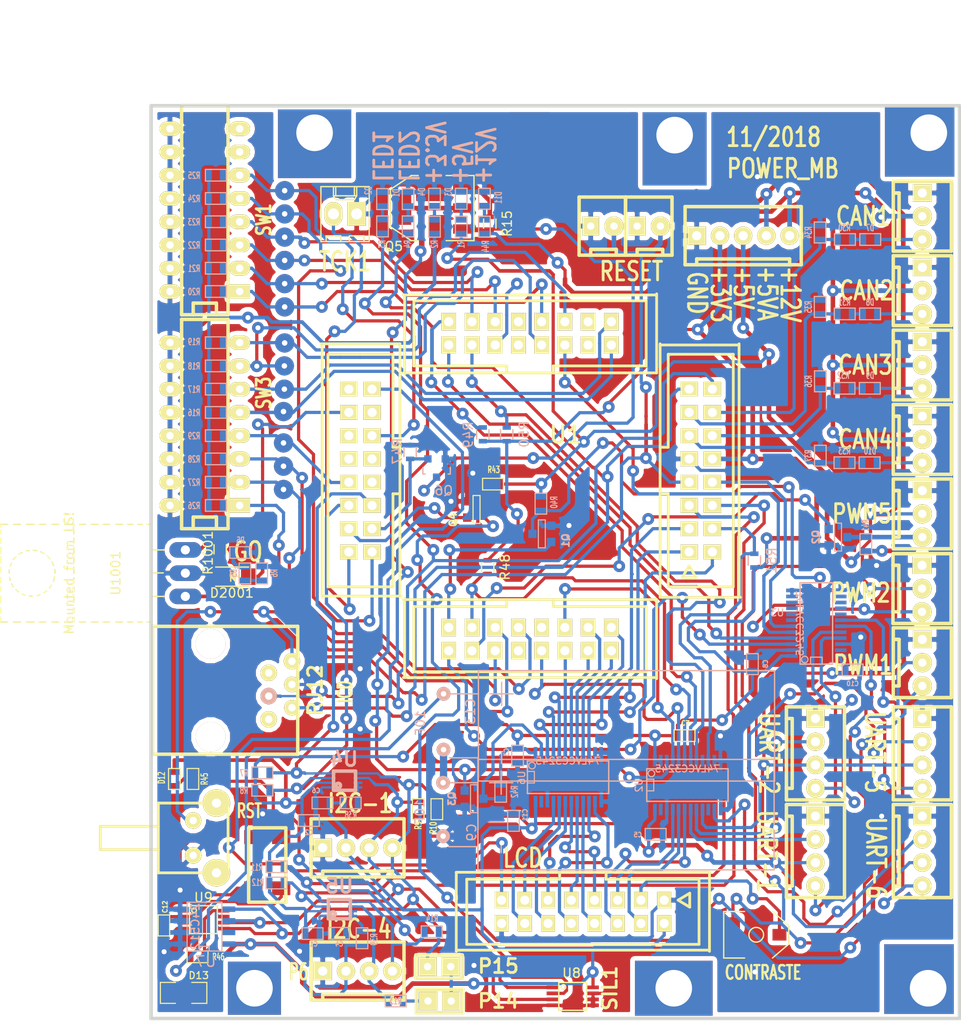
<source format=kicad_pcb>
(kicad_pcb (version 20171130) (host pcbnew 5.0.2+dfsg1-1~bpo9+1)
  (title_block (title ELECTRONICAL_MAIN_BOARD_32) (date 2017-08-09) (rev "V 1-41") (company "CYBERNETIQUE EN NORD") (comment 1 F4DEB))
  (layers (0 Dessus signal) (31 Dessous signal) (34 B.Paste user) (35 F.Paste user) (36 B.SilkS user) (37 F.SilkS user) (38 B.Mask user) (39 F.Mask user) (44 Edge.Cuts user))
  (net 0 "")
  (net 1 +12V)
  (net 2 +5V)
  (net 3 /5vto3v3/D0)
  (net 4 /5vto3v3/D1)
  (net 5 /5vto3v3/D2)
  (net 6 /5vto3v3/D3)
  (net 7 /5vto3v3/D4)
  (net 8 /5vto3v3/D5)
  (net 9 /5vto3v3/D6)
  (net 10 /5vto3v3/D7)
  (net 11 /5vto3v3/E)
  (net 12 /5vto3v3/OC1)
  (net 13 /5vto3v3/OC1-5V)
  (net 14 /5vto3v3/OC2)
  (net 15 /5vto3v3/OC2-5V)
  (net 16 /5vto3v3/OC5)
  (net 17 /5vto3v3/OC5-5V)
  (net 18 /5vto3v3/RS)
  (net 19 /5vto3v3/RW)
  (net 20 /5vto3v3/SCL1)
  (net 21 /5vto3v3/SCL4)
  (net 22 /5vto3v3/SCL4-5V)
  (net 23 /5vto3v3/SDA1)
  (net 24 /5vto3v3/SDA4)
  (net 25 /5vto3v3/SDA4-5V)
  (net 26 /5vto3v3/U1RX)
  (net 27 /5vto3v3/U1RX-5V)
  (net 28 /5vto3v3/U1TX)
  (net 29 /5vto3v3/U1TX-5V)
  (net 30 /5vto3v3/U2RX)
  (net 31 /5vto3v3/U2RX-5V)
  (net 32 /5vto3v3/U2TX)
  (net 33 /5vto3v3/U2TX-5V)
  (net 34 /5vto3v3/U5RX)
  (net 35 /5vto3v3/U5RX-5V)
  (net 36 /5vto3v3/U5TX)
  (net 37 /5vto3v3/U5TX-5V)
  (net 38 /5vto3v3/U6RX)
  (net 39 /5vto3v3/U6RX-5V)
  (net 40 /5vto3v3/U6TX)
  (net 41 /5vto3v3/U6TX-5V)
  (net 42 /BD0)
  (net 43 /BD1)
  (net 44 /BD2)
  (net 45 /BD3)
  (net 46 /BD4)
  (net 47 /BD5)
  (net 48 /BD6)
  (net 49 /BD7)
  (net 50 /PIC32/CAN1)
  (net 51 /PIC32/CAN2)
  (net 52 /PIC32/CAN3)
  (net 53 /PIC32/CAN4)
  (net 54 /PIC32/GO)
  (net 55 /PIC32/LED1)
  (net 56 /PIC32/LED2)
  (net 57 /PIC32/PGEC1)
  (net 58 /PIC32/PGED1)
  (net 59 /PIC32/RST)
  (net 60 /PIC32/SW0)
  (net 61 /PIC32/SW1)
  (net 62 /PIC32/SW10)
  (net 63 /PIC32/SW11)
  (net 64 /PIC32/SW12)
  (net 65 /PIC32/SW13)
  (net 66 /PIC32/SW2)
  (net 67 /PIC32/SW3)
  (net 68 /PIC32/SW4)
  (net 69 /PIC32/SW5)
  (net 70 /PIC32/SW6)
  (net 71 /PIC32/SW7)
  (net 72 /PIC32/SW8)
  (net 73 /PIC32/SW9)
  (net 74 GND)
  (net 75 +3V3)
  (net 76 "Net-(C13-Pad2)")
  (net 77 "Net-(C12-Pad1)")
  (net 78 "Net-(C13-Pad1)")
  (net 79 "Net-(D3-Pad1)")
  (net 80 "Net-(D4-Pad1)")
  (net 81 "Net-(D5-Pad2)")
  (net 82 "Net-(D7-Pad2)")
  (net 83 "Net-(D8-Pad2)")
  (net 84 "Net-(D9-Pad2)")
  (net 85 "Net-(D10-Pad2)")
  (net 86 "Net-(D11-Pad1)")
  (net 87 "Net-(D12-Pad2)")
  (net 88 "Net-(D13-Pad2)")
  (net 89 "Net-(J2-Pad1)")
  (net 90 "Net-(J3-Pad1)")
  (net 91 "Net-(J4-Pad1)")
  (net 92 "Net-(J5-Pad6)")
  (net 93 "Net-(J5-Pad8)")
  (net 94 "Net-(J5-Pad7)")
  (net 95 "Net-(J6-Pad1)")
  (net 96 "Net-(J7-Pad1)")
  (net 97 +5VA)
  (net 98 "Net-(P14-Pad1)")
  (net 99 "Net-(P15-Pad1)")
  (net 100 "Net-(Q3-Pad3)")
  (net 101 "Net-(Q6-Pad1)")
  (net 102 "Net-(Q5-Pad1)")
  (net 103 "Net-(R30-Pad2)")
  (net 104 "Net-(R31-Pad2)")
  (net 105 "Net-(R32-Pad2)")
  (net 106 "Net-(R33-Pad2)")
  (net 107 "Net-(R38-Pad2)")
  (net 108 "Net-(R39-Pad2)")
  (net 109 "Net-(R45-Pad2)")
  (net 110 "Net-(SW1-Pad7)")
  (net 111 "Net-(SW1-Pad8)")
  (net 112 "Net-(U1-Pad34)")
  (net 113 "Net-(U1-Pad35)")
  (net 114 "Net-(U1-Pad38)")
  (net 115 "Net-(U1-Pad41)")
  (net 116 /PIC32/T1CK)
  (net 117 "Net-(U1-Pad25)")
  (net 118 "Net-(U1-Pad26)")
  (net 119 "Net-(U1-Pad19)")
  (net 120 "Net-(U1-Pad20)")
  (net 121 "Net-(U1-Pad57)")
  (net 122 "Net-(U1-Pad56)")
  (net 123 "Net-(U2-Pad9)")
  (net 124 "Net-(U2-Pad15)")
  (net 125 "Net-(U2-Pad23)")
  (net 126 "Net-(U3-Pad7)")
  (net 127 "Net-(U3-Pad8)")
  (net 128 "Net-(U3-Pad9)")
  (net 129 "Net-(U3-Pad10)")
  (net 130 "Net-(U3-Pad14)")
  (net 131 "Net-(U3-Pad15)")
  (net 132 "Net-(U3-Pad16)")
  (net 133 "Net-(U3-Pad17)")
  (net 134 "Net-(U3-Pad23)")
  (net 135 "Net-(U6-Pad23)")
  (net 136 "Net-(U7-Pad7)")
  (net 137 "Net-(U9-Pad1)")
  (net 138 "Net-(U9-Pad3)")
  (net 139 "Net-(U9-Pad7)")
  (net 140 /CONT)
  (net 141 /BRS)
  (net 142 /BRW)
  (net 143 /BE)
  (net 144 /RETRO)
  (net 145 /SCL1-5V)
  (net 146 /SDA1-5V)
  (net 147 "Net-(U1-Pad40)")
  (net 148 "Net-(U1-Pad39)")
  (net 149 "Net-(D2001-Pad2)")
  (net 150 +5VD)
  (module TO_SOT_Packages_THT:TO-220_Neutral123_Horizontal_MountedFromLS_LargePads (layer Dessus) (at 116.5225 105.41 90)
    (fp_text reference U1001 (at 0 -7.62 90) (layer F.SilkS))
    (fp_text value HALL-U18)
    (fp_text user "Mounted from LS!" (at 0 -12.7 90) (layer F.SilkS))
    (pad 2 thru_hole oval (at 0 0 180) (size 3.50012 1.69926) (drill 1.00076) (layers *.Cu *.Mask) (net 74 GND))
    (pad 3 thru_hole oval (at -2.54 0 180) (size 3.50012 1.69926) (drill 1.00076) (layers *.Cu *.Mask) (net 54 /PIC32/GO))
    (pad 1 thru_hole oval (at 2.54 0 180) (size 3.50012 1.69926) (drill 1.00076) (layers *.Cu *.Mask) (net 150 +5VD))
  )
  (module TO_SOT_Packages_SMD:SOT-223 (layer Dessus) (at 143.51 65.532 90)
    (fp_text reference Q5 (at -4.191 -4.191 180) (layer F.SilkS))
    (fp_text value IRFL9014TRPBF)
    (pad 4 smd rect (at 0 -3.302 90) (size 3.6576 2.032) (layers Dessus F.Paste F.Mask) (net 144 /RETRO))
    (pad 2 smd rect (at 0 3.302 90) (size 1.016 2.032) (layers Dessus F.Paste F.Mask) (net 144 /RETRO))
    (pad 3 smd rect (at 2.286 3.302 90) (size 1.016 2.032) (layers Dessus F.Paste F.Mask) (net 97 +5VA))
    (pad 1 smd rect (at -2.286 3.302 90) (size 1.016 2.032) (layers Dessus F.Paste F.Mask) (net 102 "Net-(Q5-Pad1)"))
  )
  (module SMD_Packages:POT_SMD (layer Dessus) (at 178.943 144.907 270)
    (fp_text reference RVAR1 hide)
    (fp_text value 4.7K)
    (pad 1 smd rect (at -1.27 2.54 270) (size 1.27 1.524) (layers Dessus F.Paste F.Mask) (net 97 +5VA))
    (pad 2 smd rect (at 0 -2.54 270) (size 1.27 1.524) (layers Dessus F.Paste F.Mask) (net 140 /CONT))
    (pad 3 smd rect (at 1.27 2.54 270) (size 1.27 1.524) (layers Dessus F.Paste F.Mask) (net 74 GND))
  )
  (module Resistors_SMD:R_0603 (layer Dessous) (at 178.7398 104.0384 90)
    (fp_text reference R51 (at 0 1.9 90) (layer B.SilkS) (effects (justify mirror)))
    (fp_text value 10k)
    (pad 1 smd rect (at -0.75 0 90) (size 0.5 0.9) (layers Dessous B.Paste B.Mask) (net 75 +3V3))
    (pad 2 smd rect (at 0.75 0 90) (size 0.5 0.9) (layers Dessous B.Paste B.Mask) (net 40 /5vto3v3/U6TX))
  )
  (module Resistors_SMD:R_0603 (layer Dessous) (at 151.6634 90.2462 90)
    (fp_text reference R50 (at 0 1.9 90) (layer B.SilkS) (effects (justify mirror)))
    (fp_text value 10k)
    (pad 1 smd rect (at -0.75 0 90) (size 0.5 0.9) (layers Dessous B.Paste B.Mask) (net 75 +3V3))
    (pad 2 smd rect (at 0.75 0 90) (size 0.5 0.9) (layers Dessous B.Paste B.Mask) (net 36 /5vto3v3/U5TX))
  )
  (module Resistors_SMD:R_0603 (layer Dessous) (at 149.0472 90.2462 90)
    (fp_text reference R49 (at -0.0508 -1.6002 90) (layer B.SilkS) (effects (justify mirror)))
    (fp_text value 10k)
    (pad 1 smd rect (at -0.75 0 90) (size 0.5 0.9) (layers Dessous B.Paste B.Mask) (net 75 +3V3))
    (pad 2 smd rect (at 0.75 0 90) (size 0.5 0.9) (layers Dessous B.Paste B.Mask) (net 32 /5vto3v3/U2TX))
  )
  (module Resistors_SMD:R_0603 (layer Dessus) (at 149.5806 104.7496 270)
    (fp_text reference R48 (at 0 -1.9 270) (layer F.SilkS))
    (fp_text value 10k)
    (pad 1 smd rect (at -0.75 0 270) (size 0.5 0.9) (layers Dessus F.Paste F.Mask) (net 75 +3V3))
    (pad 2 smd rect (at 0.75 0 270) (size 0.5 0.9) (layers Dessus F.Paste F.Mask) (net 28 /5vto3v3/U1TX))
  )
  (module Resistors_SMD:R_0603 (layer Dessous) (at 141.097 92.1766 90)
    (fp_text reference R47 (at 0.1016 -1.397 90) (layer B.SilkS) (effects (justify mirror)))
    (fp_text value 100k)
    (pad 1 smd rect (at -0.75 0 90) (size 0.5 0.9) (layers Dessous B.Paste B.Mask) (net 101 "Net-(Q6-Pad1)"))
    (pad 2 smd rect (at 0.75 0 90) (size 0.5 0.9) (layers Dessous B.Paste B.Mask) (net 74 GND))
  )
  (module Resistors_SMD:R_0603 (layer Dessus) (at 149.8092 67.2338 270)
    (fp_text reference R15 (at 0 -1.9 270) (layer F.SilkS))
    (fp_text value 10k)
    (pad 1 smd rect (at -0.75 0 270) (size 0.5 0.9) (layers Dessus F.Paste F.Mask) (net 97 +5VA))
    (pad 2 smd rect (at 0.75 0 270) (size 0.5 0.9) (layers Dessus F.Paste F.Mask) (net 102 "Net-(Q5-Pad1)"))
  )
  (module Connectors_Molex:Molex_KK_6410-02 (layer Dessus) (at 135.255 66.167 180)
    (fp_text reference K8 hide)
    (fp_text value CONN_2)
    (pad 1 thru_hole rect (at 0 0 180) (size 2 2.6) (drill 1.2) (layers *.Cu *.Mask F.SilkS) (net 74 GND))
    (pad 2 thru_hole oval (at 2.54 0 180) (size 2 2.6) (drill 1.2) (layers *.Cu *.Mask F.SilkS) (net 116 /PIC32/T1CK))
  )
  (module SOT-23 (layer Dessous) (at 143.9926 93.9292)
    (fp_text reference Q6 (at 0.7874 2.4638) (layer B.SilkS) (effects (justify mirror)))
    (fp_text value 2N7002)
    (pad 1 smd rect (at -0.95 -1.00076) (size 0.8001 0.8001) (layers Dessous B.Paste B.Mask) (net 101 "Net-(Q6-Pad1)"))
    (pad 2 smd rect (at 0.95 -1.00076) (size 0.8001 0.8001) (layers Dessous B.Paste B.Mask) (net 74 GND))
    (pad 3 smd rect (at 0 0.99822) (size 0.8001 0.8001) (layers Dessous B.Paste B.Mask) (net 102 "Net-(Q5-Pad1)"))
  )
  (module COLONETTE (layer Dessus) (at 197.739 150.749 270)
    (fp_text reference J7 hide)
    (fp_text value SIL1 hide)
    (pad 1 thru_hole rect (at 0 0 270) (size 7.6 7.6) (drill 4 (offset -1 1)) (layers *.Cu) (net 96 "Net-(J7-Pad1)"))
  )
  (module COLONETTE (layer Dessus) (at 130.65252 57.30748 270)
    (fp_text reference J6 (at 0 0 270) (layer F.SilkS) (effects (font (size 1.524 1.524) (thickness 0.3048))))
    (fp_text value SIL1 hide)
    (pad 1 thru_hole rect (at 0 0 270) (size 7.5 8) (drill 4.0005 (offset 1.2 0)) (layers *.Cu) (net 95 "Net-(J6-Pad1)"))
  )
  (module COLONETTE (layer Dessus) (at 197.8152 57.3024 270)
    (fp_text reference J4 (at 0 0 270) (layer F.SilkS) (effects (font (size 1.524 1.524) (thickness 0.3048))))
    (fp_text value SIL1 hide)
    (pad 1 thru_hole rect (at 0 0 270) (size 7.6 7.6) (drill 4.0005 (offset 1 1)) (layers *.Cu) (net 91 "Net-(J4-Pad1)"))
  )
  (module COLONETTE (layer Dessus) (at 170.02252 57.56148 90)
    (fp_text reference J1 (at 0 0 90) (layer F.SilkS) (effects (font (size 1.524 1.524) (thickness 0.3048))))
    (fp_text value SIL1 hide)
    (pad -1.5 thru_hole rect (at 0 0 90) (size 8 7) (drill 4.0005 (offset -1.5 0)) (layers *.Cu))
  )
  (module COLONETTE (layer Dessus) (at 169.926 150.749 90)
    (fp_text reference J2 (at 0 0 90) (layer F.SilkS) (effects (font (size 1.524 1.524) (thickness 0.3048))))
    (fp_text value SIL1 (at 0 -6.985 90) (layer F.SilkS) (effects (font (size 1.524 1.524) (thickness 0.3048))))
    (pad 1 thru_hole rect (at 0 0 90) (size 6 8.5) (drill 4) (layers *.Cu) (net 89 "Net-(J2-Pad1)"))
  )
  (module COLONETTE (layer Dessus) (at 124.079 150.749 90)
    (fp_text reference J3 (at 0 0 90) (layer F.SilkS) (effects (font (size 1.524 1.524) (thickness 0.3048))))
    (fp_text value SIL1 hide)
    (pad 1 thru_hole rect (at 0 0 90) (size 5.8 5.8) (drill 4.0005) (layers *.Cu) (net 90 "Net-(J3-Pad1)"))
  )
  (module VSSOP-8 (layer Dessous) (at 133.38302 142.07998)
    (fp_text reference U5 (at -0.03302 -2.50698) (layer B.SilkS) (effects (font (size 1.524 1.524) (thickness 0.3048)) (justify mirror)))
    (fp_text value PCA9306 hide)
    (pad 4 smd rect (at -1.4732 -0.762 270) (size 0.24892 1.00076) (layers Dessous B.Paste B.Mask) (net 24 /5vto3v3/SDA4))
    (pad 3 smd rect (at -1.4732 -0.254 270) (size 0.24892 1.00076) (layers Dessous B.Paste B.Mask) (net 21 /5vto3v3/SCL4))
    (pad 2 smd rect (at -1.4732 0.254 270) (size 0.24892 1.00076) (layers Dessous B.Paste B.Mask) (net 75 +3V3))
    (pad 1 smd rect (at -1.4732 0.762 270) (size 0.24892 1.00076) (layers Dessous B.Paste B.Mask) (net 74 GND))
    (pad 5 smd rect (at 1.4224 -0.762 270) (size 0.24892 1.00076) (layers Dessous B.Paste B.Mask) (net 25 /5vto3v3/SDA4-5V))
    (pad 6 smd rect (at 1.4224 -0.254 270) (size 0.24892 1.00076) (layers Dessous B.Paste B.Mask) (net 22 /5vto3v3/SCL4-5V))
    (pad 7 smd rect (at 1.4224 0.254 270) (size 0.24892 1.00076) (layers Dessous B.Paste B.Mask) (net 108 "Net-(R39-Pad2)"))
    (pad 8 smd rect (at 1.4224 0.762 270) (size 0.24892 1.00076) (layers Dessous B.Paste B.Mask) (net 108 "Net-(R39-Pad2)"))
  )
  (module VSSOP-8 (layer Dessous) (at 133.95452 128.04648)
    (fp_text reference U4 (at -0.09652 -2.31648) (layer B.SilkS) (effects (font (size 1.524 1.524) (thickness 0.3048)) (justify mirror)))
    (fp_text value PCA9306 hide)
    (pad 4 smd rect (at -1.4732 -0.762 270) (size 0.24892 1.00076) (layers Dessous B.Paste B.Mask) (net 23 /5vto3v3/SDA1))
    (pad 3 smd rect (at -1.4732 -0.254 270) (size 0.24892 1.00076) (layers Dessous B.Paste B.Mask) (net 20 /5vto3v3/SCL1))
    (pad 2 smd rect (at -1.4732 0.254 270) (size 0.24892 1.00076) (layers Dessous B.Paste B.Mask) (net 75 +3V3))
    (pad 1 smd rect (at -1.4732 0.762 270) (size 0.24892 1.00076) (layers Dessous B.Paste B.Mask) (net 74 GND))
    (pad 5 smd rect (at 1.4224 -0.762 270) (size 0.24892 1.00076) (layers Dessous B.Paste B.Mask) (net 146 /SDA1-5V))
    (pad 6 smd rect (at 1.4224 -0.254 270) (size 0.24892 1.00076) (layers Dessous B.Paste B.Mask) (net 145 /SCL1-5V))
    (pad 7 smd rect (at 1.4224 0.254 270) (size 0.24892 1.00076) (layers Dessous B.Paste B.Mask) (net 107 "Net-(R38-Pad2)"))
    (pad 8 smd rect (at 1.4224 0.762 270) (size 0.24892 1.00076) (layers Dessous B.Paste B.Mask) (net 107 "Net-(R38-Pad2)"))
  )
  (module RJ12_E (layer Dessus) (at 128.17602 118.20398 270)
    (fp_text reference J5 hide)
    (fp_text value RJ12 (at 0 -2.54 270) (layer F.SilkS) (effects (font (size 1.524 1.524) (thickness 0.3048))))
    (pad 4 thru_hole circle (at 0.635 2.54 270) (size 1.80086 1.80086) (drill 0.8128) (layers *.Cu *.Mask B.SilkS) (net 58 /PIC32/PGED1))
    (pad 2 thru_hole circle (at -1.905 2.54 270) (size 1.80086 1.80086) (drill 0.8128) (layers *.Cu *.Mask F.SilkS) (net 75 +3V3))
    (pad 6 thru_hole circle (at 3.175 2.54 270) (size 1.80086 1.80086) (drill 0.8128) (layers *.Cu *.Mask F.SilkS) (net 92 "Net-(J5-Pad6)"))
    (pad 1 thru_hole circle (at -3.175 0 270) (size 1.80086 1.80086) (drill 0.8128) (layers *.Cu *.Mask F.SilkS) (net 59 /PIC32/RST))
    (pad 3 thru_hole circle (at -0.635 0 270) (size 1.7 1.7) (drill 0.8128) (layers *.Cu *.Mask F.SilkS) (net 74 GND))
    (pad 5 thru_hole circle (at 1.905 0 270) (size 1.7 1.7) (drill 0.8128) (layers *.Cu *.Mask F.SilkS) (net 57 /PIC32/PGEC1))
    (pad 8 thru_hole circle (at 5.08 8.89 270) (size 3.2512 3.2512) (drill 3.2512) (layers *.Cu *.Mask F.SilkS) (net 93 "Net-(J5-Pad8)"))
    (pad 7 thru_hole circle (at -5.08 8.89 270) (size 3.2512 3.2512) (drill 3.2512) (layers *.Cu *.Mask F.SilkS) (net 94 "Net-(J5-Pad7)"))
  )
  (module CAVALIER (layer Dessus) (at 143.0528 152.146)
    (fp_text reference P14 (at 7.6962 0) (layer F.SilkS) (effects (font (size 1.524 1.524) (thickness 0.3048))))
    (fp_text value CAVALIER hide)
    (pad 1 thru_hole rect (at 0 0) (size 1.99898 1.99898) (drill 0.8001) (layers *.Cu *.Mask F.SilkS) (net 98 "Net-(P14-Pad1)"))
    (pad 2 thru_hole rect (at 2.54 0) (size 1.99898 1.99898) (drill 0.8001) (layers *.Cu *.Mask F.SilkS) (net 2 +5V))
  )
  (module CAVALIER (layer Dessus) (at 143.002 148.3868)
    (fp_text reference P15 (at 7.747 -0.0508) (layer F.SilkS) (effects (font (size 1.524 1.524) (thickness 0.3048))))
    (fp_text value CAVALIER hide)
    (pad 1 thru_hole rect (at 0 0) (size 1.99898 1.99898) (drill 0.8001) (layers *.Cu *.Mask F.SilkS) (net 99 "Net-(P15-Pad1)"))
    (pad 2 thru_hole rect (at 2.54 0) (size 1.99898 1.99898) (drill 0.8001) (layers *.Cu *.Mask F.SilkS) (net 2 +5V))
  )
  (module KK-2 (layer Dessus) (at 163.3855 67.5005 180)
    (fp_text reference P11 hide)
    (fp_text value CONN_2 hide)
    (pad 1 thru_hole rect (at 2.54 0 180) (size 1.80086 2.10058) (drill 0.8001) (layers *.Cu *.Mask F.SilkS) (net 74 GND))
    (pad 2 thru_hole circle (at 0 0 180) (size 2.10058 2.10058) (drill 0.8001) (layers *.Cu *.Mask F.SilkS) (net 59 /PIC32/RST))
  )
  (module KK-2 (layer Dessus) (at 168.4655 67.5005 180)
    (fp_text reference P10 hide)
    (fp_text value CONN_2 hide)
    (pad 1 thru_hole rect (at 2.54 0 180) (size 1.80086 2.10058) (drill 0.8001) (layers *.Cu *.Mask F.SilkS) (net 74 GND))
    (pad 2 thru_hole circle (at 0 0 180) (size 2.10058 2.10058) (drill 0.8001) (layers *.Cu *.Mask F.SilkS) (net 59 /PIC32/RST))
  )
  (module KK-5 (layer Dessus) (at 180.05552 68.54698 180)
    (fp_text reference P9 hide)
    (fp_text value CONN_5 hide)
    (pad 5 thru_hole circle (at -2.54 0 180) (size 1.99898 1.99898) (drill 1.00076) (layers *.Cu *.Mask F.SilkS) (net 1 +12V))
    (pad 1 thru_hole rect (at 7.62 0 180) (size 1.99898 1.99898) (drill 1.00076) (layers *.Cu *.Mask F.SilkS) (net 74 GND))
    (pad 2 thru_hole circle (at 5.08 0 180) (size 1.99898 1.99898) (drill 1.00076) (layers *.Cu *.Mask F.SilkS) (net 75 +3V3))
    (pad 3 thru_hole circle (at 2.54 0 180) (size 1.99898 1.99898) (drill 1.00076) (layers *.Cu *.Mask F.SilkS) (net 2 +5V))
    (pad 4 thru_hole circle (at 0 0 180) (size 1.99898 1.99898) (drill 1.00076) (layers *.Cu *.Mask F.SilkS) (net 97 +5VA))
  )
  (module he10-16d (layer Dessus) (at 159.98952 142.39748 180)
    (fp_text reference P1 hide)
    (fp_text value HE10-16 hide)
    (pad 1 thru_hole rect (at -8.89 1.27 180) (size 1.524 1.80086) (drill 1) (layers *.Cu *.Mask F.SilkS) (net 74 GND))
    (pad 2 thru_hole rect (at -8.89 -1.27 180) (size 1.524 1.80086) (drill 1) (layers *.Cu *.Mask F.SilkS) (net 2 +5V))
    (pad 3 thru_hole rect (at -6.35 1.27 180) (size 1.524 1.80086) (drill 1) (layers *.Cu *.Mask F.SilkS) (net 140 /CONT))
    (pad 4 thru_hole rect (at -6.35 -1.27 180) (size 1.524 1.80086) (drill 1) (layers *.Cu *.Mask F.SilkS) (net 141 /BRS))
    (pad 5 thru_hole rect (at -3.81 1.27 180) (size 1.524 1.80086) (drill 1) (layers *.Cu *.Mask F.SilkS) (net 142 /BRW))
    (pad 6 thru_hole rect (at -3.81 -1.27 180) (size 1.524 1.80086) (drill 1) (layers *.Cu *.Mask F.SilkS) (net 143 /BE))
    (pad 7 thru_hole rect (at -1.27 1.27 180) (size 1.524 1.80086) (drill 1) (layers *.Cu *.Mask F.SilkS) (net 42 /BD0))
    (pad 8 thru_hole rect (at -1.27 -1.27 180) (size 1.524 1.80086) (drill 1) (layers *.Cu *.Mask F.SilkS) (net 43 /BD1))
    (pad 9 thru_hole rect (at 1.27 1.27 180) (size 1.524 1.80086) (drill 1) (layers *.Cu *.Mask F.SilkS) (net 44 /BD2))
    (pad 10 thru_hole rect (at 1.27 -1.27 180) (size 1.524 1.80086) (drill 1) (layers *.Cu *.Mask F.SilkS) (net 45 /BD3))
    (pad 11 thru_hole rect (at 3.81 1.27 180) (size 1.524 1.80086) (drill 1) (layers *.Cu *.Mask F.SilkS) (net 46 /BD4))
    (pad 12 thru_hole rect (at 3.81 -1.27 180) (size 1.524 1.80086) (drill 1) (layers *.Cu *.Mask F.SilkS) (net 47 /BD5))
    (pad 13 thru_hole rect (at 6.35 1.27 180) (size 1.524 1.80086) (drill 1) (layers *.Cu *.Mask F.SilkS) (net 48 /BD6))
    (pad 14 thru_hole rect (at 6.35 -1.27 180) (size 1.524 1.80086) (drill 1) (layers *.Cu *.Mask F.SilkS) (net 49 /BD7))
    (pad 15 thru_hole rect (at 8.89 1.27 180) (size 1.524 1.80086) (drill 1) (layers *.Cu *.Mask F.SilkS) (net 144 /RETRO))
    (pad 16 thru_hole rect (at 8.89 -1.27 180) (size 1.524 1.80086) (drill 1) (layers *.Cu *.Mask F.SilkS) (net 74 GND))
  )
  (module KK-3 (layer Dessus) (at 197.104 77.089 90)
    (fp_text reference K2 hide)
    (fp_text value CONN_3 hide)
    (pad 1 thru_hole rect (at 5.08 0 90) (size 1.89992 2.10058) (drill 1.00076) (layers *.Cu *.Mask F.SilkS) (net 74 GND))
    (pad 2 thru_hole circle (at 2.54 0 90) (size 2.10058 2.10058) (drill 0.89916) (layers *.Cu *.Mask F.SilkS) (net 1 +12V))
    (pad 3 thru_hole circle (at 0 0 90) (size 2.10058 2.10058) (drill 0.89916) (layers *.Cu *.Mask F.SilkS) (net 51 /PIC32/CAN2))
  )
  (module KK-3 (layer Dessus) (at 197.104 93.345 90)
    (fp_text reference K4 hide)
    (fp_text value CONN_3 hide)
    (pad 1 thru_hole rect (at 5.08 0 90) (size 1.89992 2.10058) (drill 1.00076) (layers *.Cu *.Mask F.SilkS) (net 74 GND))
    (pad 2 thru_hole circle (at 2.54 0 90) (size 2.10058 2.10058) (drill 0.89916) (layers *.Cu *.Mask F.SilkS) (net 1 +12V))
    (pad 3 thru_hole circle (at 0 0 90) (size 2.10058 2.10058) (drill 0.89916) (layers *.Cu *.Mask F.SilkS) (net 53 /PIC32/CAN4))
  )
  (module KK-3 (layer Dessus) (at 197.104 85.217 90)
    (fp_text reference K3 hide)
    (fp_text value CONN_3 hide)
    (pad 1 thru_hole rect (at 5.08 0 90) (size 1.89992 2.10058) (drill 1.00076) (layers *.Cu *.Mask F.SilkS) (net 74 GND))
    (pad 2 thru_hole circle (at 2.54 0 90) (size 2.10058 2.10058) (drill 0.89916) (layers *.Cu *.Mask F.SilkS) (net 1 +12V))
    (pad 3 thru_hole circle (at 0 0 90) (size 2.10058 2.10058) (drill 0.89916) (layers *.Cu *.Mask F.SilkS) (net 52 /PIC32/CAN3))
  )
  (module KK-3 (layer Dessus) (at 197.104 68.961 90)
    (fp_text reference K1 hide)
    (fp_text value CONN_3 hide)
    (pad 1 thru_hole rect (at 5.08 0 90) (size 1.89992 2.10058) (drill 1.00076) (layers *.Cu *.Mask F.SilkS) (net 74 GND))
    (pad 2 thru_hole circle (at 2.54 0 90) (size 2.10058 2.10058) (drill 0.89916) (layers *.Cu *.Mask F.SilkS) (net 1 +12V))
    (pad 3 thru_hole circle (at 0 0 90) (size 2.10058 2.10058) (drill 0.89916) (layers *.Cu *.Mask F.SilkS) (net 50 /PIC32/CAN1))
  )
  (module KK-3 (layer Dessus) (at 197.104 117.729 90)
    (fp_text reference K5 hide)
    (fp_text value CONN_3 hide)
    (pad 1 thru_hole rect (at 5.08 0 90) (size 1.89992 2.10058) (drill 1.00076) (layers *.Cu *.Mask F.SilkS) (net 74 GND))
    (pad 2 thru_hole circle (at 2.54 0 90) (size 2.10058 2.10058) (drill 0.89916) (layers *.Cu *.Mask F.SilkS) (net 97 +5VA))
    (pad 3 thru_hole circle (at 0 0 90) (size 2.10058 2.10058) (drill 0.89916) (layers *.Cu *.Mask F.SilkS) (net 13 /5vto3v3/OC1-5V))
  )
  (module KK-3 (layer Dessus) (at 197.07352 109.63148 90)
    (fp_text reference K6 hide)
    (fp_text value CONN_3 hide)
    (pad 1 thru_hole rect (at 5.08 0 90) (size 1.89992 2.10058) (drill 1.00076) (layers *.Cu *.Mask F.SilkS) (net 74 GND))
    (pad 2 thru_hole circle (at 2.54 0 90) (size 2.10058 2.10058) (drill 0.89916) (layers *.Cu *.Mask F.SilkS) (net 97 +5VA))
    (pad 3 thru_hole circle (at 0 0 90) (size 2.10058 2.10058) (drill 0.89916) (layers *.Cu *.Mask F.SilkS) (net 15 /5vto3v3/OC2-5V))
  )
  (module KK-3 (layer Dessus) (at 197.104 101.473 90)
    (fp_text reference K7 hide)
    (fp_text value CONN_3 hide)
    (pad 1 thru_hole rect (at 5.08 0 90) (size 1.89992 2.10058) (drill 1.00076) (layers *.Cu *.Mask F.SilkS) (net 74 GND))
    (pad 2 thru_hole circle (at 2.54 0 90) (size 2.10058 2.10058) (drill 0.89916) (layers *.Cu *.Mask F.SilkS) (net 97 +5VA))
    (pad 3 thru_hole circle (at 0 0 90) (size 2.10058 2.10058) (drill 0.89916) (layers *.Cu *.Mask F.SilkS) (net 17 /5vto3v3/OC5-5V))
  )
  (module KK-4 (layer Dessus) (at 185.42 139.573 90)
    (fp_text reference P2 hide)
    (fp_text value CONN_4 hide)
    (pad 1 thru_hole rect (at 7.62 0 90) (size 1.99898 1.99898) (drill 1.00076) (layers *.Cu *.Mask F.SilkS) (net 74 GND))
    (pad 2 thru_hole circle (at 5.08 0 90) (size 1.99898 1.99898) (drill 1.00076) (layers *.Cu *.Mask F.SilkS) (net 29 /5vto3v3/U1TX-5V))
    (pad 3 thru_hole circle (at 2.54 0 90) (size 1.99898 1.99898) (drill 1.00076) (layers *.Cu *.Mask F.SilkS) (net 2 +5V))
    (pad 4 thru_hole circle (at 0 0 90) (size 1.99898 1.99898) (drill 1.00076) (layers *.Cu *.Mask F.SilkS) (net 27 /5vto3v3/U1RX-5V))
  )
  (module KK-4 (layer Dessus) (at 197.104 139.573 90)
    (fp_text reference P5 hide)
    (fp_text value CONN_4 hide)
    (pad 1 thru_hole rect (at 7.62 0 90) (size 1.99898 1.99898) (drill 1.00076) (layers *.Cu *.Mask F.SilkS) (net 74 GND))
    (pad 2 thru_hole circle (at 5.08 0 90) (size 1.99898 1.99898) (drill 1.00076) (layers *.Cu *.Mask F.SilkS) (net 41 /5vto3v3/U6TX-5V))
    (pad 3 thru_hole circle (at 2.54 0 90) (size 1.99898 1.99898) (drill 1.00076) (layers *.Cu *.Mask F.SilkS) (net 2 +5V))
    (pad 4 thru_hole circle (at 0 0 90) (size 1.99898 1.99898) (drill 1.00076) (layers *.Cu *.Mask F.SilkS) (net 39 /5vto3v3/U6RX-5V))
  )
  (module KK-4 (layer Dessus) (at 139.16152 148.87448 180)
    (fp_text reference P6 (at 10.25652 -0.09652 180) (layer F.SilkS) (effects (font (size 1.73482 1.08712) (thickness 0.27178))))
    (fp_text value CONN_4 hide)
    (pad 1 thru_hole rect (at 7.62 0 180) (size 1.99898 1.99898) (drill 1.00076) (layers *.Cu *.Mask F.SilkS) (net 74 GND))
    (pad 2 thru_hole circle (at 5.08 0 180) (size 1.99898 1.99898) (drill 1.00076) (layers *.Cu *.Mask F.SilkS) (net 2 +5V))
    (pad 3 thru_hole circle (at 2.54 0 180) (size 1.99898 1.99898) (drill 1.00076) (layers *.Cu *.Mask F.SilkS) (net 22 /5vto3v3/SCL4-5V))
    (pad 4 thru_hole circle (at 0 0 180) (size 1.99898 1.99898) (drill 1.00076) (layers *.Cu *.Mask F.SilkS) (net 25 /5vto3v3/SDA4-5V))
  )
  (module KK-4 (layer Dessus) (at 139.16152 135.41248 180)
    (fp_text reference P7 hide)
    (fp_text value CONN_4 hide)
    (pad 1 thru_hole rect (at 7.62 0 180) (size 1.99898 1.99898) (drill 1.00076) (layers *.Cu *.Mask F.SilkS) (net 74 GND))
    (pad 2 thru_hole circle (at 5.08 0 180) (size 1.99898 1.99898) (drill 1.00076) (layers *.Cu *.Mask F.SilkS) (net 2 +5V))
    (pad 3 thru_hole circle (at 2.54 0 180) (size 1.99898 1.99898) (drill 1.00076) (layers *.Cu *.Mask F.SilkS) (net 145 /SCL1-5V))
    (pad 4 thru_hole circle (at 0 0 180) (size 1.99898 1.99898) (drill 1.00076) (layers *.Cu *.Mask F.SilkS) (net 146 /SDA1-5V))
  )
  (module KK-4 (layer Dessus) (at 185.42 128.905 90)
    (fp_text reference P3 hide)
    (fp_text value CONN_4 hide)
    (pad 1 thru_hole rect (at 7.62 0 90) (size 1.99898 1.99898) (drill 1.00076) (layers *.Cu *.Mask F.SilkS) (net 74 GND))
    (pad 2 thru_hole circle (at 5.08 0 90) (size 1.99898 1.99898) (drill 1.00076) (layers *.Cu *.Mask F.SilkS) (net 33 /5vto3v3/U2TX-5V))
    (pad 3 thru_hole circle (at 2.54 0 90) (size 1.99898 1.99898) (drill 1.00076) (layers *.Cu *.Mask F.SilkS) (net 2 +5V))
    (pad 4 thru_hole circle (at 0 0 90) (size 1.99898 1.99898) (drill 1.00076) (layers *.Cu *.Mask F.SilkS) (net 31 /5vto3v3/U2RX-5V))
  )
  (module KK-4 (layer Dessus) (at 197.104 128.905 90)
    (fp_text reference P4 hide)
    (fp_text value CONN_4 hide)
    (pad 1 thru_hole rect (at 7.62 0 90) (size 1.99898 1.99898) (drill 1.00076) (layers *.Cu *.Mask F.SilkS) (net 74 GND))
    (pad 2 thru_hole circle (at 5.08 0 90) (size 1.99898 1.99898) (drill 1.00076) (layers *.Cu *.Mask F.SilkS) (net 37 /5vto3v3/U5TX-5V))
    (pad 3 thru_hole circle (at 2.54 0 90) (size 1.99898 1.99898) (drill 1.00076) (layers *.Cu *.Mask F.SilkS) (net 2 +5V))
    (pad 4 thru_hole circle (at 0 0 90) (size 1.99898 1.99898) (drill 1.00076) (layers *.Cu *.Mask F.SilkS) (net 35 /5vto3v3/U5RX-5V))
  )
  (module SM0603_Resistor (layer Dessous) (at 135.8392 145.288 90)
    (fp_text reference R39 (at -0.127 1.3208 90) (layer B.SilkS) (effects (font (size 0.7112 0.4572) (thickness 0.1143)) (justify mirror)))
    (fp_text value 220k hide)
    (pad 1 smd rect (at -0.762 0 90) (size 0.635 1.143) (layers Dessous B.Paste B.Mask) (net 2 +5V))
    (pad 2 smd rect (at 0.762 0 90) (size 0.635 1.143) (layers Dessous B.Paste B.Mask) (net 108 "Net-(R39-Pad2)"))
  )
  (module SOT23EBC (layer Dessus) (at 148.3614 98.4504 90)
    (fp_text reference Q4 (at -1.1176 -2.5654 90) (layer F.SilkS) (effects (font (size 0.762 0.762) (thickness 0.1905))))
    (fp_text value BSS123 hide)
    (pad 1 smd rect (at -0.889 -1.016 90) (size 0.9144 0.9144) (layers Dessus F.Paste F.Mask) (net 12 /5vto3v3/OC1))
    (pad 2 smd rect (at 0.889 -1.016 90) (size 0.9144 0.9144) (layers Dessus F.Paste F.Mask) (net 74 GND))
    (pad 3 smd rect (at 0 1.016 90) (size 0.9144 0.9144) (layers Dessus F.Paste F.Mask) (net 13 /5vto3v3/OC1-5V))
  )
  (module SOT23EBC (layer Dessous) (at 187.8838 101.473 270)
    (fp_text reference Q2 (at 0 2.413 270) (layer B.SilkS) (effects (font (size 0.762 0.762) (thickness 0.1905)) (justify mirror)))
    (fp_text value BSS123 hide)
    (pad 1 smd rect (at -0.889 1.016 270) (size 0.9144 0.9144) (layers Dessous B.Paste B.Mask) (net 16 /5vto3v3/OC5))
    (pad 2 smd rect (at 0.889 1.016 270) (size 0.9144 0.9144) (layers Dessous B.Paste B.Mask) (net 74 GND))
    (pad 3 smd rect (at 0 -1.016 270) (size 0.9144 0.9144) (layers Dessous B.Paste B.Mask) (net 17 /5vto3v3/OC5-5V))
  )
  (module SOT23EBC (layer Dessous) (at 155.4988 101.1174 90)
    (fp_text reference Q1 (at -0.7366 2.6162 90) (layer B.SilkS) (effects (font (size 0.762 0.762) (thickness 0.1905)) (justify mirror)))
    (fp_text value BSS123 hide)
    (pad 1 smd rect (at -0.889 1.016 90) (size 0.9144 0.9144) (layers Dessous B.Paste B.Mask) (net 14 /5vto3v3/OC2))
    (pad 2 smd rect (at 0.889 1.016 90) (size 0.9144 0.9144) (layers Dessous B.Paste B.Mask) (net 74 GND))
    (pad 3 smd rect (at 0 -1.016 90) (size 0.9144 0.9144) (layers Dessous B.Paste B.Mask) (net 15 /5vto3v3/OC2-5V))
  )
  (module SOT23EBC (layer Dessous) (at 148.082 130.048 270)
    (fp_text reference Q3 (at 0 2.413 270) (layer B.SilkS) (effects (font (size 0.762 0.762) (thickness 0.1905)) (justify mirror)))
    (fp_text value BSS123 hide)
    (pad 1 smd rect (at -0.889 1.016 270) (size 0.9144 0.9144) (layers Dessous B.Paste B.Mask) (net 19 /5vto3v3/RW))
    (pad 2 smd rect (at 0.889 1.016 270) (size 0.9144 0.9144) (layers Dessous B.Paste B.Mask) (net 74 GND))
    (pad 3 smd rect (at 0 -1.016 270) (size 0.9144 0.9144) (layers Dessous B.Paste B.Mask) (net 100 "Net-(Q3-Pad3)"))
  )
  (module C-10F (layer Dessous) (at 148.5646 116.0526 270)
    (fp_text reference C13 (at 4.4704 0.8636 270) (layer B.SilkS) (effects (justify mirror)))
    (fp_text value 10F (at 5.715 6.35 270) (layer B.SilkS) (effects (justify mirror)))
    (pad 1 thru_hole circle (at 2.54 3.81 270) (size 1.5 1.5) (drill 0.6) (layers *.Cu *.Mask B.SilkS) (net 78 "Net-(C13-Pad1)"))
    (pad 2 thru_hole circle (at 8.636 3.81 270) (size 1.5 1.5) (drill 0.6) (layers *.Cu *.Mask B.SilkS) (net 76 "Net-(C13-Pad2)"))
  )
  (module SM0603 (layer Dessus) (at 115.316 127.889 270)
    (fp_text reference D12 (at -0.127 1.397 270) (layer F.SilkS) (effects (font (size 0.7112 0.4572) (thickness 0.127))))
    (fp_text value LED hide)
    (pad 1 smd rect (at -0.762 0 270) (size 0.635 1.143) (layers Dessus F.Paste F.Mask) (net 75 +3V3))
    (pad 2 smd rect (at 0.762 0 270) (size 0.635 1.143) (layers Dessus F.Paste F.Mask) (net 87 "Net-(D12-Pad2)"))
  )
  (module LFXTAL003000 (layer Dessus) (at 127 139.827 180)
    (fp_text reference X1 hide)
    (fp_text value CRYSTAL1 hide)
    (pad 1 smd rect (at 0 0 180) (size 2 1.5) (layers Dessus F.Paste F.Mask) (net 77 "Net-(C12-Pad1)"))
    (pad 2 smd rect (at 3.048 0 180) (size 2 1.5) (layers Dessus F.Paste F.Mask) (net 137 "Net-(U9-Pad1)"))
    (pad 3 smd rect (at 0 5.588 180) (size 2 1.524) (layers Dessus F.Paste F.Mask))
    (pad 4 smd rect (at 3.048 5.588 180) (size 2 1.524) (layers Dessus F.Paste F.Mask))
  )
  (module SM0603_Capa (layer Dessus) (at 114.173 143.891 270)
    (fp_text reference C12 (at -2.032 -0.127 270) (layer F.SilkS) (effects (font (size 0.508 0.4572) (thickness 0.1143))))
    (fp_text value C hide)
    (pad 1 smd rect (at -0.762 0 270) (size 0.635 1.143) (layers Dessus F.Paste F.Mask) (net 77 "Net-(C12-Pad1)"))
    (pad 2 smd rect (at 0.762 0 270) (size 0.635 1.143) (layers Dessus F.Paste F.Mask) (net 74 GND))
  )
  (module SM0603_Resistor (layer Dessus) (at 117.856 147.32)
    (fp_text reference R46 (at 2.286 0) (layer F.SilkS) (effects (font (size 0.7112 0.4572) (thickness 0.1143))))
    (fp_text value 150 hide)
    (pad 1 smd rect (at -0.762 0) (size 0.635 1.143) (layers Dessus F.Paste F.Mask) (net 78 "Net-(C13-Pad1)"))
    (pad 2 smd rect (at 0.762 0) (size 0.635 1.143) (layers Dessus F.Paste F.Mask) (net 88 "Net-(D13-Pad2)"))
  )
  (module SM0603_Resistor (layer Dessus) (at 117.348 127.889 270)
    (fp_text reference R45 (at 0 -1.27 270) (layer F.SilkS) (effects (font (size 0.7112 0.4572) (thickness 0.1143))))
    (fp_text value 330 hide)
    (pad 1 smd rect (at -0.762 0 270) (size 0.635 1.143) (layers Dessus F.Paste F.Mask) (net 87 "Net-(D12-Pad2)"))
    (pad 2 smd rect (at 0.762 0 270) (size 0.635 1.143) (layers Dessus F.Paste F.Mask) (net 109 "Net-(R45-Pad2)"))
  )
  (module SM1206 (layer Dessus) (at 116.332 151.257 180)
    (fp_text reference D13 (at -1.651 1.905 180) (layer F.SilkS) (effects (font (size 0.762 0.762) (thickness 0.127))))
    (fp_text value DIODESCH hide)
    (pad 1 smd rect (at -1.651 0 180) (size 1.524 2.032) (layers Dessus F.Paste F.Mask) (net 2 +5V))
    (pad 2 smd rect (at 1.651 0 180) (size 1.524 2.032) (layers Dessus F.Paste F.Mask) (net 88 "Net-(D13-Pad2)"))
  )
  (module SSOP8 (layer Dessus) (at 158.877 151.638 270)
    (fp_text reference U8 (at -2.54 0.127) (layer F.SilkS) (effects (font (size 1.016 1.016) (thickness 0.1524))))
    (fp_text value LM75A hide)
    (pad 1 smd rect (at -0.9779 2.2225 270) (size 0.4064 1.27) (layers Dessus F.Paste F.Mask) (net 146 /SDA1-5V))
    (pad 2 smd rect (at -0.3302 2.2225 270) (size 0.4064 1.27) (layers Dessus F.Paste F.Mask) (net 145 /SCL1-5V))
    (pad 3 smd rect (at 0.3302 2.2225 270) (size 0.4064 1.27) (layers Dessus F.Paste F.Mask) (net 109 "Net-(R45-Pad2)"))
    (pad 4 smd rect (at 0.9779 2.2225 270) (size 0.4064 1.27) (layers Dessus F.Paste F.Mask) (net 74 GND))
    (pad 5 smd rect (at 0.9779 -2.2225 270) (size 0.4064 1.27) (layers Dessus F.Paste F.Mask) (net 74 GND))
    (pad 6 smd rect (at 0.3302 -2.2225 270) (size 0.4064 1.27) (layers Dessus F.Paste F.Mask) (net 74 GND))
    (pad 7 smd rect (at -0.3302 -2.2225 270) (size 0.4064 1.27) (layers Dessus F.Paste F.Mask) (net 74 GND))
    (pad 8 smd rect (at -0.9779 -2.2225 270) (size 0.4064 1.27) (layers Dessus F.Paste F.Mask) (net 2 +5V))
  )
  (module SSOP8 (layer Dessus) (at 118.491 143.256 270)
    (fp_text reference U9 (at -2.413 0) (layer F.SilkS) (effects (font (size 1.016 1.016) (thickness 0.1524))))
    (fp_text value PCF8563 hide)
    (pad 1 smd rect (at -0.9779 2.2225 270) (size 0.4064 1.27) (layers Dessus F.Paste F.Mask) (net 137 "Net-(U9-Pad1)"))
    (pad 2 smd rect (at -0.3302 2.2225 270) (size 0.4064 1.27) (layers Dessus F.Paste F.Mask) (net 77 "Net-(C12-Pad1)"))
    (pad 3 smd rect (at 0.3302 2.2225 270) (size 0.4064 1.27) (layers Dessus F.Paste F.Mask) (net 138 "Net-(U9-Pad3)"))
    (pad 4 smd rect (at 0.9779 2.2225 270) (size 0.4064 1.27) (layers Dessus F.Paste F.Mask) (net 74 GND))
    (pad 5 smd rect (at 0.9779 -2.2225 270) (size 0.4064 1.27) (layers Dessus F.Paste F.Mask) (net 146 /SDA1-5V))
    (pad 6 smd rect (at 0.3302 -2.2225 270) (size 0.4064 1.27) (layers Dessus F.Paste F.Mask) (net 145 /SCL1-5V))
    (pad 7 smd rect (at -0.3302 -2.2225 270) (size 0.4064 1.27) (layers Dessus F.Paste F.Mask) (net 139 "Net-(U9-Pad7)"))
    (pad 8 smd rect (at -0.9779 -2.2225 270) (size 0.4064 1.27) (layers Dessus F.Paste F.Mask) (net 88 "Net-(D13-Pad2)"))
  )
  (module SM0603 (layer Dessous) (at 149.225 64.516 90)
    (fp_text reference D11 (at 0.127 1.524 90) (layer B.SilkS) (effects (font (size 0.7112 0.4572) (thickness 0.127)) (justify mirror)))
    (fp_text value LED hide)
    (pad 1 smd rect (at -0.762 0 90) (size 0.635 1.143) (layers Dessous B.Paste B.Mask) (net 86 "Net-(D11-Pad1)"))
    (pad 2 smd rect (at 0.762 0 90) (size 0.635 1.143) (layers Dessous B.Paste B.Mask) (net 74 GND))
  )
  (module SM0603_Resistor (layer Dessous) (at 149.225 67.564 90)
    (fp_text reference R44 (at -2.159 0.127 90) (layer B.SilkS) (effects (font (size 0.7112 0.4572) (thickness 0.1143)) (justify mirror)))
    (fp_text value 3..3k hide)
    (pad 1 smd rect (at -0.762 0 90) (size 0.635 1.143) (layers Dessous B.Paste B.Mask) (net 1 +12V))
    (pad 2 smd rect (at 0.762 0 90) (size 0.635 1.143) (layers Dessous B.Paste B.Mask) (net 86 "Net-(D11-Pad1)"))
  )
  (module SO8E (layer Dessous) (at 118.618 144.018 90)
    (fp_text reference U7 (at -3.81 0.127 180) (layer B.SilkS) (effects (font (size 1.143 1.143) (thickness 0.1524)) (justify mirror)))
    (fp_text value 24C512 (at 0 -1.016 90) (layer B.SilkS) (effects (font (size 0.889 0.889) (thickness 0.1524)) (justify mirror)))
    (pad 8 smd rect (at -1.905 2.667 90) (size 0.59944 1.39954) (layers Dessous B.Paste B.Mask) (net 2 +5V))
    (pad 1 smd rect (at -1.905 -2.667 90) (size 0.59944 1.39954) (layers Dessous B.Paste B.Mask) (net 74 GND))
    (pad 7 smd rect (at -0.635 2.667 90) (size 0.59944 1.39954) (layers Dessous B.Paste B.Mask) (net 136 "Net-(U7-Pad7)"))
    (pad 6 smd rect (at 0.635 2.667 90) (size 0.59944 1.39954) (layers Dessous B.Paste B.Mask) (net 145 /SCL1-5V))
    (pad 5 smd rect (at 1.905 2.667 90) (size 0.59944 1.39954) (layers Dessous B.Paste B.Mask) (net 146 /SDA1-5V))
    (pad 2 smd rect (at -0.635 -2.667 90) (size 0.59944 1.39954) (layers Dessous B.Paste B.Mask) (net 74 GND))
    (pad 3 smd rect (at 0.635 -2.667 90) (size 0.59944 1.39954) (layers Dessous B.Paste B.Mask) (net 74 GND))
    (pad 4 smd rect (at 1.905 -2.667 90) (size 0.59944 1.39954) (layers Dessous B.Paste B.Mask) (net 74 GND))
  )
  (module SM0603_Resistor (layer Dessus) (at 150.1648 95.6818 180)
    (fp_text reference R43 (at -0.0762 1.5748 180) (layer F.SilkS) (effects (font (size 0.7112 0.4572) (thickness 0.1143))))
    (fp_text value 4.7k hide)
    (pad 1 smd rect (at -0.762 0 180) (size 0.635 1.143) (layers Dessus F.Paste F.Mask) (net 2 +5V))
    (pad 2 smd rect (at 0.762 0 180) (size 0.635 1.143) (layers Dessus F.Paste F.Mask) (net 13 /5vto3v3/OC1-5V))
  )
  (module SM0603 (layer Dessous) (at 134.5946 130.5052)
    (fp_text reference R38 (at 0.0254 1.3208) (layer B.SilkS) (effects (font (size 0.7112 0.4572) (thickness 0.1143)) (justify mirror)))
    (fp_text value 220k hide)
    (pad 1 smd rect (at -0.762 0) (size 0.635 1.143) (layers Dessous B.Paste B.Mask) (net 2 +5V))
    (pad 2 smd rect (at 0.762 0) (size 0.635 1.143) (layers Dessous B.Paste B.Mask) (net 107 "Net-(R38-Pad2)"))
  )
  (module SM0603_Resistor (layer Dessous) (at 151.003 129.286 270)
    (fp_text reference R42 (at 0 -1.524 270) (layer B.SilkS) (effects (font (size 0.7112 0.4572) (thickness 0.1143)) (justify mirror)))
    (fp_text value 4.7k hide)
    (pad 1 smd rect (at -0.762 0 270) (size 0.635 1.143) (layers Dessous B.Paste B.Mask) (net 75 +3V3))
    (pad 2 smd rect (at 0.762 0 270) (size 0.635 1.143) (layers Dessous B.Paste B.Mask) (net 100 "Net-(Q3-Pad3)"))
  )
  (module SM0603_Resistor (layer Dessous) (at 190.9318 102.235 90)
    (fp_text reference R41 (at 2.032 -0.0508 90) (layer B.SilkS) (effects (font (size 0.7112 0.4572) (thickness 0.1143)) (justify mirror)))
    (fp_text value 4.7k hide)
    (pad 1 smd rect (at -0.762 0 90) (size 0.635 1.143) (layers Dessous B.Paste B.Mask) (net 2 +5V))
    (pad 2 smd rect (at 0.762 0 90) (size 0.635 1.143) (layers Dessous B.Paste B.Mask) (net 17 /5vto3v3/OC5-5V))
  )
  (module SM0603_Resistor (layer Dessous) (at 155.3972 97.8154 270)
    (fp_text reference R40 (at -0.1524 -1.4478 270) (layer B.SilkS) (effects (font (size 0.7112 0.4572) (thickness 0.1143)) (justify mirror)))
    (fp_text value 4.7k hide)
    (pad 1 smd rect (at -0.762 0 270) (size 0.635 1.143) (layers Dessous B.Paste B.Mask) (net 2 +5V))
    (pad 2 smd rect (at 0.762 0 270) (size 0.635 1.143) (layers Dessous B.Paste B.Mask) (net 15 /5vto3v3/OC2-5V))
  )
  (module SM0603 (layer Dessous) (at 191.3382 93.345 180)
    (fp_text reference D10 (at -0.0508 1.27 180) (layer B.SilkS) (effects (font (size 0.7112 0.4572) (thickness 0.1143)) (justify mirror)))
    (fp_text value LED hide)
    (pad 1 smd rect (at -0.762 0 180) (size 0.635 1.143) (layers Dessous B.Paste B.Mask) (net 53 /PIC32/CAN4))
    (pad 2 smd rect (at 0.762 0 180) (size 0.635 1.143) (layers Dessous B.Paste B.Mask) (net 85 "Net-(D10-Pad2)"))
  )
  (module SM0603 (layer Dessous) (at 191.3636 85.217 180)
    (fp_text reference D9 (at -0.0254 1.397 180) (layer B.SilkS) (effects (font (size 0.7112 0.4572) (thickness 0.1143)) (justify mirror)))
    (fp_text value LED hide)
    (pad 1 smd rect (at -0.762 0 180) (size 0.635 1.143) (layers Dessous B.Paste B.Mask) (net 52 /PIC32/CAN3))
    (pad 2 smd rect (at 0.762 0 180) (size 0.635 1.143) (layers Dessous B.Paste B.Mask) (net 84 "Net-(D9-Pad2)"))
  )
  (module SM0603 (layer Dessous) (at 191.389 77.089 180)
    (fp_text reference D8 (at 0 1.27 180) (layer B.SilkS) (effects (font (size 0.7112 0.4572) (thickness 0.1143)) (justify mirror)))
    (fp_text value LED hide)
    (pad 1 smd rect (at -0.762 0 180) (size 0.635 1.143) (layers Dessous B.Paste B.Mask) (net 51 /PIC32/CAN2))
    (pad 2 smd rect (at 0.762 0 180) (size 0.635 1.143) (layers Dessous B.Paste B.Mask) (net 83 "Net-(D8-Pad2)"))
  )
  (module SM0603 (layer Dessous) (at 191.4144 68.961 180)
    (fp_text reference D7 (at 0.0254 1.27 180) (layer B.SilkS) (effects (font (size 0.7112 0.4572) (thickness 0.1143)) (justify mirror)))
    (fp_text value LED hide)
    (pad 1 smd rect (at -0.762 0 180) (size 0.635 1.143) (layers Dessous B.Paste B.Mask) (net 50 /PIC32/CAN1))
    (pad 2 smd rect (at 0.762 0 180) (size 0.635 1.143) (layers Dessous B.Paste B.Mask) (net 82 "Net-(D7-Pad2)"))
  )
  (module SM0603_Resistor (layer Dessous) (at 185.9534 92.583 90)
    (fp_text reference R37 (at 0 -1.2954 90) (layer B.SilkS) (effects (font (size 0.7112 0.4572) (thickness 0.1143)) (justify mirror)))
    (fp_text value 1.5k hide)
    (pad 1 smd rect (at -0.762 0 90) (size 0.635 1.143) (layers Dessous B.Paste B.Mask) (net 106 "Net-(R33-Pad2)"))
    (pad 2 smd rect (at 0.762 0 90) (size 0.635 1.143) (layers Dessous B.Paste B.Mask) (net 74 GND))
  )
  (module SM0603_Resistor (layer Dessous) (at 185.9534 84.455 90)
    (fp_text reference R36 (at 0 -1.2954 90) (layer B.SilkS) (effects (font (size 0.7112 0.4572) (thickness 0.1143)) (justify mirror)))
    (fp_text value 1.5k hide)
    (pad 1 smd rect (at -0.762 0 90) (size 0.635 1.143) (layers Dessous B.Paste B.Mask) (net 105 "Net-(R32-Pad2)"))
    (pad 2 smd rect (at 0.762 0 90) (size 0.635 1.143) (layers Dessous B.Paste B.Mask) (net 74 GND))
  )
  (module SM0603_Resistor (layer Dessous) (at 185.928 76.327 90)
    (fp_text reference R35 (at 0 -1.27 90) (layer B.SilkS) (effects (font (size 0.7112 0.4572) (thickness 0.1143)) (justify mirror)))
    (fp_text value 1.5k hide)
    (pad 1 smd rect (at -0.762 0 90) (size 0.635 1.143) (layers Dessous B.Paste B.Mask) (net 104 "Net-(R31-Pad2)"))
    (pad 2 smd rect (at 0.762 0 90) (size 0.635 1.143) (layers Dessous B.Paste B.Mask) (net 74 GND))
  )
  (module SM0603_Resistor (layer Dessous) (at 185.928 68.199 90)
    (fp_text reference R34 (at 0 -1.27 90) (layer B.SilkS) (effects (font (size 0.7112 0.4572) (thickness 0.1143)) (justify mirror)))
    (fp_text value 1.5k hide)
    (pad 1 smd rect (at -0.762 0 90) (size 0.635 1.143) (layers Dessous B.Paste B.Mask) (net 103 "Net-(R30-Pad2)"))
    (pad 2 smd rect (at 0.762 0 90) (size 0.635 1.143) (layers Dessous B.Paste B.Mask) (net 74 GND))
  )
  (module SM0603_Resistor (layer Dessous) (at 188.595 93.345 180)
    (fp_text reference R33 (at 0 1.27 180) (layer B.SilkS) (effects (font (size 0.7112 0.4572) (thickness 0.1143)) (justify mirror)))
    (fp_text value 3.2k hide)
    (pad 1 smd rect (at -0.762 0 180) (size 0.635 1.143) (layers Dessous B.Paste B.Mask) (net 85 "Net-(D10-Pad2)"))
    (pad 2 smd rect (at 0.762 0 180) (size 0.635 1.143) (layers Dessous B.Paste B.Mask) (net 106 "Net-(R33-Pad2)"))
  )
  (module SM0603_Resistor (layer Dessous) (at 188.595 85.217 180)
    (fp_text reference R32 (at 0.127 1.397 180) (layer B.SilkS) (effects (font (size 0.7112 0.4572) (thickness 0.1143)) (justify mirror)))
    (fp_text value 3.2k hide)
    (pad 1 smd rect (at -0.762 0 180) (size 0.635 1.143) (layers Dessous B.Paste B.Mask) (net 84 "Net-(D9-Pad2)"))
    (pad 2 smd rect (at 0.762 0 180) (size 0.635 1.143) (layers Dessous B.Paste B.Mask) (net 105 "Net-(R32-Pad2)"))
  )
  (module SM0603_Resistor (layer Dessous) (at 188.6204 77.089 180)
    (fp_text reference R31 (at 0.0254 1.27 180) (layer B.SilkS) (effects (font (size 0.7112 0.4572) (thickness 0.1143)) (justify mirror)))
    (fp_text value 3.2k hide)
    (pad 1 smd rect (at -0.762 0 180) (size 0.635 1.143) (layers Dessous B.Paste B.Mask) (net 83 "Net-(D8-Pad2)"))
    (pad 2 smd rect (at 0.762 0 180) (size 0.635 1.143) (layers Dessous B.Paste B.Mask) (net 104 "Net-(R31-Pad2)"))
  )
  (module SM0603_Resistor (layer Dessous) (at 188.6458 68.961 180)
    (fp_text reference R30 (at 0.0508 1.27 180) (layer B.SilkS) (effects (font (size 0.7112 0.4572) (thickness 0.1143)) (justify mirror)))
    (fp_text value 3.2k hide)
    (pad 1 smd rect (at -0.762 0 180) (size 0.635 1.143) (layers Dessous B.Paste B.Mask) (net 82 "Net-(D7-Pad2)"))
    (pad 2 smd rect (at 0.762 0 180) (size 0.635 1.143) (layers Dessous B.Paste B.Mask) (net 103 "Net-(R30-Pad2)"))
  )
  (module DIP-16__300_ELL (layer Dessus) (at 118.65102 65.75298 90)
    (fp_text reference SW1 (at -1.04902 6.44398 90) (layer F.SilkS) (effects (font (size 1.524 1.143) (thickness 0.28702))))
    (fp_text value SWITCH_X_8 hide)
    (pad 1 thru_hole rect (at -8.89 3.81 90) (size 1.5748 2.286) (drill 0.8128) (layers *.Cu *.Mask F.SilkS) (net 72 /PIC32/SW8))
    (pad 2 thru_hole oval (at -6.35 3.81 90) (size 1.5748 2.286) (drill 0.8128) (layers *.Cu *.Mask F.SilkS) (net 73 /PIC32/SW9))
    (pad 3 thru_hole oval (at -3.81 3.81 90) (size 1.5748 2.286) (drill 0.8128) (layers *.Cu *.Mask F.SilkS) (net 62 /PIC32/SW10))
    (pad 4 thru_hole oval (at -1.27 3.81 90) (size 1.5748 2.286) (drill 0.8128) (layers *.Cu *.Mask F.SilkS) (net 63 /PIC32/SW11))
    (pad 5 thru_hole oval (at 1.27 3.81 90) (size 1.5748 2.286) (drill 0.8128) (layers *.Cu *.Mask F.SilkS) (net 64 /PIC32/SW12))
    (pad 6 thru_hole oval (at 3.81 3.81 90) (size 1.5748 2.286) (drill 0.8128) (layers *.Cu *.Mask F.SilkS) (net 65 /PIC32/SW13))
    (pad 7 thru_hole oval (at 6.35 3.81 90) (size 1.5748 2.286) (drill 0.8128) (layers *.Cu *.Mask F.SilkS) (net 110 "Net-(SW1-Pad7)"))
    (pad 8 thru_hole oval (at 8.89 3.81 90) (size 1.5748 2.286) (drill 0.8128) (layers *.Cu *.Mask F.SilkS) (net 111 "Net-(SW1-Pad8)"))
    (pad 9 thru_hole oval (at 8.89 -3.81 90) (size 1.5748 2.286) (drill 0.8128) (layers *.Cu *.Mask F.SilkS) (net 74 GND))
    (pad 10 thru_hole oval (at 6.35 -3.81 90) (size 1.5748 2.286) (drill 0.8128) (layers *.Cu *.Mask F.SilkS) (net 74 GND))
    (pad 11 thru_hole oval (at 3.81 -3.81 90) (size 1.5748 2.286) (drill 0.8128) (layers *.Cu *.Mask F.SilkS) (net 74 GND))
    (pad 12 thru_hole oval (at 1.27 -3.81 90) (size 1.5748 2.286) (drill 0.8128) (layers *.Cu *.Mask F.SilkS) (net 74 GND))
    (pad 13 thru_hole oval (at -1.27 -3.81 90) (size 1.5748 2.286) (drill 0.8128) (layers *.Cu *.Mask F.SilkS) (net 74 GND))
    (pad 14 thru_hole oval (at -3.81 -3.81 90) (size 1.5748 2.286) (drill 0.8128) (layers *.Cu *.Mask F.SilkS) (net 74 GND))
    (pad 15 thru_hole oval (at -6.35 -3.81 90) (size 1.5748 2.286) (drill 0.8128) (layers *.Cu *.Mask F.SilkS) (net 74 GND))
    (pad 16 thru_hole oval (at -8.89 -3.81 90) (size 1.5748 2.286) (drill 0.8128) (layers *.Cu *.Mask F.SilkS) (net 74 GND))
  )
  (module DIP-16__300_ELL (layer Dessus) (at 118.65102 89.12098 90)
    (fp_text reference SW3 (at 3.39598 6.44398 90) (layer F.SilkS) (effects (font (size 1.524 1.143) (thickness 0.28702))))
    (fp_text value SWITCH_X_8 hide)
    (pad 1 thru_hole rect (at -8.89 3.81 90) (size 1.5748 2.286) (drill 0.8128) (layers *.Cu *.Mask F.SilkS) (net 60 /PIC32/SW0))
    (pad 2 thru_hole oval (at -6.35 3.81 90) (size 1.5748 2.286) (drill 0.8128) (layers *.Cu *.Mask F.SilkS) (net 61 /PIC32/SW1))
    (pad 3 thru_hole oval (at -3.81 3.81 90) (size 1.5748 2.286) (drill 0.8128) (layers *.Cu *.Mask F.SilkS) (net 66 /PIC32/SW2))
    (pad 4 thru_hole oval (at -1.27 3.81 90) (size 1.5748 2.286) (drill 0.8128) (layers *.Cu *.Mask F.SilkS) (net 67 /PIC32/SW3))
    (pad 5 thru_hole oval (at 1.27 3.81 90) (size 1.5748 2.286) (drill 0.8128) (layers *.Cu *.Mask F.SilkS) (net 68 /PIC32/SW4))
    (pad 6 thru_hole oval (at 3.81 3.81 90) (size 1.5748 2.286) (drill 0.8128) (layers *.Cu *.Mask F.SilkS) (net 69 /PIC32/SW5))
    (pad 7 thru_hole oval (at 6.35 3.81 90) (size 1.5748 2.286) (drill 0.8128) (layers *.Cu *.Mask F.SilkS) (net 70 /PIC32/SW6))
    (pad 8 thru_hole oval (at 8.89 3.81 90) (size 1.5748 2.286) (drill 0.8128) (layers *.Cu *.Mask F.SilkS) (net 71 /PIC32/SW7))
    (pad 9 thru_hole oval (at 8.89 -3.81 90) (size 1.5748 2.286) (drill 0.8128) (layers *.Cu *.Mask F.SilkS) (net 74 GND))
    (pad 10 thru_hole oval (at 6.35 -3.81 90) (size 1.5748 2.286) (drill 0.8128) (layers *.Cu *.Mask F.SilkS) (net 74 GND))
    (pad 11 thru_hole oval (at 3.81 -3.81 90) (size 1.5748 2.286) (drill 0.8128) (layers *.Cu *.Mask F.SilkS) (net 74 GND))
    (pad 12 thru_hole oval (at 1.27 -3.81 90) (size 1.5748 2.286) (drill 0.8128) (layers *.Cu *.Mask F.SilkS) (net 74 GND))
    (pad 13 thru_hole oval (at -1.27 -3.81 90) (size 1.5748 2.286) (drill 0.8128) (layers *.Cu *.Mask F.SilkS) (net 74 GND))
    (pad 14 thru_hole oval (at -3.81 -3.81 90) (size 1.5748 2.286) (drill 0.8128) (layers *.Cu *.Mask F.SilkS) (net 74 GND))
    (pad 15 thru_hole oval (at -6.35 -3.81 90) (size 1.5748 2.286) (drill 0.8128) (layers *.Cu *.Mask F.SilkS) (net 74 GND))
    (pad 16 thru_hole oval (at -8.89 -3.81 90) (size 1.5748 2.286) (drill 0.8128) (layers *.Cu *.Mask F.SilkS) (net 74 GND))
  )
  (module SW (layer Dessus) (at 117.38102 138.14298 90)
    (fp_text reference SW2 hide)
    (fp_text value SW_PUSH_SMALL hide)
    (pad 1 thru_hole circle (at 1.905 0 90) (size 1.80086 1.80086) (drill 0.8001) (layers *.Cu *.Mask F.SilkS) (net 74 GND))
    (pad 2 thru_hole circle (at 5.715 0 90) (size 1.80086 1.80086) (drill 0.8001) (layers *.Cu *.Mask F.SilkS) (net 59 /PIC32/RST))
    (pad 3 thru_hole circle (at 0 2.54 90) (size 2.99974 2.99974) (drill 1.00076) (layers *.Cu *.Mask F.SilkS))
    (pad 4 thru_hole oval (at 7.62 2.54 90) (size 2.99974 2.99974) (drill 1.00076) (layers *.Cu *.Mask F.SilkS))
  )
  (module SSOP24 (layer Dessous) (at 171.41952 128.55448)
    (fp_text reference U2 (at -5.30352 0.03302 90) (layer B.SilkS) (effects (font (size 0.762 0.762) (thickness 0.127)) (justify mirror)))
    (fp_text value 74LVCC3245 (at 0 -1.778) (layer B.SilkS) (effects (font (size 0.762 0.762) (thickness 0.127)) (justify mirror)))
    (pad 1 smd rect (at -3.556 -2.667) (size 0.4064 1.27) (layers Dessous B.Paste B.Mask) (net 75 +3V3))
    (pad 2 smd rect (at -2.921 -2.667) (size 0.4064 1.27) (layers Dessous B.Paste B.Mask) (net 75 +3V3))
    (pad 3 smd rect (at -2.2606 -2.667) (size 0.4064 1.27) (layers Dessous B.Paste B.Mask) (net 19 /5vto3v3/RW))
    (pad 4 smd rect (at -1.6002 -2.667) (size 0.4064 1.27) (layers Dessous B.Paste B.Mask) (net 18 /5vto3v3/RS))
    (pad 5 smd rect (at -0.9652 -2.667) (size 0.4064 1.27) (layers Dessous B.Paste B.Mask) (net 11 /5vto3v3/E))
    (pad 6 smd rect (at -0.3048 -2.667) (size 0.4064 1.27) (layers Dessous B.Paste B.Mask) (net 28 /5vto3v3/U1TX))
    (pad 7 smd rect (at 0.3556 -2.667) (size 0.4064 1.27) (layers Dessous B.Paste B.Mask) (net 32 /5vto3v3/U2TX))
    (pad 8 smd rect (at 0.9906 -2.667) (size 0.4064 1.27) (layers Dessous B.Paste B.Mask) (net 36 /5vto3v3/U5TX))
    (pad 9 smd rect (at 1.651 -2.667) (size 0.4064 1.27) (layers Dessous B.Paste B.Mask) (net 123 "Net-(U2-Pad9)"))
    (pad 10 smd rect (at 2.286 -2.667) (size 0.4064 1.27) (layers Dessous B.Paste B.Mask) (net 40 /5vto3v3/U6TX))
    (pad 11 smd rect (at 2.9464 -2.667) (size 0.4064 1.27) (layers Dessous B.Paste B.Mask) (net 74 GND))
    (pad 12 smd rect (at 3.6068 -2.667) (size 0.4064 1.27) (layers Dessous B.Paste B.Mask) (net 74 GND))
    (pad 13 smd rect (at 3.6322 2.667) (size 0.4064 1.27) (layers Dessous B.Paste B.Mask) (net 74 GND))
    (pad 14 smd rect (at 2.9464 2.667) (size 0.4064 1.27) (layers Dessous B.Paste B.Mask) (net 41 /5vto3v3/U6TX-5V))
    (pad 15 smd rect (at 2.286 2.667) (size 0.4064 1.27) (layers Dessous B.Paste B.Mask) (net 124 "Net-(U2-Pad15)"))
    (pad 16 smd rect (at 1.651 2.667) (size 0.4064 1.27) (layers Dessous B.Paste B.Mask) (net 37 /5vto3v3/U5TX-5V))
    (pad 17 smd rect (at 0.9906 2.667) (size 0.4064 1.27) (layers Dessous B.Paste B.Mask) (net 33 /5vto3v3/U2TX-5V))
    (pad 18 smd rect (at 0.3556 2.667) (size 0.4064 1.27) (layers Dessous B.Paste B.Mask) (net 29 /5vto3v3/U1TX-5V))
    (pad 19 smd rect (at -0.3048 2.667) (size 0.4064 1.27) (layers Dessous B.Paste B.Mask) (net 143 /BE))
    (pad 20 smd rect (at -0.9652 2.667) (size 0.4064 1.27) (layers Dessous B.Paste B.Mask) (net 141 /BRS))
    (pad 21 smd rect (at -1.6002 2.667) (size 0.4064 1.27) (layers Dessous B.Paste B.Mask) (net 142 /BRW))
    (pad 22 smd rect (at -2.2606 2.667) (size 0.4064 1.27) (layers Dessous B.Paste B.Mask) (net 74 GND))
    (pad 23 smd rect (at -2.921 2.667) (size 0.4064 1.27) (layers Dessous B.Paste B.Mask) (net 125 "Net-(U2-Pad23)"))
    (pad 24 smd rect (at -3.556 2.667) (size 0.4064 1.27) (layers Dessous B.Paste B.Mask) (net 2 +5V))
  )
  (module SSOP24 (layer Dessous) (at 185.51652 110.90148 90)
    (fp_text reference U3 (at 1.17348 -4.28752 180) (layer B.SilkS) (effects (font (size 0.762 0.762) (thickness 0.127)) (justify mirror)))
    (fp_text value 74LVCC3245 (at 0 -1.778 90) (layer B.SilkS) (effects (font (size 0.762 0.762) (thickness 0.127)) (justify mirror)))
    (pad 1 smd rect (at -3.556 -2.667 90) (size 0.4064 1.27) (layers Dessous B.Paste B.Mask) (net 75 +3V3))
    (pad 2 smd rect (at -2.921 -2.667 90) (size 0.4064 1.27) (layers Dessous B.Paste B.Mask) (net 74 GND))
    (pad 3 smd rect (at -2.2606 -2.667 90) (size 0.4064 1.27) (layers Dessous B.Paste B.Mask) (net 26 /5vto3v3/U1RX))
    (pad 4 smd rect (at -1.6002 -2.667 90) (size 0.4064 1.27) (layers Dessous B.Paste B.Mask) (net 30 /5vto3v3/U2RX))
    (pad 5 smd rect (at -0.9652 -2.667 90) (size 0.4064 1.27) (layers Dessous B.Paste B.Mask) (net 34 /5vto3v3/U5RX))
    (pad 6 smd rect (at -0.3048 -2.667 90) (size 0.4064 1.27) (layers Dessous B.Paste B.Mask) (net 38 /5vto3v3/U6RX))
    (pad 7 smd rect (at 0.3556 -2.667 90) (size 0.4064 1.27) (layers Dessous B.Paste B.Mask) (net 126 "Net-(U3-Pad7)"))
    (pad 8 smd rect (at 0.9906 -2.667 90) (size 0.4064 1.27) (layers Dessous B.Paste B.Mask) (net 127 "Net-(U3-Pad8)"))
    (pad 9 smd rect (at 1.651 -2.667 90) (size 0.4064 1.27) (layers Dessous B.Paste B.Mask) (net 128 "Net-(U3-Pad9)"))
    (pad 10 smd rect (at 2.286 -2.667 90) (size 0.4064 1.27) (layers Dessous B.Paste B.Mask) (net 129 "Net-(U3-Pad10)"))
    (pad 11 smd rect (at 2.9464 -2.667 90) (size 0.4064 1.27) (layers Dessous B.Paste B.Mask) (net 74 GND))
    (pad 12 smd rect (at 3.6068 -2.667 90) (size 0.4064 1.27) (layers Dessous B.Paste B.Mask) (net 74 GND))
    (pad 13 smd rect (at 3.6322 2.667 90) (size 0.4064 1.27) (layers Dessous B.Paste B.Mask) (net 74 GND))
    (pad 14 smd rect (at 2.9464 2.667 90) (size 0.4064 1.27) (layers Dessous B.Paste B.Mask) (net 130 "Net-(U3-Pad14)"))
    (pad 15 smd rect (at 2.286 2.667 90) (size 0.4064 1.27) (layers Dessous B.Paste B.Mask) (net 131 "Net-(U3-Pad15)"))
    (pad 16 smd rect (at 1.651 2.667 90) (size 0.4064 1.27) (layers Dessous B.Paste B.Mask) (net 132 "Net-(U3-Pad16)"))
    (pad 17 smd rect (at 0.9906 2.667 90) (size 0.4064 1.27) (layers Dessous B.Paste B.Mask) (net 133 "Net-(U3-Pad17)"))
    (pad 18 smd rect (at 0.3556 2.667 90) (size 0.4064 1.27) (layers Dessous B.Paste B.Mask) (net 39 /5vto3v3/U6RX-5V))
    (pad 19 smd rect (at -0.3048 2.667 90) (size 0.4064 1.27) (layers Dessous B.Paste B.Mask) (net 35 /5vto3v3/U5RX-5V))
    (pad 20 smd rect (at -0.9652 2.667 90) (size 0.4064 1.27) (layers Dessous B.Paste B.Mask) (net 31 /5vto3v3/U2RX-5V))
    (pad 21 smd rect (at -1.6002 2.667 90) (size 0.4064 1.27) (layers Dessous B.Paste B.Mask) (net 27 /5vto3v3/U1RX-5V))
    (pad 22 smd rect (at -2.2606 2.667 90) (size 0.4064 1.27) (layers Dessous B.Paste B.Mask) (net 74 GND))
    (pad 23 smd rect (at -2.921 2.667 90) (size 0.4064 1.27) (layers Dessous B.Paste B.Mask) (net 134 "Net-(U3-Pad23)"))
    (pad 24 smd rect (at -3.556 2.667 90) (size 0.4064 1.27) (layers Dessous B.Paste B.Mask) (net 2 +5V))
  )
  (module SSOP24 (layer Dessous) (at 158.369 127.6985)
    (fp_text reference U6 (at -5.08 0.0635 90) (layer B.SilkS) (effects (font (size 0.762 0.762) (thickness 0.127)) (justify mirror)))
    (fp_text value 74LVCC3245 (at 0 -1.778) (layer B.SilkS) (effects (font (size 0.762 0.762) (thickness 0.127)) (justify mirror)))
    (pad 1 smd rect (at -3.556 -2.667) (size 0.4064 1.27) (layers Dessous B.Paste B.Mask) (net 75 +3V3))
    (pad 2 smd rect (at -2.921 -2.667) (size 0.4064 1.27) (layers Dessous B.Paste B.Mask) (net 100 "Net-(Q3-Pad3)"))
    (pad 3 smd rect (at -2.2606 -2.667) (size 0.4064 1.27) (layers Dessous B.Paste B.Mask) (net 10 /5vto3v3/D7))
    (pad 4 smd rect (at -1.6002 -2.667) (size 0.4064 1.27) (layers Dessous B.Paste B.Mask) (net 9 /5vto3v3/D6))
    (pad 5 smd rect (at -0.9652 -2.667) (size 0.4064 1.27) (layers Dessous B.Paste B.Mask) (net 8 /5vto3v3/D5))
    (pad 6 smd rect (at -0.3048 -2.667) (size 0.4064 1.27) (layers Dessous B.Paste B.Mask) (net 3 /5vto3v3/D0))
    (pad 7 smd rect (at 0.3556 -2.667) (size 0.4064 1.27) (layers Dessous B.Paste B.Mask) (net 5 /5vto3v3/D2))
    (pad 8 smd rect (at 0.9906 -2.667) (size 0.4064 1.27) (layers Dessous B.Paste B.Mask) (net 4 /5vto3v3/D1))
    (pad 9 smd rect (at 1.651 -2.667) (size 0.4064 1.27) (layers Dessous B.Paste B.Mask) (net 7 /5vto3v3/D4))
    (pad 10 smd rect (at 2.286 -2.667) (size 0.4064 1.27) (layers Dessous B.Paste B.Mask) (net 6 /5vto3v3/D3))
    (pad 11 smd rect (at 2.9464 -2.667) (size 0.4064 1.27) (layers Dessous B.Paste B.Mask) (net 74 GND))
    (pad 12 smd rect (at 3.6068 -2.667) (size 0.4064 1.27) (layers Dessous B.Paste B.Mask) (net 74 GND))
    (pad 13 smd rect (at 3.6322 2.667) (size 0.4064 1.27) (layers Dessous B.Paste B.Mask) (net 74 GND))
    (pad 14 smd rect (at 2.9464 2.667) (size 0.4064 1.27) (layers Dessous B.Paste B.Mask) (net 45 /BD3))
    (pad 15 smd rect (at 2.286 2.667) (size 0.4064 1.27) (layers Dessous B.Paste B.Mask) (net 46 /BD4))
    (pad 16 smd rect (at 1.651 2.667) (size 0.4064 1.27) (layers Dessous B.Paste B.Mask) (net 43 /BD1))
    (pad 17 smd rect (at 0.9906 2.667) (size 0.4064 1.27) (layers Dessous B.Paste B.Mask) (net 44 /BD2))
    (pad 18 smd rect (at 0.3556 2.667) (size 0.4064 1.27) (layers Dessous B.Paste B.Mask) (net 42 /BD0))
    (pad 19 smd rect (at -0.3048 2.667) (size 0.4064 1.27) (layers Dessous B.Paste B.Mask) (net 47 /BD5))
    (pad 20 smd rect (at -0.9652 2.667) (size 0.4064 1.27) (layers Dessous B.Paste B.Mask) (net 48 /BD6))
    (pad 21 smd rect (at -1.6002 2.667) (size 0.4064 1.27) (layers Dessous B.Paste B.Mask) (net 49 /BD7))
    (pad 22 smd rect (at -2.2606 2.667) (size 0.4064 1.27) (layers Dessous B.Paste B.Mask) (net 74 GND))
    (pad 23 smd rect (at -2.921 2.667) (size 0.4064 1.27) (layers Dessous B.Paste B.Mask) (net 135 "Net-(U6-Pad23)"))
    (pad 24 smd rect (at -3.556 2.667) (size 0.4064 1.27) (layers Dessous B.Paste B.Mask) (net 2 +5V))
  )
  (module SM0603_Resistor (layer Dessous) (at 119.85752 72.10298)
    (fp_text reference R21 (at -2.38252 0.03302) (layer B.SilkS) (effects (font (size 0.7112 0.4572) (thickness 0.1143)) (justify mirror)))
    (fp_text value 10K hide)
    (pad 1 smd rect (at -0.762 0) (size 0.635 1.143) (layers Dessous B.Paste B.Mask) (net 75 +3V3))
    (pad 2 smd rect (at 0.762 0) (size 0.635 1.143) (layers Dessous B.Paste B.Mask) (net 73 /PIC32/SW9))
  )
  (module SM0603_Resistor (layer Dessous) (at 140.87602 67.53098 90)
    (fp_text reference R4 (at -1.93802 -0.03302 90) (layer B.SilkS) (effects (font (size 0.7112 0.4572) (thickness 0.1143)) (justify mirror)))
    (fp_text value 330 hide)
    (pad 1 smd rect (at -0.762 0 90) (size 0.635 1.143) (layers Dessous B.Paste B.Mask) (net 57 /PIC32/PGEC1))
    (pad 2 smd rect (at 0.762 0 90) (size 0.635 1.143) (layers Dessous B.Paste B.Mask) (net 56 /PIC32/LED2))
  )
  (module SM0603_Resistor (layer Dessous) (at 119.85752 90.39098)
    (fp_text reference R29 (at -2.38252 0.03302) (layer B.SilkS) (effects (font (size 0.7112 0.4572) (thickness 0.1143)) (justify mirror)))
    (fp_text value 10K hide)
    (pad 1 smd rect (at -0.762 0) (size 0.635 1.143) (layers Dessous B.Paste B.Mask) (net 75 +3V3))
    (pad 2 smd rect (at 0.762 0) (size 0.635 1.143) (layers Dessous B.Paste B.Mask) (net 67 /PIC32/SW3))
  )
  (module SM0603_Resistor (layer Dessous) (at 119.85752 92.93098)
    (fp_text reference R28 (at -2.38252 0.03302) (layer B.SilkS) (effects (font (size 0.7112 0.4572) (thickness 0.1143)) (justify mirror)))
    (fp_text value 10K hide)
    (pad 1 smd rect (at -0.762 0) (size 0.635 1.143) (layers Dessous B.Paste B.Mask) (net 75 +3V3))
    (pad 2 smd rect (at 0.762 0) (size 0.635 1.143) (layers Dessous B.Paste B.Mask) (net 66 /PIC32/SW2))
  )
  (module SM0603_Resistor (layer Dessous) (at 119.85752 95.47098)
    (fp_text reference R27 (at -2.38252 0.03302) (layer B.SilkS) (effects (font (size 0.7112 0.4572) (thickness 0.1143)) (justify mirror)))
    (fp_text value 10K hide)
    (pad 1 smd rect (at -0.762 0) (size 0.635 1.143) (layers Dessous B.Paste B.Mask) (net 75 +3V3))
    (pad 2 smd rect (at 0.762 0) (size 0.635 1.143) (layers Dessous B.Paste B.Mask) (net 61 /PIC32/SW1))
  )
  (module SM0603_Resistor (layer Dessous) (at 119.85752 98.01098)
    (fp_text reference R26 (at -2.38252 0.03302) (layer B.SilkS) (effects (font (size 0.7112 0.4572) (thickness 0.1143)) (justify mirror)))
    (fp_text value 10K hide)
    (pad 1 smd rect (at -0.762 0) (size 0.635 1.143) (layers Dessous B.Paste B.Mask) (net 75 +3V3))
    (pad 2 smd rect (at 0.762 0) (size 0.635 1.143) (layers Dessous B.Paste B.Mask) (net 60 /PIC32/SW0))
  )
  (module SM0603_Resistor (layer Dessous) (at 119.85752 61.94298)
    (fp_text reference R25 (at -2.38252 0.03302) (layer B.SilkS) (effects (font (size 0.7112 0.4572) (thickness 0.1143)) (justify mirror)))
    (fp_text value 10K hide)
    (pad 1 smd rect (at -0.762 0) (size 0.635 1.143) (layers Dessous B.Paste B.Mask) (net 75 +3V3))
    (pad 2 smd rect (at 0.762 0) (size 0.635 1.143) (layers Dessous B.Paste B.Mask) (net 65 /PIC32/SW13))
  )
  (module SM0603_Resistor (layer Dessous) (at 119.85752 64.48298)
    (fp_text reference R24 (at -2.38252 0.03302) (layer B.SilkS) (effects (font (size 0.7112 0.4572) (thickness 0.1143)) (justify mirror)))
    (fp_text value 10K hide)
    (pad 1 smd rect (at -0.762 0) (size 0.635 1.143) (layers Dessous B.Paste B.Mask) (net 75 +3V3))
    (pad 2 smd rect (at 0.762 0) (size 0.635 1.143) (layers Dessous B.Paste B.Mask) (net 64 /PIC32/SW12))
  )
  (module SM0603_Resistor (layer Dessous) (at 119.85752 67.02298)
    (fp_text reference R23 (at -2.38252 0.03302) (layer B.SilkS) (effects (font (size 0.7112 0.4572) (thickness 0.1143)) (justify mirror)))
    (fp_text value 10K hide)
    (pad 1 smd rect (at -0.762 0) (size 0.635 1.143) (layers Dessous B.Paste B.Mask) (net 75 +3V3))
    (pad 2 smd rect (at 0.762 0) (size 0.635 1.143) (layers Dessous B.Paste B.Mask) (net 63 /PIC32/SW11))
  )
  (module SM0603_Resistor (layer Dessous) (at 119.85752 69.56298)
    (fp_text reference R22 (at -2.38252 0.03302) (layer B.SilkS) (effects (font (size 0.7112 0.4572) (thickness 0.1143)) (justify mirror)))
    (fp_text value 10K hide)
    (pad 1 smd rect (at -0.762 0) (size 0.635 1.143) (layers Dessous B.Paste B.Mask) (net 75 +3V3))
    (pad 2 smd rect (at 0.762 0) (size 0.635 1.143) (layers Dessous B.Paste B.Mask) (net 62 /PIC32/SW10))
  )
  (module SM0603_Resistor (layer Dessous) (at 122.52452 103.15448)
    (fp_text reference R5 (at 0.03048 -1.30048) (layer B.SilkS) (effects (font (size 0.7112 0.4572) (thickness 0.1143)) (justify mirror)))
    (fp_text value 10K hide)
    (pad 1 smd rect (at -0.762 0) (size 0.635 1.143) (layers Dessous B.Paste B.Mask) (net 149 "Net-(D2001-Pad2)"))
    (pad 2 smd rect (at 0.762 0) (size 0.635 1.143) (layers Dessous B.Paste B.Mask) (net 74 GND))
  )
  (module SM0603_Resistor (layer Dessous) (at 119.85752 74.64298)
    (fp_text reference R20 (at -2.38252 0.03302) (layer B.SilkS) (effects (font (size 0.7112 0.4572) (thickness 0.1143)) (justify mirror)))
    (fp_text value 10K hide)
    (pad 1 smd rect (at -0.762 0) (size 0.635 1.143) (layers Dessous B.Paste B.Mask) (net 75 +3V3))
    (pad 2 smd rect (at 0.762 0) (size 0.635 1.143) (layers Dessous B.Paste B.Mask) (net 72 /PIC32/SW8))
  )
  (module SM0603_Resistor (layer Dessous) (at 119.85752 80.23098)
    (fp_text reference R19 (at -2.38252 -0.09398) (layer B.SilkS) (effects (font (size 0.7112 0.4572) (thickness 0.1143)) (justify mirror)))
    (fp_text value 10K hide)
    (pad 1 smd rect (at -0.762 0) (size 0.635 1.143) (layers Dessous B.Paste B.Mask) (net 75 +3V3))
    (pad 2 smd rect (at 0.762 0) (size 0.635 1.143) (layers Dessous B.Paste B.Mask) (net 71 /PIC32/SW7))
  )
  (module SM0603_Resistor (layer Dessous) (at 119.85752 82.77098)
    (fp_text reference R18 (at -2.38252 0.03302) (layer B.SilkS) (effects (font (size 0.7112 0.4572) (thickness 0.1143)) (justify mirror)))
    (fp_text value 10K hide)
    (pad 1 smd rect (at -0.762 0) (size 0.635 1.143) (layers Dessous B.Paste B.Mask) (net 75 +3V3))
    (pad 2 smd rect (at 0.762 0) (size 0.635 1.143) (layers Dessous B.Paste B.Mask) (net 70 /PIC32/SW6))
  )
  (module SM0603_Resistor (layer Dessous) (at 119.85752 85.31098)
    (fp_text reference R17 (at -2.38252 0.03302) (layer B.SilkS) (effects (font (size 0.7112 0.4572) (thickness 0.1143)) (justify mirror)))
    (fp_text value 10K hide)
    (pad 1 smd rect (at -0.762 0) (size 0.635 1.143) (layers Dessous B.Paste B.Mask) (net 75 +3V3))
    (pad 2 smd rect (at 0.762 0) (size 0.635 1.143) (layers Dessous B.Paste B.Mask) (net 69 /PIC32/SW5))
  )
  (module SM0603_Resistor (layer Dessous) (at 119.85752 87.85098)
    (fp_text reference R16 (at -2.38252 0.03302) (layer B.SilkS) (effects (font (size 0.7112 0.4572) (thickness 0.1143)) (justify mirror)))
    (fp_text value 10K hide)
    (pad 1 smd rect (at -0.762 0) (size 0.635 1.143) (layers Dessous B.Paste B.Mask) (net 75 +3V3))
    (pad 2 smd rect (at 0.762 0) (size 0.635 1.143) (layers Dessous B.Paste B.Mask) (net 68 /PIC32/SW4))
  )
  (module SM0603_Resistor (layer Dessous) (at 138.08202 67.53098 90)
    (fp_text reference R3 (at -1.93802 -0.03302 90) (layer B.SilkS) (effects (font (size 0.7112 0.4572) (thickness 0.1143)) (justify mirror)))
    (fp_text value 330 hide)
    (pad 1 smd rect (at -0.762 0 90) (size 0.635 1.143) (layers Dessous B.Paste B.Mask) (net 58 /PIC32/PGED1))
    (pad 2 smd rect (at 0.762 0 90) (size 0.635 1.143) (layers Dessous B.Paste B.Mask) (net 55 /PIC32/LED1))
  )
  (module SM0603_Resistor (layer Dessous) (at 124.87402 105.44048 90)
    (fp_text reference R6 (at 0.03048 1.36398 90) (layer B.SilkS) (effects (font (size 0.7112 0.4572) (thickness 0.1143)) (justify mirror)))
    (fp_text value 330 hide)
    (pad 1 smd rect (at -0.762 0 90) (size 0.635 1.143) (layers Dessous B.Paste B.Mask) (net 81 "Net-(D5-Pad2)"))
    (pad 2 smd rect (at 0.762 0 90) (size 0.635 1.143) (layers Dessous B.Paste B.Mask) (net 74 GND))
  )
  (module SM0603_Resistor (layer Dessous) (at 139.5222 152.146 180)
    (fp_text reference R13 (at 0 0 180) (layer B.SilkS) (effects (font (size 0.7112 0.4572) (thickness 0.1143)) (justify mirror)))
    (fp_text value 1k hide)
    (pad 1 smd rect (at -0.762 0 180) (size 0.635 1.143) (layers Dessous B.Paste B.Mask) (net 98 "Net-(P14-Pad1)"))
    (pad 2 smd rect (at 0.762 0 180) (size 0.635 1.143) (layers Dessous B.Paste B.Mask) (net 22 /5vto3v3/SCL4-5V))
  )
  (module SM0603_Resistor (layer Dessous) (at 143.4592 144.5768 180)
    (fp_text reference R14 (at -0.0508 1.4478 180) (layer B.SilkS) (effects (font (size 0.7112 0.4572) (thickness 0.1143)) (justify mirror)))
    (fp_text value 1k hide)
    (pad 1 smd rect (at -0.762 0 180) (size 0.635 1.143) (layers Dessous B.Paste B.Mask) (net 99 "Net-(P15-Pad1)"))
    (pad 2 smd rect (at 0.762 0 180) (size 0.635 1.143) (layers Dessous B.Paste B.Mask) (net 25 /5vto3v3/SDA4-5V))
  )
  (module SM0603_Resistor (layer Dessus) (at 144.018 131.191 90)
    (fp_text reference R10 (at -2.032 -0.381 90) (layer F.SilkS) (effects (font (size 0.7112 0.4572) (thickness 0.1143))))
    (fp_text value 1k hide)
    (pad 1 smd rect (at -0.762 0 90) (size 0.635 1.143) (layers Dessus F.Paste F.Mask) (net 2 +5V))
    (pad 2 smd rect (at 0.762 0 90) (size 0.635 1.143) (layers Dessus F.Paste F.Mask) (net 146 /SDA1-5V))
  )
  (module SM0603_Resistor (layer Dessus) (at 141.986 131.191 90)
    (fp_text reference R9 (at -1.778 0 90) (layer F.SilkS) (effects (font (size 0.7112 0.4572) (thickness 0.1143))))
    (fp_text value 1k hide)
    (pad 1 smd rect (at -0.762 0 90) (size 0.635 1.143) (layers Dessus F.Paste F.Mask) (net 2 +5V))
    (pad 2 smd rect (at 0.762 0 90) (size 0.635 1.143) (layers Dessus F.Paste F.Mask) (net 145 /SCL1-5V))
  )
  (module SM0603_Resistor (layer Dessous) (at 126.492 137.4775)
    (fp_text reference R11 (at -2.159 0.0635) (layer B.SilkS) (effects (font (size 0.7112 0.4572) (thickness 0.1143)) (justify mirror)))
    (fp_text value 2.1k hide)
    (pad 1 smd rect (at -0.762 0) (size 0.635 1.143) (layers Dessous B.Paste B.Mask) (net 75 +3V3))
    (pad 2 smd rect (at 0.762 0) (size 0.635 1.143) (layers Dessous B.Paste B.Mask) (net 24 /5vto3v3/SDA4))
  )
  (module SM0603_Resistor (layer Dessous) (at 126.492 139.2555)
    (fp_text reference R12 (at -2.032 -0.0635) (layer B.SilkS) (effects (font (size 0.7112 0.4572) (thickness 0.1143)) (justify mirror)))
    (fp_text value 2.1k hide)
    (pad 1 smd rect (at -0.762 0) (size 0.635 1.143) (layers Dessous B.Paste B.Mask) (net 75 +3V3))
    (pad 2 smd rect (at 0.762 0) (size 0.635 1.143) (layers Dessous B.Paste B.Mask) (net 21 /5vto3v3/SCL4))
  )
  (module SM0603_Resistor (layer Dessous) (at 146.685 67.564 90)
    (fp_text reference R1 (at -1.905 0 90) (layer B.SilkS) (effects (font (size 0.7112 0.4572) (thickness 0.1143)) (justify mirror)))
    (fp_text value 1k hide)
    (pad 1 smd rect (at -0.762 0 90) (size 0.635 1.143) (layers Dessous B.Paste B.Mask) (net 2 +5V))
    (pad 2 smd rect (at 0.762 0 90) (size 0.635 1.143) (layers Dessous B.Paste B.Mask) (net 79 "Net-(D3-Pad1)"))
  )
  (module SM0603_Resistor (layer Dessous) (at 143.764 67.564 90)
    (fp_text reference R2 (at -1.905 0 90) (layer B.SilkS) (effects (font (size 0.7112 0.4572) (thickness 0.1143)) (justify mirror)))
    (fp_text value 330 hide)
    (pad 1 smd rect (at -0.762 0 90) (size 0.635 1.143) (layers Dessous B.Paste B.Mask) (net 75 +3V3))
    (pad 2 smd rect (at 0.762 0 90) (size 0.635 1.143) (layers Dessous B.Paste B.Mask) (net 80 "Net-(D4-Pad1)"))
  )
  (module SM0603_Resistor (layer Dessous) (at 124.93752 129.12598)
    (fp_text reference R8 (at -2.00152 0.03302) (layer B.SilkS) (effects (font (size 0.7112 0.4572) (thickness 0.1143)) (justify mirror)))
    (fp_text value 2.1k hide)
    (pad 1 smd rect (at -0.762 0) (size 0.635 1.143) (layers Dessous B.Paste B.Mask) (net 75 +3V3))
    (pad 2 smd rect (at 0.762 0) (size 0.635 1.143) (layers Dessous B.Paste B.Mask) (net 20 /5vto3v3/SCL1))
  )
  (module SM0603_Resistor (layer Dessous) (at 124.93752 127.22098)
    (fp_text reference R7 (at -2.00152 0.03302) (layer B.SilkS) (effects (font (size 0.7112 0.4572) (thickness 0.1143)) (justify mirror)))
    (fp_text value 2.1k hide)
    (pad 1 smd rect (at -0.762 0) (size 0.635 1.143) (layers Dessous B.Paste B.Mask) (net 75 +3V3))
    (pad 2 smd rect (at 0.762 0) (size 0.635 1.143) (layers Dessous B.Paste B.Mask) (net 23 /5vto3v3/SDA1))
  )
  (module SM0603_Capa (layer Dessous) (at 131.5212 130.5052 180)
    (fp_text reference C6 (at 0.7112 1.3462 180) (layer B.SilkS) (effects (font (size 0.508 0.4572) (thickness 0.1143)) (justify mirror)))
    (fp_text value 100n hide)
    (pad 1 smd rect (at -0.762 0 180) (size 0.635 1.143) (layers Dessous B.Paste B.Mask) (net 2 +5V))
    (pad 2 smd rect (at 0.762 0 180) (size 0.635 1.143) (layers Dessous B.Paste B.Mask) (net 74 GND))
  )
  (module SM0603_Capa (layer Dessous) (at 152.8445 125.349 270)
    (fp_text reference C3 (at -0.381 1.2065 270) (layer B.SilkS) (effects (font (size 0.508 0.4572) (thickness 0.1143)) (justify mirror)))
    (fp_text value 100n hide)
    (pad 1 smd rect (at -0.762 0 270) (size 0.635 1.143) (layers Dessous B.Paste B.Mask) (net 75 +3V3))
    (pad 2 smd rect (at 0.762 0 270) (size 0.635 1.143) (layers Dessous B.Paste B.Mask) (net 74 GND))
  )
  (module SM0603_Capa (layer Dessous) (at 167.9448 133.9342)
    (fp_text reference C5 (at -1.9558 0.0508) (layer B.SilkS) (effects (font (size 0.508 0.4572) (thickness 0.1143)) (justify mirror)))
    (fp_text value 100n hide)
    (pad 1 smd rect (at -0.762 0) (size 0.635 1.143) (layers Dessous B.Paste B.Mask) (net 2 +5V))
    (pad 2 smd rect (at 0.762 0) (size 0.635 1.143) (layers Dessous B.Paste B.Mask) (net 74 GND))
  )
  (module SM0603_Capa (layer Dessous) (at 133.31952 144.74698 180)
    (fp_text reference C4 (at -0.03048 -1.17602 180) (layer B.SilkS) (effects (font (size 0.508 0.4572) (thickness 0.1143)) (justify mirror)))
    (fp_text value 100n hide)
    (pad 1 smd rect (at -0.762 0 180) (size 0.635 1.143) (layers Dessous B.Paste B.Mask) (net 2 +5V))
    (pad 2 smd rect (at 0.762 0 180) (size 0.635 1.143) (layers Dessous B.Paste B.Mask) (net 74 GND))
  )
  (module SM0603_Capa (layer Dessous) (at 130.01752 132.42798)
    (fp_text reference C2 (at 0.03048 1.30302) (layer B.SilkS) (effects (font (size 0.508 0.4572) (thickness 0.1143)) (justify mirror)))
    (fp_text value 100n hide)
    (pad 1 smd rect (at -0.762 0) (size 0.635 1.143) (layers Dessous B.Paste B.Mask) (net 75 +3V3))
    (pad 2 smd rect (at 0.762 0) (size 0.635 1.143) (layers Dessous B.Paste B.Mask) (net 74 GND))
  )
  (module SM0603_Capa (layer Dessous) (at 130.429 144.78)
    (fp_text reference C1 (at 0.127 1.143) (layer B.SilkS) (effects (font (size 0.508 0.4572) (thickness 0.1143)) (justify mirror)))
    (fp_text value 100n hide)
    (pad 1 smd rect (at -0.762 0) (size 0.635 1.143) (layers Dessous B.Paste B.Mask) (net 75 +3V3))
    (pad 2 smd rect (at 0.762 0) (size 0.635 1.143) (layers Dessous B.Paste B.Mask) (net 74 GND))
  )
  (module SM0603 (layer Dessous) (at 123.03252 105.44048 270)
    (fp_text reference D5 (at -0.03048 1.23952 270) (layer B.SilkS) (effects (font (size 0.7112 0.4572) (thickness 0.1143)) (justify mirror)))
    (fp_text value LED hide)
    (pad 1 smd rect (at -0.762 0 270) (size 0.635 1.143) (layers Dessous B.Paste B.Mask) (net 149 "Net-(D2001-Pad2)"))
    (pad 2 smd rect (at 0.762 0 270) (size 0.635 1.143) (layers Dessous B.Paste B.Mask) (net 81 "Net-(D5-Pad2)"))
  )
  (module SM0603 (layer Dessous) (at 143.764 64.516 90)
    (fp_text reference D4 (at 0.762 -1.397 90) (layer B.SilkS) (effects (font (size 0.7112 0.4572) (thickness 0.1143)) (justify mirror)))
    (fp_text value LED hide)
    (pad 1 smd rect (at -0.762 0 90) (size 0.635 1.143) (layers Dessous B.Paste B.Mask) (net 80 "Net-(D4-Pad1)"))
    (pad 2 smd rect (at 0.762 0 90) (size 0.635 1.143) (layers Dessous B.Paste B.Mask) (net 74 GND))
  )
  (module SM0603 (layer Dessous) (at 146.685 64.516 90)
    (fp_text reference D3 (at 0.762 -1.397 90) (layer B.SilkS) (effects (font (size 0.7112 0.4572) (thickness 0.1143)) (justify mirror)))
    (fp_text value LED hide)
    (pad 1 smd rect (at -0.762 0 90) (size 0.635 1.143) (layers Dessous B.Paste B.Mask) (net 79 "Net-(D3-Pad1)"))
    (pad 2 smd rect (at 0.762 0 90) (size 0.635 1.143) (layers Dessous B.Paste B.Mask) (net 74 GND))
  )
  (module SM0603 (layer Dessous) (at 138.08202 64.54648 90)
    (fp_text reference D2 (at 0.91948 -1.55702 90) (layer B.SilkS) (effects (font (size 0.7112 0.4572) (thickness 0.1143)) (justify mirror)))
    (fp_text value LED hide)
    (pad 1 smd rect (at -0.762 0 90) (size 0.635 1.143) (layers Dessous B.Paste B.Mask) (net 55 /PIC32/LED1))
    (pad 2 smd rect (at 0.762 0 90) (size 0.635 1.143) (layers Dessous B.Paste B.Mask) (net 74 GND))
  )
  (module SM0603 (layer Dessous) (at 140.87602 64.54648 90)
    (fp_text reference D1 (at 0.66548 -1.30302 90) (layer B.SilkS) (effects (font (size 0.7112 0.4572) (thickness 0.1143)) (justify mirror)))
    (fp_text value LED hide)
    (pad 1 smd rect (at -0.762 0 90) (size 0.635 1.143) (layers Dessous B.Paste B.Mask) (net 56 /PIC32/LED2))
    (pad 2 smd rect (at 0.762 0 90) (size 0.635 1.143) (layers Dessous B.Paste B.Mask) (net 74 GND))
  )
  (module SM0603_Capa (layer Dessus) (at 171.10202 123.15698)
    (fp_text reference C7 (at 0.09398 -1.36398) (layer F.SilkS) (effects (font (size 0.508 0.4572) (thickness 0.1143))))
    (fp_text value 100n hide)
    (pad 1 smd rect (at -0.762 0) (size 0.635 1.143) (layers Dessus F.Paste F.Mask) (net 75 +3V3))
    (pad 2 smd rect (at 0.762 0) (size 0.635 1.143) (layers Dessus F.Paste F.Mask) (net 74 GND))
  )
  (module SM0603_Capa (layer Dessous) (at 178.53152 115.34648 90)
    (fp_text reference C8 (at 0.03048 1.42748 90) (layer B.SilkS) (effects (font (size 0.508 0.4572) (thickness 0.1143)) (justify mirror)))
    (fp_text value 100n hide)
    (pad 1 smd rect (at -0.762 0 90) (size 0.635 1.143) (layers Dessous B.Paste B.Mask) (net 75 +3V3))
    (pad 2 smd rect (at 0.762 0 90) (size 0.635 1.143) (layers Dessous B.Paste B.Mask) (net 74 GND))
  )
  (module SM0603_Capa (layer Dessous) (at 189.484 115.9764)
    (fp_text reference C10 (at 0 1.4986) (layer B.SilkS) (effects (font (size 0.508 0.4572) (thickness 0.1143)) (justify mirror)))
    (fp_text value 100n hide)
    (pad 1 smd rect (at -0.762 0) (size 0.635 1.143) (layers Dessous B.Paste B.Mask) (net 2 +5V))
    (pad 2 smd rect (at 0.762 0) (size 0.635 1.143) (layers Dessous B.Paste B.Mask) (net 74 GND))
  )
  (module SM0603_Capa (layer Dessous) (at 152.4 132.461 90)
    (fp_text reference C11 (at 0.635 1.27 90) (layer B.SilkS) (effects (font (size 0.508 0.4572) (thickness 0.1143)) (justify mirror)))
    (fp_text value 100n hide)
    (pad 1 smd rect (at -0.762 0 90) (size 0.635 1.143) (layers Dessous B.Paste B.Mask) (net 2 +5V))
    (pad 2 smd rect (at 0.762 0 90) (size 0.635 1.143) (layers Dessous B.Paste B.Mask) (net 74 GND))
  )
  (module PIC32½64 (layer Dessus) (at 174.15002 103.09098 90)
    (fp_text reference U1 (at 12.79398 -16.03502 180) (layer F.SilkS) (effects (font (size 1.778 1.778) (thickness 0.3048))))
    (fp_text value PIC32MX795F512H hide)
    (pad 15 thru_hole rect (at 17.78 -2.54254) (size 1.9 1.6) (drill 1) (layers *.Cu *.Mask F.SilkS) (net 57 /PIC32/PGEC1))
    (pad 16 thru_hole rect (at 17.78 -0.00254) (size 1.9 1.6) (drill 1) (layers *.Cu *.Mask F.SilkS) (net 58 /PIC32/PGED1))
    (pad 13 thru_hole rect (at 15.24 -2.54254) (size 1.9 1.6) (drill 1) (layers *.Cu *.Mask F.SilkS) (net 104 "Net-(R31-Pad2)"))
    (pad 14 thru_hole rect (at 15.24 -0.00254) (size 1.9 1.6) (drill 1) (layers *.Cu *.Mask F.SilkS) (net 103 "Net-(R30-Pad2)"))
    (pad 11 thru_hole rect (at 12.7 -2.54254) (size 1.9 1.6) (drill 1) (layers *.Cu *.Mask F.SilkS) (net 106 "Net-(R33-Pad2)"))
    (pad 12 thru_hole rect (at 12.7 -0.00254) (size 1.9 1.6) (drill 1) (layers *.Cu *.Mask F.SilkS) (net 105 "Net-(R32-Pad2)"))
    (pad 9 thru_hole rect (at 10.16 -2.54254) (size 1.9 1.6) (drill 1) (layers *.Cu *.Mask F.SilkS) (net 74 GND))
    (pad 10 thru_hole rect (at 10.16 -0.00254) (size 1.9 1.6) (drill 1) (layers *.Cu *.Mask F.SilkS) (net 75 +3V3))
    (pad 7 thru_hole rect (at 7.62 -2.54254) (size 1.9 1.6) (drill 1) (layers *.Cu *.Mask F.SilkS) (net 59 /PIC32/RST))
    (pad 8 thru_hole rect (at 7.62 -0.00254) (size 1.9 1.6) (drill 1) (layers *.Cu *.Mask F.SilkS) (net 38 /5vto3v3/U6RX))
    (pad 5 thru_hole rect (at 5.08 -2.54254) (size 1.9 1.6) (drill 1) (layers *.Cu *.Mask F.SilkS) (net 24 /5vto3v3/SDA4))
    (pad 6 thru_hole rect (at 5.08 -0.00254) (size 1.9 1.6) (drill 1) (layers *.Cu *.Mask F.SilkS) (net 21 /5vto3v3/SCL4))
    (pad 3 thru_hole rect (at 2.54 -2.54254) (size 1.9 1.6) (drill 1) (layers *.Cu *.Mask F.SilkS) (net 10 /5vto3v3/D7))
    (pad 4 thru_hole rect (at 2.54 -0.00254) (size 1.9 1.6) (drill 1) (layers *.Cu *.Mask F.SilkS) (net 40 /5vto3v3/U6TX))
    (pad 1 thru_hole rect (at 0 -2.54254) (size 1.9 1.6) (drill 1) (layers *.Cu *.Mask F.SilkS) (net 8 /5vto3v3/D5))
    (pad 2 thru_hole rect (at 0 -0.00254) (size 1.9 1.6) (drill 1) (layers *.Cu *.Mask F.SilkS) (net 9 /5vto3v3/D6))
    (pad 34 thru_hole rect (at 17.78 -39.751) (size 1.9 1.6002) (drill 1) (layers *.Cu *.Mask F.SilkS) (net 112 "Net-(U1-Pad34)"))
    (pad 33 thru_hole rect (at 17.78 -37.211) (size 1.9 1.6002) (drill 1) (layers *.Cu *.Mask F.SilkS) (net 19 /5vto3v3/RW))
    (pad 36 thru_hole rect (at 15.24 -39.751) (size 1.9 1.6002) (drill 1) (layers *.Cu *.Mask F.SilkS) (net 149 "Net-(D2001-Pad2)"))
    (pad 35 thru_hole rect (at 15.24 -37.211) (size 1.9 1.6002) (drill 1) (layers *.Cu *.Mask F.SilkS) (net 113 "Net-(U1-Pad35)"))
    (pad 38 thru_hole rect (at 12.7 -39.751) (size 1.9 1.6002) (drill 1) (layers *.Cu *.Mask F.SilkS) (net 114 "Net-(U1-Pad38)"))
    (pad 37 thru_hole rect (at 12.7 -37.211) (size 1.9 1.6002) (drill 1) (layers *.Cu *.Mask F.SilkS) (net 65 /PIC32/SW13))
    (pad 40 thru_hole rect (at 10.16 -39.751) (size 1.9 1.6002) (drill 1) (layers *.Cu *.Mask F.SilkS) (net 147 "Net-(U1-Pad40)"))
    (pad 39 thru_hole rect (at 10.16 -37.211) (size 1.9 1.6002) (drill 1) (layers *.Cu *.Mask F.SilkS) (net 148 "Net-(U1-Pad39)"))
    (pad 42 thru_hole rect (at 7.62 -39.751) (size 1.9 1.6002) (drill 1) (layers *.Cu *.Mask F.SilkS) (net 67 /PIC32/SW3))
    (pad 41 thru_hole rect (at 7.62 -37.211) (size 1.9 1.6002) (drill 1) (layers *.Cu *.Mask F.SilkS) (net 115 "Net-(U1-Pad41)"))
    (pad 44 thru_hole rect (at 5.08 -39.751) (size 1.9 1.6002) (drill 1) (layers *.Cu *.Mask F.SilkS) (net 20 /5vto3v3/SCL1))
    (pad 43 thru_hole rect (at 5.08 -37.211) (size 1.9 1.6002) (drill 1) (layers *.Cu *.Mask F.SilkS) (net 23 /5vto3v3/SDA1))
    (pad 46 thru_hole rect (at 2.54 -39.751) (size 1.9 1.6002) (drill 1) (layers *.Cu *.Mask F.SilkS) (net 12 /5vto3v3/OC1))
    (pad 45 thru_hole rect (at 2.54 -37.211) (size 1.9 1.6002) (drill 1) (layers *.Cu *.Mask F.SilkS) (net 101 "Net-(Q6-Pad1)"))
    (pad 48 thru_hole rect (at 0 -39.751) (size 1.9 1.6002) (drill 1) (layers *.Cu *.Mask F.SilkS) (net 116 /PIC32/T1CK))
    (pad 47 thru_hole rect (at 0 -37.211) (size 1.9 1.6002) (drill 1) (layers *.Cu *.Mask F.SilkS) (net 64 /PIC32/SW12))
    (pad 31 thru_hole rect (at 22.606 -28.829) (size 1.6002 1.89992) (drill 1) (layers *.Cu *.Mask F.SilkS) (net 30 /5vto3v3/U2RX))
    (pad 32 thru_hole rect (at 25.146 -28.829) (size 1.6002 1.89992) (drill 1) (layers *.Cu *.Mask F.SilkS) (net 32 /5vto3v3/U2TX))
    (pad 29 thru_hole rect (at 22.606 -26.289) (size 1.6002 1.89992) (drill 1) (layers *.Cu *.Mask F.SilkS) (net 36 /5vto3v3/U5TX))
    (pad 30 thru_hole rect (at 25.146 -26.289) (size 1.6002 1.89992) (drill 1) (layers *.Cu *.Mask F.SilkS) (net 63 /PIC32/SW11))
    (pad 27 thru_hole rect (at 22.606 -23.749) (size 1.6002 1.89992) (drill 1) (layers *.Cu *.Mask F.SilkS) (net 73 /PIC32/SW9))
    (pad 28 thru_hole rect (at 25.146 -23.749) (size 1.6002 1.89992) (drill 1) (layers *.Cu *.Mask F.SilkS) (net 62 /PIC32/SW10))
    (pad 25 thru_hole rect (at 22.606 -21.209) (size 1.6002 1.89992) (drill 1) (layers *.Cu *.Mask F.SilkS) (net 117 "Net-(U1-Pad25)"))
    (pad 26 thru_hole rect (at 25.146 -21.209) (size 1.6002 1.89992) (drill 1) (layers *.Cu *.Mask F.SilkS) (net 118 "Net-(U1-Pad26)"))
    (pad 23 thru_hole rect (at 22.606 -18.669) (size 1.6002 1.89992) (drill 1) (layers *.Cu *.Mask F.SilkS) (net 71 /PIC32/SW7))
    (pad 24 thru_hole rect (at 25.146 -18.669) (size 1.6002 1.89992) (drill 1) (layers *.Cu *.Mask F.SilkS) (net 72 /PIC32/SW8))
    (pad 21 thru_hole rect (at 22.606 -16.129) (size 1.6002 1.89992) (drill 1) (layers *.Cu *.Mask F.SilkS) (net 34 /5vto3v3/U5RX))
    (pad 22 thru_hole rect (at 25.146 -16.129) (size 1.6002 1.89992) (drill 1) (layers *.Cu *.Mask F.SilkS) (net 70 /PIC32/SW6))
    (pad 19 thru_hole rect (at 22.606 -13.589) (size 1.6002 1.89992) (drill 1) (layers *.Cu *.Mask F.SilkS) (net 119 "Net-(U1-Pad19)"))
    (pad 20 thru_hole rect (at 25.146 -13.589) (size 1.6002 1.89992) (drill 1) (layers *.Cu *.Mask F.SilkS) (net 120 "Net-(U1-Pad20)"))
    (pad 17 thru_hole rect (at 22.606 -11.049) (size 1.6002 1.89992) (drill 1) (layers *.Cu *.Mask F.SilkS) (net 68 /PIC32/SW4))
    (pad 18 thru_hole rect (at 25.146 -11.049) (size 1.6002 1.89992) (drill 1) (layers *.Cu *.Mask F.SilkS) (net 69 /PIC32/SW5))
    (pad 64 thru_hole rect (at -10.795 -11.049) (size 1.6002 1.89992) (drill 1) (layers *.Cu *.Mask F.SilkS) (net 7 /5vto3v3/D4))
    (pad 63 thru_hole rect (at -8.255 -11.049) (size 1.6002 1.89992) (drill 1) (layers *.Cu *.Mask F.SilkS) (net 6 /5vto3v3/D3))
    (pad 62 thru_hole rect (at -10.795 -13.589) (size 1.6002 1.89992) (drill 1) (layers *.Cu *.Mask F.SilkS) (net 5 /5vto3v3/D2))
    (pad 61 thru_hole rect (at -8.255 -13.589) (size 1.6002 1.89992) (drill 1) (layers *.Cu *.Mask F.SilkS) (net 4 /5vto3v3/D1))
    (pad 60 thru_hole rect (at -10.795 -16.129) (size 1.6002 1.89992) (drill 1) (layers *.Cu *.Mask F.SilkS) (net 3 /5vto3v3/D0))
    (pad 59 thru_hole rect (at -8.255 -16.129) (size 1.6002 1.89992) (drill 1) (layers *.Cu *.Mask F.SilkS) (net 18 /5vto3v3/RS))
    (pad 58 thru_hole rect (at -10.795 -18.669) (size 1.6002 1.89992) (drill 1) (layers *.Cu *.Mask F.SilkS) (net 11 /5vto3v3/E))
    (pad 57 thru_hole rect (at -8.255 -18.669) (size 1.6002 1.89992) (drill 1) (layers *.Cu *.Mask F.SilkS) (net 121 "Net-(U1-Pad57)"))
    (pad 56 thru_hole rect (at -10.795 -21.209) (size 1.6002 1.89992) (drill 1) (layers *.Cu *.Mask F.SilkS) (net 122 "Net-(U1-Pad56)"))
    (pad 55 thru_hole rect (at -8.255 -21.209) (size 1.6002 1.89992) (drill 1) (layers *.Cu *.Mask F.SilkS) (net 66 /PIC32/SW2))
    (pad 54 thru_hole rect (at -10.795 -23.749) (size 1.6002 1.89992) (drill 1) (layers *.Cu *.Mask F.SilkS) (net 61 /PIC32/SW1))
    (pad 53 thru_hole rect (at -8.255 -23.749) (size 1.6002 1.89992) (drill 1) (layers *.Cu *.Mask F.SilkS) (net 60 /PIC32/SW0))
    (pad 52 thru_hole rect (at -10.795 -26.289) (size 1.6002 1.89992) (drill 1) (layers *.Cu *.Mask F.SilkS) (net 16 /5vto3v3/OC5))
    (pad 51 thru_hole rect (at -8.255 -26.289) (size 1.6002 1.89992) (drill 1) (layers *.Cu *.Mask F.SilkS) (net 28 /5vto3v3/U1TX))
    (pad 50 thru_hole rect (at -10.795 -28.829) (size 1.6002 1.89992) (drill 1) (layers *.Cu *.Mask F.SilkS) (net 26 /5vto3v3/U1RX))
    (pad 49 thru_hole rect (at -8.255 -28.829) (size 1.6002 1.89992) (drill 1) (layers *.Cu *.Mask F.SilkS) (net 14 /5vto3v3/OC2))
  )
  (module C-10F (layer Dessous) (at 148.5138 125.7554 270)
    (fp_text reference C9 (at 7.9756 0.6858 270) (layer B.SilkS) (effects (justify mirror)))
    (fp_text value 10F (at 5.715 6.35 270) (layer B.SilkS) (effects (justify mirror)))
    (pad 1 thru_hole circle (at 2.54 3.81 270) (size 1.5 1.5) (drill 0.6) (layers *.Cu *.Mask B.SilkS) (net 76 "Net-(C13-Pad2)"))
    (pad 2 thru_hole circle (at 8.382 3.81 270) (size 1.5 1.5) (drill 0.6) (layers *.Cu *.Mask B.SilkS) (net 74 GND))
  )
  (module Resistors_SMD:R_0603 (layer Dessus) (at 120.3325 102.8065 270)
    (fp_text reference R1001 (at 0.381 1.3335 270) (layer F.SilkS))
    (fp_text value 1k)
    (pad 1 smd rect (at -0.75 0 270) (size 0.5 0.9) (layers Dessus F.Paste F.Mask) (net 150 +5VD))
    (pad 2 smd rect (at 0.75 0 270) (size 0.5 0.9) (layers Dessus F.Paste F.Mask) (net 54 /PIC32/GO))
  )
  (module LEDs:LED_1206 (layer Dessus) (at 121.9835 105.791)
    (fp_text reference D2001 (at -0.381 1.778) (layer F.SilkS))
    (fp_text value LED)
    (pad 2 smd rect (at 1.41986 0 180) (size 1.59766 1.80086) (layers Dessus F.Paste F.Mask) (net 149 "Net-(D2001-Pad2)"))
    (pad 1 smd rect (at -1.41986 0 180) (size 1.59766 1.80086) (layers Dessus F.Paste F.Mask) (net 54 /PIC32/GO))
  )
  (gr_text RST (at 123.5075 131.3815) (layer F.SilkS) (effects (font (size 1.5 1) (thickness 0.25))))
  (gr_text ICD (at 133.985 118.364 90) (layer F.SilkS) (effects (font (size 1.5 1) (thickness 0.25))))
  (gr_text CONTRASTE (at 179.705 149.0345) (layer F.SilkS) (effects (font (size 1.5 1) (thickness 0.25))))
  (gr_text POWER_MB (at 181.864 61.214) (layer F.SilkS) (effects (font (size 2.032 1.524) (thickness 0.3048))))
  (gr_text 11/2018 (at 180.848 57.785) (layer F.SilkS) (effects (font (size 2.032 1.524) (thickness 0.3048))))
  (gr_text GO (at 123.3805 103.0605) (layer F.SilkS) (effects (font (size 2.032 1.524) (thickness 0.3048))))
  (gr_text I2C-4 (at 135.509 144.272) (layer F.SilkS) (effects (font (size 2.032 1.524) (thickness 0.3048))))
  (gr_text UART-1 (at 180.086 135.763 270) (layer F.SilkS) (effects (font (size 2.032 1.524) (thickness 0.3048))))
  (gr_text UART-6 (at 192.024 136.525 270) (layer F.SilkS) (effects (font (size 2.032 1.524) (thickness 0.3048))))
  (gr_text UART-5 (at 191.897 124.968 270) (layer F.SilkS) (effects (font (size 2.032 1.524) (thickness 0.3048))))
  (gr_text UART-2 (at 180.34 125.095 270) (layer F.SilkS) (effects (font (size 2.032 1.524) (thickness 0.3048))))
  (gr_text RESET (at 165.2905 72.4535) (layer F.SilkS) (effects (font (size 2.032 1.524) (thickness 0.3048))))
  (gr_line (start 112.776 154.051) (end 112.776 54.356) (angle 90) (layer Edge.Cuts) (width 0.381))
  (gr_line (start 201.168 154.051) (end 112.776 154.051) (angle 90) (layer Edge.Cuts) (width 0.381))
  (gr_line (start 201.168 54.356) (end 201.168 154.051) (angle 90) (layer Edge.Cuts) (width 0.381))
  (gr_line (start 112.776 54.356) (end 201.168 54.356) (angle 90) (layer Edge.Cuts) (width 0.381))
  (gr_text LED1 (at 138.049 59.817 270) (layer B.SilkS) (effects (font (size 2.032 1.524) (thickness 0.3048)) (justify mirror)))
  (gr_text LED2 (at 140.9065 59.817 270) (layer B.SilkS) (effects (font (size 2.032 1.524) (thickness 0.3048)) (justify mirror)))
  (gr_text +3.3V (at 143.8275 59.4995 270) (layer B.SilkS) (effects (font (size 2.032 1.524) (thickness 0.3048)) (justify mirror)))
  (gr_text +5V (at 146.7485 60.579 270) (layer B.SilkS) (effects (font (size 2.032 1.524) (thickness 0.3048)) (justify mirror)))
  (gr_text +12V (at 149.2885 59.817 270) (layer B.SilkS) (effects (font (size 2.032 1.524) (thickness 0.3048)) (justify mirror)))
  (gr_text +12V (at 182.6768 74.9554 270) (layer F.SilkS) (effects (font (size 2.032 1.524) (thickness 0.3048))))
  (gr_text +5VA (at 180.1368 74.8792 270) (layer F.SilkS) (effects (font (size 2.032 1.524) (thickness 0.3048))))
  (gr_text +5V (at 177.546 74.2696 270) (layer F.SilkS) (effects (font (size 2.032 1.524) (thickness 0.3048))))
  (gr_text +3V3 (at 175.0314 74.9808 270) (layer F.SilkS) (effects (font (size 2.032 1.524) (thickness 0.3048))))
  (gr_text GND (at 172.466 74.803 270) (layer F.SilkS) (effects (font (size 2.032 1.524) (thickness 0.3048))))
  (gr_text TCK1 (at 133.985 71.374) (layer F.SilkS) (effects (font (size 2.032 1.524) (thickness 0.3048))))
  (gr_text CAN1 (at 190.627 66.421) (layer F.SilkS) (effects (font (size 2.032 1.524) (thickness 0.3048))))
  (gr_text CAN2 (at 191.008 74.549) (layer F.SilkS) (effects (font (size 2.032 1.524) (thickness 0.3048))))
  (gr_text CAN3 (at 190.881 82.677) (layer F.SilkS) (effects (font (size 2.032 1.524) (thickness 0.3048))))
  (gr_text CAN4 (at 190.881 90.805) (layer F.SilkS) (effects (font (size 2.032 1.524) (thickness 0.3048))))
  (gr_text PWM5 (at 190.5 98.933) (layer F.SilkS) (effects (font (size 2.032 1.524) (thickness 0.3048))))
  (gr_text I2C-1 (at 135.636 130.556) (layer F.SilkS) (effects (font (size 2.032 1.524) (thickness 0.3048))))
  (gr_text LCD (at 153.416 136.525) (layer F.SilkS) (effects (font (size 2.032 1.524) (thickness 0.3048))))
  (gr_text PWM1 (at 190.627 115.443) (layer F.SilkS) (effects (font (size 2.032 1.524) (thickness 0.3048))))
  (gr_text PWM2 (at 190.373 107.569) (layer F.SilkS) (effects (font (size 2.032 1.524) (thickness 0.3048))))
  (gr_text "V1-50\nF4DEB" (at 160.782 58.674) (layer Dessus) (effects (font (size 2.032 1.524) (thickness 0.3048))))
  (gr_text "ELECTRONICAL\nMAIN BOARD" (at 143.256 58.293) (layer Dessus) (effects (font (size 2.032 1.524) (thickness 0.3048))))
  (segment (start 192.5574 74.5744) (end 192.6082 74.5236) (width 0.50038) (layer Dessus) (net 0))
  (segment (start 192.5828 74.549) (end 192.5574 74.5744) (width 0.50038) (layer Dessus) (net 0))
  (segment (start 165.3794 105.5116) (end 165.3286 105.5116) (width 0.35052) (layer Dessus) (net 0))
  (segment (start 158.115 73.279) (end 158.0388 73.279) (width 0.35052) (layer Dessus) (net 1))
  (segment (start 158.0388 73.2028) (end 158.115 73.279) (width 0.35052) (layer Dessus) (net 1))
  (segment (start 158.0388 72.3138) (end 158.0388 73.2028) (width 0.35052) (layer Dessus) (net 1))
  (segment (start 157.226 71.501) (end 158.0388 72.3138) (width 0.35052) (layer Dessus) (net 1))
  (segment (start 158.9532 74.803) (end 158.0388 73.8886) (width 0.50038) (layer Dessus) (net 1))
  (segment (start 166.878 74.803) (end 158.9532 74.803) (width 0.50038) (layer Dessus) (net 1))
  (segment (start 170.561 71.12) (end 166.878 74.803) (width 0.50038) (layer Dessus) (net 1))
  (segment (start 170.561 67.183) (end 170.561 71.12) (width 0.50038) (layer Dessus) (net 1))
  (segment (start 171.831 65.913) (end 170.561 67.183) (width 0.50038) (layer Dessus) (net 1))
  (segment (start 158.0388 73.8886) (end 158.0388 73.279) (width 0.50038) (layer Dessus) (net 1))
  (segment (start 179.832 65.913) (end 171.831 65.913) (width 0.50038) (layer Dessus) (net 1))
  (segment (start 192.5828 74.549) (end 192.5574 74.5744) (width 0.50038) (layer Dessous) (net 1))
  (segment (start 197.104 74.549) (end 192.5828 74.549) (width 0.50038) (layer Dessous) (net 1))
  (segment (start 192.5828 66.5226) (end 192.6082 66.4972) (width 0.50038) (layer Dessus) (net 1))
  (segment (start 192.6082 66.4972) (end 192.6082 66.3448) (width 0.50038) (layer Dessus) (net 1))
  (via (at 192.5828 66.5226) (size 1.30048) (drill 0.55118) (layers Dessus Dessous) (net 1))
  (segment (start 192.6844 66.421) (end 192.5828 66.5226) (width 0.50038) (layer Dessous) (net 1))
  (segment (start 197.104 66.421) (end 192.6844 66.421) (width 0.50038) (layer Dessous) (net 1))
  (segment (start 192.659 90.805) (end 192.6082 90.7542) (width 0.50038) (layer Dessous) (net 1))
  (segment (start 197.104 90.805) (end 192.659 90.805) (width 0.50038) (layer Dessous) (net 1))
  (segment (start 182.59552 66.93408) (end 182.59552 68.54698) (width 0.50038) (layer Dessous) (net 1))
  (segment (start 197.104 82.677) (end 192.5828 82.677) (width 0.50038) (layer Dessous) (net 1))
  (segment (start 192.5828 82.677) (end 192.5574 82.6516) (width 0.50038) (layer Dessous) (net 1))
  (segment (start 150.4696 68.326) (end 149.225 68.326) (width 0.35052) (layer Dessous) (net 1))
  (segment (start 151.617678 69.474078) (end 150.4696 68.326) (width 0.35052) (layer Dessous) (net 1))
  (segment (start 152.908 69.474078) (end 151.617678 69.474078) (width 0.35052) (layer Dessous) (net 1))
  (segment (start 154.056078 69.474078) (end 152.908 69.474078) (width 0.35052) (layer Dessous) (net 1))
  (via (at 157.226 71.501) (size 1.30048) (drill 0.55118) (layers Dessus Dessous) (net 1))
  (segment (start 155.199078 69.474078) (end 157.226 71.501) (width 0.35052) (layer Dessous) (net 1))
  (segment (start 152.908 69.474078) (end 155.199078 69.474078) (width 0.35052) (layer Dessous) (net 1))
  (segment (start 182.626 63.881) (end 180.594 65.913) (width 0.50038) (layer Dessus) (net 1))
  (segment (start 180.594 65.913) (end 179.959 65.913) (width 0.50038) (layer Dessus) (net 1))
  (via (at 182.626 63.881) (size 1.30048) (drill 0.55118) (layers Dessus Dessous) (net 1))
  (segment (start 182.59552 63.91148) (end 182.626 63.881) (width 0.50038) (layer Dessous) (net 1))
  (segment (start 182.59552 68.54698) (end 182.59552 63.91148) (width 0.50038) (layer Dessous) (net 1))
  (segment (start 193.421 66.421) (end 190.881 63.881) (width 0.50038) (layer Dessous) (net 1))
  (via (at 190.881 63.881) (size 1.30048) (drill 0.55118) (layers Dessus Dessous) (net 1))
  (segment (start 187.325 63.881) (end 182.626 63.881) (width 0.50038) (layer Dessus) (net 1))
  (segment (start 190.881 63.881) (end 187.325 63.881) (width 0.50038) (layer Dessus) (net 1))
  (segment (start 197.104 66.421) (end 193.421 66.421) (width 0.50038) (layer Dessous) (net 1))
  (segment (start 187.325 82.677) (end 187.325 85.471) (width 0.50038) (layer Dessus) (net 1))
  (segment (start 187.325 74.549) (end 187.325 82.677) (width 0.50038) (layer Dessus) (net 1))
  (segment (start 187.325 63.881) (end 187.325 74.549) (width 0.50038) (layer Dessus) (net 1))
  (via (at 187.325 82.677) (size 1.30048) (drill 0.55118) (layers Dessus Dessous) (net 1))
  (segment (start 197.104 82.677) (end 187.325 82.677) (width 0.50038) (layer Dessous) (net 1))
  (via (at 187.325 74.549) (size 1.30048) (drill 0.55118) (layers Dessus Dessous) (net 1))
  (segment (start 197.104 74.549) (end 187.325 74.549) (width 0.50038) (layer Dessous) (net 1))
  (segment (start 188.087 90.805) (end 187.325 90.043) (width 0.50038) (layer Dessous) (net 1))
  (via (at 187.325 90.043) (size 1.30048) (drill 0.55118) (layers Dessus Dessous) (net 1))
  (segment (start 187.325 90.043) (end 187.325 85.471) (width 0.50038) (layer Dessus) (net 1))
  (segment (start 197.104 90.805) (end 188.087 90.805) (width 0.50038) (layer Dessous) (net 1))
  (segment (start 150.9268 95.6818) (end 155.3972 95.6818) (width 0.35052) (layer Dessus) (net 2))
  (segment (start 155.3972 95.6818) (end 155.448 95.631) (width 0.35052) (layer Dessus) (net 2))
  (segment (start 146.685 68.326) (end 146.685 69.342) (width 0.35052) (layer Dessous) (net 2))
  (segment (start 149.606 71.12) (end 150.876 72.39) (width 0.35052) (layer Dessus) (net 2))
  (segment (start 145.288 71.12) (end 149.606 71.12) (width 0.35052) (layer Dessus) (net 2))
  (segment (start 145.161 70.993) (end 145.288 71.12) (width 0.35052) (layer Dessus) (net 2))
  (via (at 145.161 70.993) (size 1.30048) (drill 0.55118) (layers Dessus Dessous) (net 2))
  (segment (start 145.161 70.866) (end 145.161 70.993) (width 0.35052) (layer Dessous) (net 2))
  (segment (start 146.685 69.342) (end 145.161 70.866) (width 0.35052) (layer Dessous) (net 2))
  (segment (start 129.3114 149.1234) (end 129.3114 150.1394) (width 0.50038) (layer Dessus) (net 2))
  (segment (start 129.3114 150.1394) (end 130.8354 151.6634) (width 0.50038) (layer Dessus) (net 2))
  (segment (start 130.8354 151.6634) (end 139.954 151.6634) (width 0.50038) (layer Dessus) (net 2))
  (segment (start 139.954 151.6634) (end 141.3764 150.241) (width 0.50038) (layer Dessus) (net 2))
  (segment (start 141.3764 150.241) (end 148.0566 150.241) (width 0.50038) (layer Dessus) (net 2))
  (segment (start 123.6472 145.923) (end 126.365 145.923) (width 0.50038) (layer Dessus) (net 2))
  (segment (start 129.3114 148.8694) (end 129.3114 149.1234) (width 0.50038) (layer Dessus) (net 2))
  (segment (start 126.365 145.923) (end 129.3114 148.8694) (width 0.50038) (layer Dessus) (net 2))
  (segment (start 123.6472 145.923) (end 122.047 145.923) (width 0.50038) (layer Dessus) (net 2))
  (segment (start 117.983 149.987) (end 117.983 151.257) (width 0.50038) (layer Dessus) (net 2))
  (segment (start 122.047 145.923) (end 117.983 149.987) (width 0.50038) (layer Dessus) (net 2))
  (segment (start 161.0614 148.971) (end 161.0995 149.0091) (width 0.35052) (layer Dessus) (net 2))
  (segment (start 161.0995 149.0091) (end 161.0995 150.6601) (width 0.35052) (layer Dessus) (net 2))
  (via (at 123.6472 145.923) (size 1.30048) (drill 0.55118) (layers Dessus Dessous) (net 2))
  (segment (start 131.5212 151.4348) (end 133.4262 151.4348) (width 0.35052) (layer Dessous) (net 2))
  (segment (start 126.3904 145.923) (end 129.5908 149.1234) (width 0.35052) (layer Dessous) (net 2))
  (segment (start 129.5908 149.1234) (end 129.5908 150.4696) (width 0.35052) (layer Dessous) (net 2))
  (segment (start 129.5908 150.4696) (end 130.556 151.4348) (width 0.35052) (layer Dessous) (net 2))
  (segment (start 130.556 151.4348) (end 131.5212 151.4348) (width 0.35052) (layer Dessous) (net 2))
  (segment (start 123.6472 145.923) (end 126.3904 145.923) (width 0.35052) (layer Dessous) (net 2))
  (segment (start 130.8354 151.6634) (end 129.3114 150.1394) (width 0.35052) (layer Dessus) (net 2))
  (segment (start 139.954 151.6634) (end 130.8354 151.6634) (width 0.35052) (layer Dessus) (net 2))
  (segment (start 141.3256 150.2918) (end 139.954 151.6634) (width 0.35052) (layer Dessus) (net 2))
  (segment (start 141.7574 150.2918) (end 141.3256 150.2918) (width 0.35052) (layer Dessus) (net 2))
  (segment (start 180.34 88.392) (end 186.69 94.742) (width 0.50038) (layer Dessus) (net 2))
  (segment (start 186.69 94.742) (end 186.69 101.5746) (width 0.50038) (layer Dessus) (net 2))
  (segment (start 172.4406 135.128) (end 167.894 135.128) (width 0.50038) (layer Dessus) (net 2))
  (segment (start 167.86352 132.33908) (end 167.1828 133.0198) (width 0.35052) (layer Dessous) (net 2))
  (segment (start 167.1828 133.0198) (end 167.1828 133.9342) (width 0.35052) (layer Dessous) (net 2))
  (segment (start 167.86352 131.22148) (end 167.86352 132.33908) (width 0.35052) (layer Dessous) (net 2))
  (via (at 161.0614 148.971) (size 1.30048) (drill 0.55118) (layers Dessus Dessous) (net 2))
  (segment (start 161.0614 146.4818) (end 161.0614 148.971) (width 0.35052) (layer Dessous) (net 2))
  (via (at 154.4066 133.2992) (size 1.30048) (drill 0.55118) (layers Dessus Dessous) (net 2))
  (segment (start 154.4066 133.2992) (end 154.3304 133.223) (width 0.35052) (layer Dessous) (net 2))
  (segment (start 154.3304 133.223) (end 152.4 133.223) (width 0.35052) (layer Dessous) (net 2))
  (segment (start 164.1094 132.7658) (end 154.94 132.7658) (width 0.35052) (layer Dessus) (net 2))
  (segment (start 154.94 132.7658) (end 154.4066 133.2992) (width 0.35052) (layer Dessus) (net 2))
  (segment (start 167.1828 135.8392) (end 164.1094 132.7658) (width 0.35052) (layer Dessus) (net 2))
  (via (at 167.1828 135.8392) (size 1.30048) (drill 0.55118) (layers Dessus Dessous) (net 2))
  (segment (start 167.1828 133.9342) (end 167.1828 135.8392) (width 0.35052) (layer Dessous) (net 2))
  (segment (start 154.813 132.8928) (end 154.4066 133.2992) (width 0.35052) (layer Dessous) (net 2))
  (segment (start 154.813 130.3655) (end 154.813 132.8928) (width 0.35052) (layer Dessous) (net 2))
  (segment (start 179.6288 134.5184) (end 179.6288 134.5438) (width 0.35052) (layer Dessus) (net 2))
  (segment (start 179.7812 126.3396) (end 179.6288 126.492) (width 0.35052) (layer Dessus) (net 2))
  (segment (start 179.6288 133.6294) (end 179.6288 134.5184) (width 0.35052) (layer Dessus) (net 2))
  (segment (start 179.6288 126.492) (end 179.6288 133.6294) (width 0.35052) (layer Dessus) (net 2))
  (via (at 179.7812 126.3396) (size 1.30048) (drill 0.55118) (layers Dessus Dessous) (net 2))
  (segment (start 179.8066 126.365) (end 179.7812 126.3396) (width 0.35052) (layer Dessous) (net 2))
  (segment (start 185.42 126.365) (end 179.8066 126.365) (width 0.35052) (layer Dessous) (net 2))
  (segment (start 181.0512 137.033) (end 185.42 137.033) (width 0.35052) (layer Dessous) (net 2))
  (segment (start 188.722 115.4938) (end 188.722 115.9764) (width 0.35052) (layer Dessous) (net 2))
  (segment (start 188.18352 114.95532) (end 188.722 115.4938) (width 0.35052) (layer Dessous) (net 2))
  (segment (start 188.18352 114.45748) (end 188.18352 114.95532) (width 0.35052) (layer Dessous) (net 2))
  (via (at 187.2488 116.332) (size 1.30048) (drill 0.55118) (layers Dessus Dessous) (net 2))
  (segment (start 179.7812 118.5418) (end 179.7812 126.3396) (width 0.35052) (layer Dessus) (net 2))
  (segment (start 134.08152 146.05) (end 134.08152 144.74698) (width 0.35052) (layer Dessous) (net 2))
  (segment (start 134.08152 148.87448) (end 134.08152 146.05) (width 0.35052) (layer Dessous) (net 2))
  (segment (start 134.112 146.05) (end 134.08152 146.05) (width 0.35052) (layer Dessous) (net 2))
  (segment (start 134.08152 146.05) (end 134.112 146.05) (width 0.35052) (layer Dessous) (net 2))
  (segment (start 135.8392 146.05) (end 134.08152 146.05) (width 0.35052) (layer Dessous) (net 2))
  (segment (start 123.6472 145.923) (end 121.285 145.923) (width 0.35052) (layer Dessous) (net 2))
  (segment (start 117.983 152.146) (end 117.983 150.241) (width 0.35052) (layer Dessus) (net 2))
  (segment (start 133.4262 151.4348) (end 134.08152 150.77948) (width 0.35052) (layer Dessous) (net 2))
  (segment (start 134.08152 150.77948) (end 134.08152 148.87448) (width 0.35052) (layer Dessous) (net 2))
  (segment (start 141.8336 131.8006) (end 141.986 131.953) (width 0.35052) (layer Dessus) (net 2))
  (segment (start 141.986 131.953) (end 144.018 131.953) (width 0.35052) (layer Dessus) (net 2))
  (segment (start 142.8242 131.953) (end 153.0604 131.953) (width 0.35052) (layer Dessus) (net 2))
  (segment (start 141.986 131.953) (end 142.8242 131.953) (width 0.35052) (layer Dessus) (net 2))
  (segment (start 134.08152 133.49732) (end 132.2832 131.699) (width 0.35052) (layer Dessous) (net 2))
  (segment (start 132.2832 131.699) (end 132.2832 130.5052) (width 0.35052) (layer Dessous) (net 2))
  (segment (start 134.08152 135.41248) (end 134.08152 133.49732) (width 0.35052) (layer Dessous) (net 2))
  (segment (start 132.2832 130.5052) (end 133.8326 130.5052) (width 0.35052) (layer Dessous) (net 2))
  (segment (start 145.5928 148.4376) (end 145.542 148.3868) (width 0.35052) (layer Dessous) (net 2))
  (segment (start 145.5928 150.2664) (end 145.5928 148.4376) (width 0.35052) (layer Dessous) (net 2))
  (segment (start 145.5928 152.146) (end 145.5928 150.2664) (width 0.35052) (layer Dessous) (net 2))
  (segment (start 148.0312 150.2664) (end 148.0566 150.241) (width 0.35052) (layer Dessous) (net 2))
  (segment (start 145.5928 150.2664) (end 148.0312 150.2664) (width 0.35052) (layer Dessous) (net 2))
  (segment (start 148.0058 150.2918) (end 141.7574 150.2918) (width 0.35052) (layer Dessus) (net 2))
  (segment (start 148.0566 150.241) (end 148.0058 150.2918) (width 0.35052) (layer Dessus) (net 2))
  (segment (start 134.08152 135.41248) (end 134.08152 136.06272) (width 0.35052) (layer Dessous) (net 2))
  (segment (start 134.08152 135.41248) (end 134.08152 135.91032) (width 0.35052) (layer Dessous) (net 2))
  (segment (start 159.7914 150.241) (end 161.0614 148.971) (width 0.35052) (layer Dessous) (net 2))
  (segment (start 148.0566 150.241) (end 159.7914 150.241) (width 0.35052) (layer Dessous) (net 2))
  (segment (start 134.08152 135.91032) (end 140.3604 142.1892) (width 0.35052) (layer Dessous) (net 2))
  (segment (start 140.3604 142.1892) (end 142.7988 142.1892) (width 0.35052) (layer Dessous) (net 2))
  (segment (start 142.7988 142.1892) (end 148.7678 142.1892) (width 0.35052) (layer Dessous) (net 2))
  (segment (start 148.7678 142.1892) (end 148.971 141.986) (width 0.35052) (layer Dessous) (net 2))
  (segment (start 148.971 142.24) (end 148.971 141.986) (width 0.35052) (layer Dessous) (net 2))
  (segment (start 148.971 142.7988) (end 148.971 142.24) (width 0.35052) (layer Dessous) (net 2))
  (segment (start 148.971 144.7292) (end 148.971 142.7988) (width 0.35052) (layer Dessous) (net 2))
  (segment (start 153.1874 146.4818) (end 161.0614 146.4818) (width 0.35052) (layer Dessous) (net 2))
  (segment (start 150.7236 146.4818) (end 148.971 144.7292) (width 0.35052) (layer Dessous) (net 2))
  (segment (start 153.1874 146.4818) (end 150.7236 146.4818) (width 0.35052) (layer Dessous) (net 2))
  (via (at 148.0566 150.241) (size 1.30048) (drill 0.55118) (layers Dessus Dessous) (net 2))
  (segment (start 181.0512 137.0076) (end 181.0512 137.033) (width 0.35052) (layer Dessous) (net 2))
  (segment (start 181.0512 137.033) (end 181.0512 137.0076) (width 0.35052) (layer Dessous) (net 2))
  (segment (start 181.0512 137.0076) (end 181.0512 137.033) (width 0.35052) (layer Dessous) (net 2))
  (via (at 181.0512 137.0076) (size 1.30048) (drill 0.55118) (layers Dessus Dessous) (net 2))
  (segment (start 179.6288 135.5852) (end 181.0512 137.0076) (width 0.35052) (layer Dessus) (net 2))
  (segment (start 179.6288 133.6294) (end 179.6288 135.5852) (width 0.35052) (layer Dessus) (net 2))
  (segment (start 181.0512 137.0076) (end 174.3202 137.0076) (width 0.50038) (layer Dessous) (net 2))
  (segment (start 174.3202 137.0076) (end 173.5836 136.271) (width 0.50038) (layer Dessous) (net 2))
  (segment (start 167.894 135.128) (end 167.1828 135.8392) (width 0.50038) (layer Dessus) (net 2))
  (segment (start 173.5836 136.271) (end 172.4406 135.128) (width 0.50038) (layer Dessus) (net 2))
  (via (at 173.5836 136.271) (size 1.30048) (drill 0.55118) (layers Dessus Dessous) (net 2))
  (segment (start 179.7812 117.0178) (end 179.7812 118.5418) (width 0.35052) (layer Dessus) (net 2))
  (segment (start 188.3664 116.332) (end 188.722 115.9764) (width 0.35052) (layer Dessous) (net 2))
  (segment (start 187.2488 116.332) (end 188.3664 116.332) (width 0.35052) (layer Dessous) (net 2))
  (segment (start 180.467 116.332) (end 179.7812 117.0178) (width 0.35052) (layer Dessus) (net 2))
  (segment (start 187.2488 116.332) (end 180.467 116.332) (width 0.35052) (layer Dessus) (net 2))
  (segment (start 177.51552 68.54698) (end 177.51552 78.613) (width 0.50038) (layer Dessous) (net 2))
  (segment (start 192.659 102.997) (end 192.6844 102.9716) (width 0.50038) (layer Dessous) (net 2))
  (via (at 192.6844 102.9716) (size 1.30048) (drill 0.55118) (layers Dessus Dessous) (net 2))
  (segment (start 190.9318 102.997) (end 192.659 102.997) (width 0.50038) (layer Dessous) (net 2))
  (segment (start 190.9318 102.997) (end 190.5508 102.997) (width 0.50038) (layer Dessous) (net 2))
  (via (at 189.3316 104.2162) (size 1.30048) (drill 0.55118) (layers Dessus Dessous) (net 2))
  (segment (start 190.5508 102.997) (end 189.3316 104.2162) (width 0.50038) (layer Dessous) (net 2))
  (segment (start 160.0962 91.059) (end 155.6004 95.5548) (width 0.35052) (layer Dessous) (net 2))
  (segment (start 156.7434 87.7062) (end 160.0962 91.059) (width 0.35052) (layer Dessus) (net 2))
  (segment (start 156.7434 72.7964) (end 156.7434 87.7062) (width 0.35052) (layer Dessus) (net 2))
  (via (at 160.0962 91.059) (size 1.30048) (drill 0.55118) (layers Dessus Dessous) (net 2))
  (segment (start 150.9268 95.6818) (end 153.289 95.6818) (width 0.35052) (layer Dessus) (net 2))
  (segment (start 180.34 81.43748) (end 177.51552 78.613) (width 0.50038) (layer Dessus) (net 2))
  (via (at 177.51552 78.613) (size 1.30048) (drill 0.55118) (layers Dessus Dessous) (net 2))
  (segment (start 180.34 81.4832) (end 180.34 81.43748) (width 0.35052) (layer Dessus) (net 2))
  (segment (start 180.36286 81.46034) (end 180.34 81.4832) (width 0.35052) (layer Dessus) (net 2))
  (segment (start 180.34 81.4832) (end 180.36286 81.46034) (width 0.35052) (layer Dessus) (net 2))
  (segment (start 161.2392 89.916) (end 160.0962 91.059) (width 0.35052) (layer Dessous) (net 2))
  (segment (start 167.386 89.916) (end 161.2392 89.916) (width 0.35052) (layer Dessous) (net 2))
  (segment (start 168.021 89.281) (end 167.386 89.916) (width 0.35052) (layer Dessous) (net 2))
  (segment (start 168.021 84.201) (end 168.021 89.281) (width 0.35052) (layer Dessous) (net 2))
  (segment (start 169.9006 82.3214) (end 168.021 84.201) (width 0.35052) (layer Dessous) (net 2))
  (segment (start 172.2374 82.3214) (end 179.5018 82.3214) (width 0.35052) (layer Dessous) (net 2))
  (via (at 180.34 81.4832) (size 1.30048) (drill 0.55118) (layers Dessus Dessous) (net 2))
  (segment (start 179.5018 82.3214) (end 180.34 81.4832) (width 0.35052) (layer Dessous) (net 2))
  (segment (start 171.704 82.3214) (end 172.2374 82.3214) (width 0.35052) (layer Dessous) (net 2))
  (segment (start 171.704 82.3214) (end 169.9006 82.3214) (width 0.35052) (layer Dessous) (net 2))
  (segment (start 186.69 101.5746) (end 189.3316 104.2162) (width 0.50038) (layer Dessus) (net 2))
  (segment (start 180.34 81.4832) (end 180.34 88.392) (width 0.50038) (layer Dessus) (net 2))
  (segment (start 195.707 137.033) (end 188.722 144.018) (width 0.35052) (layer Dessous) (net 2))
  (segment (start 188.722 144.018) (end 184.404 144.018) (width 0.35052) (layer Dessous) (net 2))
  (segment (start 184.404 144.018) (end 183.007 142.621) (width 0.35052) (layer Dessous) (net 2))
  (segment (start 183.007 142.621) (end 183.007 138.9634) (width 0.35052) (layer Dessous) (net 2))
  (segment (start 183.007 138.9634) (end 181.0512 137.0076) (width 0.35052) (layer Dessous) (net 2))
  (segment (start 197.104 137.033) (end 195.707 137.033) (width 0.35052) (layer Dessous) (net 2))
  (segment (start 185.42 126.365) (end 189.7126 126.365) (width 0.35052) (layer Dessous) (net 2))
  (segment (start 189.7126 126.365) (end 189.7126 126.3904) (width 0.35052) (layer Dessous) (net 2))
  (segment (start 189.7126 126.3904) (end 189.7126 126.365) (width 0.35052) (layer Dessous) (net 2))
  (segment (start 189.7126 126.3904) (end 189.7126 126.365) (width 0.35052) (layer Dessous) (net 2))
  (segment (start 189.7126 126.365) (end 197.104 126.365) (width 0.35052) (layer Dessous) (net 2))
  (segment (start 155.3972 95.6818) (end 155.3972 97.0534) (width 0.35052) (layer Dessous) (net 2))
  (segment (start 155.448 95.631) (end 155.3972 95.6818) (width 0.35052) (layer Dessous) (net 2))
  (via (at 155.448 95.631) (size 1.30048) (drill 0.55118) (layers Dessus Dessous) (net 2))
  (segment (start 155.3972 95.6818) (end 155.448 95.631) (width 0.35052) (layer Dessus) (net 2))
  (segment (start 153.289 95.6818) (end 155.3972 95.6818) (width 0.35052) (layer Dessus) (net 2))
  (segment (start 194.1576 102.9716) (end 195.072 103.886) (width 0.50038) (layer Dessus) (net 2))
  (segment (start 195.072 103.886) (end 195.072 115.316) (width 0.50038) (layer Dessus) (net 2))
  (segment (start 195.072 115.316) (end 194.056 116.332) (width 0.50038) (layer Dessus) (net 2))
  (segment (start 194.056 116.332) (end 187.2488 116.332) (width 0.50038) (layer Dessus) (net 2))
  (segment (start 192.6844 102.9716) (end 194.1576 102.9716) (width 0.50038) (layer Dessus) (net 2))
  (segment (start 168.87952 144.93748) (end 167.513 146.304) (width 0.35052) (layer Dessous) (net 2))
  (segment (start 167.513 146.304) (end 161.2392 146.304) (width 0.35052) (layer Dessous) (net 2))
  (segment (start 161.2392 146.304) (end 161.0614 146.4818) (width 0.35052) (layer Dessous) (net 2))
  (segment (start 168.87952 143.66748) (end 168.87952 144.93748) (width 0.35052) (layer Dessous) (net 2))
  (segment (start 149.86 133.223) (end 148.971 134.112) (width 0.35052) (layer Dessous) (net 2))
  (segment (start 148.971 134.112) (end 148.971 142.24) (width 0.35052) (layer Dessous) (net 2))
  (segment (start 152.4 133.223) (end 149.86 133.223) (width 0.35052) (layer Dessous) (net 2))
  (segment (start 153.0604 131.953) (end 154.4066 133.2992) (width 0.35052) (layer Dessus) (net 2))
  (segment (start 150.876 72.39) (end 156.337 72.39) (width 0.39878) (layer Dessus) (net 2))
  (segment (start 156.337 72.39) (end 156.7434 72.7964) (width 0.39878) (layer Dessus) (net 2))
  (segment (start 158.0642 113.92916) (end 158.02102 113.88598) (width 0.35052) (layer Dessous) (net 3))
  (segment (start 158.0642 125.0315) (end 158.0642 113.92916) (width 0.35052) (layer Dessous) (net 3))
  (segment (start 159.3596 118.4148) (end 159.3596 125.0315) (width 0.35052) (layer Dessous) (net 4))
  (segment (start 160.56102 111.36122) (end 161.8234 112.6236) (width 0.35052) (layer Dessous) (net 4))
  (segment (start 160.56102 111.34598) (end 160.56102 111.36122) (width 0.35052) (layer Dessous) (net 4))
  (segment (start 161.8234 112.6236) (end 161.8234 115.951) (width 0.35052) (layer Dessous) (net 4))
  (segment (start 161.8234 115.951) (end 159.3596 118.4148) (width 0.35052) (layer Dessous) (net 4))
  (segment (start 160.56102 116.19738) (end 158.7246 118.0338) (width 0.35052) (layer Dessous) (net 5))
  (segment (start 158.7246 118.0338) (end 158.7246 125.0315) (width 0.35052) (layer Dessous) (net 5))
  (segment (start 160.56102 113.88598) (end 160.56102 116.19738) (width 0.35052) (layer Dessous) (net 5))
  (segment (start 160.655 119.2784) (end 160.655 125.0315) (width 0.35052) (layer Dessous) (net 6))
  (segment (start 163.10102 111.46282) (end 164.338 112.6998) (width 0.35052) (layer Dessous) (net 6))
  (segment (start 163.10102 111.34598) (end 163.10102 111.46282) (width 0.35052) (layer Dessous) (net 6))
  (segment (start 164.338 115.5954) (end 160.655 119.2784) (width 0.35052) (layer Dessous) (net 6))
  (segment (start 164.338 112.6998) (end 164.338 115.5954) (width 0.35052) (layer Dessous) (net 6))
  (segment (start 160.02 118.8466) (end 163.10102 115.76558) (width 0.35052) (layer Dessous) (net 7))
  (segment (start 163.10102 115.76558) (end 163.10102 113.88598) (width 0.35052) (layer Dessous) (net 7))
  (segment (start 160.02 125.0315) (end 160.02 118.8466) (width 0.35052) (layer Dessous) (net 7))
  (segment (start 157.4038 119.4562) (end 156.9212 118.9736) (width 0.35052) (layer Dessous) (net 8))
  (via (at 156.9212 118.9736) (size 1.30048) (drill 0.55118) (layers Dessus Dessous) (net 8))
  (segment (start 157.4038 125.0315) (end 157.4038 119.4562) (width 0.35052) (layer Dessous) (net 8))
  (segment (start 165.1 118.9736) (end 165.1254 118.9482) (width 0.35052) (layer Dessus) (net 8))
  (via (at 165.1254 118.9482) (size 1.30048) (drill 0.55118) (layers Dessus Dessous) (net 8))
  (segment (start 156.9212 118.9736) (end 165.1 118.9736) (width 0.35052) (layer Dessus) (net 8))
  (segment (start 165.1254 117.1194) (end 166.0144 116.2304) (width 0.35052) (layer Dessous) (net 8))
  (segment (start 166.0144 116.2304) (end 166.0144 104.0892) (width 0.35052) (layer Dessous) (net 8))
  (segment (start 166.0144 104.0892) (end 167.01262 103.09098) (width 0.35052) (layer Dessous) (net 8))
  (segment (start 167.01262 103.09098) (end 171.60748 103.09098) (width 0.35052) (layer Dessous) (net 8))
  (segment (start 165.1254 118.9482) (end 165.1254 117.1194) (width 0.35052) (layer Dessous) (net 8))
  (via (at 165.1254 120.5992) (size 1.30048) (drill 0.55118) (layers Dessus Dessous) (net 9))
  (segment (start 165.1 120.5738) (end 165.1254 120.5992) (width 0.35052) (layer Dessus) (net 9))
  (segment (start 156.7688 125.0315) (end 156.7688 121.0818) (width 0.35052) (layer Dessous) (net 9))
  (via (at 156.2608 120.5738) (size 1.30048) (drill 0.55118) (layers Dessus Dessous) (net 9))
  (segment (start 156.7688 121.0818) (end 156.2608 120.5738) (width 0.35052) (layer Dessous) (net 9))
  (segment (start 156.2608 120.5738) (end 165.1 120.5738) (width 0.35052) (layer Dessus) (net 9))
  (segment (start 166.8018 116.1542) (end 166.8018 116.332) (width 0.35052) (layer Dessous) (net 9))
  (segment (start 166.8018 106.1974) (end 166.8018 116.1542) (width 0.35052) (layer Dessous) (net 9))
  (segment (start 166.8018 118.9228) (end 165.1254 120.5992) (width 0.35052) (layer Dessous) (net 9))
  (segment (start 166.8018 116.1542) (end 166.8018 118.9228) (width 0.35052) (layer Dessous) (net 9))
  (segment (start 174.14748 104.61752) (end 173.3804 105.3846) (width 0.35052) (layer Dessous) (net 9))
  (segment (start 173.3804 105.3846) (end 167.6146 105.3846) (width 0.35052) (layer Dessous) (net 9))
  (segment (start 167.6146 105.3846) (end 166.8018 106.1974) (width 0.35052) (layer Dessous) (net 9))
  (segment (start 174.14748 103.09098) (end 174.14748 104.61752) (width 0.35052) (layer Dessous) (net 9))
  (segment (start 162.052 118.999) (end 162.052 121.92) (width 0.35052) (layer Dessous) (net 10))
  (via (at 162.052 121.92) (size 1.30048) (drill 0.55118) (layers Dessus Dessous) (net 10))
  (segment (start 162.052 121.92) (end 162.0266 121.9454) (width 0.35052) (layer Dessus) (net 10))
  (segment (start 162.0266 121.9454) (end 155.2702 121.9454) (width 0.35052) (layer Dessus) (net 10))
  (via (at 155.2702 121.9454) (size 1.30048) (drill 0.55118) (layers Dessus Dessous) (net 10))
  (segment (start 155.2702 121.9454) (end 156.1084 122.7836) (width 0.35052) (layer Dessous) (net 10))
  (segment (start 156.1084 122.7836) (end 156.1084 125.0315) (width 0.35052) (layer Dessous) (net 10))
  (segment (start 165.3032 115.7478) (end 164.7444 116.3066) (width 0.35052) (layer Dessous) (net 10))
  (segment (start 164.7444 116.3066) (end 162.052 118.999) (width 0.35052) (layer Dessous) (net 10))
  (segment (start 167.64762 100.55098) (end 165.3032 102.8954) (width 0.35052) (layer Dessous) (net 10))
  (segment (start 165.3032 102.8954) (end 165.3032 115.7478) (width 0.35052) (layer Dessous) (net 10))
  (segment (start 171.60748 100.55098) (end 167.64762 100.55098) (width 0.35052) (layer Dessous) (net 10))
  (segment (start 155.48102 117.84838) (end 154.7368 118.5926) (width 0.35052) (layer Dessous) (net 11))
  (via (at 154.7368 118.5926) (size 1.30048) (drill 0.55118) (layers Dessus Dessous) (net 11))
  (segment (start 154.7368 118.5926) (end 155.7782 117.5512) (width 0.35052) (layer Dessus) (net 11))
  (segment (start 155.7782 117.5512) (end 166.3446 117.5512) (width 0.35052) (layer Dessus) (net 11))
  (segment (start 166.3446 117.5512) (end 166.6748 117.8814) (width 0.35052) (layer Dessus) (net 11))
  (segment (start 166.6748 117.8814) (end 166.6748 121.0564) (width 0.35052) (layer Dessus) (net 11))
  (segment (start 166.6748 121.0564) (end 167.005 121.3866) (width 0.35052) (layer Dessus) (net 11))
  (segment (start 167.005 121.3866) (end 169.0878 121.3866) (width 0.35052) (layer Dessus) (net 11))
  (segment (start 169.0878 121.3866) (end 170.3324 120.142) (width 0.35052) (layer Dessus) (net 11))
  (via (at 170.3324 120.142) (size 1.30048) (drill 0.55118) (layers Dessus Dessous) (net 11))
  (segment (start 170.3324 120.142) (end 170.45432 120.26392) (width 0.35052) (layer Dessous) (net 11))
  (segment (start 170.45432 120.26392) (end 170.45432 125.88748) (width 0.35052) (layer Dessous) (net 11))
  (segment (start 155.48102 113.88598) (end 155.48102 117.84838) (width 0.35052) (layer Dessous) (net 11))
  (segment (start 134.39902 100.55098) (end 134.39902 100.61702) (width 0.35052) (layer Dessous) (net 12))
  (segment (start 134.39902 100.61702) (end 135.636 101.854) (width 0.35052) (layer Dessous) (net 12))
  (segment (start 141.986 98.298) (end 143.764 98.298) (width 0.35052) (layer Dessous) (net 12))
  (segment (start 138.43 101.854) (end 141.986 98.298) (width 0.35052) (layer Dessous) (net 12))
  (segment (start 135.636 101.854) (end 138.43 101.854) (width 0.35052) (layer Dessous) (net 12))
  (segment (start 147.3454 99.3394) (end 144.8054 99.3394) (width 0.35052) (layer Dessus) (net 12))
  (via (at 143.764 98.298) (size 1.30048) (drill 0.55118) (layers Dessus Dessous) (net 12))
  (segment (start 144.8054 99.3394) (end 143.764 98.298) (width 0.35052) (layer Dessus) (net 12))
  (segment (start 150.1648 100.2792) (end 146.2278 100.2792) (width 0.35052) (layer Dessous) (net 13))
  (segment (start 141.8844 101.9556) (end 141.8844 103.9622) (width 0.35052) (layer Dessous) (net 13))
  (segment (start 142.494 101.346) (end 141.8844 101.9556) (width 0.35052) (layer Dessous) (net 13))
  (segment (start 145.161 101.346) (end 142.494 101.346) (width 0.35052) (layer Dessous) (net 13))
  (segment (start 146.2278 100.2792) (end 145.161 101.346) (width 0.35052) (layer Dessous) (net 13))
  (segment (start 142.1638 135.128) (end 142.1638 127.254) (width 0.35052) (layer Dessous) (net 13))
  (segment (start 145.796 120.904) (end 146.4056 120.2944) (width 0.35052) (layer Dessous) (net 13))
  (segment (start 146.4056 120.2944) (end 146.4056 118.0084) (width 0.35052) (layer Dessous) (net 13))
  (segment (start 146.4056 118.0084) (end 143.5354 115.1382) (width 0.35052) (layer Dessous) (net 13))
  (segment (start 143.5354 115.1382) (end 143.5354 108.712) (width 0.35052) (layer Dessous) (net 13))
  (segment (start 143.5354 108.712) (end 144.018 108.2294) (width 0.35052) (layer Dessous) (net 13))
  (segment (start 171.9834 145.5166) (end 173.99 143.51) (width 0.35052) (layer Dessus) (net 13))
  (segment (start 173.99 143.51) (end 173.99 142.113) (width 0.35052) (layer Dessus) (net 13))
  (segment (start 150.5458 145.5166) (end 147.9296 142.9004) (width 0.35052) (layer Dessus) (net 13))
  (segment (start 150.5458 145.5166) (end 171.9834 145.5166) (width 0.35052) (layer Dessus) (net 13))
  (segment (start 188.087 147.447) (end 189.23 146.304) (width 0.35052) (layer Dessous) (net 13))
  (segment (start 181.356 147.447) (end 188.087 147.447) (width 0.35052) (layer Dessous) (net 13))
  (segment (start 174.879 140.97) (end 181.356 147.447) (width 0.35052) (layer Dessous) (net 13))
  (via (at 174.879 140.97) (size 1.30048) (drill 0.55118) (layers Dessus Dessous) (net 13))
  (segment (start 173.99 141.859) (end 174.879 140.97) (width 0.35052) (layer Dessus) (net 13))
  (segment (start 173.99 142.113) (end 173.99 141.859) (width 0.35052) (layer Dessus) (net 13))
  (segment (start 142.1638 122.6312) (end 143.891 120.904) (width 0.35052) (layer Dessous) (net 13))
  (segment (start 143.891 120.904) (end 145.796 120.904) (width 0.35052) (layer Dessous) (net 13))
  (segment (start 142.1638 127.254) (end 142.1638 122.6312) (width 0.35052) (layer Dessous) (net 13))
  (segment (start 142.1638 137.8458) (end 145.161 140.843) (width 0.35052) (layer Dessous) (net 13))
  (via (at 145.161 140.843) (size 1.30048) (drill 0.55118) (layers Dessus Dessous) (net 13))
  (segment (start 145.161 140.843) (end 147.2184 142.9004) (width 0.35052) (layer Dessus) (net 13))
  (segment (start 147.2184 142.9004) (end 147.9296 142.9004) (width 0.35052) (layer Dessus) (net 13))
  (segment (start 142.1638 135.128) (end 142.1638 137.8458) (width 0.35052) (layer Dessous) (net 13))
  (segment (start 149.3774 95.7072) (end 149.4028 95.6818) (width 0.35052) (layer Dessus) (net 13))
  (segment (start 149.3774 98.4504) (end 149.3774 95.7072) (width 0.35052) (layer Dessus) (net 13))
  (segment (start 192.4304 122.1994) (end 190.5127 124.1171) (width 0.35052) (layer Dessous) (net 13))
  (segment (start 197.104 117.729) (end 195.6054 119.2276) (width 0.35052) (layer Dessous) (net 13))
  (segment (start 193.7258 122.1994) (end 192.6082 122.1994) (width 0.35052) (layer Dessous) (net 13))
  (segment (start 195.199 120.7262) (end 193.7258 122.1994) (width 0.35052) (layer Dessous) (net 13))
  (segment (start 195.199 119.578122) (end 195.199 120.7262) (width 0.35052) (layer Dessous) (net 13))
  (segment (start 195.549522 119.2276) (end 195.199 119.578122) (width 0.35052) (layer Dessous) (net 13))
  (segment (start 195.6054 119.2276) (end 195.549522 119.2276) (width 0.35052) (layer Dessous) (net 13))
  (segment (start 192.6082 122.1994) (end 192.4304 122.1994) (width 0.35052) (layer Dessous) (net 13))
  (segment (start 142.1892 104.1654) (end 142.1892 104.14) (width 0.35052) (layer Dessus) (net 13))
  (segment (start 142.0876 104.1654) (end 141.8844 103.9622) (width 0.35052) (layer Dessus) (net 13))
  (segment (start 142.1892 104.1654) (end 142.0876 104.1654) (width 0.35052) (layer Dessus) (net 13))
  (via (at 141.8844 103.9622) (size 1.30048) (drill 0.55118) (layers Dessus Dessous) (net 13))
  (via (at 150.1648 100.2792) (size 1.30048) (drill 0.55118) (layers Dessus Dessous) (net 13))
  (segment (start 150.1648 100.2792) (end 149.3774 99.4918) (width 0.35052) (layer Dessus) (net 13))
  (segment (start 149.3774 99.4918) (end 149.3774 98.4504) (width 0.35052) (layer Dessus) (net 13))
  (segment (start 190.5127 124.1171) (end 190.4492 124.1806) (width 0.35052) (layer Dessous) (net 13))
  (via (at 144.018 108.2294) (size 1.30048) (drill 0.55118) (layers Dessus Dessous) (net 13))
  (segment (start 144.018 108.2294) (end 142.1892 106.4006) (width 0.35052) (layer Dessus) (net 13))
  (segment (start 142.1892 104.1654) (end 142.1892 106.4006) (width 0.35052) (layer Dessus) (net 13))
  (segment (start 190.7794 144.7546) (end 190.7794 143.4084) (width 0.35052) (layer Dessus) (net 13))
  (segment (start 189.23 146.304) (end 190.7794 144.7546) (width 0.35052) (layer Dessus) (net 13))
  (via (at 189.23 146.304) (size 1.30048) (drill 0.55118) (layers Dessus Dessous) (net 13))
  (segment (start 191.5414 135.509) (end 191.5414 138.6078) (width 0.35052) (layer Dessus) (net 13))
  (segment (start 191.2112 138.938) (end 190.7794 139.3698) (width 0.35052) (layer Dessus) (net 13))
  (segment (start 190.7794 139.3698) (end 190.7794 143.4084) (width 0.35052) (layer Dessus) (net 13))
  (segment (start 191.5414 133.096) (end 191.5414 135.509) (width 0.35052) (layer Dessus) (net 13))
  (via (at 190.5127 124.1171) (size 1.30048) (drill 0.55118) (layers Dessus Dessous) (net 13))
  (segment (start 190.3984 124.2314) (end 190.3984 125.984) (width 0.35052) (layer Dessus) (net 13))
  (segment (start 190.5127 124.1171) (end 190.3984 124.2314) (width 0.35052) (layer Dessus) (net 13))
  (segment (start 190.3984 127.9144) (end 191.510922 129.026922) (width 0.35052) (layer Dessus) (net 13))
  (segment (start 191.510922 129.026922) (end 191.510922 133.096) (width 0.35052) (layer Dessus) (net 13))
  (segment (start 191.510922 133.096) (end 191.5414 133.096) (width 0.35052) (layer Dessus) (net 13))
  (segment (start 190.3984 125.984) (end 190.3984 127.9144) (width 0.35052) (layer Dessus) (net 13))
  (segment (start 191.5414 138.6078) (end 191.2112 138.938) (width 0.35052) (layer Dessus) (net 13))
  (via (at 145.3896 102.87) (size 1.30048) (drill 0.55118) (layers Dessus Dessous) (net 14))
  (segment (start 145.3896 102.87) (end 145.4912 102.9716) (width 0.35052) (layer Dessus) (net 14))
  (segment (start 145.4912 102.9716) (end 145.4912 107.1372) (width 0.35052) (layer Dessus) (net 14))
  (via (at 145.4912 107.1372) (size 1.30048) (drill 0.55118) (layers Dessus Dessous) (net 14))
  (segment (start 145.4912 107.1372) (end 145.32102 107.30738) (width 0.35052) (layer Dessous) (net 14))
  (segment (start 145.32102 107.30738) (end 145.32102 111.34598) (width 0.35052) (layer Dessous) (net 14))
  (segment (start 155.8544 102.87) (end 145.3896 102.87) (width 0.35052) (layer Dessous) (net 14))
  (segment (start 156.5148 102.2096) (end 155.8544 102.87) (width 0.35052) (layer Dessous) (net 14))
  (segment (start 156.5148 102.0064) (end 156.5148 102.2096) (width 0.35052) (layer Dessous) (net 14))
  (segment (start 162.179 91.186) (end 163.195 91.186) (width 0.35052) (layer Dessus) (net 15))
  (segment (start 164.211 95.377) (end 165.5826 96.7486) (width 0.35052) (layer Dessus) (net 15))
  (segment (start 164.211 92.202) (end 164.211 95.377) (width 0.35052) (layer Dessus) (net 15))
  (segment (start 163.195 91.186) (end 164.211 92.202) (width 0.35052) (layer Dessus) (net 15))
  (segment (start 158.4452 96.901) (end 158.4452 94.9198) (width 0.35052) (layer Dessous) (net 15))
  (segment (start 158.4452 94.9198) (end 162.179 91.186) (width 0.35052) (layer Dessous) (net 15))
  (segment (start 158.4452 97.282) (end 158.4452 96.901) (width 0.35052) (layer Dessous) (net 15))
  (segment (start 165.735 96.7486) (end 165.5826 96.7486) (width 0.35052) (layer Dessus) (net 15))
  (segment (start 169.418 96.7486) (end 165.735 96.7486) (width 0.35052) (layer Dessus) (net 15))
  (segment (start 175.1838 96.7486) (end 176.4538 96.7486) (width 0.35052) (layer Dessus) (net 15))
  (segment (start 177.2666 95.9358) (end 177.927 95.9358) (width 0.35052) (layer Dessus) (net 15))
  (segment (start 176.4538 96.7486) (end 177.2666 95.9358) (width 0.35052) (layer Dessus) (net 15))
  (segment (start 175.1838 96.7486) (end 169.418 96.7486) (width 0.35052) (layer Dessus) (net 15))
  (via (at 162.179 91.186) (size 1.30048) (drill 0.55118) (layers Dessus Dessous) (net 15))
  (segment (start 158.4452 97.282) (end 158.4452 97.663) (width 0.35052) (layer Dessous) (net 15))
  (segment (start 157.5308 98.5774) (end 155.3972 98.5774) (width 0.35052) (layer Dessous) (net 15))
  (segment (start 158.4452 97.663) (end 157.5308 98.5774) (width 0.35052) (layer Dessous) (net 15))
  (segment (start 182.4228 95.9358) (end 182.499 96.012) (width 0.35052) (layer Dessus) (net 15))
  (via (at 182.499 96.012) (size 1.30048) (drill 0.55118) (layers Dessus Dessous) (net 15))
  (segment (start 182.499 96.012) (end 182.88 96.393) (width 0.35052) (layer Dessous) (net 15))
  (segment (start 182.88 96.393) (end 182.88 105.537) (width 0.35052) (layer Dessous) (net 15))
  (segment (start 177.927 95.9358) (end 182.4228 95.9358) (width 0.35052) (layer Dessus) (net 15))
  (segment (start 178.5874 111.252) (end 180.9242 108.9152) (width 0.35052) (layer Dessus) (net 15))
  (via (at 178.5874 111.252) (size 1.30048) (drill 0.55118) (layers Dessus Dessous) (net 15))
  (segment (start 177.927 95.9358) (end 181.0258 95.9358) (width 0.35052) (layer Dessus) (net 15))
  (via (at 185.9026 105.8926) (size 1.30048) (drill 0.55118) (layers Dessus Dessous) (net 15))
  (segment (start 180.9242 108.9152) (end 185.928 108.9152) (width 0.35052) (layer Dessus) (net 15))
  (segment (start 154.4828 99.4918) (end 155.3972 98.5774) (width 0.35052) (layer Dessous) (net 15))
  (segment (start 154.4828 101.1174) (end 154.4828 99.4918) (width 0.35052) (layer Dessous) (net 15))
  (segment (start 182.88 105.537) (end 183.2356 105.8926) (width 0.35052) (layer Dessous) (net 15))
  (segment (start 183.2356 105.8926) (end 185.9026 105.8926) (width 0.35052) (layer Dessous) (net 15))
  (segment (start 185.9026 108.9152) (end 185.928 108.8898) (width 0.35052) (layer Dessus) (net 15))
  (segment (start 185.928 108.8898) (end 185.928 108.839) (width 0.35052) (layer Dessus) (net 15))
  (segment (start 185.928 108.839) (end 185.928 108.9152) (width 0.35052) (layer Dessus) (net 15))
  (segment (start 185.9026 105.8926) (end 185.9026 108.9152) (width 0.35052) (layer Dessus) (net 15))
  (via (at 190.754 109.347) (size 1.30048) (drill 0.55118) (layers Dessus Dessous) (net 15))
  (segment (start 190.754 109.347) (end 191.03848 109.63148) (width 0.35052) (layer Dessous) (net 15))
  (segment (start 191.03848 109.63148) (end 197.07352 109.63148) (width 0.35052) (layer Dessous) (net 15))
  (segment (start 186.3344 109.347) (end 185.9026 108.9152) (width 0.35052) (layer Dessus) (net 15))
  (segment (start 190.754 109.347) (end 186.3344 109.347) (width 0.35052) (layer Dessus) (net 15))
  (segment (start 155.956 104.648) (end 159.639 104.648) (width 0.35052) (layer Dessus) (net 16))
  (segment (start 159.639 104.648) (end 163.957 104.648) (width 0.35052) (layer Dessus) (net 16))
  (segment (start 149.1488 112.5982) (end 149.1488 108.458) (width 0.35052) (layer Dessous) (net 16))
  (segment (start 149.1488 108.458) (end 150.5712 107.0356) (width 0.35052) (layer Dessous) (net 16))
  (via (at 150.5712 107.0356) (size 1.30048) (drill 0.55118) (layers Dessus Dessous) (net 16))
  (segment (start 153.5684 107.0356) (end 155.956 104.648) (width 0.35052) (layer Dessus) (net 16))
  (segment (start 150.5712 107.0356) (end 153.5684 107.0356) (width 0.35052) (layer Dessus) (net 16))
  (segment (start 147.86102 113.88598) (end 149.1488 112.5982) (width 0.35052) (layer Dessous) (net 16))
  (segment (start 180.8734 96.7232) (end 181.61 97.4598) (width 0.35052) (layer Dessus) (net 16))
  (segment (start 181.61 97.4598) (end 182.1942 97.4598) (width 0.35052) (layer Dessus) (net 16))
  (segment (start 181.5592 97.409) (end 184.277 97.409) (width 0.35052) (layer Dessus) (net 16))
  (via (at 184.277 97.409) (size 1.30048) (drill 0.55118) (layers Dessus Dessous) (net 16))
  (segment (start 184.277 97.409) (end 186.8678 99.9998) (width 0.35052) (layer Dessous) (net 16))
  (segment (start 186.8678 99.9998) (end 186.8678 100.584) (width 0.35052) (layer Dessous) (net 16))
  (segment (start 180.8734 96.7232) (end 181.5592 97.409) (width 0.35052) (layer Dessus) (net 16))
  (via (at 167.132 99.4918) (size 1.30048) (drill 0.55118) (layers Dessus Dessous) (net 16))
  (segment (start 167.132 99.4918) (end 167.3606 99.2632) (width 0.35052) (layer Dessus) (net 16))
  (segment (start 176.2506 99.2632) (end 176.3268 99.2632) (width 0.35052) (layer Dessus) (net 16))
  (segment (start 167.3606 99.2632) (end 176.2506 99.2632) (width 0.35052) (layer Dessus) (net 16))
  (segment (start 176.2506 99.2632) (end 176.6316 99.2632) (width 0.35052) (layer Dessus) (net 16))
  (segment (start 179.1716 96.7232) (end 179.832 96.7232) (width 0.35052) (layer Dessus) (net 16))
  (segment (start 176.6316 99.2632) (end 179.1716 96.7232) (width 0.35052) (layer Dessus) (net 16))
  (segment (start 179.832 96.7232) (end 180.8734 96.7232) (width 0.35052) (layer Dessus) (net 16))
  (via (at 163.957 104.648) (size 1.30048) (drill 0.55118) (layers Dessus Dessous) (net 16))
  (segment (start 163.957 102.6668) (end 167.132 99.4918) (width 0.35052) (layer Dessous) (net 16))
  (segment (start 163.957 104.648) (end 163.957 102.6668) (width 0.35052) (layer Dessous) (net 16))
  (segment (start 190.9318 101.473) (end 197.104 101.473) (width 0.50038) (layer Dessous) (net 17))
  (segment (start 188.8998 101.473) (end 190.9318 101.473) (width 0.50038) (layer Dessous) (net 17))
  (segment (start 169.81932 121.73712) (end 168.1734 120.0912) (width 0.35052) (layer Dessous) (net 18))
  (via (at 168.1734 120.0912) (size 1.30048) (drill 0.55118) (layers Dessus Dessous) (net 18))
  (segment (start 169.81932 125.88748) (end 169.81932 121.73712) (width 0.35052) (layer Dessous) (net 18))
  (segment (start 158.02102 107.15498) (end 158.0388 107.1372) (width 0.35052) (layer Dessous) (net 18))
  (via (at 158.0388 107.1372) (size 1.30048) (drill 0.55118) (layers Dessus Dessous) (net 18))
  (segment (start 158.02102 111.34598) (end 158.02102 107.15498) (width 0.35052) (layer Dessous) (net 18))
  (segment (start 168.1734 109.093) (end 166.2176 107.1372) (width 0.35052) (layer Dessus) (net 18))
  (segment (start 166.2176 107.1372) (end 158.0388 107.1372) (width 0.35052) (layer Dessus) (net 18))
  (segment (start 168.1734 120.0912) (end 168.1734 109.093) (width 0.35052) (layer Dessus) (net 18))
  (segment (start 143.764 100.584) (end 142.113 100.584) (width 0.35052) (layer Dessous) (net 19))
  (segment (start 139.7254 102.9716) (end 139.7254 105.1306) (width 0.35052) (layer Dessous) (net 19))
  (segment (start 142.113 100.584) (end 139.7254 102.9716) (width 0.35052) (layer Dessous) (net 19))
  (segment (start 136.93902 85.31098) (end 139.92098 85.31098) (width 0.35052) (layer Dessous) (net 19))
  (segment (start 146.812 92.202) (end 146.812 92.964) (width 0.35052) (layer Dessous) (net 19))
  (segment (start 139.92098 85.31098) (end 146.812 92.202) (width 0.35052) (layer Dessous) (net 19))
  (segment (start 146.8374 97.282) (end 146.8374 98.3996) (width 0.35052) (layer Dessous) (net 19))
  (segment (start 144.653 100.584) (end 143.764 100.584) (width 0.35052) (layer Dessous) (net 19))
  (segment (start 146.8374 98.3996) (end 144.653 100.584) (width 0.35052) (layer Dessous) (net 19))
  (via (at 137.5156 117.5512) (size 1.30048) (drill 0.55118) (layers Dessus Dessous) (net 19))
  (segment (start 137.5156 117.5512) (end 137.4394 117.6274) (width 0.35052) (layer Dessus) (net 19))
  (segment (start 137.287 121.539) (end 137.4394 121.6914) (width 0.35052) (layer Dessus) (net 19))
  (via (at 137.287 121.539) (size 1.30048) (drill 0.55118) (layers Dessus Dessous) (net 19))
  (segment (start 137.5156 121.3104) (end 137.287 121.539) (width 0.35052) (layer Dessous) (net 19))
  (segment (start 137.5156 117.5512) (end 137.5156 121.3104) (width 0.35052) (layer Dessous) (net 19))
  (segment (start 139.7254 105.1306) (end 138.684 106.172) (width 0.35052) (layer Dessous) (net 19))
  (segment (start 137.5156 115.0874) (end 137.5156 117.5512) (width 0.35052) (layer Dessous) (net 19))
  (segment (start 138.684 113.919) (end 137.5156 115.0874) (width 0.35052) (layer Dessous) (net 19))
  (segment (start 138.684 106.172) (end 138.684 113.919) (width 0.35052) (layer Dessous) (net 19))
  (segment (start 147.066 126.8984) (end 147.0914 126.873) (width 0.35052) (layer Dessous) (net 19))
  (via (at 147.0914 126.873) (size 1.30048) (drill 0.55118) (layers Dessus Dessous) (net 19))
  (segment (start 147.066 129.159) (end 147.066 126.8984) (width 0.35052) (layer Dessous) (net 19))
  (segment (start 169.15892 127.18288) (end 168.6306 127.7112) (width 0.35052) (layer Dessous) (net 19))
  (segment (start 168.6306 127.7112) (end 165.0492 127.7112) (width 0.35052) (layer Dessous) (net 19))
  (via (at 165.0492 127.7112) (size 1.30048) (drill 0.55118) (layers Dessus Dessous) (net 19))
  (segment (start 165.0492 127.7112) (end 164.211 126.873) (width 0.35052) (layer Dessus) (net 19))
  (segment (start 164.211 126.873) (end 147.0914 126.873) (width 0.35052) (layer Dessus) (net 19))
  (segment (start 169.15892 125.88748) (end 169.15892 127.18288) (width 0.35052) (layer Dessous) (net 19))
  (segment (start 137.4394 125.7046) (end 138.6078 126.873) (width 0.35052) (layer Dessus) (net 19))
  (segment (start 138.6078 126.873) (end 147.0914 126.873) (width 0.35052) (layer Dessus) (net 19))
  (segment (start 137.4394 121.6914) (end 137.4394 125.7046) (width 0.35052) (layer Dessus) (net 19))
  (segment (start 146.8374 92.964) (end 146.8374 97.282) (width 0.35052) (layer Dessous) (net 19))
  (segment (start 146.812 92.964) (end 146.8374 92.964) (width 0.35052) (layer Dessous) (net 19))
  (segment (start 134.39902 98.01098) (end 133.25602 98.01098) (width 0.35052) (layer Dessous) (net 20))
  (segment (start 131.953 108.712) (end 134.1374 110.8964) (width 0.35052) (layer Dessous) (net 20))
  (segment (start 131.953 99.314) (end 131.953 108.712) (width 0.35052) (layer Dessous) (net 20))
  (segment (start 133.25602 98.01098) (end 131.953 99.314) (width 0.35052) (layer Dessous) (net 20))
  (segment (start 134.1374 110.8964) (end 134.1374 117.094) (width 0.35052) (layer Dessous) (net 20))
  (segment (start 130.24612 127.79248) (end 129.3622 128.6764) (width 0.24892) (layer Dessous) (net 20))
  (segment (start 130.24612 127.79248) (end 132.48132 127.79248) (width 0.24892) (layer Dessous) (net 20))
  (segment (start 128.91262 129.12598) (end 129.3622 128.6764) (width 0.35052) (layer Dessous) (net 20))
  (segment (start 125.69952 129.12598) (end 128.91262 129.12598) (width 0.35052) (layer Dessous) (net 20))
  (segment (start 134.1374 115.316) (end 134.1374 117.094) (width 0.35052) (layer Dessous) (net 20))
  (segment (start 134.1374 117.094) (end 134.1628 117.1194) (width 0.35052) (layer Dessus) (net 20))
  (via (at 134.1374 117.094) (size 1.30048) (drill 0.55118) (layers Dessus Dessous) (net 20))
  (segment (start 134.39902 98.01098) (end 133.51002 98.01098) (width 0.35052) (layer Dessous) (net 20))
  (segment (start 134.1374 121.2596) (end 134.112 121.285) (width 0.35052) (layer Dessous) (net 20))
  (via (at 134.112 121.285) (size 1.30048) (drill 0.55118) (layers Dessus Dessous) (net 20))
  (segment (start 134.112 121.285) (end 134.1628 121.3358) (width 0.35052) (layer Dessus) (net 20))
  (segment (start 134.1628 121.3358) (end 134.1628 124.206) (width 0.35052) (layer Dessus) (net 20))
  (segment (start 128.50622 129.12598) (end 125.69952 129.12598) (width 0.35052) (layer Dessous) (net 20))
  (segment (start 134.1628 124.206) (end 129.4384 128.9304) (width 0.35052) (layer Dessus) (net 20))
  (segment (start 129.4384 128.9304) (end 128.7018 128.9304) (width 0.35052) (layer Dessus) (net 20))
  (via (at 128.7018 128.9304) (size 1.30048) (drill 0.55118) (layers Dessus Dessous) (net 20))
  (segment (start 128.50622 129.12598) (end 128.7018 128.9304) (width 0.35052) (layer Dessous) (net 20))
  (segment (start 134.1374 115.316) (end 134.1374 121.2596) (width 0.35052) (layer Dessous) (net 20))
  (segment (start 175.4632 139.4968) (end 176.5046 138.4554) (width 0.35052) (layer Dessus) (net 21))
  (segment (start 148.971 139.4968) (end 175.4632 139.4968) (width 0.35052) (layer Dessus) (net 21))
  (segment (start 143.8148 139.4968) (end 143.002 138.684) (width 0.35052) (layer Dessus) (net 21))
  (segment (start 143.002 138.684) (end 139.192 138.684) (width 0.35052) (layer Dessus) (net 21))
  (segment (start 139.192 138.684) (end 137.541 140.335) (width 0.35052) (layer Dessus) (net 21))
  (segment (start 148.971 139.4968) (end 143.8148 139.4968) (width 0.35052) (layer Dessus) (net 21))
  (segment (start 129.2606 140.335) (end 130.4036 141.478) (width 0.35052) (layer Dessous) (net 21))
  (segment (start 128.1811 139.2555) (end 129.2606 140.335) (width 0.35052) (layer Dessous) (net 21))
  (via (at 129.2098 140.6906) (size 1.30048) (drill 0.55118) (layers Dessus Dessous) (net 21))
  (segment (start 129.2606 140.335) (end 129.2606 140.6398) (width 0.35052) (layer Dessous) (net 21))
  (segment (start 129.2606 140.6398) (end 129.2098 140.6906) (width 0.35052) (layer Dessous) (net 21))
  (segment (start 137.541 140.335) (end 129.5654 140.335) (width 0.35052) (layer Dessus) (net 21))
  (segment (start 129.5654 140.335) (end 129.2098 140.6906) (width 0.35052) (layer Dessus) (net 21))
  (segment (start 130.75158 141.82598) (end 131.90982 141.82598) (width 0.24892) (layer Dessous) (net 21))
  (segment (start 130.75158 141.82598) (end 130.4036 141.478) (width 0.24892) (layer Dessous) (net 21))
  (segment (start 127.254 139.2555) (end 128.1811 139.2555) (width 0.35052) (layer Dessous) (net 21))
  (segment (start 179.79898 98.01098) (end 174.14748 98.01098) (width 0.35052) (layer Dessous) (net 21))
  (segment (start 179.8066 98.0186) (end 179.79898 98.01098) (width 0.35052) (layer Dessous) (net 21))
  (via (at 179.8066 98.0186) (size 1.30048) (drill 0.55118) (layers Dessus Dessous) (net 21))
  (segment (start 176.5046 138.4554) (end 176.5046 136.2456) (width 0.35052) (layer Dessus) (net 21))
  (segment (start 176.5046 136.2456) (end 176.5046 129.3622) (width 0.35052) (layer Dessus) (net 21))
  (segment (start 176.5046 128.4732) (end 177.292 127.6858) (width 0.35052) (layer Dessus) (net 21))
  (segment (start 177.292 127.6858) (end 177.292 120.142) (width 0.35052) (layer Dessus) (net 21))
  (segment (start 176.5046 129.3622) (end 176.5046 128.4732) (width 0.35052) (layer Dessus) (net 21))
  (segment (start 179.8066 99.9236) (end 177.5968 102.1334) (width 0.35052) (layer Dessus) (net 21))
  (segment (start 177.5968 102.1334) (end 177.5968 106.6038) (width 0.35052) (layer Dessus) (net 21))
  (segment (start 179.8066 98.0186) (end 179.8066 99.9236) (width 0.35052) (layer Dessus) (net 21))
  (segment (start 177.5968 109.3978) (end 176.7078 110.2868) (width 0.35052) (layer Dessus) (net 21))
  (segment (start 176.7078 110.2868) (end 176.7078 119.5578) (width 0.35052) (layer Dessus) (net 21))
  (segment (start 176.7078 119.5578) (end 177.292 120.142) (width 0.35052) (layer Dessus) (net 21))
  (segment (start 177.5968 106.6038) (end 177.5968 109.3978) (width 0.35052) (layer Dessus) (net 21))
  (segment (start 137.1092 148.3868) (end 136.62152 148.87448) (width 0.35052) (layer Dessous) (net 22))
  (segment (start 136.9568 142.9258) (end 137.1092 143.0782) (width 0.35052) (layer Dessous) (net 22))
  (segment (start 137.1092 143.0782) (end 137.1092 148.3868) (width 0.35052) (layer Dessous) (net 22))
  (segment (start 134.80542 141.82598) (end 135.85698 141.82598) (width 0.24892) (layer Dessous) (net 22))
  (segment (start 135.85698 141.82598) (end 136.1186 142.0876) (width 0.24892) (layer Dessous) (net 22))
  (segment (start 136.1186 142.0876) (end 136.9568 142.9258) (width 0.35052) (layer Dessous) (net 22))
  (segment (start 136.62152 150.00732) (end 138.7602 152.146) (width 0.35052) (layer Dessous) (net 22))
  (segment (start 138.7602 152.146) (end 138.7602 152.146) (width 0.35052) (layer Dessous) (net 22))
  (segment (start 136.62152 148.87448) (end 136.62152 150.00732) (width 0.35052) (layer Dessous) (net 22))
  (segment (start 134.747 96.7486) (end 132.4864 96.7486) (width 0.35052) (layer Dessous) (net 23))
  (segment (start 130.937 108.839) (end 132.715 110.617) (width 0.35052) (layer Dessous) (net 23))
  (segment (start 130.937 98.298) (end 130.937 108.839) (width 0.35052) (layer Dessous) (net 23))
  (segment (start 132.4864 96.7486) (end 130.937 98.298) (width 0.35052) (layer Dessous) (net 23))
  (segment (start 132.715 110.617) (end 132.715 117.348) (width 0.35052) (layer Dessous) (net 23))
  (segment (start 132.715 117.348) (end 132.715 122.174) (width 0.35052) (layer Dessous) (net 23))
  (via (at 132.715 122.174) (size 1.30048) (drill 0.55118) (layers Dessus Dessous) (net 23))
  (via (at 128.6764 127.2286) (size 1.30048) (drill 0.55118) (layers Dessus Dessous) (net 23))
  (segment (start 128.397 127.22098) (end 128.66878 127.22098) (width 0.35052) (layer Dessous) (net 23))
  (segment (start 128.66878 127.22098) (end 128.6764 127.2286) (width 0.35052) (layer Dessous) (net 23))
  (segment (start 132.715 122.174) (end 128.6764 126.2126) (width 0.35052) (layer Dessus) (net 23))
  (segment (start 128.6764 126.2126) (end 128.6764 127.2286) (width 0.35052) (layer Dessus) (net 23))
  (segment (start 129.62128 127.28448) (end 129.6162 127.2794) (width 0.24892) (layer Dessous) (net 23))
  (segment (start 132.48132 127.28448) (end 129.62128 127.28448) (width 0.24892) (layer Dessous) (net 23))
  (segment (start 129.55778 127.22098) (end 129.62128 127.28448) (width 0.35052) (layer Dessous) (net 23))
  (segment (start 128.397 127.22098) (end 129.55778 127.22098) (width 0.35052) (layer Dessous) (net 23))
  (segment (start 125.69952 127.22098) (end 128.397 127.22098) (width 0.35052) (layer Dessous) (net 23))
  (segment (start 134.747 96.7486) (end 135.67664 96.7486) (width 0.35052) (layer Dessous) (net 23))
  (segment (start 135.67664 96.7486) (end 136.93902 98.01098) (width 0.35052) (layer Dessous) (net 23))
  (segment (start 129.5019 139.2047) (end 131.2164 140.9192) (width 0.35052) (layer Dessous) (net 24))
  (segment (start 127.7747 137.4775) (end 129.5019 139.2047) (width 0.35052) (layer Dessous) (net 24))
  (segment (start 131.2164 140.9192) (end 131.2164 141.0716) (width 0.35052) (layer Dessous) (net 24))
  (via (at 129.794 139.192) (size 1.30048) (drill 0.55118) (layers Dessus Dessous) (net 24))
  (segment (start 129.794 139.192) (end 129.921 139.319) (width 0.35052) (layer Dessus) (net 24))
  (segment (start 129.921 139.319) (end 137.16 139.319) (width 0.35052) (layer Dessus) (net 24))
  (segment (start 137.16 139.319) (end 138.557 137.922) (width 0.35052) (layer Dessus) (net 24))
  (segment (start 138.557 137.922) (end 144.018 137.922) (width 0.35052) (layer Dessus) (net 24))
  (segment (start 144.018 137.922) (end 144.526 138.43) (width 0.35052) (layer Dessus) (net 24))
  (segment (start 144.526 138.43) (end 174.2694 138.43) (width 0.35052) (layer Dessus) (net 24))
  (segment (start 175.8696 120.2944) (end 176.4538 120.8786) (width 0.35052) (layer Dessus) (net 24))
  (segment (start 175.8696 109.982) (end 175.8696 120.2944) (width 0.35052) (layer Dessus) (net 24))
  (segment (start 176.6824 109.1692) (end 175.8696 109.982) (width 0.35052) (layer Dessus) (net 24))
  (segment (start 176.6824 101.2952) (end 178.689 99.2886) (width 0.35052) (layer Dessus) (net 24))
  (segment (start 176.6824 106.9086) (end 176.6824 101.2952) (width 0.35052) (layer Dessus) (net 24))
  (segment (start 176.4538 127.1524) (end 175.4124 128.1938) (width 0.35052) (layer Dessus) (net 24))
  (segment (start 175.4124 137.287) (end 175.4124 128.1938) (width 0.35052) (layer Dessus) (net 24))
  (segment (start 176.4538 120.8786) (end 176.4538 127.1524) (width 0.35052) (layer Dessus) (net 24))
  (via (at 178.689 99.2886) (size 1.30048) (drill 0.55118) (layers Dessus Dessous) (net 24))
  (segment (start 176.6824 106.9086) (end 176.6824 109.1692) (width 0.35052) (layer Dessus) (net 24))
  (segment (start 174.2694 138.43) (end 175.4124 137.287) (width 0.35052) (layer Dessus) (net 24))
  (segment (start 131.90982 141.31798) (end 131.46278 141.31798) (width 0.24892) (layer Dessous) (net 24))
  (segment (start 131.46278 141.31798) (end 131.2164 141.0716) (width 0.24892) (layer Dessous) (net 24))
  (segment (start 127.254 137.4775) (end 127.7747 137.4775) (width 0.35052) (layer Dessous) (net 24))
  (segment (start 172.8851 99.2886) (end 171.60748 98.01098) (width 0.35052) (layer Dessous) (net 24))
  (segment (start 128.0795 137.4775) (end 129.794 139.192) (width 0.35052) (layer Dessous) (net 24))
  (segment (start 127.254 137.4775) (end 128.0795 137.4775) (width 0.35052) (layer Dessous) (net 24))
  (segment (start 175.6664 99.2886) (end 172.8851 99.2886) (width 0.35052) (layer Dessous) (net 24))
  (segment (start 178.689 99.2886) (end 175.6664 99.2886) (width 0.35052) (layer Dessous) (net 24))
  (segment (start 139.16152 143.86052) (end 136.9822 141.6812) (width 0.35052) (layer Dessous) (net 25))
  (segment (start 136.61898 141.31798) (end 134.80542 141.31798) (width 0.24892) (layer Dessous) (net 25))
  (segment (start 136.61898 141.31798) (end 136.9822 141.6812) (width 0.24892) (layer Dessous) (net 25))
  (segment (start 139.16152 145.923) (end 139.16152 143.86052) (width 0.35052) (layer Dessous) (net 25))
  (segment (start 139.16152 148.87448) (end 139.16152 145.923) (width 0.35052) (layer Dessous) (net 25))
  (segment (start 141.732 145.923) (end 139.16152 145.923) (width 0.35052) (layer Dessous) (net 25))
  (segment (start 142.6972 144.9578) (end 141.732 145.923) (width 0.35052) (layer Dessous) (net 25))
  (segment (start 142.6972 144.5768) (end 142.6972 144.9578) (width 0.35052) (layer Dessous) (net 25))
  (segment (start 147.2438 117.4242) (end 147.2438 120.396) (width 0.35052) (layer Dessous) (net 26))
  (segment (start 170.8658 110.2106) (end 170.8658 108.1024) (width 0.35052) (layer Dessus) (net 26))
  (via (at 170.8658 108.1024) (size 1.30048) (drill 0.55118) (layers Dessus Dessous) (net 26))
  (segment (start 169.0624 108.1024) (end 170.8658 108.1024) (width 0.35052) (layer Dessous) (net 26))
  (segment (start 167.7416 109.4232) (end 169.0624 108.1024) (width 0.35052) (layer Dessous) (net 26))
  (segment (start 167.7416 118.8974) (end 167.7416 109.4232) (width 0.35052) (layer Dessous) (net 26))
  (segment (start 166.2176 120.4214) (end 167.7416 118.8974) (width 0.35052) (layer Dessous) (net 26))
  (segment (start 166.2176 123.6472) (end 166.2176 120.4214) (width 0.35052) (layer Dessous) (net 26))
  (segment (start 165.2016 124.6632) (end 166.2176 123.6472) (width 0.35052) (layer Dessous) (net 26))
  (via (at 165.2016 124.6632) (size 1.30048) (drill 0.55118) (layers Dessus Dessous) (net 26))
  (segment (start 154.432 124.6632) (end 165.2016 124.6632) (width 0.35052) (layer Dessus) (net 26))
  (segment (start 147.2438 120.396) (end 147.2438 120.523) (width 0.35052) (layer Dessous) (net 26))
  (segment (start 147.2438 122.3518) (end 148.082 123.19) (width 0.35052) (layer Dessous) (net 26))
  (via (at 148.082 123.19) (size 1.30048) (drill 0.55118) (layers Dessus Dessous) (net 26))
  (segment (start 148.082 123.19) (end 149.5552 124.6632) (width 0.35052) (layer Dessus) (net 26))
  (segment (start 149.5552 124.6632) (end 154.3812 124.6632) (width 0.35052) (layer Dessus) (net 26))
  (segment (start 154.3812 124.6632) (end 154.432 124.714) (width 0.35052) (layer Dessus) (net 26))
  (segment (start 154.432 124.714) (end 154.432 124.6632) (width 0.35052) (layer Dessus) (net 26))
  (segment (start 147.2438 120.523) (end 147.2438 122.3518) (width 0.35052) (layer Dessous) (net 26))
  (segment (start 172.7708 112.1156) (end 170.8658 110.2106) (width 0.35052) (layer Dessus) (net 26))
  (via (at 172.7708 112.1156) (size 1.30048) (drill 0.55118) (layers Dessus Dessous) (net 26))
  (segment (start 173.81728 113.16208) (end 172.7708 112.1156) (width 0.35052) (layer Dessous) (net 26))
  (segment (start 182.84952 113.16208) (end 176.9618 113.16208) (width 0.35052) (layer Dessous) (net 26))
  (segment (start 176.9618 113.16208) (end 173.81728 113.16208) (width 0.35052) (layer Dessous) (net 26))
  (segment (start 145.32102 113.88598) (end 145.34642 113.88598) (width 0.35052) (layer Dessous) (net 26))
  (segment (start 145.32102 115.50142) (end 147.2438 117.4242) (width 0.35052) (layer Dessous) (net 26))
  (segment (start 145.32102 113.88598) (end 145.32102 115.50142) (width 0.35052) (layer Dessous) (net 26))
  (segment (start 187.6044 135.5344) (end 187.6044 118.8974) (width 0.35052) (layer Dessus) (net 27))
  (segment (start 186.055 112.8522) (end 186.40552 112.50168) (width 0.35052) (layer Dessous) (net 27))
  (segment (start 186.40552 112.50168) (end 188.18352 112.50168) (width 0.35052) (layer Dessous) (net 27))
  (segment (start 187.6044 118.8974) (end 186.055 117.348) (width 0.35052) (layer Dessous) (net 27))
  (via (at 187.6044 118.8974) (size 1.30048) (drill 0.55118) (layers Dessus Dessous) (net 27))
  (segment (start 186.055 117.348) (end 186.055 112.8522) (width 0.35052) (layer Dessous) (net 27))
  (via (at 185.42 142.24) (size 1.30048) (drill 0.55118) (layers Dessus Dessous) (net 27))
  (segment (start 185.42 142.24) (end 187.6044 140.0556) (width 0.35052) (layer Dessus) (net 27))
  (segment (start 185.42 139.573) (end 185.42 142.24) (width 0.35052) (layer Dessous) (net 27))
  (segment (start 187.6044 140.0556) (end 185.42 142.24) (width 0.35052) (layer Dessus) (net 27))
  (segment (start 187.6044 135.5344) (end 187.6044 140.0556) (width 0.35052) (layer Dessus) (net 27))
  (segment (start 171.11472 125.88748) (end 171.11472 121.41708) (width 0.35052) (layer Dessous) (net 28))
  (segment (start 147.86102 111.34598) (end 147.86102 107.17022) (width 0.35052) (layer Dessous) (net 28))
  (segment (start 149.5806 105.4996) (end 149.5164 105.4996) (width 0.35052) (layer Dessus) (net 28))
  (segment (start 149.5806 105.4996) (end 149.11 105.4996) (width 0.35052) (layer Dessus) (net 28))
  (segment (start 171.11472 121.41708) (end 171.6024 120.9294) (width 0.35052) (layer Dessous) (net 28))
  (via (at 170.18 118.11) (size 1.30048) (drill 0.55118) (layers Dessus Dessous) (net 28))
  (segment (start 170.9674 118.11) (end 170.18 118.11) (width 0.35052) (layer Dessous) (net 28))
  (segment (start 171.6024 118.745) (end 170.9674 118.11) (width 0.35052) (layer Dessous) (net 28))
  (segment (start 171.6024 120.9294) (end 171.6024 118.745) (width 0.35052) (layer Dessous) (net 28))
  (segment (start 168.91 116.84) (end 170.18 118.11) (width 0.35052) (layer Dessus) (net 28))
  (segment (start 166.4462 106.2482) (end 168.91 108.712) (width 0.35052) (layer Dessus) (net 28))
  (segment (start 168.91 108.712) (end 168.91 116.84) (width 0.35052) (layer Dessus) (net 28))
  (segment (start 147.8534 106.7562) (end 147.8534 107.1626) (width 0.35052) (layer Dessus) (net 28))
  (via (at 147.8534 107.1626) (size 1.30048) (drill 0.55118) (layers Dessus Dessous) (net 28))
  (segment (start 147.8534 107.1626) (end 147.86102 107.17022) (width 0.35052) (layer Dessous) (net 28))
  (segment (start 158.8516 105.918) (end 159.1818 106.2482) (width 0.35052) (layer Dessus) (net 28))
  (segment (start 159.1818 106.2482) (end 166.4462 106.2482) (width 0.35052) (layer Dessus) (net 28))
  (segment (start 147.86102 107.17022) (end 147.8534 107.1626) (width 0.35052) (layer Dessous) (net 28))
  (segment (start 147.8534 106.7562) (end 147.8534 107.1626) (width 0.35052) (layer Dessus) (net 28))
  (segment (start 149.11 105.4996) (end 147.8534 106.7562) (width 0.35052) (layer Dessus) (net 28))
  (segment (start 148.844 108.204) (end 153.543 108.204) (width 0.35052) (layer Dessus) (net 28))
  (segment (start 153.543 108.204) (end 155.829 105.918) (width 0.35052) (layer Dessus) (net 28))
  (segment (start 155.829 105.918) (end 158.8516 105.918) (width 0.35052) (layer Dessus) (net 28))
  (segment (start 147.8534 107.2134) (end 148.844 108.204) (width 0.35052) (layer Dessus) (net 28))
  (segment (start 147.8534 107.1626) (end 147.8534 107.2134) (width 0.35052) (layer Dessus) (net 28))
  (segment (start 171.77512 133.75132) (end 172.5168 134.493) (width 0.35052) (layer Dessous) (net 29))
  (segment (start 172.5168 134.493) (end 185.42 134.493) (width 0.35052) (layer Dessous) (net 29))
  (segment (start 171.77512 131.22148) (end 171.77512 133.75132) (width 0.35052) (layer Dessous) (net 29))
  (segment (start 149.7838 89.1286) (end 153.8478 89.1286) (width 0.35052) (layer Dessus) (net 30))
  (segment (start 145.2372 84.582) (end 149.7838 89.1286) (width 0.35052) (layer Dessus) (net 30))
  (segment (start 165.1508 100.4316) (end 153.8478 89.1286) (width 0.35052) (layer Dessus) (net 30))
  (segment (start 145.32102 84.42198) (end 145.32102 80.48498) (width 0.35052) (layer Dessous) (net 30))
  (segment (start 145.2372 84.5058) (end 145.32102 84.42198) (width 0.35052) (layer Dessous) (net 30))
  (via (at 145.2372 84.5058) (size 1.30048) (drill 0.55118) (layers Dessus Dessous) (net 30))
  (segment (start 145.2372 84.5058) (end 145.2372 84.582) (width 0.35052) (layer Dessus) (net 30))
  (segment (start 182.84952 112.50168) (end 176.5046 112.50168) (width 0.35052) (layer Dessous) (net 30))
  (segment (start 173.7614 108.458) (end 173.7614 111.1758) (width 0.35052) (layer Dessus) (net 30))
  (segment (start 173.7614 111.1758) (end 174.5742 111.9886) (width 0.35052) (layer Dessus) (net 30))
  (via (at 174.5742 111.9886) (size 1.30048) (drill 0.55118) (layers Dessus Dessous) (net 30))
  (segment (start 174.5742 111.9886) (end 175.08728 112.50168) (width 0.35052) (layer Dessous) (net 30))
  (segment (start 175.08728 112.50168) (end 176.47412 112.50168) (width 0.35052) (layer Dessous) (net 30))
  (segment (start 176.47412 112.50168) (end 176.5046 112.4712) (width 0.35052) (layer Dessous) (net 30))
  (segment (start 176.5046 112.4712) (end 176.5046 112.50168) (width 0.35052) (layer Dessous) (net 30))
  (segment (start 173.7614 108.204) (end 172.4406 106.8832) (width 0.35052) (layer Dessus) (net 30))
  (segment (start 172.4406 106.8832) (end 169.7228 106.8832) (width 0.35052) (layer Dessus) (net 30))
  (segment (start 169.7228 106.8832) (end 165.1508 102.3112) (width 0.35052) (layer Dessus) (net 30))
  (segment (start 165.1508 102.3112) (end 165.1508 100.4316) (width 0.35052) (layer Dessus) (net 30))
  (segment (start 173.7614 108.458) (end 173.7614 108.204) (width 0.35052) (layer Dessus) (net 30))
  (segment (start 188.4172 120.1166) (end 188.3664 120.0658) (width 0.35052) (layer Dessous) (net 31))
  (segment (start 188.5442 120.1166) (end 188.4172 120.1166) (width 0.35052) (layer Dessous) (net 31))
  (segment (start 189.4078 119.253) (end 188.5442 120.1166) (width 0.35052) (layer Dessous) (net 31))
  (via (at 189.4078 119.253) (size 1.30048) (drill 0.55118) (layers Dessus Dessous) (net 31))
  (segment (start 187.2234 120.1166) (end 188.3664 120.1166) (width 0.35052) (layer Dessous) (net 31))
  (segment (start 188.3664 120.0658) (end 188.3664 120.1166) (width 0.35052) (layer Dessous) (net 31))
  (segment (start 188.468 125.1458) (end 188.468 120.1928) (width 0.35052) (layer Dessus) (net 31))
  (segment (start 188.468 120.1928) (end 189.4078 119.253) (width 0.35052) (layer Dessus) (net 31))
  (segment (start 188.468 129.2098) (end 189.6872 130.429) (width 0.35052) (layer Dessus) (net 31))
  (via (at 189.6872 130.429) (size 1.30048) (drill 0.55118) (layers Dessus Dessous) (net 31))
  (segment (start 189.6872 130.429) (end 188.1632 128.905) (width 0.35052) (layer Dessous) (net 31))
  (segment (start 188.18352 111.86668) (end 185.99912 111.86668) (width 0.35052) (layer Dessous) (net 31))
  (segment (start 185.1406 118.0338) (end 187.2234 120.1166) (width 0.35052) (layer Dessous) (net 31))
  (segment (start 185.1406 112.7252) (end 185.1406 118.0338) (width 0.35052) (layer Dessous) (net 31))
  (segment (start 185.99912 111.86668) (end 185.1406 112.7252) (width 0.35052) (layer Dessous) (net 31))
  (segment (start 188.1632 128.905) (end 185.42 128.905) (width 0.35052) (layer Dessous) (net 31))
  (segment (start 188.468 125.1458) (end 188.468 129.2098) (width 0.35052) (layer Dessus) (net 31))
  (segment (start 167.4622 105.7148) (end 167.4368 105.7148) (width 0.35052) (layer Dessus) (net 32))
  (segment (start 167.4368 105.7148) (end 167.2336 105.5116) (width 0.35052) (layer Dessus) (net 32))
  (segment (start 171.3484 116.713) (end 170.307 116.713) (width 0.35052) (layer Dessus) (net 32))
  (segment (start 171.77512 122.22988) (end 172.2882 121.7168) (width 0.35052) (layer Dessous) (net 32))
  (segment (start 172.2882 121.7168) (end 172.2882 117.8052) (width 0.35052) (layer Dessous) (net 32))
  (segment (start 172.2882 117.8052) (end 171.3484 116.8654) (width 0.35052) (layer Dessous) (net 32))
  (segment (start 171.3484 116.8654) (end 171.3484 116.713) (width 0.35052) (layer Dessous) (net 32))
  (via (at 171.3484 116.713) (size 1.30048) (drill 0.55118) (layers Dessus Dessous) (net 32))
  (segment (start 171.77512 125.88748) (end 171.77512 122.22988) (width 0.35052) (layer Dessous) (net 32))
  (segment (start 169.6466 107.8992) (end 167.9448 106.1974) (width 0.35052) (layer Dessus) (net 32))
  (segment (start 169.6466 108.1278) (end 169.6466 107.8992) (width 0.35052) (layer Dessus) (net 32))
  (segment (start 169.6466 116.0526) (end 169.6466 108.1278) (width 0.35052) (layer Dessus) (net 32))
  (segment (start 170.307 116.713) (end 169.6466 116.0526) (width 0.35052) (layer Dessus) (net 32))
  (segment (start 167.9448 106.1974) (end 167.4622 105.7148) (width 0.35052) (layer Dessus) (net 32))
  (segment (start 144.33042 77.94498) (end 143.4592 78.8162) (width 0.35052) (layer Dessous) (net 32))
  (segment (start 143.4592 78.8162) (end 143.4592 84.5058) (width 0.35052) (layer Dessous) (net 32))
  (segment (start 143.4592 84.5058) (end 143.4084 84.5566) (width 0.35052) (layer Dessous) (net 32))
  (via (at 143.4084 84.5566) (size 1.30048) (drill 0.55118) (layers Dessus Dessous) (net 32))
  (segment (start 146.8374 87.9856) (end 149.1742 90.3224) (width 0.35052) (layer Dessus) (net 32))
  (segment (start 143.4084 84.5566) (end 146.8374 87.9856) (width 0.35052) (layer Dessus) (net 32))
  (segment (start 145.32102 77.94498) (end 144.33042 77.94498) (width 0.35052) (layer Dessous) (net 32))
  (segment (start 148.348 89.4962) (end 146.8374 87.9856) (width 0.35052) (layer Dessous) (net 32))
  (via (at 146.8374 87.9856) (size 1.30048) (drill 0.55118) (layers Dessus Dessous) (net 32))
  (segment (start 149.0472 89.4962) (end 148.348 89.4962) (width 0.35052) (layer Dessous) (net 32))
  (segment (start 169.6466 107.9246) (end 164.2872 102.5652) (width 0.35052) (layer Dessus) (net 32))
  (segment (start 164.2872 102.5652) (end 164.2872 100.7618) (width 0.35052) (layer Dessus) (net 32))
  (segment (start 164.2872 100.7618) (end 153.8478 90.3224) (width 0.35052) (layer Dessus) (net 32))
  (segment (start 153.8478 90.3224) (end 149.1742 90.3224) (width 0.35052) (layer Dessus) (net 32))
  (segment (start 169.6466 108.1278) (end 169.6466 107.9246) (width 0.35052) (layer Dessus) (net 32))
  (segment (start 172.41012 133.400798) (end 172.867322 133.858) (width 0.35052) (layer Dessous) (net 33))
  (segment (start 172.867322 133.858) (end 180.4162 133.858) (width 0.35052) (layer Dessous) (net 33))
  (segment (start 180.4162 133.858) (end 181.0766 133.1976) (width 0.35052) (layer Dessous) (net 33))
  (via (at 181.0766 133.1976) (size 1.30048) (drill 0.55118) (layers Dessus Dessous) (net 33))
  (segment (start 181.0766 133.1976) (end 181.1782 133.096) (width 0.35052) (layer Dessus) (net 33))
  (segment (start 181.1782 133.096) (end 181.1782 123.825) (width 0.35052) (layer Dessus) (net 33))
  (via (at 181.1782 123.825) (size 1.30048) (drill 0.55118) (layers Dessus Dessous) (net 33))
  (segment (start 181.1782 123.825) (end 185.42 123.825) (width 0.35052) (layer Dessous) (net 33))
  (segment (start 172.41012 131.22148) (end 172.41012 133.400798) (width 0.35052) (layer Dessous) (net 33))
  (segment (start 165.481 94.234) (end 165.481 96.1136) (width 0.35052) (layer Dessous) (net 34))
  (segment (start 165.481 96.1136) (end 166.116 96.7486) (width 0.35052) (layer Dessous) (net 34))
  (segment (start 158.0134 84.582) (end 158.242 84.582) (width 0.35052) (layer Dessus) (net 34))
  (via (at 165.481 94.234) (size 1.30048) (drill 0.55118) (layers Dessus Dessous) (net 34))
  (segment (start 165.481 91.821) (end 165.481 94.234) (width 0.35052) (layer Dessus) (net 34))
  (segment (start 158.242 84.582) (end 165.481 91.821) (width 0.35052) (layer Dessus) (net 34))
  (via (at 158.0134 84.582) (size 1.30048) (drill 0.55118) (layers Dessus Dessous) (net 34))
  (segment (start 158.02102 80.48498) (end 158.02102 84.57438) (width 0.35052) (layer Dessous) (net 34))
  (segment (start 158.02102 84.57438) (end 158.0134 84.582) (width 0.35052) (layer Dessous) (net 34))
  (segment (start 180.42128 111.86668) (end 182.84952 111.86668) (width 0.35052) (layer Dessous) (net 34))
  (segment (start 178.562 96.7486) (end 167.132 96.7486) (width 0.35052) (layer Dessous) (net 34))
  (segment (start 179.7812 105.7148) (end 179.7812 105.6894) (width 0.35052) (layer Dessous) (net 34))
  (segment (start 179.7812 111.2266) (end 180.42128 111.86668) (width 0.35052) (layer Dessous) (net 34))
  (segment (start 179.7812 105.9942) (end 179.7812 106.2482) (width 0.35052) (layer Dessous) (net 34))
  (segment (start 179.7812 106.2482) (end 179.7812 111.2266) (width 0.35052) (layer Dessous) (net 34))
  (segment (start 179.7812 105.9942) (end 179.7812 105.7148) (width 0.35052) (layer Dessous) (net 34))
  (segment (start 167.132 96.7486) (end 166.116 96.7486) (width 0.35052) (layer Dessous) (net 34))
  (segment (start 180.4416 96.7486) (end 181.356 97.663) (width 0.35052) (layer Dessous) (net 34))
  (segment (start 181.356 97.663) (end 181.356 104.14) (width 0.35052) (layer Dessous) (net 34))
  (segment (start 181.356 104.14) (end 179.7812 105.7148) (width 0.35052) (layer Dessous) (net 34))
  (segment (start 178.562 96.7486) (end 180.4416 96.7486) (width 0.35052) (layer Dessous) (net 34))
  (segment (start 191.4906 117.6274) (end 191.4906 111.8362) (width 0.35052) (layer Dessous) (net 35))
  (segment (start 191.4906 111.8362) (end 190.86068 111.20628) (width 0.35052) (layer Dessous) (net 35))
  (segment (start 191.5414 117.6782) (end 191.4906 117.6274) (width 0.35052) (layer Dessus) (net 35))
  (via (at 191.4906 117.6274) (size 1.30048) (drill 0.55118) (layers Dessus Dessous) (net 35))
  (segment (start 191.5414 119.4816) (end 191.5414 117.6782) (width 0.35052) (layer Dessus) (net 35))
  (segment (start 191.5414 119.4816) (end 191.5414 120.0912) (width 0.35052) (layer Dessus) (net 35))
  (segment (start 190.86068 111.20628) (end 188.18352 111.20628) (width 0.35052) (layer Dessous) (net 35))
  (segment (start 191.5414 120.0912) (end 192.9892 121.539) (width 0.35052) (layer Dessus) (net 35))
  (segment (start 192.9892 121.539) (end 192.9892 125.0188) (width 0.35052) (layer Dessus) (net 35))
  (segment (start 192.9892 127.8636) (end 192.8876 127.9652) (width 0.35052) (layer Dessus) (net 35))
  (via (at 192.8876 127.9652) (size 1.30048) (drill 0.55118) (layers Dessus Dessous) (net 35))
  (segment (start 192.8876 127.9652) (end 193.8274 128.905) (width 0.35052) (layer Dessous) (net 35))
  (segment (start 193.8274 128.905) (end 197.104 128.905) (width 0.35052) (layer Dessous) (net 35))
  (segment (start 192.9892 125.0188) (end 192.9892 127.8636) (width 0.35052) (layer Dessus) (net 35))
  (segment (start 172.41012 122.68708) (end 173.101 121.9962) (width 0.35052) (layer Dessous) (net 36))
  (segment (start 173.101 121.9962) (end 173.101 116.205) (width 0.35052) (layer Dessous) (net 36))
  (segment (start 173.101 116.205) (end 172.2628 115.3668) (width 0.35052) (layer Dessous) (net 36))
  (segment (start 172.2628 115.3668) (end 169.7482 115.3668) (width 0.35052) (layer Dessous) (net 36))
  (segment (start 169.7482 115.3668) (end 169.291 114.9096) (width 0.35052) (layer Dessous) (net 36))
  (segment (start 169.291 114.9096) (end 169.291 109.9566) (width 0.35052) (layer Dessous) (net 36))
  (segment (start 169.291 109.9566) (end 169.926 109.3216) (width 0.35052) (layer Dessous) (net 36))
  (segment (start 165.9382 100.2792) (end 153.7716 88.1126) (width 0.35052) (layer Dessus) (net 36))
  (segment (start 153.7716 88.1126) (end 151.4348 88.1126) (width 0.35052) (layer Dessus) (net 36))
  (segment (start 151.0284 87.7062) (end 147.8534 84.5312) (width 0.35052) (layer Dessus) (net 36))
  (segment (start 151.4348 88.1126) (end 151.0284 87.7062) (width 0.35052) (layer Dessus) (net 36))
  (via (at 147.8534 84.5312) (size 1.30048) (drill 0.55118) (layers Dessus Dessous) (net 36))
  (segment (start 147.8534 84.5312) (end 147.86102 84.52358) (width 0.35052) (layer Dessous) (net 36))
  (segment (start 147.86102 84.52358) (end 147.86102 80.48498) (width 0.35052) (layer Dessous) (net 36))
  (segment (start 172.41012 125.88748) (end 172.41012 122.68708) (width 0.35052) (layer Dessous) (net 36))
  (segment (start 151.0284 87.7316) (end 151.0284 87.7062) (width 0.35052) (layer Dessus) (net 36))
  (segment (start 151.0411 87.7189) (end 151.0284 87.7316) (width 0.35052) (layer Dessus) (net 36))
  (segment (start 151.0284 87.7316) (end 151.0411 87.7189) (width 0.35052) (layer Dessus) (net 36))
  (segment (start 151.6634 88.3666) (end 151.0284 87.7316) (width 0.35052) (layer Dessous) (net 36))
  (via (at 151.0284 87.7316) (size 1.30048) (drill 0.55118) (layers Dessus Dessous) (net 36))
  (segment (start 151.6634 89.4962) (end 151.6634 88.3666) (width 0.35052) (layer Dessous) (net 36))
  (segment (start 170.9674 109.3216) (end 169.9514 109.3216) (width 0.35052) (layer Dessous) (net 36))
  (segment (start 169.9514 109.3216) (end 169.926 109.3216) (width 0.35052) (layer Dessous) (net 36))
  (segment (start 171.2976 106.278678) (end 170.083478 106.278678) (width 0.35052) (layer Dessus) (net 36))
  (segment (start 170.083478 106.278678) (end 165.9382 102.1334) (width 0.35052) (layer Dessus) (net 36))
  (segment (start 165.9382 102.1334) (end 165.9382 100.2792) (width 0.35052) (layer Dessus) (net 36))
  (segment (start 174.045878 106.278678) (end 174.9552 107.188) (width 0.35052) (layer Dessus) (net 36))
  (segment (start 174.9552 107.188) (end 174.9552 108.6104) (width 0.35052) (layer Dessus) (net 36))
  (via (at 174.9552 108.6104) (size 1.30048) (drill 0.55118) (layers Dessus Dessous) (net 36))
  (segment (start 174.9552 108.6104) (end 172.4152 108.6104) (width 0.35052) (layer Dessous) (net 36))
  (segment (start 172.4152 108.6104) (end 171.704 109.3216) (width 0.35052) (layer Dessous) (net 36))
  (segment (start 171.704 109.3216) (end 170.9674 109.3216) (width 0.35052) (layer Dessous) (net 36))
  (segment (start 171.2976 106.278678) (end 174.045878 106.278678) (width 0.35052) (layer Dessus) (net 36))
  (segment (start 185.3438 118.5926) (end 186.4868 117.4496) (width 0.35052) (layer Dessus) (net 37))
  (segment (start 186.5376 117.4496) (end 187.4266 117.4496) (width 0.35052) (layer Dessus) (net 37))
  (segment (start 186.4868 117.4496) (end 186.5376 117.4496) (width 0.35052) (layer Dessus) (net 37))
  (segment (start 182.6514 118.5926) (end 185.293 118.5926) (width 0.35052) (layer Dessus) (net 37))
  (via (at 182.6514 118.5926) (size 1.30048) (drill 0.55118) (layers Dessus Dessous) (net 37))
  (segment (start 178.2064 123.0376) (end 182.6514 118.5926) (width 0.35052) (layer Dessous) (net 37))
  (segment (start 185.293 118.5926) (end 185.3438 118.5926) (width 0.35052) (layer Dessus) (net 37))
  (segment (start 187.4266 117.4496) (end 189.23 117.4496) (width 0.35052) (layer Dessus) (net 37))
  (segment (start 189.23 117.4496) (end 190.936878 119.156478) (width 0.35052) (layer Dessus) (net 37))
  (segment (start 186.5376 117.4496) (end 189.23 117.4496) (width 0.35052) (layer Dessus) (net 37))
  (segment (start 196.7738 123.825) (end 197.104 123.825) (width 0.35052) (layer Dessous) (net 37))
  (segment (start 197.104 123.825) (end 196.3166 123.825) (width 0.35052) (layer Dessous) (net 37))
  (segment (start 176.5554 133.1976) (end 178.4096 133.1976) (width 0.35052) (layer Dessous) (net 37))
  (segment (start 173.07052 132.78612) (end 173.482 133.1976) (width 0.35052) (layer Dessous) (net 37))
  (segment (start 173.482 133.1976) (end 176.5554 133.1976) (width 0.35052) (layer Dessous) (net 37))
  (segment (start 173.07052 131.22148) (end 173.07052 132.78612) (width 0.35052) (layer Dessous) (net 37))
  (segment (start 178.2064 127.4826) (end 178.2064 123.0376) (width 0.35052) (layer Dessous) (net 37))
  (segment (start 179.3494 128.6256) (end 178.2064 127.4826) (width 0.35052) (layer Dessous) (net 37))
  (segment (start 179.3494 132.2578) (end 179.3494 128.6256) (width 0.35052) (layer Dessous) (net 37))
  (segment (start 178.4096 133.1976) (end 179.3494 132.2578) (width 0.35052) (layer Dessous) (net 37))
  (segment (start 190.936878 119.156478) (end 190.936878 121.2088) (width 0.35052) (layer Dessus) (net 37))
  (segment (start 190.936878 121.315478) (end 191.7954 122.174) (width 0.35052) (layer Dessus) (net 37))
  (segment (start 191.7954 122.174) (end 191.7954 125.0696) (width 0.35052) (layer Dessus) (net 37))
  (via (at 191.7954 125.0696) (size 1.30048) (drill 0.55118) (layers Dessus Dessous) (net 37))
  (segment (start 191.7954 125.0696) (end 193.04 123.825) (width 0.35052) (layer Dessous) (net 37))
  (segment (start 193.04 123.825) (end 197.104 123.825) (width 0.35052) (layer Dessous) (net 37))
  (segment (start 190.936878 121.2088) (end 190.936878 121.315478) (width 0.35052) (layer Dessus) (net 37))
  (segment (start 180.92928 111.20628) (end 180.5178 110.7948) (width 0.35052) (layer Dessous) (net 38))
  (segment (start 180.5178 110.7948) (end 180.5178 106.2482) (width 0.35052) (layer Dessous) (net 38))
  (segment (start 182.84952 111.20628) (end 180.92928 111.20628) (width 0.35052) (layer Dessous) (net 38))
  (segment (start 180.17998 95.47098) (end 182.118 97.409) (width 0.35052) (layer Dessous) (net 38))
  (segment (start 182.118 97.409) (end 182.118 104.648) (width 0.35052) (layer Dessous) (net 38))
  (segment (start 182.118 104.648) (end 180.5178 106.2482) (width 0.35052) (layer Dessous) (net 38))
  (segment (start 174.14748 95.47098) (end 180.17998 95.47098) (width 0.35052) (layer Dessous) (net 38))
  (segment (start 192.8368 111.3282) (end 192.8368 119.4816) (width 0.35052) (layer Dessous) (net 39))
  (via (at 192.8368 119.4816) (size 1.30048) (drill 0.55118) (layers Dessus Dessous) (net 39))
  (segment (start 194.0306 119.4816) (end 194.945 120.396) (width 0.35052) (layer Dessus) (net 39))
  (segment (start 194.945 120.396) (end 194.945 137.414) (width 0.35052) (layer Dessus) (net 39))
  (segment (start 194.945 137.414) (end 194.9196 137.4394) (width 0.35052) (layer Dessus) (net 39))
  (segment (start 192.8368 119.4816) (end 194.0306 119.4816) (width 0.35052) (layer Dessus) (net 39))
  (segment (start 194.0306 119.4816) (end 192.8368 119.4816) (width 0.35052) (layer Dessus) (net 39))
  (segment (start 194.9704 137.668) (end 194.9704 120.4214) (width 0.35052) (layer Dessus) (net 39))
  (segment (start 194.9704 120.4214) (end 194.0306 119.4816) (width 0.35052) (layer Dessus) (net 39))
  (segment (start 194.9704 139.9032) (end 192.913 141.478) (width 0.35052) (layer Dessus) (net 39))
  (segment (start 194.9704 137.668) (end 194.9704 139.9032) (width 0.35052) (layer Dessus) (net 39))
  (segment (start 188.18352 110.54588) (end 192.05448 110.54588) (width 0.35052) (layer Dessous) (net 39))
  (segment (start 196.6468 140.0302) (end 197.104 139.573) (width 0.35052) (layer Dessous) (net 39))
  (via (at 192.913 141.478) (size 1.30048) (drill 0.55118) (layers Dessus Dessous) (net 39))
  (segment (start 195.3006 139.573) (end 192.913 141.478) (width 0.35052) (layer Dessous) (net 39))
  (segment (start 197.104 139.573) (end 195.3006 139.573) (width 0.35052) (layer Dessous) (net 39))
  (segment (start 192.05448 110.54588) (end 192.8368 111.3282) (width 0.35052) (layer Dessous) (net 39))
  (segment (start 174.14748 100.55098) (end 177.74158 100.55098) (width 0.35052) (layer Dessous) (net 40))
  (segment (start 173.70552 122.96648) (end 173.9138 122.7582) (width 0.35052) (layer Dessous) (net 40))
  (segment (start 173.9138 122.7582) (end 173.9138 115.57) (width 0.35052) (layer Dessous) (net 40))
  (segment (start 173.9138 115.57) (end 172.9994 114.6556) (width 0.35052) (layer Dessous) (net 40))
  (segment (start 172.9994 114.6556) (end 172.212 114.6556) (width 0.35052) (layer Dessous) (net 40))
  (segment (start 172.212 114.6556) (end 170.6372 113.0808) (width 0.35052) (layer Dessous) (net 40))
  (segment (start 170.6372 113.0808) (end 170.6372 111.0742) (width 0.35052) (layer Dessous) (net 40))
  (segment (start 170.6372 111.0742) (end 171.7548 109.9566) (width 0.35052) (layer Dessous) (net 40))
  (segment (start 171.7548 109.9566) (end 175.7426 109.9566) (width 0.35052) (layer Dessous) (net 40))
  (segment (start 175.7426 109.9566) (end 177.1904 108.5088) (width 0.35052) (layer Dessous) (net 40))
  (segment (start 177.1904 108.5088) (end 177.1904 103.8098) (width 0.35052) (layer Dessous) (net 40))
  (segment (start 177.1904 103.8098) (end 177.7118 103.2884) (width 0.35052) (layer Dessous) (net 40))
  (segment (start 177.7118 103.2884) (end 178.7398 103.2884) (width 0.35052) (layer Dessous) (net 40))
  (segment (start 173.70552 125.88748) (end 173.70552 122.96648) (width 0.35052) (layer Dessous) (net 40))
  (segment (start 177.74158 100.55098) (end 178.7398 101.5492) (width 0.35052) (layer Dessous) (net 40))
  (segment (start 178.7398 101.5492) (end 178.7398 103.2884) (width 0.35052) (layer Dessous) (net 40))
  (segment (start 174.655478 132.466078) (end 176.022 132.466078) (width 0.35052) (layer Dessous) (net 41))
  (segment (start 176.022 132.334) (end 177.673 130.683) (width 0.35052) (layer Dessous) (net 41))
  (via (at 177.673 130.683) (size 1.30048) (drill 0.55118) (layers Dessus Dessous) (net 41))
  (segment (start 177.673 130.683) (end 177.673 132.207) (width 0.35052) (layer Dessus) (net 41))
  (segment (start 176.022 132.466078) (end 176.022 132.334) (width 0.35052) (layer Dessous) (net 41))
  (segment (start 174.655478 132.466078) (end 174.36592 132.17652) (width 0.35052) (layer Dessous) (net 41))
  (segment (start 174.36592 132.17652) (end 174.36592 131.22148) (width 0.35052) (layer Dessous) (net 41))
  (via (at 187.833 142.367) (size 1.30048) (drill 0.55118) (layers Dessus Dessous) (net 41))
  (segment (start 188.468 142.367) (end 187.833 142.367) (width 0.35052) (layer Dessous) (net 41))
  (segment (start 196.342 134.493) (end 188.468 142.367) (width 0.35052) (layer Dessous) (net 41))
  (segment (start 197.104 134.493) (end 196.342 134.493) (width 0.35052) (layer Dessous) (net 41))
  (segment (start 187.833 142.367) (end 186.436 143.764) (width 0.35052) (layer Dessus) (net 41))
  (segment (start 186.436 143.764) (end 184.785 143.764) (width 0.35052) (layer Dessus) (net 41))
  (segment (start 177.673 137.668) (end 180.213 140.208) (width 0.35052) (layer Dessus) (net 41))
  (segment (start 180.213 140.208) (end 183.007 140.208) (width 0.35052) (layer Dessus) (net 41))
  (segment (start 183.007 140.208) (end 184.15 141.351) (width 0.35052) (layer Dessus) (net 41))
  (segment (start 184.15 141.351) (end 184.15 143.129) (width 0.35052) (layer Dessus) (net 41))
  (segment (start 184.15 143.129) (end 184.785 143.764) (width 0.35052) (layer Dessus) (net 41))
  (segment (start 177.673 132.207) (end 177.673 137.668) (width 0.35052) (layer Dessus) (net 41))
  (segment (start 158.7246 134.6708) (end 158.0388 135.3566) (width 0.35052) (layer Dessous) (net 42))
  (via (at 158.0388 135.3566) (size 1.30048) (drill 0.55118) (layers Dessus Dessous) (net 42))
  (segment (start 158.0388 135.3566) (end 158.5214 135.8392) (width 0.35052) (layer Dessus) (net 42))
  (segment (start 158.5214 135.8392) (end 161.2392 135.8392) (width 0.35052) (layer Dessus) (net 42))
  (via (at 161.2392 135.8392) (size 1.30048) (drill 0.55118) (layers Dessus Dessous) (net 42))
  (segment (start 161.2392 135.8392) (end 161.25952 135.85952) (width 0.35052) (layer Dessous) (net 42))
  (segment (start 161.25952 135.85952) (end 161.25952 141.12748) (width 0.35052) (layer Dessous) (net 42))
  (segment (start 158.7246 130.3655) (end 158.7246 134.6708) (width 0.35052) (layer Dessous) (net 42))
  (segment (start 159.9946 134.3152) (end 160.02 134.2898) (width 0.35052) (layer Dessous) (net 43))
  (segment (start 159.9946 142.3924) (end 159.9946 134.3152) (width 0.35052) (layer Dessous) (net 43))
  (segment (start 161.25952 143.65732) (end 159.9946 142.3924) (width 0.35052) (layer Dessous) (net 43))
  (segment (start 160.02 134.2898) (end 160.02 130.3655) (width 0.35052) (layer Dessous) (net 43))
  (segment (start 161.25952 143.66748) (end 161.25952 143.65732) (width 0.35052) (layer Dessous) (net 43))
  (segment (start 159.3596 139.065) (end 158.71952 139.70508) (width 0.35052) (layer Dessous) (net 44))
  (segment (start 158.71952 139.70508) (end 158.71952 141.12748) (width 0.35052) (layer Dessous) (net 44))
  (segment (start 159.3596 130.3655) (end 159.3596 139.065) (width 0.35052) (layer Dessous) (net 44))
  (segment (start 158.70428 143.66748) (end 157.4292 142.3924) (width 0.35052) (layer Dessous) (net 45))
  (segment (start 157.4292 142.3924) (end 157.4292 137.6934) (width 0.35052) (layer Dessous) (net 45))
  (segment (start 157.4292 137.6934) (end 158.0896 137.033) (width 0.35052) (layer Dessous) (net 45))
  (via (at 158.0896 137.033) (size 1.30048) (drill 0.55118) (layers Dessus Dessous) (net 45))
  (via (at 162.6108 137.033) (size 1.30048) (drill 0.55118) (layers Dessus Dessous) (net 45))
  (segment (start 158.0896 137.033) (end 162.6108 137.033) (width 0.35052) (layer Dessus) (net 45))
  (segment (start 158.71952 143.66748) (end 158.70428 143.66748) (width 0.35052) (layer Dessous) (net 45))
  (segment (start 162.7378 133.0452) (end 161.3154 131.6228) (width 0.35052) (layer Dessous) (net 45))
  (segment (start 161.3154 131.6228) (end 161.3154 130.3655) (width 0.35052) (layer Dessous) (net 45))
  (segment (start 162.6108 137.033) (end 162.7378 136.906) (width 0.35052) (layer Dessous) (net 45))
  (segment (start 162.7378 136.906) (end 162.7378 133.0452) (width 0.35052) (layer Dessous) (net 45))
  (segment (start 156.3624 137.033) (end 156.17952 137.21588) (width 0.35052) (layer Dessous) (net 46))
  (segment (start 156.17952 137.21588) (end 156.17952 141.12748) (width 0.35052) (layer Dessous) (net 46))
  (segment (start 160.655 130.3655) (end 160.655 133.5278) (width 0.35052) (layer Dessous) (net 46))
  (segment (start 160.655 133.5278) (end 161.29 134.1628) (width 0.35052) (layer Dessous) (net 46))
  (via (at 161.29 134.1628) (size 1.30048) (drill 0.55118) (layers Dessus Dessous) (net 46))
  (via (at 156.3624 137.033) (size 1.30048) (drill 0.55118) (layers Dessus Dessous) (net 46))
  (segment (start 157.1752 134.1628) (end 156.3624 134.9756) (width 0.35052) (layer Dessus) (net 46))
  (segment (start 156.3624 134.9756) (end 156.3624 137.033) (width 0.35052) (layer Dessus) (net 46))
  (segment (start 161.29 134.1628) (end 157.1752 134.1628) (width 0.35052) (layer Dessus) (net 46))
  (segment (start 154.9146 142.3924) (end 154.9146 139.4968) (width 0.35052) (layer Dessous) (net 47))
  (segment (start 154.9146 136.7282) (end 158.0642 133.5786) (width 0.35052) (layer Dessous) (net 47))
  (segment (start 154.9146 139.4968) (end 154.9146 136.7282) (width 0.35052) (layer Dessous) (net 47))
  (segment (start 156.17952 143.65732) (end 154.9146 142.3924) (width 0.35052) (layer Dessous) (net 47))
  (segment (start 156.17952 143.66748) (end 156.17952 143.65732) (width 0.35052) (layer Dessous) (net 47))
  (segment (start 158.0642 133.5786) (end 158.0642 130.3655) (width 0.35052) (layer Dessous) (net 47))
  (segment (start 157.4038 133.223) (end 153.63952 136.98728) (width 0.35052) (layer Dessous) (net 48))
  (segment (start 153.63952 136.98728) (end 153.63952 141.12748) (width 0.35052) (layer Dessous) (net 48))
  (segment (start 157.4038 130.3655) (end 157.4038 133.223) (width 0.35052) (layer Dessous) (net 48))
  (segment (start 156.7688 132.6896) (end 156.7688 130.3655) (width 0.35052) (layer Dessous) (net 49))
  (segment (start 152.3746 137.0838) (end 156.7688 132.6896) (width 0.35052) (layer Dessous) (net 49))
  (segment (start 152.3746 142.3924) (end 152.3746 137.0838) (width 0.35052) (layer Dessous) (net 49))
  (segment (start 153.63952 143.65732) (end 152.3746 142.3924) (width 0.35052) (layer Dessous) (net 49))
  (segment (start 153.63952 143.66748) (end 153.63952 143.65732) (width 0.35052) (layer Dessous) (net 49))
  (segment (start 192.1764 68.961) (end 197.104 68.961) (width 0.35052) (layer Dessous) (net 50))
  (segment (start 196.94652 77.24648) (end 197.104 77.089) (width 0.35052) (layer Dessous) (net 51))
  (segment (start 192.151 77.089) (end 197.104 77.089) (width 0.35052) (layer Dessous) (net 51))
  (segment (start 192.1256 85.217) (end 197.104 85.217) (width 0.35052) (layer Dessous) (net 52))
  (segment (start 192.1002 93.345) (end 197.104 93.345) (width 0.35052) (layer Dessous) (net 53))
  (segment (start 120.3325 105.55986) (end 120.56364 105.791) (width 0.39878) (layer Dessus) (net 54))
  (segment (start 120.3325 103.5565) (end 120.3325 105.55986) (width 0.39878) (layer Dessus) (net 54))
  (segment (start 120.56364 107.27436) (end 120.56364 105.791) (width 0.39878) (layer Dessus) (net 54))
  (segment (start 119.888 107.95) (end 120.56364 107.27436) (width 0.39878) (layer Dessus) (net 54))
  (segment (start 116.5225 107.95) (end 119.888 107.95) (width 0.39878) (layer Dessus) (net 54))
  (segment (start 138.08202 65.30848) (end 138.08202 66.76898) (width 0.35052) (layer Dessous) (net 55))
  (segment (start 140.87602 65.30848) (end 140.87602 66.76898) (width 0.35052) (layer Dessous) (net 56))
  (segment (start 162.687 94.869) (end 162.687 93.726) (width 0.35052) (layer Dessous) (net 57))
  (segment (start 162.687 93.726) (end 164.846 91.567) (width 0.35052) (layer Dessous) (net 57))
  (segment (start 162.687 94.869) (end 162.687 99.822) (width 0.35052) (layer Dessous) (net 57))
  (segment (start 162.687 99.822) (end 160.655 101.854) (width 0.35052) (layer Dessous) (net 57))
  (segment (start 162.179 94.869) (end 162.687 94.869) (width 0.35052) (layer Dessus) (net 57))
  (segment (start 161.163 93.853) (end 162.179 94.869) (width 0.35052) (layer Dessus) (net 57))
  (segment (start 161.036 93.853) (end 158.75 91.567) (width 0.35052) (layer Dessus) (net 57))
  (segment (start 138.43 75.819) (end 139.034522 76.423522) (width 0.35052) (layer Dessus) (net 57))
  (segment (start 139.034522 76.423522) (end 141.447522 76.423522) (width 0.35052) (layer Dessus) (net 57))
  (segment (start 141.447522 76.423522) (end 143.51 78.486) (width 0.35052) (layer Dessus) (net 57))
  (segment (start 143.51 78.486) (end 143.51 82.296) (width 0.35052) (layer Dessus) (net 57))
  (segment (start 143.51 82.296) (end 144.145 82.931) (width 0.35052) (layer Dessus) (net 57))
  (segment (start 144.145 82.931) (end 150.114 82.931) (width 0.35052) (layer Dessus) (net 57))
  (segment (start 150.114 82.931) (end 158.75 91.567) (width 0.35052) (layer Dessus) (net 57))
  (segment (start 139.573 71.628) (end 139.573 74.676) (width 0.35052) (layer Dessous) (net 57))
  (segment (start 140.87602 70.32498) (end 139.573 71.628) (width 0.35052) (layer Dessous) (net 57))
  (segment (start 140.87602 68.29298) (end 140.87602 70.32498) (width 0.35052) (layer Dessous) (net 57))
  (segment (start 139.573 74.676) (end 138.43 75.819) (width 0.35052) (layer Dessous) (net 57))
  (via (at 138.43 75.819) (size 1.30048) (drill 0.55118) (layers Dessus Dessous) (net 57))
  (segment (start 161.036 93.853) (end 161.163 93.853) (width 0.35052) (layer Dessus) (net 57))
  (via (at 162.687 94.869) (size 1.30048) (drill 0.55118) (layers Dessus Dessous) (net 57))
  (segment (start 165.735 91.567) (end 164.846 91.567) (width 0.35052) (layer Dessous) (net 57))
  (segment (start 170.407544 85.31098) (end 169.545 86.173524) (width 0.35052) (layer Dessous) (net 57))
  (segment (start 171.60748 85.31098) (end 170.407544 85.31098) (width 0.35052) (layer Dessous) (net 57))
  (segment (start 169.545 86.173524) (end 169.545 90.805) (width 0.35052) (layer Dessous) (net 57))
  (segment (start 169.545 90.805) (end 168.783 91.567) (width 0.35052) (layer Dessous) (net 57))
  (segment (start 168.783 91.567) (end 167.132 91.567) (width 0.35052) (layer Dessous) (net 57))
  (segment (start 167.132 91.567) (end 165.735 91.567) (width 0.35052) (layer Dessous) (net 57))
  (segment (start 160.655 101.854) (end 160.02 102.489) (width 0.35052) (layer Dessous) (net 57))
  (segment (start 157.734 104.775) (end 156.464 104.775) (width 0.35052) (layer Dessous) (net 57))
  (segment (start 160.02 102.489) (end 157.734 104.775) (width 0.35052) (layer Dessous) (net 57))
  (segment (start 144.0434 104.775) (end 156.464 104.775) (width 0.35052) (layer Dessous) (net 57))
  (segment (start 140.716 121.031) (end 139.192 121.031) (width 0.35052) (layer Dessus) (net 57))
  (segment (start 141.6304 115.57) (end 141.6304 117.8306) (width 0.35052) (layer Dessous) (net 57))
  (via (at 140.716 121.031) (size 1.30048) (drill 0.55118) (layers Dessus Dessous) (net 57))
  (segment (start 141.097 120.65) (end 140.716 121.031) (width 0.35052) (layer Dessous) (net 57))
  (segment (start 141.097 118.364) (end 141.097 120.65) (width 0.35052) (layer Dessous) (net 57))
  (segment (start 141.6304 117.8306) (end 141.097 118.364) (width 0.35052) (layer Dessous) (net 57))
  (segment (start 141.6304 113.411) (end 141.6304 112.2934) (width 0.35052) (layer Dessous) (net 57))
  (segment (start 141.6304 107.188) (end 144.0434 104.775) (width 0.35052) (layer Dessous) (net 57))
  (segment (start 141.6304 112.2934) (end 141.6304 107.188) (width 0.35052) (layer Dessous) (net 57))
  (segment (start 141.6304 115.57) (end 141.6304 113.411) (width 0.35052) (layer Dessous) (net 57))
  (segment (start 139.192 121.031) (end 138.303 120.142) (width 0.35052) (layer Dessus) (net 57))
  (segment (start 130.90398 120.10898) (end 128.17602 120.10898) (width 0.35052) (layer Dessous) (net 57))
  (segment (start 130.937 120.142) (end 130.90398 120.10898) (width 0.35052) (layer Dessous) (net 57))
  (via (at 130.937 120.142) (size 1.30048) (drill 0.55118) (layers Dessus Dessous) (net 57))
  (segment (start 138.303 120.142) (end 130.937 120.142) (width 0.35052) (layer Dessus) (net 57))
  (segment (start 170.69562 85.31098) (end 171.60748 85.31098) (width 0.35052) (layer Dessous) (net 57))
  (segment (start 166.116 90.678) (end 164.592 90.678) (width 0.35052) (layer Dessous) (net 58))
  (segment (start 164.592 90.678) (end 161.417 93.853) (width 0.35052) (layer Dessous) (net 58))
  (segment (start 161.417 99.949) (end 159.512 101.854) (width 0.35052) (layer Dessous) (net 58))
  (segment (start 161.417 93.853) (end 161.417 99.949) (width 0.35052) (layer Dessous) (net 58))
  (segment (start 136.144 75.946) (end 136.144 76.2) (width 0.35052) (layer Dessus) (net 58))
  (segment (start 137.033 77.089) (end 140.843 77.089) (width 0.35052) (layer Dessus) (net 58))
  (segment (start 136.144 76.2) (end 137.033 77.089) (width 0.35052) (layer Dessus) (net 58))
  (segment (start 138.08202 72.009) (end 138.08202 74.00798) (width 0.35052) (layer Dessous) (net 58))
  (via (at 136.144 75.946) (size 1.30048) (drill 0.55118) (layers Dessus Dessous) (net 58))
  (segment (start 138.08202 74.00798) (end 136.144 75.946) (width 0.35052) (layer Dessous) (net 58))
  (segment (start 138.08202 68.29298) (end 138.08202 72.009) (width 0.35052) (layer Dessous) (net 58))
  (segment (start 142.24 78.486) (end 142.24 86.868) (width 0.35052) (layer Dessus) (net 58))
  (segment (start 140.843 77.089) (end 142.24 78.486) (width 0.35052) (layer Dessus) (net 58))
  (segment (start 143.637 102.87) (end 143.637 104.0384) (width 0.35052) (layer Dessous) (net 58))
  (segment (start 140.716 97.536) (end 140.716 99.949) (width 0.35052) (layer Dessus) (net 58))
  (via (at 143.637 102.87) (size 1.30048) (drill 0.55118) (layers Dessus Dessous) (net 58))
  (segment (start 140.716 99.949) (end 143.637 102.87) (width 0.35052) (layer Dessus) (net 58))
  (segment (start 140.716 95.377) (end 140.716 97.536) (width 0.35052) (layer Dessus) (net 58))
  (segment (start 143.002 93.091) (end 140.716 95.377) (width 0.35052) (layer Dessus) (net 58))
  (segment (start 143.002 87.63) (end 143.002 93.091) (width 0.35052) (layer Dessus) (net 58))
  (segment (start 142.24 86.868) (end 143.002 87.63) (width 0.35052) (layer Dessus) (net 58))
  (segment (start 126.89078 118.83898) (end 126.9238 118.872) (width 0.35052) (layer Dessous) (net 58))
  (segment (start 125.63602 118.83898) (end 126.89078 118.83898) (width 0.35052) (layer Dessous) (net 58))
  (segment (start 129.59842 118.83898) (end 129.5908 118.8466) (width 0.24892) (layer Dessous) (net 58))
  (segment (start 129.5908 118.83898) (end 129.59842 118.83898) (width 0.24892) (layer Dessous) (net 58))
  (segment (start 129.3114 118.83898) (end 129.5908 118.83898) (width 0.24892) (layer Dessous) (net 58))
  (segment (start 126.89078 118.83898) (end 129.3114 118.83898) (width 0.24892) (layer Dessous) (net 58))
  (segment (start 173.355 83.6168) (end 174.14748 84.40928) (width 0.35052) (layer Dessous) (net 58))
  (segment (start 169.8752 83.6168) (end 173.355 83.6168) (width 0.35052) (layer Dessous) (net 58))
  (segment (start 174.14748 84.40928) (end 174.14748 85.31098) (width 0.35052) (layer Dessous) (net 58))
  (segment (start 168.783 84.709) (end 169.8752 83.6168) (width 0.35052) (layer Dessous) (net 58))
  (segment (start 130.84302 118.83898) (end 129.3114 118.83898) (width 0.35052) (layer Dessous) (net 58))
  (segment (start 137.795 118.872) (end 132.08 118.872) (width 0.35052) (layer Dessus) (net 58))
  (segment (start 139.065 118.872) (end 137.795 118.872) (width 0.35052) (layer Dessus) (net 58))
  (segment (start 132.08 118.872) (end 131.445 118.237) (width 0.35052) (layer Dessus) (net 58))
  (via (at 131.445 118.237) (size 1.30048) (drill 0.55118) (layers Dessus Dessous) (net 58))
  (segment (start 131.445 118.237) (end 130.84302 118.83898) (width 0.35052) (layer Dessous) (net 58))
  (segment (start 139.065 118.872) (end 137.795 118.872) (width 0.35052) (layer Dessus) (net 58))
  (segment (start 139.827 119.634) (end 139.065 118.872) (width 0.35052) (layer Dessus) (net 58))
  (segment (start 139.8016 116.967) (end 139.8016 119.6086) (width 0.35052) (layer Dessous) (net 58))
  (via (at 139.827 119.634) (size 1.30048) (drill 0.55118) (layers Dessus Dessous) (net 58))
  (segment (start 139.8016 119.6086) (end 139.827 119.634) (width 0.35052) (layer Dessous) (net 58))
  (segment (start 140.8176 106.8578) (end 143.637 104.0384) (width 0.35052) (layer Dessous) (net 58))
  (segment (start 140.8176 112.014) (end 140.8176 106.8578) (width 0.35052) (layer Dessous) (net 58))
  (segment (start 140.8176 115.4176) (end 139.8016 116.4336) (width 0.35052) (layer Dessous) (net 58))
  (segment (start 139.8016 116.4336) (end 139.8016 116.967) (width 0.35052) (layer Dessous) (net 58))
  (segment (start 140.8176 112.014) (end 140.8176 115.4176) (width 0.35052) (layer Dessous) (net 58))
  (segment (start 143.637 104.0384) (end 143.891 104.0384) (width 0.35052) (layer Dessous) (net 58))
  (segment (start 143.891 104.0384) (end 156.9212 104.0384) (width 0.35052) (layer Dessous) (net 58))
  (segment (start 156.9212 104.0384) (end 157.3276 104.0384) (width 0.35052) (layer Dessous) (net 58))
  (segment (start 159.512 101.854) (end 157.3276 104.0384) (width 0.35052) (layer Dessous) (net 58))
  (segment (start 167.767 90.678) (end 168.148 90.678) (width 0.35052) (layer Dessous) (net 58))
  (segment (start 168.148 90.678) (end 168.783 90.043) (width 0.35052) (layer Dessous) (net 58))
  (segment (start 168.783 90.043) (end 168.783 84.709) (width 0.35052) (layer Dessous) (net 58))
  (segment (start 167.767 90.678) (end 166.116 90.678) (width 0.35052) (layer Dessous) (net 58))
  (segment (start 125.095 109.6264) (end 126.8984 109.6264) (width 0.35052) (layer Dessus) (net 59))
  (segment (start 136.525 114.554) (end 136.525 114.6302) (width 0.35052) (layer Dessus) (net 59))
  (segment (start 136.4488 114.554) (end 136.525 114.554) (width 0.35052) (layer Dessus) (net 59))
  (segment (start 131.826 114.554) (end 136.4488 114.554) (width 0.35052) (layer Dessus) (net 59))
  (segment (start 126.8984 109.6264) (end 131.826 114.554) (width 0.35052) (layer Dessus) (net 59))
  (segment (start 166.878 92.837) (end 164.973 92.837) (width 0.35052) (layer Dessous) (net 59))
  (segment (start 164.211 99.441) (end 161.036 102.616) (width 0.35052) (layer Dessous) (net 59))
  (segment (start 164.211 93.599) (end 164.211 99.441) (width 0.35052) (layer Dessous) (net 59))
  (segment (start 164.973 92.837) (end 164.211 93.599) (width 0.35052) (layer Dessous) (net 59))
  (segment (start 142.7099 111.8616) (end 142.7099 107.4293) (width 0.35052) (layer Dessous) (net 59))
  (segment (start 140.589 118.4656) (end 140.3604 118.4656) (width 0.35052) (layer Dessus) (net 59))
  (segment (start 140.3604 118.4656) (end 136.525 114.6302) (width 0.35052) (layer Dessus) (net 59))
  (segment (start 142.7099 111.8616) (end 142.7099 116.84) (width 0.35052) (layer Dessous) (net 59))
  (segment (start 142.7099 118.9101) (end 142.367 119.253) (width 0.35052) (layer Dessous) (net 59))
  (via (at 142.367 119.253) (size 1.30048) (drill 0.55118) (layers Dessus Dessous) (net 59))
  (segment (start 142.367 119.253) (end 141.5796 118.4656) (width 0.35052) (layer Dessus) (net 59))
  (segment (start 141.5796 118.4656) (end 140.6144 118.4656) (width 0.35052) (layer Dessus) (net 59))
  (segment (start 140.6144 118.4656) (end 140.589 118.491) (width 0.35052) (layer Dessus) (net 59))
  (segment (start 140.589 118.491) (end 140.589 118.4656) (width 0.35052) (layer Dessus) (net 59))
  (segment (start 142.7099 116.84) (end 142.7099 118.9101) (width 0.35052) (layer Dessous) (net 59))
  (segment (start 142.7099 107.4293) (end 144.5768 105.5624) (width 0.35052) (layer Dessous) (net 59))
  (segment (start 161.036 102.616) (end 158.0896 105.5624) (width 0.35052) (layer Dessous) (net 59))
  (segment (start 158.0896 105.5624) (end 144.5768 105.5624) (width 0.35052) (layer Dessous) (net 59))
  (segment (start 128.17602 112.70742) (end 128.17602 115.02898) (width 0.35052) (layer Dessous) (net 59))
  (segment (start 125.095 109.6264) (end 128.17602 112.70742) (width 0.35052) (layer Dessous) (net 59))
  (via (at 125.095 109.6264) (size 1.30048) (drill 0.55118) (layers Dessus Dessous) (net 59))
  (segment (start 119.253 109.6264) (end 125.095 109.6264) (width 0.35052) (layer Dessus) (net 59))
  (via (at 119.253 109.6264) (size 1.30048) (drill 0.55118) (layers Dessus Dessous) (net 59))
  (segment (start 116.6876 109.6264) (end 119.253 109.6264) (width 0.35052) (layer Dessous) (net 59))
  (segment (start 115.6462 110.6678) (end 116.6876 109.6264) (width 0.35052) (layer Dessous) (net 59))
  (segment (start 115.6462 131.3942) (end 115.6462 110.6678) (width 0.35052) (layer Dessous) (net 59))
  (segment (start 116.67998 132.42798) (end 115.6462 131.3942) (width 0.35052) (layer Dessous) (net 59))
  (segment (start 117.38102 132.42798) (end 116.67998 132.42798) (width 0.35052) (layer Dessous) (net 59))
  (segment (start 167.4114 70.485) (end 168.4655 69.4309) (width 0.50038) (layer Dessous) (net 59))
  (segment (start 166.37 70.485) (end 167.4114 70.485) (width 0.50038) (layer Dessous) (net 59))
  (segment (start 168.4655 69.4309) (end 168.4655 67.5005) (width 0.50038) (layer Dessous) (net 59))
  (segment (start 164.0332 70.485) (end 166.37 70.485) (width 0.50038) (layer Dessous) (net 59))
  (segment (start 163.3855 69.8373) (end 164.0332 70.485) (width 0.50038) (layer Dessous) (net 59))
  (segment (start 163.3855 67.5005) (end 163.3855 69.8373) (width 0.50038) (layer Dessous) (net 59))
  (segment (start 166.9034 89.1794) (end 166.9034 92.837) (width 0.39878) (layer Dessus) (net 59))
  (segment (start 166.9034 89.1794) (end 166.9034 88.265) (width 0.35052) (layer Dessus) (net 59))
  (segment (start 166.37 83.312) (end 166.37 70.485) (width 0.35052) (layer Dessous) (net 59))
  (segment (start 166.878 92.837) (end 166.9034 92.837) (width 0.35052) (layer Dessus) (net 59))
  (segment (start 166.9034 92.837) (end 166.878 92.837) (width 0.35052) (layer Dessus) (net 59))
  (segment (start 166.878 92.837) (end 166.9034 92.837) (width 0.35052) (layer Dessus) (net 59))
  (segment (start 169.51198 95.47098) (end 166.878 92.837) (width 0.35052) (layer Dessous) (net 59))
  (via (at 166.878 92.837) (size 1.30048) (drill 0.55118) (layers Dessus Dessous) (net 59))
  (segment (start 171.60748 95.47098) (end 169.51198 95.47098) (width 0.35052) (layer Dessous) (net 59))
  (segment (start 166.37 84.582) (end 166.878 85.09) (width 0.35052) (layer Dessous) (net 59))
  (via (at 166.878 85.09) (size 1.30048) (drill 0.55118) (layers Dessus Dessous) (net 59))
  (segment (start 166.878 85.09) (end 166.9034 85.1154) (width 0.35052) (layer Dessus) (net 59))
  (segment (start 166.9034 85.1154) (end 166.9034 88.2396) (width 0.35052) (layer Dessus) (net 59))
  (segment (start 166.9034 88.2396) (end 166.878 88.265) (width 0.35052) (layer Dessus) (net 59))
  (segment (start 166.878 88.265) (end 166.9034 88.265) (width 0.35052) (layer Dessus) (net 59))
  (segment (start 166.37 83.312) (end 166.37 84.582) (width 0.35052) (layer Dessous) (net 59))
  (segment (start 126.746 103.759) (end 126.746 108.331) (width 0.35052) (layer Dessus) (net 60))
  (segment (start 126.746 108.331) (end 127.254 108.839) (width 0.35052) (layer Dessus) (net 60))
  (segment (start 126.746 101.346) (end 126.746 102.362) (width 0.35052) (layer Dessous) (net 60))
  (segment (start 127.254 100.838) (end 126.746 101.346) (width 0.35052) (layer Dessous) (net 60))
  (segment (start 127.254 98.806) (end 127.254 100.838) (width 0.35052) (layer Dessous) (net 60))
  (segment (start 126.746 102.362) (end 126.746 103.759) (width 0.35052) (layer Dessus) (net 60))
  (via (at 126.746 102.362) (size 1.30048) (drill 0.55118) (layers Dessus Dessous) (net 60))
  (segment (start 132.207 113.792) (end 137.3378 113.792) (width 0.35052) (layer Dessus) (net 60))
  (segment (start 126.746 108.331) (end 127.254 108.839) (width 0.35052) (layer Dessus) (net 60))
  (segment (start 127.254 108.839) (end 132.207 113.792) (width 0.35052) (layer Dessus) (net 60))
  (segment (start 120.61952 98.01098) (end 122.46102 98.01098) (width 0.35052) (layer Dessous) (net 60))
  (segment (start 150.40102 111.34598) (end 151.6634 112.60836) (width 0.35052) (layer Dessous) (net 60))
  (segment (start 140.710922 117.165122) (end 137.3378 113.792) (width 0.35052) (layer Dessus) (net 60))
  (segment (start 151.7396 120.523) (end 149.606 120.523) (width 0.35052) (layer Dessus) (net 60))
  (segment (start 151.6634 120.4468) (end 151.6634 112.60836) (width 0.35052) (layer Dessous) (net 60))
  (segment (start 151.7396 120.523) (end 151.6634 120.4468) (width 0.35052) (layer Dessous) (net 60))
  (via (at 151.7396 120.523) (size 1.30048) (drill 0.55118) (layers Dessus Dessous) (net 60))
  (segment (start 149.606 120.523) (end 148.6662 119.5832) (width 0.35052) (layer Dessus) (net 60))
  (segment (start 148.6662 119.5832) (end 148.6662 118.4656) (width 0.35052) (layer Dessus) (net 60))
  (segment (start 148.6662 118.4656) (end 147.365722 117.165122) (width 0.35052) (layer Dessus) (net 60))
  (segment (start 147.365722 117.165122) (end 140.710922 117.165122) (width 0.35052) (layer Dessus) (net 60))
  (segment (start 122.46102 98.01098) (end 126.45898 98.01098) (width 0.35052) (layer Dessous) (net 60))
  (segment (start 126.45898 98.01098) (end 127.254 98.806) (width 0.35052) (layer Dessous) (net 60))
  (segment (start 126.45898 98.01098) (end 127.254 98.806) (width 0.35052) (layer Dessous) (net 60))
  (segment (start 127.889 106.68) (end 127.889 108.204) (width 0.35052) (layer Dessus) (net 61))
  (segment (start 127.889 108.204) (end 128.651 108.966) (width 0.35052) (layer Dessus) (net 61))
  (segment (start 129.032 98.171) (end 129.032 102.616) (width 0.35052) (layer Dessous) (net 61))
  (segment (start 127.889 103.759) (end 127.889 106.68) (width 0.35052) (layer Dessus) (net 61))
  (via (at 127.889 103.759) (size 1.30048) (drill 0.55118) (layers Dessus Dessous) (net 61))
  (segment (start 129.032 102.616) (end 127.889 103.759) (width 0.35052) (layer Dessous) (net 61))
  (segment (start 132.588 112.903) (end 137.5918 112.903) (width 0.35052) (layer Dessus) (net 61))
  (segment (start 128.651 108.966) (end 132.588 112.903) (width 0.35052) (layer Dessus) (net 61))
  (segment (start 120.61952 95.47098) (end 122.46102 95.47098) (width 0.35052) (layer Dessous) (net 61))
  (segment (start 150.40102 113.88598) (end 150.40102 119.29618) (width 0.35052) (layer Dessous) (net 61))
  (segment (start 150.40102 119.29618) (end 150.3934 119.3038) (width 0.35052) (layer Dessous) (net 61))
  (segment (start 122.46102 95.47098) (end 126.45898 95.47098) (width 0.35052) (layer Dessous) (net 61))
  (segment (start 129.032 97.282) (end 129.032 97.663) (width 0.35052) (layer Dessous) (net 61))
  (segment (start 129.032 97.663) (end 129.032 98.171) (width 0.35052) (layer Dessous) (net 61))
  (segment (start 128.016 96.266) (end 129.032 97.282) (width 0.35052) (layer Dessous) (net 61))
  (segment (start 127.254 96.266) (end 128.016 96.266) (width 0.35052) (layer Dessous) (net 61))
  (segment (start 126.45898 95.47098) (end 127.254 96.266) (width 0.35052) (layer Dessous) (net 61))
  (via (at 127.254 96.266) (size 2.1) (drill 0.6) (layers Dessus Dessous) (net 61))
  (segment (start 126.45898 95.47098) (end 127.254 96.266) (width 0.35052) (layer Dessous) (net 61))
  (segment (start 141.2494 116.5606) (end 148.971 116.5606) (width 0.35052) (layer Dessus) (net 61))
  (via (at 150.3934 119.3038) (size 1.30048) (drill 0.55118) (layers Dessus Dessous) (net 61))
  (segment (start 150.3934 117.983) (end 150.3934 119.3038) (width 0.35052) (layer Dessus) (net 61))
  (segment (start 148.971 116.5606) (end 150.3934 117.983) (width 0.35052) (layer Dessus) (net 61))
  (segment (start 137.5918 112.903) (end 141.2494 116.5606) (width 0.35052) (layer Dessus) (net 61))
  (segment (start 141.254478 74.452478) (end 141.478 74.452478) (width 0.35052) (layer Dessus) (net 62))
  (segment (start 138.049 71.247) (end 141.254478 74.452478) (width 0.35052) (layer Dessus) (net 62))
  (segment (start 132.461 71.247) (end 138.049 71.247) (width 0.35052) (layer Dessus) (net 62))
  (segment (start 132.461 71.247) (end 129.54 71.247) (width 0.35052) (layer Dessus) (net 62))
  (via (at 129.54 71.247) (size 1.30048) (drill 0.55118) (layers Dessus Dessous) (net 62))
  (segment (start 149.448522 74.452478) (end 150.368 73.533) (width 0.35052) (layer Dessus) (net 62))
  (segment (start 141.478 74.452478) (end 149.448522 74.452478) (width 0.35052) (layer Dessus) (net 62))
  (segment (start 125.476 71.247) (end 125.603 71.247) (width 0.35052) (layer Dessous) (net 62))
  (segment (start 123.79198 69.56298) (end 125.476 71.247) (width 0.35052) (layer Dessous) (net 62))
  (segment (start 125.603 71.247) (end 127.381 71.247) (width 0.35052) (layer Dessous) (net 62))
  (via (at 127.381 71.247) (size 2.1) (drill 0.6) (layers Dessus Dessous) (net 62))
  (segment (start 127.381 71.247) (end 128.143 71.247) (width 0.35052) (layer Dessus) (net 62))
  (segment (start 127.381 71.247) (end 129.54 71.247) (width 0.35052) (layer Dessous) (net 62))
  (segment (start 129.54 71.247) (end 130.048 71.247) (width 0.35052) (layer Dessous) (net 62))
  (segment (start 120.61952 69.56298) (end 122.46102 69.56298) (width 0.35052) (layer Dessous) (net 62))
  (segment (start 150.40102 77.94498) (end 150.40102 73.533) (width 0.35052) (layer Dessous) (net 62))
  (segment (start 122.46102 69.56298) (end 123.79198 69.56298) (width 0.35052) (layer Dessous) (net 62))
  (segment (start 150.368 73.533) (end 150.40102 73.533) (width 0.35052) (layer Dessous) (net 62))
  (segment (start 150.40102 73.533) (end 150.368 73.533) (width 0.35052) (layer Dessous) (net 62))
  (segment (start 150.368 73.533) (end 150.40102 73.533) (width 0.35052) (layer Dessous) (net 62))
  (via (at 150.368 73.533) (size 1.30048) (drill 0.55118) (layers Dessus Dessous) (net 62))
  (segment (start 128.905 68.707) (end 129.54 69.342) (width 0.35052) (layer Dessous) (net 63))
  (segment (start 137.033 69.215) (end 141.478 73.66) (width 0.35052) (layer Dessus) (net 63))
  (segment (start 129.667 69.215) (end 137.033 69.215) (width 0.35052) (layer Dessus) (net 63))
  (segment (start 129.54 69.342) (end 129.667 69.215) (width 0.35052) (layer Dessus) (net 63))
  (via (at 129.54 69.342) (size 1.30048) (drill 0.55118) (layers Dessus Dessous) (net 63))
  (via (at 127.381 68.707) (size 2.1) (drill 0.6) (layers Dessus Dessous) (net 63))
  (segment (start 127.381 68.707) (end 128.905 68.707) (width 0.35052) (layer Dessous) (net 63))
  (segment (start 141.478 73.66) (end 147.32 73.66) (width 0.35052) (layer Dessus) (net 63))
  (segment (start 129.159 68.707) (end 127.381 68.707) (width 0.35052) (layer Dessous) (net 63))
  (segment (start 123.79198 67.02298) (end 125.476 68.707) (width 0.35052) (layer Dessous) (net 63))
  (segment (start 125.476 68.707) (end 125.603 68.707) (width 0.35052) (layer Dessous) (net 63))
  (segment (start 125.603 68.707) (end 127.381 68.707) (width 0.35052) (layer Dessous) (net 63))
  (segment (start 122.46102 67.02298) (end 123.79198 67.02298) (width 0.35052) (layer Dessous) (net 63))
  (segment (start 127.381 68.707) (end 128.27 68.707) (width 0.35052) (layer Dessous) (net 63))
  (segment (start 147.32 73.66) (end 148.463 72.517) (width 0.35052) (layer Dessus) (net 63))
  (segment (start 120.61952 67.02298) (end 122.46102 67.02298) (width 0.35052) (layer Dessous) (net 63))
  (via (at 148.463 72.517) (size 1.30048) (drill 0.55118) (layers Dessus Dessous) (net 63))
  (segment (start 147.86102 76.962) (end 147.86102 73.11898) (width 0.35052) (layer Dessous) (net 63))
  (segment (start 147.86102 77.94498) (end 147.86102 76.962) (width 0.35052) (layer Dessous) (net 63))
  (segment (start 147.86102 73.11898) (end 148.463 72.517) (width 0.35052) (layer Dessous) (net 63))
  (segment (start 148.463 72.517) (end 148.209 72.263) (width 0.35052) (layer Dessus) (net 63))
  (segment (start 148.209 72.263) (end 148.463 72.517) (width 0.35052) (layer Dessus) (net 63))
  (segment (start 148.463 72.517) (end 148.209 72.517) (width 0.35052) (layer Dessus) (net 63))
  (segment (start 136.93902 103.09098) (end 136.93902 110.32998) (width 0.35052) (layer Dessous) (net 64))
  (segment (start 130.5306 108.0516) (end 130.5306 92.4306) (width 0.35052) (layer Dessus) (net 64))
  (segment (start 133.096 110.617) (end 130.5306 108.0516) (width 0.35052) (layer Dessus) (net 64))
  (segment (start 136.652 110.617) (end 133.096 110.617) (width 0.35052) (layer Dessus) (net 64))
  (via (at 136.652 110.617) (size 1.30048) (drill 0.55118) (layers Dessus Dessous) (net 64))
  (segment (start 136.93902 110.32998) (end 136.652 110.617) (width 0.35052) (layer Dessous) (net 64))
  (segment (start 133.477 72.39) (end 130.175 72.39) (width 0.35052) (layer Dessus) (net 64))
  (segment (start 128.905 73.66) (end 128.905 74.676) (width 0.35052) (layer Dessus) (net 64))
  (segment (start 130.175 72.39) (end 128.905 73.66) (width 0.35052) (layer Dessus) (net 64))
  (segment (start 131.318 69.723) (end 131.318 70.231) (width 0.35052) (layer Dessous) (net 64))
  (segment (start 128.905 74.676) (end 128.905 75.692) (width 0.35052) (layer Dessus) (net 64))
  (via (at 133.477 72.39) (size 1.30048) (drill 0.55118) (layers Dessus Dessous) (net 64))
  (segment (start 131.318 70.231) (end 133.477 72.39) (width 0.35052) (layer Dessous) (net 64))
  (segment (start 128.778 79.629) (end 128.905 79.629) (width 0.35052) (layer Dessus) (net 64))
  (segment (start 128.905 79.502) (end 128.778 79.629) (width 0.35052) (layer Dessus) (net 64))
  (segment (start 128.905 75.692) (end 128.905 79.502) (width 0.35052) (layer Dessus) (net 64))
  (segment (start 131.318 69.342) (end 131.318 69.723) (width 0.35052) (layer Dessous) (net 64))
  (segment (start 130.048 68.072) (end 131.318 69.342) (width 0.35052) (layer Dessous) (net 64))
  (segment (start 130.048 67.056) (end 130.048 68.072) (width 0.35052) (layer Dessous) (net 64))
  (segment (start 128.905 90.805) (end 130.5306 92.4306) (width 0.35052) (layer Dessus) (net 64))
  (segment (start 128.905 87.63) (end 128.905 90.805) (width 0.35052) (layer Dessus) (net 64))
  (segment (start 128.905 87.63) (end 128.905 79.629) (width 0.35052) (layer Dessus) (net 64))
  (segment (start 122.46102 64.48298) (end 123.79198 64.48298) (width 0.35052) (layer Dessous) (net 64))
  (segment (start 123.79198 64.48298) (end 125.476 66.167) (width 0.35052) (layer Dessous) (net 64))
  (segment (start 127.381 66.167) (end 129.286 66.167) (width 0.35052) (layer Dessous) (net 64))
  (segment (start 130.048 66.929) (end 130.048 67.056) (width 0.35052) (layer Dessous) (net 64))
  (segment (start 129.286 66.167) (end 130.048 66.929) (width 0.35052) (layer Dessous) (net 64))
  (via (at 127.381 66.167) (size 2.1) (drill 0.6) (layers Dessus Dessous) (net 64))
  (segment (start 125.476 66.167) (end 127.381 66.167) (width 0.35052) (layer Dessous) (net 64))
  (segment (start 120.61952 64.48298) (end 122.46102 64.48298) (width 0.35052) (layer Dessous) (net 64))
  (segment (start 136.93902 103.09098) (end 136.93902 103.08082) (width 0.35052) (layer Dessous) (net 64))
  (segment (start 133.731 76.581) (end 133.731 74.168) (width 0.35052) (layer Dessous) (net 65))
  (segment (start 133.731 74.168) (end 134.747 73.152) (width 0.35052) (layer Dessous) (net 65))
  (segment (start 141.5034 82.931) (end 141.5034 79.5274) (width 0.35052) (layer Dessus) (net 65))
  (segment (start 139.827 77.851) (end 141.5034 79.5274) (width 0.35052) (layer Dessus) (net 65))
  (segment (start 132.588 69.215) (end 133.985 69.215) (width 0.35052) (layer Dessous) (net 65))
  (segment (start 134.747 69.977) (end 134.747 73.152) (width 0.35052) (layer Dessous) (net 65))
  (segment (start 133.985 69.215) (end 134.747 69.977) (width 0.35052) (layer Dessous) (net 65))
  (segment (start 130.81 65.913) (end 130.81 67.818) (width 0.35052) (layer Dessous) (net 65))
  (segment (start 130.81 67.818) (end 132.207 69.215) (width 0.35052) (layer Dessous) (net 65))
  (segment (start 132.207 69.215) (end 132.588 69.215) (width 0.35052) (layer Dessous) (net 65))
  (via (at 127.381 63.627) (size 2.1) (drill 0.6) (layers Dessus Dessous) (net 65))
  (segment (start 127.381 63.627) (end 130.048 63.627) (width 0.35052) (layer Dessous) (net 65))
  (segment (start 125.603 63.627) (end 127.381 63.627) (width 0.35052) (layer Dessous) (net 65))
  (segment (start 125.476 63.627) (end 125.603 63.627) (width 0.35052) (layer Dessous) (net 65))
  (segment (start 123.79198 61.94298) (end 125.476 63.627) (width 0.35052) (layer Dessous) (net 65))
  (segment (start 123.79198 61.94298) (end 122.46102 61.94298) (width 0.35052) (layer Dessous) (net 65))
  (segment (start 130.81 64.389) (end 130.81 65.913) (width 0.35052) (layer Dessous) (net 65))
  (segment (start 130.048 63.627) (end 130.81 64.389) (width 0.35052) (layer Dessous) (net 65))
  (segment (start 135.001 77.851) (end 139.827 77.851) (width 0.35052) (layer Dessus) (net 65))
  (segment (start 133.731 76.581) (end 135.001 77.851) (width 0.35052) (layer Dessus) (net 65))
  (via (at 133.731 76.581) (size 1.30048) (drill 0.55118) (layers Dessus Dessous) (net 65))
  (segment (start 120.61952 61.94298) (end 122.46102 61.94298) (width 0.35052) (layer Dessous) (net 65))
  (segment (start 122.46102 61.94298) (end 123.48718 61.94298) (width 0.35052) (layer Dessous) (net 65))
  (segment (start 140.31722 90.39098) (end 136.93902 90.39098) (width 0.35052) (layer Dessous) (net 65))
  (segment (start 141.5034 89.2048) (end 140.31722 90.39098) (width 0.35052) (layer Dessous) (net 65))
  (via (at 141.5034 89.2048) (size 1.30048) (drill 0.55118) (layers Dessus Dessous) (net 65))
  (segment (start 141.5034 83.5406) (end 141.5034 89.2048) (width 0.35052) (layer Dessus) (net 65))
  (segment (start 141.5034 83.312) (end 141.5034 83.5406) (width 0.35052) (layer Dessus) (net 65))
  (segment (start 141.5034 82.931) (end 141.5034 83.1596) (width 0.35052) (layer Dessus) (net 65))
  (segment (start 141.5034 82.931) (end 141.5034 83.5406) (width 0.35052) (layer Dessus) (net 65))
  (segment (start 129.286 94.996) (end 129.286 108.204) (width 0.35052) (layer Dessus) (net 66))
  (segment (start 129.286 108.204) (end 133.096 112.014) (width 0.35052) (layer Dessus) (net 66))
  (segment (start 133.096 112.014) (end 137.8712 112.014) (width 0.35052) (layer Dessus) (net 66))
  (segment (start 154.2034 114.6556) (end 154.2034 112.60836) (width 0.35052) (layer Dessous) (net 66))
  (segment (start 154.2034 112.60836) (end 152.94102 111.34598) (width 0.35052) (layer Dessous) (net 66))
  (segment (start 150.7744 115.8494) (end 148.463 115.8494) (width 0.35052) (layer Dessus) (net 66))
  (segment (start 152.9842 118.0592) (end 150.7744 115.8494) (width 0.35052) (layer Dessus) (net 66))
  (via (at 152.9842 118.0592) (size 1.30048) (drill 0.55118) (layers Dessus Dessous) (net 66))
  (segment (start 154.2034 116.84) (end 152.9842 118.0592) (width 0.35052) (layer Dessous) (net 66))
  (segment (start 141.7066 115.8494) (end 137.8712 112.014) (width 0.35052) (layer Dessus) (net 66))
  (segment (start 148.463 115.8494) (end 141.7066 115.8494) (width 0.35052) (layer Dessus) (net 66))
  (segment (start 154.2034 114.6556) (end 154.2034 116.84) (width 0.35052) (layer Dessous) (net 66))
  (segment (start 120.61952 92.93098) (end 122.46102 92.93098) (width 0.35052) (layer Dessous) (net 66))
  (segment (start 122.49404 92.964) (end 122.46102 92.93098) (width 0.35052) (layer Dessous) (net 66))
  (segment (start 122.46102 92.93098) (end 126.45898 92.93098) (width 0.35052) (layer Dessous) (net 66))
  (segment (start 126.45898 92.93098) (end 127.254 93.726) (width 0.35052) (layer Dessous) (net 66))
  (via (at 127.254 93.726) (size 2.1) (drill 0.6) (layers Dessus Dessous) (net 66))
  (segment (start 128.016 93.726) (end 129.286 94.996) (width 0.35052) (layer Dessous) (net 66))
  (via (at 129.286 94.996) (size 1.30048) (drill 0.55118) (layers Dessus Dessous) (net 66))
  (segment (start 127.254 93.726) (end 128.016 93.726) (width 0.35052) (layer Dessous) (net 66))
  (segment (start 120.61952 90.39098) (end 122.46102 90.39098) (width 0.35052) (layer Dessous) (net 67))
  (segment (start 134.10438 95.47098) (end 134.39902 95.47098) (width 0.35052) (layer Dessous) (net 67))
  (segment (start 127.34798 90.39098) (end 127.381 90.424) (width 0.35052) (layer Dessous) (net 67))
  (segment (start 127.34798 90.39098) (end 127.381 90.424) (width 0.35052) (layer Dessus) (net 67))
  (segment (start 134.366 95.504) (end 134.39902 95.47098) (width 0.35052) (layer Dessous) (net 67))
  (segment (start 132.461 95.504) (end 134.366 95.504) (width 0.35052) (layer Dessous) (net 67))
  (segment (start 130.048 93.091) (end 132.461 95.504) (width 0.35052) (layer Dessous) (net 67))
  (segment (start 128.651 91.694) (end 130.048 93.091) (width 0.35052) (layer Dessous) (net 67))
  (segment (start 128.143 91.186) (end 128.651 91.694) (width 0.35052) (layer Dessous) (net 67))
  (segment (start 122.46102 90.39098) (end 126.45898 90.39098) (width 0.35052) (layer Dessous) (net 67))
  (via (at 127.254 91.186) (size 2.1) (drill 0.6) (layers Dessus Dessous) (net 67))
  (segment (start 126.45898 90.39098) (end 127.254 91.186) (width 0.35052) (layer Dessous) (net 67))
  (segment (start 127.254 91.186) (end 128.143 91.186) (width 0.35052) (layer Dessous) (net 67))
  (segment (start 120.61952 87.85098) (end 122.46102 87.85098) (width 0.35052) (layer Dessous) (net 68))
  (segment (start 122.46102 87.85098) (end 123.07062 87.85098) (width 0.35052) (layer Dessous) (net 68))
  (segment (start 142.5702 86.4616) (end 160.528 86.4616) (width 0.35052) (layer Dessous) (net 68))
  (segment (start 160.528 86.4616) (end 163.10102 83.88858) (width 0.35052) (layer Dessous) (net 68))
  (segment (start 163.10102 83.88858) (end 163.10102 80.48498) (width 0.35052) (layer Dessous) (net 68))
  (segment (start 142.5702 86.4616) (end 160.528 86.4616) (width 0.35052) (layer Dessous) (net 68))
  (segment (start 132.7912 83.3628) (end 139.4714 83.3628) (width 0.35052) (layer Dessous) (net 68))
  (segment (start 139.4714 83.3628) (end 142.5702 86.4616) (width 0.35052) (layer Dessous) (net 68))
  (segment (start 129.667 86.487) (end 132.7912 83.3628) (width 0.35052) (layer Dessous) (net 68))
  (segment (start 128.30302 87.85098) (end 129.667 86.487) (width 0.35052) (layer Dessous) (net 68))
  (segment (start 122.46102 87.85098) (end 128.30302 87.85098) (width 0.35052) (layer Dessous) (net 68))
  (segment (start 127.22098 87.85098) (end 127.254 87.81796) (width 0.35052) (layer Dessous) (net 68))
  (segment (start 127.254 87.81796) (end 127.254 87.757) (width 0.35052) (layer Dessous) (net 68))
  (via (at 127.254 87.757) (size 2.1) (drill 0.6) (layers Dessus Dessous) (net 68))
  (segment (start 122.46102 87.85098) (end 127.22098 87.85098) (width 0.35052) (layer Dessous) (net 68))
  (segment (start 120.61952 85.31098) (end 122.46102 85.31098) (width 0.35052) (layer Dessous) (net 69))
  (segment (start 123.22302 85.31098) (end 122.46102 85.31098) (width 0.35052) (layer Dessous) (net 69))
  (segment (start 159.9946 85.7758) (end 142.7988 85.7758) (width 0.35052) (layer Dessous) (net 69))
  (segment (start 139.7 82.677) (end 142.7988 85.7758) (width 0.35052) (layer Dessous) (net 69))
  (segment (start 129.70002 85.31098) (end 132.334 82.677) (width 0.35052) (layer Dessous) (net 69))
  (segment (start 132.334 82.677) (end 139.7 82.677) (width 0.35052) (layer Dessous) (net 69))
  (segment (start 122.46102 85.31098) (end 129.70002 85.31098) (width 0.35052) (layer Dessous) (net 69))
  (segment (start 127.34798 85.31098) (end 127.381 85.344) (width 0.35052) (layer Dessous) (net 69))
  (segment (start 127.34798 85.31098) (end 127.381 85.344) (width 0.35052) (layer Dessus) (net 69))
  (via (at 127.34798 85.31098) (size 2.1) (drill 0.6) (layers Dessus Dessous) (net 69))
  (segment (start 122.46102 85.31098) (end 127.34798 85.31098) (width 0.35052) (layer Dessous) (net 69))
  (segment (start 161.8234 80.3148) (end 161.8234 83.947) (width 0.35052) (layer Dessous) (net 69))
  (segment (start 161.8234 79.2226) (end 161.8234 80.3148) (width 0.35052) (layer Dessous) (net 69))
  (segment (start 163.10102 77.94498) (end 161.8234 79.2226) (width 0.35052) (layer Dessous) (net 69))
  (segment (start 161.8234 83.947) (end 159.9946 85.7758) (width 0.35052) (layer Dessous) (net 69))
  (segment (start 152.273 70.358) (end 153.67 70.358) (width 0.35052) (layer Dessous) (net 70))
  (segment (start 153.67 70.358) (end 158.02102 74.70902) (width 0.35052) (layer Dessous) (net 70))
  (segment (start 124.333 82.77098) (end 127.34798 82.77098) (width 0.35052) (layer Dessous) (net 70))
  (via (at 127.34798 82.77098) (size 2.1) (drill 0.6) (layers Dessus Dessous) (net 70))
  (segment (start 124.333 82.804) (end 124.333 82.77098) (width 0.35052) (layer Dessous) (net 70))
  (segment (start 124.333 82.77098) (end 124.333 82.804) (width 0.35052) (layer Dessous) (net 70))
  (segment (start 124.333 82.804) (end 124.333 82.77098) (width 0.35052) (layer Dessous) (net 70))
  (via (at 124.333 82.804) (size 1.30048) (drill 0.55118) (layers Dessus Dessous) (net 70))
  (segment (start 124.333 78.74) (end 124.333 82.804) (width 0.35052) (layer Dessus) (net 70))
  (segment (start 124.46 78.613) (end 124.333 78.74) (width 0.35052) (layer Dessus) (net 70))
  (via (at 124.46 78.613) (size 1.30048) (drill 0.55118) (layers Dessus Dessous) (net 70))
  (segment (start 128.397 78.613) (end 124.46 78.613) (width 0.35052) (layer Dessous) (net 70))
  (segment (start 120.61952 82.77098) (end 122.46102 82.77098) (width 0.35052) (layer Dessous) (net 70))
  (segment (start 158.02102 77.94498) (end 158.02102 75.3364) (width 0.35052) (layer Dessous) (net 70))
  (segment (start 158.02102 75.3364) (end 158.02102 74.70902) (width 0.35052) (layer Dessous) (net 70))
  (segment (start 122.46102 82.77098) (end 124.333 82.77098) (width 0.35052) (layer Dessous) (net 70))
  (segment (start 130.81 81.026) (end 128.397 78.613) (width 0.35052) (layer Dessous) (net 70))
  (segment (start 131.445 81.026) (end 141.605 81.026) (width 0.35052) (layer Dessous) (net 70))
  (segment (start 142.113 76.962) (end 142.113 80.518) (width 0.35052) (layer Dessous) (net 70))
  (segment (start 142.113 80.518) (end 141.605 81.026) (width 0.35052) (layer Dessous) (net 70))
  (segment (start 142.113 76.962) (end 142.113 76.581) (width 0.35052) (layer Dessous) (net 70))
  (segment (start 131.445 81.026) (end 130.81 81.026) (width 0.35052) (layer Dessous) (net 70))
  (segment (start 146.05 73.152) (end 146.05 74.549) (width 0.35052) (layer Dessous) (net 70))
  (segment (start 146.05 74.549) (end 145.415 75.184) (width 0.35052) (layer Dessous) (net 70))
  (segment (start 145.415 75.184) (end 143.51 75.184) (width 0.35052) (layer Dessous) (net 70))
  (segment (start 143.51 75.184) (end 142.113 76.581) (width 0.35052) (layer Dessous) (net 70))
  (segment (start 147.574 70.358) (end 152.273 70.358) (width 0.35052) (layer Dessous) (net 70))
  (segment (start 153.67 70.358) (end 158.02102 74.70902) (width 0.35052) (layer Dessous) (net 70))
  (segment (start 146.05 71.882) (end 147.574 70.358) (width 0.35052) (layer Dessous) (net 70))
  (segment (start 146.05 73.152) (end 146.05 71.882) (width 0.35052) (layer Dessous) (net 70))
  (segment (start 154.2288 74.9808) (end 154.2288 79.23276) (width 0.35052) (layer Dessous) (net 71))
  (segment (start 154.2288 79.23276) (end 155.48102 80.48498) (width 0.35052) (layer Dessous) (net 71))
  (segment (start 122.46102 80.23098) (end 120.61952 80.23098) (width 0.35052) (layer Dessous) (net 71))
  (segment (start 122.46102 80.23098) (end 123.79198 80.23098) (width 0.35052) (layer Dessous) (net 71))
  (segment (start 127.34798 80.23098) (end 127.381 80.264) (width 0.35052) (layer Dessous) (net 71))
  (segment (start 127.34798 80.23098) (end 127.381 80.264) (width 0.35052) (layer Dessous) (net 71))
  (segment (start 122.46102 80.23098) (end 127.34798 80.23098) (width 0.35052) (layer Dessous) (net 71))
  (segment (start 127.381 80.264) (end 127.381 80.645) (width 0.35052) (layer Dessous) (net 71))
  (segment (start 128.27 80.264) (end 128.651 80.645) (width 0.35052) (layer Dessous) (net 71))
  (via (at 127.381 80.264) (size 2.1) (drill 0.6) (layers Dessus Dessous) (net 71))
  (segment (start 127.381 80.264) (end 128.27 80.264) (width 0.35052) (layer Dessous) (net 71))
  (segment (start 129.8448 81.8388) (end 128.651 80.645) (width 0.35052) (layer Dessous) (net 71))
  (segment (start 154.2288 74.9808) (end 154.2288 73.1012) (width 0.35052) (layer Dessous) (net 71))
  (segment (start 147.955 71.247) (end 152.3746 71.247) (width 0.35052) (layer Dessous) (net 71))
  (segment (start 152.3746 71.247) (end 154.2288 73.1012) (width 0.35052) (layer Dessous) (net 71))
  (segment (start 146.812 72.39) (end 147.955 71.247) (width 0.35052) (layer Dessous) (net 71))
  (segment (start 135.636 81.8388) (end 142.0622 81.8388) (width 0.35052) (layer Dessous) (net 71))
  (segment (start 142.748 81.153) (end 142.748 78.613) (width 0.35052) (layer Dessous) (net 71))
  (segment (start 142.0622 81.8388) (end 142.748 81.153) (width 0.35052) (layer Dessous) (net 71))
  (segment (start 133.477 81.8388) (end 135.636 81.8388) (width 0.35052) (layer Dessous) (net 71))
  (segment (start 142.748 78.613) (end 142.748 77.216) (width 0.35052) (layer Dessous) (net 71))
  (segment (start 146.812 73.406) (end 146.812 75.057) (width 0.35052) (layer Dessous) (net 71))
  (segment (start 146.812 75.057) (end 145.923 75.946) (width 0.35052) (layer Dessous) (net 71))
  (segment (start 145.923 75.946) (end 144.018 75.946) (width 0.35052) (layer Dessous) (net 71))
  (segment (start 144.018 75.946) (end 142.748 77.216) (width 0.35052) (layer Dessous) (net 71))
  (segment (start 146.812 73.406) (end 146.812 72.39) (width 0.35052) (layer Dessous) (net 71))
  (segment (start 133.477 81.8388) (end 129.8448 81.8388) (width 0.35052) (layer Dessous) (net 71))
  (segment (start 129.032 76.327) (end 131.445 76.327) (width 0.35052) (layer Dessous) (net 72))
  (segment (start 135.9154 74.6506) (end 133.1214 74.6506) (width 0.35052) (layer Dessus) (net 72))
  (segment (start 142.113 75.819) (end 140.335 75.819) (width 0.35052) (layer Dessus) (net 72))
  (segment (start 140.335 75.819) (end 139.1666 74.6506) (width 0.35052) (layer Dessus) (net 72))
  (segment (start 144.145 75.819) (end 142.113 75.819) (width 0.35052) (layer Dessus) (net 72))
  (segment (start 153.543 75.819) (end 155.4988 73.8632) (width 0.35052) (layer Dessus) (net 72))
  (segment (start 144.145 75.819) (end 153.543 75.819) (width 0.35052) (layer Dessus) (net 72))
  (segment (start 135.9154 74.6506) (end 138.303 74.6506) (width 0.35052) (layer Dessus) (net 72))
  (segment (start 138.303 74.6506) (end 139.1666 74.6506) (width 0.35052) (layer Dessus) (net 72))
  (segment (start 133.1214 74.6506) (end 131.445 76.327) (width 0.35052) (layer Dessus) (net 72))
  (via (at 131.445 76.327) (size 1.30048) (drill 0.55118) (layers Dessus Dessous) (net 72))
  (segment (start 131.445 76.327) (end 129.413 76.327) (width 0.35052) (layer Dessous) (net 72))
  (via (at 127.381 76.327) (size 2.1) (drill 0.6) (layers Dessus Dessous) (net 72))
  (segment (start 127.381 76.327) (end 129.032 76.327) (width 0.35052) (layer Dessous) (net 72))
  (segment (start 129.032 76.327) (end 129.413 76.327) (width 0.35052) (layer Dessous) (net 72))
  (segment (start 127.381 76.327) (end 129.159 76.327) (width 0.35052) (layer Dessous) (net 72))
  (segment (start 125.476 76.327) (end 127.381 76.327) (width 0.35052) (layer Dessous) (net 72))
  (segment (start 123.79198 74.64298) (end 125.476 76.327) (width 0.35052) (layer Dessous) (net 72))
  (segment (start 122.46102 74.64298) (end 123.79198 74.64298) (width 0.35052) (layer Dessous) (net 72))
  (segment (start 120.61952 74.64298) (end 122.46102 74.64298) (width 0.35052) (layer Dessous) (net 72))
  (segment (start 155.4988 73.8632) (end 154.7114 74.6506) (width 0.35052) (layer Dessus) (net 72))
  (segment (start 155.48102 73.88098) (end 155.4988 73.8632) (width 0.35052) (layer Dessous) (net 72))
  (segment (start 155.48102 77.94498) (end 155.48102 73.88098) (width 0.35052) (layer Dessous) (net 72))
  (via (at 155.4988 73.8632) (size 1.30048) (drill 0.55118) (layers Dessus Dessous) (net 72))
  (segment (start 154.7114 74.6506) (end 155.4988 73.8632) (width 0.35052) (layer Dessus) (net 72))
  (segment (start 154.7114 74.6506) (end 155.4988 73.8632) (width 0.35052) (layer Dessus) (net 72))
  (segment (start 133.985 73.66) (end 131.572 73.66) (width 0.35052) (layer Dessus) (net 73))
  (segment (start 131.445 73.787) (end 129.667 73.787) (width 0.35052) (layer Dessous) (net 73))
  (via (at 131.445 73.787) (size 1.30048) (drill 0.55118) (layers Dessus Dessous) (net 73))
  (segment (start 131.572 73.66) (end 131.445 73.787) (width 0.35052) (layer Dessus) (net 73))
  (segment (start 137.668 73.66) (end 133.985 73.66) (width 0.35052) (layer Dessus) (net 73))
  (segment (start 129.667 73.787) (end 129.032 73.787) (width 0.35052) (layer Dessous) (net 73))
  (via (at 127.381 73.787) (size 2.1) (drill 0.6) (layers Dessus Dessous) (net 73))
  (segment (start 137.668 73.66) (end 137.922 73.66) (width 0.35052) (layer Dessus) (net 73))
  (segment (start 137.922 73.66) (end 138.303 73.66) (width 0.35052) (layer Dessus) (net 73))
  (segment (start 129.032 73.787) (end 127.381 73.787) (width 0.35052) (layer Dessous) (net 73))
  (segment (start 139.446 73.66) (end 140.843 75.057) (width 0.35052) (layer Dessus) (net 73))
  (segment (start 140.843 75.057) (end 151.511 75.057) (width 0.35052) (layer Dessus) (net 73))
  (segment (start 138.303 73.66) (end 139.446 73.66) (width 0.35052) (layer Dessus) (net 73))
  (segment (start 151.511 75.057) (end 152.781 73.787) (width 0.35052) (layer Dessus) (net 73))
  (segment (start 120.61952 72.10298) (end 122.46102 72.10298) (width 0.35052) (layer Dessous) (net 73))
  (segment (start 151.6634 79.2226) (end 150.40102 80.48498) (width 0.35052) (layer Dessous) (net 73))
  (segment (start 151.6634 77.216) (end 151.6634 79.2226) (width 0.35052) (layer Dessous) (net 73))
  (segment (start 151.6634 74.9046) (end 152.781 73.787) (width 0.35052) (layer Dessous) (net 73))
  (via (at 152.781 73.787) (size 1.30048) (drill 0.55118) (layers Dessus Dessous) (net 73))
  (segment (start 151.6634 77.216) (end 151.6634 74.9046) (width 0.35052) (layer Dessous) (net 73))
  (segment (start 122.46102 72.10298) (end 123.79198 72.10298) (width 0.35052) (layer Dessous) (net 73))
  (segment (start 123.79198 72.10298) (end 125.476 73.787) (width 0.35052) (layer Dessous) (net 73))
  (segment (start 125.476 73.787) (end 127.381 73.787) (width 0.35052) (layer Dessous) (net 73))
  (segment (start 119.8245 104.648) (end 119.8245 101.2444) (width 0.50038) (layer Dessous) (net 74))
  (segment (start 119.0625 105.41) (end 119.8245 104.648) (width 0.50038) (layer Dessous) (net 74))
  (segment (start 116.5225 105.41) (end 119.0625 105.41) (width 0.50038) (layer Dessous) (net 74))
  (segment (start 119.8245 101.2444) (end 122.3518 101.2444) (width 0.35052) (layer Dessous) (net 74))
  (segment (start 124.87402 104.67848) (end 125.76048 104.67848) (width 0.35052) (layer Dessous) (net 74))
  (segment (start 130.937 109.855) (end 130.937 115.824) (width 0.35052) (layer Dessous) (net 74))
  (segment (start 125.76048 104.67848) (end 130.937 109.855) (width 0.35052) (layer Dessous) (net 74))
  (segment (start 135.636 115.8494) (end 130.9624 115.8494) (width 0.35052) (layer Dessus) (net 74))
  (via (at 135.636 115.8494) (size 1.30048) (drill 0.55118) (layers Dessus Dessous) (net 74))
  (segment (start 130.9624 115.8494) (end 130.937 115.824) (width 0.35052) (layer Dessus) (net 74))
  (via (at 130.937 115.824) (size 1.30048) (drill 0.55118) (layers Dessus Dessous) (net 74))
  (segment (start 130.937 115.824) (end 130.8862 115.824) (width 0.35052) (layer Dessous) (net 74))
  (segment (start 130.8862 115.824) (end 130.937 115.824) (width 0.35052) (layer Dessous) (net 74))
  (segment (start 130.937 115.824) (end 130.8862 115.824) (width 0.35052) (layer Dessous) (net 74))
  (segment (start 144.018 99.822) (end 141.732 99.822) (width 0.35052) (layer Dessous) (net 74))
  (segment (start 138.938 102.616) (end 138.938 103.632) (width 0.35052) (layer Dessous) (net 74))
  (segment (start 141.732 99.822) (end 138.938 102.616) (width 0.35052) (layer Dessous) (net 74))
  (segment (start 145.5674 97.5614) (end 145.5674 98.3996) (width 0.35052) (layer Dessous) (net 74))
  (segment (start 138.938 103.632) (end 138.938 104.775) (width 0.35052) (layer Dessous) (net 74))
  (segment (start 144.145 99.822) (end 144.018 99.822) (width 0.35052) (layer Dessous) (net 74))
  (segment (start 145.5674 98.3996) (end 144.145 99.822) (width 0.35052) (layer Dessous) (net 74))
  (segment (start 187.579 62.0776) (end 191.3636 62.0776) (width 0.50038) (layer Dessous) (net 74))
  (segment (start 193.167 63.881) (end 197.104 63.881) (width 0.50038) (layer Dessous) (net 74))
  (segment (start 191.3636 62.0776) (end 193.167 63.881) (width 0.50038) (layer Dessous) (net 74))
  (segment (start 179.07 62.103) (end 185.9026 62.103) (width 0.50038) (layer Dessous) (net 74))
  (segment (start 185.9026 62.103) (end 185.928 62.0776) (width 0.50038) (layer Dessous) (net 74))
  (segment (start 172.43552 63.754) (end 177.419 63.754) (width 0.50038) (layer Dessous) (net 74))
  (segment (start 177.419 63.754) (end 179.07 62.103) (width 0.50038) (layer Dessous) (net 74))
  (segment (start 166.116 146.558) (end 164.338 146.558) (width 0.50038) (layer Dessus) (net 74))
  (segment (start 163.83 147.066) (end 163.83 148.209) (width 0.50038) (layer Dessus) (net 74))
  (segment (start 164.338 146.558) (end 163.83 147.066) (width 0.50038) (layer Dessus) (net 74))
  (segment (start 178.816 148.971) (end 181.61 148.971) (width 0.50038) (layer Dessus) (net 74))
  (segment (start 191.77 143.891) (end 191.77 146.177) (width 0.35052) (layer Dessus) (net 74))
  (segment (start 188.976 148.971) (end 181.61 148.971) (width 0.35052) (layer Dessus) (net 74))
  (segment (start 191.77 146.177) (end 188.976 148.971) (width 0.35052) (layer Dessus) (net 74))
  (segment (start 178.816 148.971) (end 178.816 148.463) (width 0.50038) (layer Dessous) (net 74))
  (via (at 178.816 148.971) (size 1.30048) (drill 0.55118) (layers Dessus Dessous) (net 74))
  (segment (start 176.403 146.558) (end 178.816 148.971) (width 0.50038) (layer Dessus) (net 74))
  (segment (start 171.48048 141.12748) (end 168.87952 141.12748) (width 0.50038) (layer Dessous) (net 74))
  (segment (start 178.816 148.463) (end 171.48048 141.12748) (width 0.50038) (layer Dessous) (net 74))
  (segment (start 176.403 146.177) (end 176.403 146.558) (width 0.50038) (layer Dessus) (net 74))
  (segment (start 169.164 146.558) (end 176.022 146.558) (width 0.50038) (layer Dessus) (net 74))
  (segment (start 176.022 146.558) (end 176.403 146.177) (width 0.50038) (layer Dessus) (net 74))
  (segment (start 169.164 146.558) (end 166.116 146.558) (width 0.50038) (layer Dessus) (net 74))
  (segment (start 163.83 148.209) (end 163.83 150.114) (width 0.50038) (layer Dessus) (net 74))
  (segment (start 162.6362 151.3078) (end 161.0995 151.3078) (width 0.35052) (layer Dessus) (net 74))
  (segment (start 163.83 150.114) (end 162.6362 151.3078) (width 0.35052) (layer Dessus) (net 74))
  (segment (start 160.909 63.754) (end 154.8765 63.754) (width 0.50038) (layer Dessous) (net 74))
  (segment (start 154.8765 63.754) (end 149.225 63.754) (width 0.50038) (layer Dessous) (net 74))
  (segment (start 130.8862 116.9924) (end 130.8862 115.824) (width 0.35052) (layer Dessous) (net 74))
  (segment (start 137.922 113.5634) (end 135.636 115.8494) (width 0.35052) (layer Dessous) (net 74))
  (segment (start 131.191 128.397) (end 131.191 132.588) (width 0.35052) (layer Dessus) (net 74))
  (segment (start 135.509 124.079) (end 131.191 128.397) (width 0.35052) (layer Dessus) (net 74))
  (segment (start 135.6614 124.079) (end 135.509 124.079) (width 0.35052) (layer Dessus) (net 74))
  (via (at 135.636 122.428) (size 1.30048) (drill 0.55118) (layers Dessus Dessous) (net 74))
  (segment (start 135.636 122.428) (end 135.6614 122.4534) (width 0.35052) (layer Dessus) (net 74))
  (segment (start 135.6614 122.4534) (end 135.6614 123.9266) (width 0.35052) (layer Dessus) (net 74))
  (segment (start 135.6614 123.9266) (end 131.191 128.397) (width 0.35052) (layer Dessus) (net 74))
  (segment (start 135.636 115.8494) (end 135.636 122.428) (width 0.35052) (layer Dessous) (net 74))
  (segment (start 138.938 104.775) (end 137.922 105.791) (width 0.35052) (layer Dessous) (net 74))
  (segment (start 137.922 105.791) (end 137.922 113.5634) (width 0.35052) (layer Dessous) (net 74))
  (segment (start 147.3454 94.4626) (end 148.0058 93.8022) (width 0.35052) (layer Dessus) (net 74))
  (segment (start 147.828 94.361) (end 147.955 94.488) (width 0.35052) (layer Dessus) (net 74))
  (via (at 147.955 94.488) (size 1.30048) (drill 0.55118) (layers Dessus Dessous) (net 74))
  (segment (start 147.955 94.488) (end 148.59 93.853) (width 0.35052) (layer Dessous) (net 74))
  (segment (start 148.59 93.853) (end 148.59 93.345) (width 0.35052) (layer Dessous) (net 74))
  (segment (start 147.701 94.361) (end 147.828 94.361) (width 0.35052) (layer Dessus) (net 74))
  (segment (start 144.4618 91.4266) (end 144.9426 91.9074) (width 0.35052) (layer Dessous) (net 74))
  (segment (start 144.9426 91.9074) (end 144.9426 92.92844) (width 0.35052) (layer Dessous) (net 74))
  (segment (start 141.097 91.4266) (end 144.4618 91.4266) (width 0.35052) (layer Dessous) (net 74))
  (segment (start 147.1168 146.5072) (end 149.4536 148.844) (width 0.35052) (layer Dessus) (net 74))
  (segment (start 145.161 146.5072) (end 147.1168 146.5072) (width 0.35052) (layer Dessus) (net 74))
  (segment (start 142.8242 146.5072) (end 145.161 146.5072) (width 0.35052) (layer Dessus) (net 74))
  (segment (start 148.082 148.2598) (end 149.4536 149.6314) (width 0.35052) (layer Dessus) (net 74))
  (via (at 148.082 148.2598) (size 1.30048) (drill 0.55118) (layers Dessus Dessous) (net 74))
  (segment (start 146.9898 146.5072) (end 148.082 147.5994) (width 0.35052) (layer Dessus) (net 74))
  (segment (start 148.082 147.5994) (end 148.082 148.2598) (width 0.35052) (layer Dessus) (net 74))
  (segment (start 145.161 146.5072) (end 146.9898 146.5072) (width 0.35052) (layer Dessus) (net 74))
  (segment (start 148.082 145.5928) (end 145.5674 143.0782) (width 0.35052) (layer Dessous) (net 74))
  (segment (start 145.5674 143.0782) (end 140.326324 143.0782) (width 0.35052) (layer Dessous) (net 74))
  (segment (start 140.326324 143.0782) (end 139.886162 142.638038) (width 0.35052) (layer Dessous) (net 74))
  (segment (start 148.082 148.2598) (end 148.082 145.5928) (width 0.35052) (layer Dessous) (net 74))
  (segment (start 131.54152 148.87448) (end 131.54152 145.13052) (width 0.35052) (layer Dessous) (net 74))
  (segment (start 141.2748 146.5072) (end 142.8242 146.5072) (width 0.35052) (layer Dessus) (net 74))
  (via (at 129.0066 146.7104) (size 1.30048) (drill 0.55118) (layers Dessus Dessous) (net 74))
  (segment (start 131.43484 146.7104) (end 129.0066 146.7104) (width 0.35052) (layer Dessous) (net 74))
  (segment (start 131.54152 146.60372) (end 131.43484 146.7104) (width 0.35052) (layer Dessous) (net 74))
  (segment (start 131.54152 148.87448) (end 131.54152 146.60372) (width 0.35052) (layer Dessous) (net 74))
  (segment (start 129.0066 146.558) (end 128.4224 145.9738) (width 0.35052) (layer Dessous) (net 74))
  (segment (start 128.4224 145.9738) (end 128.4224 144.2212) (width 0.35052) (layer Dessous) (net 74))
  (segment (start 128.4224 144.2212) (end 124.1044 139.9032) (width 0.35052) (layer Dessous) (net 74))
  (segment (start 129.0066 146.7104) (end 129.0066 146.558) (width 0.35052) (layer Dessous) (net 74))
  (segment (start 141.0716 146.7104) (end 141.2748 146.5072) (width 0.35052) (layer Dessus) (net 74))
  (segment (start 129.0066 146.7104) (end 141.0716 146.7104) (width 0.35052) (layer Dessus) (net 74))
  (segment (start 148.0058 93.8022) (end 152.019 93.8022) (width 0.35052) (layer Dessus) (net 74))
  (segment (start 152.019 93.8022) (end 152.654 94.4372) (width 0.35052) (layer Dessus) (net 74))
  (segment (start 161.3154 125.0315) (end 161.9758 125.0315) (width 0.35052) (layer Dessous) (net 74))
  (segment (start 114.84102 95.47098) (end 114.84102 92.93098) (width 0.35052) (layer Dessous) (net 74))
  (segment (start 114.84102 92.93098) (end 114.84102 90.39098) (width 0.35052) (layer Dessous) (net 74))
  (segment (start 114.84102 90.39098) (end 114.84102 87.85098) (width 0.35052) (layer Dessous) (net 74))
  (segment (start 114.84102 87.85098) (end 114.84102 85.31098) (width 0.35052) (layer Dessous) (net 74))
  (segment (start 114.84102 85.31098) (end 114.84102 82.77098) (width 0.35052) (layer Dessous) (net 74))
  (segment (start 114.84102 82.77098) (end 114.84102 74.64298) (width 0.35052) (layer Dessous) (net 74))
  (segment (start 114.84102 74.64298) (end 114.84102 72.10298) (width 0.35052) (layer Dessous) (net 74))
  (segment (start 114.84102 72.10298) (end 114.84102 69.56298) (width 0.35052) (layer Dessous) (net 74))
  (segment (start 114.84102 69.56298) (end 114.84102 67.02298) (width 0.35052) (layer Dessous) (net 74))
  (segment (start 114.84102 67.02298) (end 114.84102 64.48298) (width 0.35052) (layer Dessous) (net 74))
  (segment (start 114.84102 64.48298) (end 114.84102 61.94298) (width 0.35052) (layer Dessous) (net 74))
  (segment (start 114.84102 61.94298) (end 114.84102 59.40298) (width 0.35052) (layer Dessous) (net 74))
  (segment (start 114.84102 59.40298) (end 114.84102 56.86298) (width 0.35052) (layer Dessous) (net 74))
  (segment (start 138.08202 63.78448) (end 140.87602 63.78448) (width 0.35052) (layer Dessous) (net 74))
  (segment (start 143.73352 63.78448) (end 143.764 63.754) (width 0.35052) (layer Dessous) (net 74))
  (segment (start 140.87602 63.78448) (end 143.73352 63.78448) (width 0.35052) (layer Dessous) (net 74))
  (segment (start 143.764 63.754) (end 146.685 63.754) (width 0.35052) (layer Dessous) (net 74))
  (segment (start 146.685 63.754) (end 149.225 63.754) (width 0.35052) (layer Dessous) (net 74))
  (segment (start 174.36592 125.88748) (end 175.02632 125.88748) (width 0.35052) (layer Dessous) (net 74))
  (segment (start 169.15892 132.64388) (end 168.7068 133.096) (width 0.35052) (layer Dessous) (net 74))
  (segment (start 168.7068 133.096) (end 168.7068 133.9342) (width 0.35052) (layer Dessous) (net 74))
  (segment (start 169.15892 131.22148) (end 169.15892 132.64388) (width 0.35052) (layer Dessous) (net 74))
  (segment (start 179.29352 113.82248) (end 178.53152 114.58448) (width 0.35052) (layer Dessous) (net 74))
  (segment (start 182.84952 113.82248) (end 179.29352 113.82248) (width 0.35052) (layer Dessous) (net 74))
  (segment (start 151.09952 145.18132) (end 151.4602 145.542) (width 0.35052) (layer Dessous) (net 74))
  (segment (start 151.09952 143.66748) (end 151.09952 145.18132) (width 0.35052) (layer Dessous) (net 74))
  (segment (start 161.0995 151.3078) (end 161.0995 151.9682) (width 0.35052) (layer Dessus) (net 74))
  (segment (start 161.0995 151.9682) (end 161.0995 152.6159) (width 0.35052) (layer Dessus) (net 74))
  (segment (start 156.6545 152.6159) (end 161.0995 152.6159) (width 0.35052) (layer Dessus) (net 74))
  (segment (start 168.87952 141.12748) (end 172.49648 141.12748) (width 0.35052) (layer Dessous) (net 74))
  (segment (start 115.189 144.653) (end 114.173 144.653) (width 0.35052) (layer Dessus) (net 74))
  (segment (start 115.6081 144.2339) (end 115.189 144.653) (width 0.35052) (layer Dessus) (net 74))
  (segment (start 116.2685 144.2339) (end 115.6081 144.2339) (width 0.35052) (layer Dessus) (net 74))
  (segment (start 115.951 144.653) (end 115.951 145.923) (width 0.35052) (layer Dessous) (net 74))
  (segment (start 115.951 143.383) (end 115.951 144.653) (width 0.35052) (layer Dessous) (net 74))
  (segment (start 115.951 142.113) (end 115.951 143.383) (width 0.35052) (layer Dessous) (net 74))
  (segment (start 115.0366 145.923) (end 114.1984 146.7612) (width 0.35052) (layer Dessous) (net 74))
  (via (at 114.1984 146.7612) (size 1.30048) (drill 0.55118) (layers Dessus Dessous) (net 74))
  (segment (start 114.1984 146.7612) (end 114.173 146.7358) (width 0.35052) (layer Dessus) (net 74))
  (segment (start 114.173 146.7358) (end 114.173 144.653) (width 0.35052) (layer Dessus) (net 74))
  (segment (start 115.951 145.923) (end 115.0366 145.923) (width 0.35052) (layer Dessous) (net 74))
  (segment (start 153.6954 131.1148) (end 153.1112 131.699) (width 0.35052) (layer Dessous) (net 74))
  (segment (start 153.6954 129.5146) (end 153.6954 131.1148) (width 0.35052) (layer Dessous) (net 74))
  (segment (start 154.2288 128.9812) (end 153.6954 129.5146) (width 0.35052) (layer Dessous) (net 74))
  (segment (start 155.7782 128.9812) (end 154.2288 128.9812) (width 0.35052) (layer Dessous) (net 74))
  (segment (start 153.1112 131.699) (end 152.4 131.699) (width 0.35052) (layer Dessous) (net 74))
  (segment (start 156.0576 128.9812) (end 155.7782 128.9812) (width 0.35052) (layer Dessous) (net 74))
  (segment (start 156.1084 128.9812) (end 156.0576 129.032) (width 0.35052) (layer Dessous) (net 74))
  (segment (start 156.0576 129.032) (end 156.0576 129.0574) (width 0.35052) (layer Dessous) (net 74))
  (segment (start 156.0576 129.0574) (end 156.0576 128.9812) (width 0.35052) (layer Dessous) (net 74))
  (segment (start 156.1084 130.3655) (end 156.1084 128.9812) (width 0.35052) (layer Dessous) (net 74))
  (segment (start 175.05172 125.91288) (end 175.02632 125.88748) (width 0.35052) (layer Dessous) (net 74))
  (segment (start 175.05172 128.9812) (end 175.05172 125.91288) (width 0.35052) (layer Dessous) (net 74))
  (segment (start 175.05172 131.22148) (end 175.05172 128.9812) (width 0.35052) (layer Dessous) (net 74))
  (segment (start 174.9806 128.9812) (end 175.05172 128.9812) (width 0.35052) (layer Dessous) (net 74))
  (segment (start 175.05172 128.9812) (end 174.9806 128.9812) (width 0.35052) (layer Dessous) (net 74))
  (segment (start 169.1132 128.9812) (end 175.05172 128.9812) (width 0.35052) (layer Dessous) (net 74))
  (segment (start 167.1828 128.9812) (end 169.1132 128.9812) (width 0.35052) (layer Dessous) (net 74))
  (segment (start 169.15892 128.9812) (end 169.1132 129.02692) (width 0.35052) (layer Dessous) (net 74))
  (segment (start 169.1132 129.02692) (end 169.1132 129.1082) (width 0.35052) (layer Dessous) (net 74))
  (segment (start 169.1132 129.1082) (end 169.1132 128.9812) (width 0.35052) (layer Dessous) (net 74))
  (segment (start 169.15892 131.22148) (end 169.15892 128.9812) (width 0.35052) (layer Dessous) (net 74))
  (segment (start 162.0012 125.0569) (end 161.9758 125.0315) (width 0.35052) (layer Dessous) (net 74))
  (segment (start 152.8445 127.5969) (end 154.2288 128.9812) (width 0.35052) (layer Dessous) (net 74))
  (segment (start 152.8445 126.111) (end 152.8445 127.5969) (width 0.35052) (layer Dessous) (net 74))
  (segment (start 147.9296 131.699) (end 152.4 131.699) (width 0.35052) (layer Dessous) (net 74))
  (segment (start 147.1676 130.937) (end 147.9296 131.699) (width 0.35052) (layer Dessous) (net 74))
  (segment (start 147.066 130.937) (end 147.1676 130.937) (width 0.35052) (layer Dessous) (net 74))
  (segment (start 199.39 64.2366) (end 199.0344 63.881) (width 0.35052) (layer Dessous) (net 74))
  (segment (start 199.0344 63.881) (end 197.104 63.881) (width 0.35052) (layer Dessous) (net 74))
  (segment (start 199.39 72.0344) (end 199.39 64.2366) (width 0.35052) (layer Dessous) (net 74))
  (segment (start 199.39 80.137) (end 199.39 72.0344) (width 0.35052) (layer Dessous) (net 74))
  (segment (start 199.39 88.265) (end 199.39 80.137) (width 0.35052) (layer Dessous) (net 74))
  (segment (start 199.39 96.393) (end 199.39 88.265) (width 0.35052) (layer Dessous) (net 74))
  (segment (start 199.39 104.5464) (end 199.39 96.393) (width 0.35052) (layer Dessous) (net 74))
  (segment (start 199.39 112.6744) (end 199.39 104.5464) (width 0.35052) (layer Dessous) (net 74))
  (segment (start 199.39 121.3104) (end 199.39 112.6744) (width 0.35052) (layer Dessous) (net 74))
  (segment (start 197.104 131.953) (end 199.0344 131.953) (width 0.35052) (layer Dessous) (net 74))
  (segment (start 199.39 131.5974) (end 199.39 122.9614) (width 0.35052) (layer Dessous) (net 74))
  (segment (start 199.0344 131.953) (end 199.39 131.5974) (width 0.35052) (layer Dessous) (net 74))
  (segment (start 199.39 122.9614) (end 199.39 121.3104) (width 0.35052) (layer Dessous) (net 74))
  (segment (start 199.39 72.009) (end 199.3646 72.0344) (width 0.35052) (layer Dessous) (net 74))
  (segment (start 199.3646 72.0344) (end 199.2884 72.0344) (width 0.35052) (layer Dessous) (net 74))
  (segment (start 199.2884 72.0344) (end 199.39 72.0344) (width 0.35052) (layer Dessous) (net 74))
  (segment (start 199.2884 80.137) (end 199.39 80.137) (width 0.35052) (layer Dessous) (net 74))
  (segment (start 199.39 80.137) (end 199.2884 80.137) (width 0.35052) (layer Dessous) (net 74))
  (segment (start 199.263 88.265) (end 199.39 88.265) (width 0.35052) (layer Dessous) (net 74))
  (segment (start 199.39 88.265) (end 199.263 88.265) (width 0.35052) (layer Dessous) (net 74))
  (segment (start 199.2884 96.393) (end 199.39 96.393) (width 0.35052) (layer Dessous) (net 74))
  (segment (start 199.39 96.393) (end 199.2884 96.393) (width 0.35052) (layer Dessous) (net 74))
  (segment (start 199.39 104.55148) (end 199.38492 104.5464) (width 0.35052) (layer Dessous) (net 74))
  (segment (start 199.38492 104.5464) (end 199.263 104.5464) (width 0.35052) (layer Dessous) (net 74))
  (segment (start 199.263 104.5464) (end 199.39 104.5464) (width 0.35052) (layer Dessous) (net 74))
  (segment (start 197.07352 104.55148) (end 199.39 104.55148) (width 0.35052) (layer Dessous) (net 74))
  (segment (start 199.39 112.649) (end 199.3646 112.6744) (width 0.35052) (layer Dessous) (net 74))
  (segment (start 199.3646 112.6744) (end 199.3138 112.6744) (width 0.35052) (layer Dessous) (net 74))
  (segment (start 199.3138 112.6744) (end 199.39 112.6744) (width 0.35052) (layer Dessous) (net 74))
  (segment (start 197.104 112.649) (end 199.39 112.649) (width 0.35052) (layer Dessous) (net 74))
  (segment (start 199.39 121.285) (end 199.39 121.3104) (width 0.35052) (layer Dessous) (net 74))
  (segment (start 197.104 121.285) (end 199.39 121.285) (width 0.35052) (layer Dessous) (net 74))
  (segment (start 190.01232 113.16208) (end 190.0174 113.157) (width 0.35052) (layer Dessous) (net 74))
  (segment (start 190.246 114.046) (end 190.246 113.3856) (width 0.35052) (layer Dessous) (net 74))
  (segment (start 190.246 115.9764) (end 190.246 114.046) (width 0.35052) (layer Dessous) (net 74))
  (segment (start 132.5245 144.78) (end 132.55752 144.74698) (width 0.35052) (layer Dessous) (net 74))
  (segment (start 131.191 144.78) (end 132.5245 144.78) (width 0.35052) (layer Dessous) (net 74))
  (segment (start 131.54152 145.13052) (end 131.191 144.78) (width 0.35052) (layer Dessous) (net 74))
  (segment (start 131.32562 142.84198) (end 131.191 142.9766) (width 0.24892) (layer Dessous) (net 74))
  (segment (start 131.191 142.9766) (end 131.191 144.78) (width 0.24892) (layer Dessous) (net 74))
  (segment (start 131.90982 142.84198) (end 131.32562 142.84198) (width 0.24892) (layer Dessous) (net 74))
  (segment (start 184.3532 107.29468) (end 184.3532 107.2896) (width 0.35052) (layer Dessous) (net 74))
  (segment (start 183.99252 113.82248) (end 182.84952 113.82248) (width 0.35052) (layer Dessous) (net 74))
  (segment (start 184.3532 113.4618) (end 184.3532 107.2896) (width 0.35052) (layer Dessous) (net 74))
  (segment (start 183.99252 113.82248) (end 184.3532 113.4618) (width 0.35052) (layer Dessous) (net 74))
  (segment (start 184.3278 107.29468) (end 184.3532 107.29468) (width 0.35052) (layer Dessous) (net 74))
  (segment (start 182.84952 107.29468) (end 184.3278 107.29468) (width 0.35052) (layer Dessous) (net 74))
  (segment (start 182.84952 107.95508) (end 182.84952 107.29468) (width 0.35052) (layer Dessous) (net 74))
  (segment (start 188.15812 107.29468) (end 188.18352 107.26928) (width 0.35052) (layer Dessous) (net 74))
  (segment (start 184.3278 107.29468) (end 188.15812 107.29468) (width 0.35052) (layer Dessous) (net 74))
  (segment (start 188.18352 107.26928) (end 188.71692 107.26928) (width 0.35052) (layer Dessous) (net 74))
  (segment (start 189.611 106.3752) (end 191.43472 104.55148) (width 0.35052) (layer Dessous) (net 74))
  (segment (start 188.71692 107.26928) (end 189.611 106.3752) (width 0.35052) (layer Dessous) (net 74))
  (segment (start 192.1002 104.55148) (end 197.07352 104.55148) (width 0.35052) (layer Dessous) (net 74))
  (segment (start 191.43472 104.55148) (end 192.1002 104.55148) (width 0.35052) (layer Dessous) (net 74))
  (segment (start 131.54152 133.18998) (end 130.77952 132.42798) (width 0.35052) (layer Dessous) (net 74))
  (segment (start 131.54152 135.41248) (end 131.54152 133.18998) (width 0.35052) (layer Dessous) (net 74))
  (segment (start 124.87402 103.94442) (end 124.08408 103.15448) (width 0.35052) (layer Dessous) (net 74))
  (segment (start 124.08408 103.15448) (end 123.28652 103.15448) (width 0.35052) (layer Dessous) (net 74))
  (segment (start 124.87402 104.67848) (end 124.87402 103.94442) (width 0.35052) (layer Dessous) (net 74))
  (segment (start 130.7338 130.4798) (end 130.7592 130.5052) (width 0.35052) (layer Dessous) (net 74))
  (segment (start 130.7338 129.5654) (end 130.7338 130.4798) (width 0.35052) (layer Dessous) (net 74))
  (segment (start 132.48132 128.80848) (end 131.49072 128.80848) (width 0.24892) (layer Dessous) (net 74))
  (segment (start 131.49072 128.80848) (end 131.1402 129.159) (width 0.24892) (layer Dessous) (net 74))
  (segment (start 131.1402 129.159) (end 130.7338 129.5654) (width 0.35052) (layer Dessous) (net 74))
  (segment (start 130.7592 132.40766) (end 130.77952 132.42798) (width 0.35052) (layer Dessous) (net 74))
  (segment (start 130.7592 130.5052) (end 130.7592 132.40766) (width 0.35052) (layer Dessous) (net 74))
  (segment (start 150.3299 152.6159) (end 156.6545 152.6159) (width 0.35052) (layer Dessus) (net 74))
  (segment (start 131.54152 136.67232) (end 134.0358 139.1666) (width 0.35052) (layer Dessous) (net 74))
  (segment (start 134.0358 139.1666) (end 135.255 139.1666) (width 0.35052) (layer Dessous) (net 74))
  (segment (start 131.54152 135.41248) (end 131.54152 136.67232) (width 0.35052) (layer Dessous) (net 74))
  (segment (start 136.414724 139.1666) (end 139.886162 142.638038) (width 0.35052) (layer Dessous) (net 74))
  (segment (start 135.255 139.1666) (end 136.414724 139.1666) (width 0.35052) (layer Dessous) (net 74))
  (segment (start 146.4056 134.1374) (end 147.066 133.477) (width 0.35052) (layer Dessous) (net 74))
  (segment (start 147.066 133.477) (end 147.066 130.937) (width 0.35052) (layer Dessous) (net 74))
  (segment (start 146.4056 134.1374) (end 147.066 133.477) (width 0.8001) (layer Dessous) (net 74))
  (segment (start 144.7038 134.1374) (end 146.4056 134.1374) (width 0.8001) (layer Dessous) (net 74))
  (segment (start 185.9534 89.7636) (end 187.452 88.265) (width 0.35052) (layer Dessous) (net 74))
  (segment (start 187.452 88.265) (end 197.104 88.265) (width 0.35052) (layer Dessous) (net 74))
  (segment (start 185.9534 91.821) (end 185.9534 89.7636) (width 0.35052) (layer Dessous) (net 74))
  (segment (start 185.9534 81.534) (end 187.3504 80.137) (width 0.35052) (layer Dessous) (net 74))
  (segment (start 187.3504 80.137) (end 197.104 80.137) (width 0.35052) (layer Dessous) (net 74))
  (segment (start 185.9534 83.693) (end 185.9534 81.534) (width 0.35052) (layer Dessous) (net 74))
  (segment (start 185.928 67.437) (end 185.928 65.913) (width 0.35052) (layer Dessous) (net 74))
  (segment (start 185.928 74.0664) (end 187.9854 72.009) (width 0.35052) (layer Dessous) (net 74))
  (segment (start 187.9854 72.009) (end 197.104 72.009) (width 0.35052) (layer Dessous) (net 74))
  (segment (start 185.928 75.565) (end 185.928 74.0664) (width 0.35052) (layer Dessous) (net 74))
  (segment (start 171.60748 92.93098) (end 171.62018 92.93098) (width 0.35052) (layer Dessous) (net 74))
  (segment (start 193.8782 96.393) (end 197.104 96.393) (width 0.50038) (layer Dessous) (net 74))
  (segment (start 171.62018 92.93098) (end 172.8724 94.1832) (width 0.35052) (layer Dessous) (net 74))
  (segment (start 199.0344 63.881) (end 197.104 63.881) (width 0.50038) (layer Dessous) (net 74))
  (segment (start 199.39 64.2366) (end 199.0344 63.881) (width 0.50038) (layer Dessous) (net 74))
  (segment (start 199.39 96.393) (end 199.39 64.2366) (width 0.50038) (layer Dessous) (net 74))
  (segment (start 172.43552 63.7032) (end 172.43552 68.54698) (width 0.50038) (layer Dessous) (net 74))
  (segment (start 197.104 80.137) (end 199.39 80.137) (width 0.50038) (layer Dessous) (net 74))
  (segment (start 197.104 72.009) (end 199.39 72.009) (width 0.50038) (layer Dessous) (net 74))
  (segment (start 197.104 88.265) (end 199.39 88.265) (width 0.50038) (layer Dessous) (net 74))
  (segment (start 197.104 96.393) (end 199.39 96.393) (width 0.50038) (layer Dessous) (net 74))
  (segment (start 199.39 131.4704) (end 198.9074 131.953) (width 0.50038) (layer Dessous) (net 74))
  (segment (start 198.9074 131.953) (end 197.104 131.953) (width 0.50038) (layer Dessous) (net 74))
  (segment (start 199.39 96.393) (end 199.39 131.4704) (width 0.50038) (layer Dessous) (net 74))
  (segment (start 197.104 131.953) (end 192.659 131.953) (width 0.50038) (layer Dessous) (net 74))
  (segment (start 172.43552 63.754) (end 172.38472 63.7032) (width 0.50038) (layer Dessous) (net 74))
  (segment (start 172.38472 63.7032) (end 172.3644 63.7032) (width 0.50038) (layer Dessous) (net 74))
  (segment (start 172.3644 63.7032) (end 172.43552 63.7032) (width 0.50038) (layer Dessous) (net 74))
  (segment (start 165.9128 63.754) (end 172.43552 63.754) (width 0.50038) (layer Dessous) (net 74))
  (segment (start 160.8836 63.754) (end 160.909 63.754) (width 0.50038) (layer Dessous) (net 74))
  (segment (start 160.909 63.754) (end 165.9128 63.754) (width 0.50038) (layer Dessous) (net 74))
  (segment (start 165.9255 63.754) (end 165.9128 63.7667) (width 0.50038) (layer Dessous) (net 74))
  (segment (start 165.9128 63.7667) (end 165.9128 63.9318) (width 0.50038) (layer Dessous) (net 74))
  (segment (start 165.9128 63.9318) (end 165.9128 63.754) (width 0.50038) (layer Dessous) (net 74))
  (segment (start 165.9255 67.5005) (end 165.9255 63.754) (width 0.50038) (layer Dessous) (net 74))
  (segment (start 160.8455 63.754) (end 160.8836 63.7921) (width 0.50038) (layer Dessous) (net 74))
  (segment (start 160.8836 63.7921) (end 160.8836 63.9064) (width 0.50038) (layer Dessous) (net 74))
  (segment (start 160.8836 63.9064) (end 160.8836 63.754) (width 0.50038) (layer Dessous) (net 74))
  (segment (start 160.8455 67.5005) (end 160.8455 63.754) (width 0.50038) (layer Dessous) (net 74))
  (segment (start 124.1044 139.9032) (end 124.1044 136.398) (width 0.35052) (layer Dessous) (net 74))
  (segment (start 115.951 142.113) (end 115.951 140.0302) (width 0.35052) (layer Dessous) (net 74))
  (segment (start 115.951 135.6614) (end 115.951 140.0302) (width 0.35052) (layer Dessus) (net 74))
  (segment (start 116.9416 134.6708) (end 115.951 135.6614) (width 0.35052) (layer Dessus) (net 74))
  (via (at 115.951 140.0302) (size 1.30048) (drill 0.55118) (layers Dessus Dessous) (net 74))
  (segment (start 120.0404 134.6708) (end 118.9482 134.6708) (width 0.35052) (layer Dessus) (net 74))
  (segment (start 122.9614 131.7498) (end 120.0404 134.6708) (width 0.35052) (layer Dessus) (net 74))
  (segment (start 118.9482 134.6708) (end 116.9416 134.6708) (width 0.35052) (layer Dessus) (net 74))
  (segment (start 115.951 137.668) (end 117.38102 136.23798) (width 0.35052) (layer Dessous) (net 74))
  (segment (start 115.951 140.0302) (end 115.951 137.668) (width 0.35052) (layer Dessous) (net 74))
  (segment (start 128.17602 117.56898) (end 130.30962 117.56898) (width 0.35052) (layer Dessous) (net 74))
  (segment (start 175.02632 125.88748) (end 175.02632 123.19) (width 0.35052) (layer Dessous) (net 74))
  (segment (start 190.246 118.491) (end 190.5762 118.8212) (width 0.35052) (layer Dessous) (net 74))
  (segment (start 190.246 115.9764) (end 190.246 118.491) (width 0.35052) (layer Dessous) (net 74))
  (via (at 192.659 131.953) (size 1.30048) (drill 0.55118) (layers Dessus Dessous) (net 74))
  (segment (start 114.84102 99.67722) (end 116.4082 101.2444) (width 0.35052) (layer Dessous) (net 74))
  (segment (start 116.4082 101.2444) (end 119.8245 101.2444) (width 0.35052) (layer Dessous) (net 74))
  (segment (start 122.3518 101.2444) (end 123.28652 102.17912) (width 0.35052) (layer Dessous) (net 74))
  (segment (start 123.28652 102.17912) (end 123.28652 103.15448) (width 0.35052) (layer Dessous) (net 74))
  (segment (start 114.84102 98.01098) (end 114.84102 99.67722) (width 0.35052) (layer Dessous) (net 74))
  (segment (start 175.0314 123.19) (end 175.02632 123.19) (width 0.35052) (layer Dessous) (net 74))
  (segment (start 175.02632 123.19) (end 175.0314 123.19) (width 0.35052) (layer Dessous) (net 74))
  (segment (start 175.0314 123.19) (end 175.02632 123.19) (width 0.35052) (layer Dessous) (net 74))
  (segment (start 174.99838 123.15698) (end 175.0314 123.19) (width 0.35052) (layer Dessus) (net 74))
  (via (at 175.0314 123.19) (size 1.30048) (drill 0.55118) (layers Dessus Dessous) (net 74))
  (segment (start 171.86402 123.15698) (end 174.99838 123.15698) (width 0.35052) (layer Dessus) (net 74))
  (via (at 145.5674 97.5614) (size 1.30048) (drill 0.55118) (layers Dessus Dessous) (net 74))
  (segment (start 145.5674 97.5614) (end 145.8468 97.282) (width 0.35052) (layer Dessous) (net 74))
  (segment (start 145.8468 97.282) (end 145.8468 93.83264) (width 0.35052) (layer Dessous) (net 74))
  (segment (start 145.8468 93.83264) (end 144.9426 92.92844) (width 0.35052) (layer Dessous) (net 74))
  (segment (start 147.3454 97.5614) (end 145.5674 97.5614) (width 0.35052) (layer Dessus) (net 74))
  (segment (start 160.8328 67.5132) (end 160.8455 67.5005) (width 0.50038) (layer Dessous) (net 74))
  (segment (start 186.8678 103.632) (end 189.611 106.3752) (width 0.50038) (layer Dessous) (net 74))
  (segment (start 186.8678 102.362) (end 186.8678 103.632) (width 0.50038) (layer Dessous) (net 74))
  (segment (start 192.1002 104.5718) (end 192.1002 104.55148) (width 0.35052) (layer Dessous) (net 74))
  (segment (start 192.1002 104.55148) (end 192.1002 104.5718) (width 0.35052) (layer Dessous) (net 74))
  (segment (start 192.1002 104.5718) (end 192.1002 104.55148) (width 0.35052) (layer Dessous) (net 74))
  (via (at 192.1002 104.5718) (size 1.30048) (drill 0.55118) (layers Dessus Dessous) (net 74))
  (segment (start 175.6918 123.19) (end 181.8894 116.9924) (width 0.35052) (layer Dessous) (net 74))
  (segment (start 181.8894 116.9924) (end 183.515 116.9924) (width 0.35052) (layer Dessous) (net 74))
  (segment (start 183.515 116.9924) (end 184.15 117.6274) (width 0.35052) (layer Dessous) (net 74))
  (segment (start 184.15 117.6274) (end 184.15 118.745) (width 0.35052) (layer Dessous) (net 74))
  (segment (start 184.15 118.745) (end 185.42 120.015) (width 0.35052) (layer Dessous) (net 74))
  (segment (start 185.42 120.015) (end 185.42 121.285) (width 0.35052) (layer Dessous) (net 74))
  (segment (start 175.0314 123.19) (end 175.6918 123.19) (width 0.35052) (layer Dessous) (net 74))
  (segment (start 147.3454 97.5614) (end 147.3454 94.4626) (width 0.35052) (layer Dessus) (net 74))
  (segment (start 189.5602 121.285) (end 190.5762 120.269) (width 0.35052) (layer Dessous) (net 74))
  (segment (start 190.5762 120.269) (end 190.5762 118.8212) (width 0.35052) (layer Dessous) (net 74))
  (segment (start 185.42 121.285) (end 189.5602 121.285) (width 0.35052) (layer Dessous) (net 74))
  (segment (start 114.84102 98.01098) (end 114.84102 95.47098) (width 0.35052) (layer Dessous) (net 74))
  (segment (start 114.84102 80.23098) (end 114.84102 82.77098) (width 0.35052) (layer Dessous) (net 74))
  (segment (start 184.4548 94.9706) (end 192.4558 94.9706) (width 0.50038) (layer Dessous) (net 74))
  (segment (start 192.4558 94.9706) (end 193.8782 96.393) (width 0.50038) (layer Dessous) (net 74))
  (segment (start 156.5148 100.2284) (end 158.4452 100.2284) (width 0.35052) (layer Dessous) (net 74))
  (segment (start 137.51052 63.78448) (end 138.08202 63.78448) (width 0.35052) (layer Dessous) (net 74))
  (segment (start 135.255 66.04) (end 137.51052 63.78448) (width 0.35052) (layer Dessous) (net 74))
  (segment (start 135.255 66.167) (end 135.255 66.04) (width 0.35052) (layer Dessous) (net 74))
  (segment (start 185.928 64.77) (end 185.928 64.643) (width 0.50038) (layer Dessous) (net 74))
  (segment (start 185.928 67.437) (end 185.928 64.77) (width 0.50038) (layer Dessous) (net 74))
  (segment (start 187.579 62.0776) (end 185.928 62.0776) (width 0.50038) (layer Dessous) (net 74))
  (segment (start 185.928 62.23) (end 185.928 62.0776) (width 0.50038) (layer Dessous) (net 74))
  (segment (start 185.928 62.0776) (end 185.928 62.23) (width 0.50038) (layer Dessous) (net 74))
  (segment (start 185.928 67.437) (end 185.928 62.0776) (width 0.50038) (layer Dessous) (net 74))
  (segment (start 192.659 131.953) (end 185.42 131.953) (width 0.50038) (layer Dessous) (net 74))
  (segment (start 190.01232 113.16208) (end 190.373 112.8014) (width 0.35052) (layer Dessous) (net 74))
  (segment (start 190.246 112.9284) (end 190.246 114.046) (width 0.35052) (layer Dessous) (net 74))
  (segment (start 190.373 112.8014) (end 190.246 112.9284) (width 0.35052) (layer Dessous) (net 74))
  (via (at 190.373 112.395) (size 1.30048) (drill 0.55118) (layers Dessus Dessous) (net 74))
  (segment (start 190.373 112.395) (end 190.373 112.8014) (width 0.35052) (layer Dessous) (net 74))
  (segment (start 188.18352 113.16208) (end 190.01232 113.16208) (width 0.35052) (layer Dessous) (net 74))
  (segment (start 193.3448 104.5718) (end 194.183 105.41) (width 0.35052) (layer Dessus) (net 74))
  (segment (start 194.183 105.41) (end 194.183 110.617) (width 0.35052) (layer Dessus) (net 74))
  (segment (start 194.183 110.617) (end 192.405 112.395) (width 0.35052) (layer Dessus) (net 74))
  (segment (start 192.405 112.395) (end 190.373 112.395) (width 0.35052) (layer Dessus) (net 74))
  (segment (start 192.1002 104.5718) (end 193.3448 104.5718) (width 0.35052) (layer Dessus) (net 74))
  (segment (start 124.1044 134.8486) (end 124.968 133.985) (width 0.35052) (layer Dessous) (net 74))
  (segment (start 124.968 133.985) (end 124.968 131.699) (width 0.35052) (layer Dessous) (net 74))
  (via (at 124.968 131.699) (size 1.30048) (drill 0.55118) (layers Dessus Dessous) (net 74))
  (segment (start 124.968 131.699) (end 124.9172 131.7498) (width 0.35052) (layer Dessus) (net 74))
  (segment (start 124.9172 131.7498) (end 122.9614 131.7498) (width 0.35052) (layer Dessus) (net 74))
  (segment (start 124.1044 136.398) (end 124.1044 134.8486) (width 0.35052) (layer Dessous) (net 74))
  (via (at 179.07 62.103) (size 1.30048) (drill 0.55118) (layers Dessus Dessous) (net 74))
  (segment (start 179.07 62.103) (end 175.768 62.865) (width 0.50038) (layer Dessus) (net 74))
  (segment (start 172.8724 94.1832) (end 175.9712 94.1832) (width 0.35052) (layer Dessous) (net 74))
  (segment (start 175.9712 94.1832) (end 180.721 94.1832) (width 0.50038) (layer Dessous) (net 74))
  (segment (start 183.6674 94.1832) (end 184.4548 94.9706) (width 0.50038) (layer Dessous) (net 74))
  (segment (start 180.721 94.1832) (end 183.6674 94.1832) (width 0.50038) (layer Dessous) (net 74))
  (segment (start 130.30962 117.56898) (end 130.8862 116.9924) (width 0.35052) (layer Dessous) (net 74))
  (segment (start 162.0012 128.9812) (end 156.0576 128.9812) (width 0.35052) (layer Dessous) (net 74))
  (segment (start 167.1828 128.9812) (end 162.0012 128.9812) (width 0.35052) (layer Dessous) (net 74))
  (segment (start 162.0012 129.032) (end 162.0012 128.9812) (width 0.35052) (layer Dessous) (net 74))
  (segment (start 162.0012 128.9812) (end 162.0012 129.032) (width 0.35052) (layer Dessous) (net 74))
  (segment (start 162.0012 129.0066) (end 162.0012 128.9812) (width 0.35052) (layer Dessous) (net 74))
  (segment (start 162.0012 130.3655) (end 162.0012 129.0066) (width 0.35052) (layer Dessous) (net 74))
  (segment (start 162.0012 129.0066) (end 162.0012 125.0569) (width 0.35052) (layer Dessous) (net 74))
  (segment (start 161.9758 128.9812) (end 162.0012 129.0066) (width 0.35052) (layer Dessous) (net 74))
  (segment (start 161.9758 125.0315) (end 161.9758 128.9812) (width 0.35052) (layer Dessous) (net 74))
  (segment (start 191.77 143.891) (end 191.77 144.0434) (width 0.35052) (layer Dessus) (net 74))
  (segment (start 191.77 140.7922) (end 191.77 143.891) (width 0.35052) (layer Dessus) (net 74))
  (segment (start 192.659 136.144) (end 192.659 131.953) (width 0.35052) (layer Dessus) (net 74))
  (segment (start 192.659 139.9032) (end 191.77 140.7922) (width 0.35052) (layer Dessus) (net 74))
  (segment (start 192.659 136.144) (end 192.659 139.9032) (width 0.35052) (layer Dessus) (net 74))
  (segment (start 131.191 132.588) (end 131.9276 133.3246) (width 0.35052) (layer Dessus) (net 74))
  (segment (start 141.2494 133.3246) (end 142.0622 134.1374) (width 0.35052) (layer Dessus) (net 74))
  (segment (start 142.0622 134.1374) (end 144.7038 134.1374) (width 0.35052) (layer Dessus) (net 74))
  (segment (start 131.9276 133.3246) (end 141.2494 133.3246) (width 0.35052) (layer Dessus) (net 74))
  (segment (start 158.4706 100.203) (end 157.5308 99.2632) (width 0.35052) (layer Dessus) (net 74))
  (via (at 158.4706 100.203) (size 1.30048) (drill 0.55118) (layers Dessus Dessous) (net 74))
  (segment (start 158.4452 100.2284) (end 158.4706 100.203) (width 0.35052) (layer Dessous) (net 74))
  (segment (start 151.4602 145.542) (end 167.132 145.542) (width 0.35052) (layer Dessous) (net 74))
  (segment (start 167.132 145.542) (end 167.5638 145.1102) (width 0.35052) (layer Dessous) (net 74))
  (segment (start 167.5638 145.1102) (end 167.5638 142.4432) (width 0.35052) (layer Dessous) (net 74))
  (segment (start 167.5638 142.4432) (end 168.87952 141.12748) (width 0.35052) (layer Dessous) (net 74))
  (segment (start 149.4536 151.7396) (end 150.3299 152.6159) (width 0.35052) (layer Dessus) (net 74))
  (segment (start 149.4536 148.844) (end 149.4536 151.7396) (width 0.35052) (layer Dessus) (net 74))
  (segment (start 149.4536 149.6314) (end 149.4536 151.7396) (width 0.35052) (layer Dessus) (net 74))
  (segment (start 152.654 94.4372) (end 154.686 94.4372) (width 0.35052) (layer Dessus) (net 74))
  (segment (start 157.5308 99.2632) (end 157.5308 96.647) (width 0.35052) (layer Dessus) (net 74))
  (segment (start 157.5308 96.3422) (end 157.5308 96.647) (width 0.35052) (layer Dessus) (net 74))
  (segment (start 156.6672 94.4372) (end 157.5308 95.3008) (width 0.35052) (layer Dessus) (net 74))
  (segment (start 157.5308 95.3008) (end 157.5308 96.3422) (width 0.35052) (layer Dessus) (net 74))
  (segment (start 154.686 94.4372) (end 156.6672 94.4372) (width 0.35052) (layer Dessus) (net 74))
  (segment (start 126.0094 125.8316) (end 115.316 125.8316) (width 0.39878) (layer Dessus) (net 75))
  (segment (start 126.0094 125.8316) (end 127.508 127.3302) (width 0.35052) (layer Dessus) (net 75))
  (segment (start 117.856 125.8316) (end 126.0094 125.8316) (width 0.35052) (layer Dessus) (net 75))
  (segment (start 127.508 127.3302) (end 126.0094 125.8316) (width 0.39878) (layer Dessus) (net 75))
  (segment (start 115.6208 125.8316) (end 117.856 125.8316) (width 0.35052) (layer Dessus) (net 75))
  (segment (start 127.508 130.5052) (end 127.508 127.3302) (width 0.39878) (layer Dessus) (net 75))
  (segment (start 115.316 126.1364) (end 115.6208 125.8316) (width 0.35052) (layer Dessus) (net 75))
  (via (at 127.508 130.5052) (size 1.30048) (drill 0.55118) (layers Dessus Dessous) (net 75))
  (segment (start 118.4148 78.2574) (end 119.1768 77.4954) (width 0.35052) (layer Dessus) (net 75))
  (segment (start 119.1768 77.4954) (end 118.4148 78.2574) (width 0.39878) (layer Dessus) (net 75))
  (segment (start 119.09552 61.94298) (end 119.09552 64.48298) (width 0.35052) (layer Dessous) (net 75))
  (segment (start 119.09552 64.48298) (end 119.09552 67.02298) (width 0.35052) (layer Dessous) (net 75))
  (segment (start 119.09552 67.02298) (end 119.09552 69.56298) (width 0.35052) (layer Dessous) (net 75))
  (segment (start 119.09552 69.56298) (end 119.09552 72.10298) (width 0.35052) (layer Dessous) (net 75))
  (segment (start 119.09552 72.10298) (end 119.09552 74.64298) (width 0.35052) (layer Dessous) (net 75))
  (segment (start 119.09552 77.47) (end 119.09552 80.23098) (width 0.35052) (layer Dessous) (net 75))
  (segment (start 119.09552 74.64298) (end 119.09552 77.47) (width 0.35052) (layer Dessous) (net 75))
  (segment (start 119.09552 80.23098) (end 119.09552 82.77098) (width 0.35052) (layer Dessous) (net 75))
  (segment (start 119.09552 82.77098) (end 119.09552 85.31098) (width 0.35052) (layer Dessous) (net 75))
  (segment (start 119.09552 85.31098) (end 119.09552 87.85098) (width 0.35052) (layer Dessous) (net 75))
  (segment (start 119.09552 90.39098) (end 119.09552 87.85098) (width 0.35052) (layer Dessous) (net 75))
  (segment (start 119.09552 90.39098) (end 119.09552 92.93098) (width 0.35052) (layer Dessous) (net 75))
  (segment (start 119.09552 92.93098) (end 119.09552 98.01098) (width 0.35052) (layer Dessous) (net 75))
  (segment (start 181.68112 114.45748) (end 182.84952 114.45748) (width 0.35052) (layer Dessous) (net 75))
  (segment (start 180.03012 116.10848) (end 181.68112 114.45748) (width 0.35052) (layer Dessous) (net 75))
  (segment (start 178.53152 116.10848) (end 180.03012 116.10848) (width 0.35052) (layer Dessous) (net 75))
  (segment (start 125.73 137.4775) (end 125.73 139.2555) (width 0.35052) (layer Dessous) (net 75))
  (segment (start 153.7208 124.587) (end 154.1653 125.0315) (width 0.35052) (layer Dessous) (net 75))
  (segment (start 154.1653 125.0315) (end 154.813 125.0315) (width 0.35052) (layer Dessous) (net 75))
  (segment (start 152.8445 124.587) (end 153.7208 124.587) (width 0.35052) (layer Dessous) (net 75))
  (segment (start 151.7904 124.587) (end 152.8445 124.587) (width 0.35052) (layer Dessous) (net 75))
  (segment (start 151.003 128.524) (end 151.003 125.3744) (width 0.35052) (layer Dessous) (net 75))
  (segment (start 167.86352 125.88748) (end 168.49852 125.88748) (width 0.35052) (layer Dessous) (net 75))
  (segment (start 167.8686 123.1392) (end 167.86352 123.14428) (width 0.35052) (layer Dessous) (net 75))
  (segment (start 167.86352 123.14428) (end 167.86352 125.88748) (width 0.35052) (layer Dessous) (net 75))
  (segment (start 170.34002 123.15698) (end 167.88638 123.15698) (width 0.35052) (layer Dessus) (net 75))
  (segment (start 152.8318 123.1392) (end 152.8445 123.1519) (width 0.35052) (layer Dessous) (net 75))
  (segment (start 152.8445 123.1519) (end 152.8445 124.587) (width 0.35052) (layer Dessous) (net 75))
  (segment (start 125.73 140.2588) (end 125.73 139.2555) (width 0.35052) (layer Dessous) (net 75))
  (segment (start 131.90982 142.33398) (end 129.81178 142.33398) (width 0.24892) (layer Dessous) (net 75))
  (segment (start 129.81178 142.33398) (end 129.5146 142.0368) (width 0.24892) (layer Dessous) (net 75))
  (segment (start 125.73 140.2588) (end 125.73 139.2555) (width 0.35052) (layer Dessous) (net 75))
  (segment (start 127.508 142.0368) (end 125.73 140.2588) (width 0.35052) (layer Dessous) (net 75))
  (segment (start 129.5146 142.0368) (end 127.508 142.0368) (width 0.35052) (layer Dessous) (net 75))
  (segment (start 129.667 142.1892) (end 129.81178 142.33398) (width 0.35052) (layer Dessous) (net 75))
  (segment (start 129.667 144.78) (end 129.667 142.1892) (width 0.35052) (layer Dessous) (net 75))
  (segment (start 124.17552 127.22098) (end 124.17552 129.12598) (width 0.35052) (layer Dessous) (net 75))
  (segment (start 129.286 132.3975) (end 129.25552 132.42798) (width 0.35052) (layer Dessous) (net 75))
  (segment (start 129.286 130.5052) (end 129.286 132.3975) (width 0.35052) (layer Dessous) (net 75))
  (segment (start 132.48132 128.30048) (end 130.88112 128.30048) (width 0.24892) (layer Dessous) (net 75))
  (segment (start 124.17552 130.04292) (end 124.6378 130.5052) (width 0.35052) (layer Dessous) (net 75))
  (segment (start 124.6378 130.5052) (end 127.508 130.5052) (width 0.35052) (layer Dessous) (net 75))
  (segment (start 124.17552 129.12598) (end 124.17552 130.04292) (width 0.35052) (layer Dessous) (net 75))
  (segment (start 125.73 135.9154) (end 127.4826 134.1628) (width 0.35052) (layer Dessous) (net 75))
  (segment (start 127.4826 134.1628) (end 128.651 134.1628) (width 0.35052) (layer Dessous) (net 75))
  (segment (start 128.651 134.1628) (end 129.25552 133.55828) (width 0.35052) (layer Dessous) (net 75))
  (segment (start 129.25552 133.55828) (end 129.25552 132.42798) (width 0.35052) (layer Dessous) (net 75))
  (segment (start 125.73 137.4775) (end 125.73 135.9154) (width 0.35052) (layer Dessous) (net 75))
  (segment (start 115.316 127.127) (end 115.316 126.1364) (width 0.35052) (layer Dessus) (net 75))
  (segment (start 119.09552 77.47) (end 123.3678 77.47) (width 0.35052) (layer Dessous) (net 75))
  (segment (start 123.3678 77.4954) (end 123.3678 77.47) (width 0.35052) (layer Dessous) (net 75))
  (segment (start 123.3678 77.47) (end 123.3678 77.4954) (width 0.35052) (layer Dessous) (net 75))
  (segment (start 123.3678 77.4954) (end 123.3678 77.47) (width 0.35052) (layer Dessous) (net 75))
  (via (at 123.3678 77.4954) (size 1.30048) (drill 0.55118) (layers Dessus Dessous) (net 75))
  (segment (start 143.8402 121.9454) (end 140.335 125.4506) (width 0.35052) (layer Dessus) (net 75))
  (via (at 140.335 125.4506) (size 1.30048) (drill 0.55118) (layers Dessus Dessous) (net 75))
  (segment (start 170.34002 122.01398) (end 170.8912 121.4628) (width 0.35052) (layer Dessus) (net 75))
  (segment (start 170.34002 123.15698) (end 170.34002 122.01398) (width 0.35052) (layer Dessus) (net 75))
  (segment (start 178.53152 116.10848) (end 178.53152 118.14048) (width 0.35052) (layer Dessous) (net 75))
  (segment (start 178.55438 92.93098) (end 178.562 92.9386) (width 0.50038) (layer Dessous) (net 75))
  (segment (start 172.5422 78.7908) (end 174.97552 76.35748) (width 0.50038) (layer Dessous) (net 75))
  (segment (start 174.97552 76.35748) (end 174.97552 68.54698) (width 0.50038) (layer Dessous) (net 75))
  (segment (start 174.14748 92.93098) (end 178.55438 92.93098) (width 0.50038) (layer Dessous) (net 75))
  (segment (start 149.5806 103.9996) (end 149.5672 103.9996) (width 0.35052) (layer Dessus) (net 75))
  (segment (start 148.8306 90.9962) (end 151.6634 90.9962) (width 0.35052) (layer Dessous) (net 75))
  (segment (start 178.689 104.8512) (end 178.689 109.4232) (width 0.35052) (layer Dessous) (net 75))
  (segment (start 178.689 109.4232) (end 177.4444 110.6678) (width 0.35052) (layer Dessous) (net 75))
  (segment (start 177.4444 110.6678) (end 176.022 110.6678) (width 0.35052) (layer Dessous) (net 75))
  (segment (start 176.50968 116.10848) (end 178.53152 116.10848) (width 0.35052) (layer Dessous) (net 75))
  (segment (start 119.09552 95.47098) (end 119.09552 98.01098) (width 0.35052) (layer Dessous) (net 75))
  (segment (start 178.689 105.029) (end 178.7398 104.7884) (width 0.35052) (layer Dessous) (net 75))
  (segment (start 178.7398 104.9782) (end 178.689 105.029) (width 0.35052) (layer Dessous) (net 75))
  (segment (start 178.7398 104.7884) (end 178.7398 104.9782) (width 0.35052) (layer Dessous) (net 75))
  (segment (start 178.7398 104.7884) (end 179.5392 104.7884) (width 0.35052) (layer Dessous) (net 75))
  (segment (start 179.5392 104.7884) (end 180.086 104.2416) (width 0.35052) (layer Dessous) (net 75))
  (segment (start 176.50968 116.10848) (end 178.53152 116.10848) (width 0.35052) (layer Dessous) (net 75))
  (segment (start 172.2628 110.6678) (end 171.5262 111.4044) (width 0.35052) (layer Dessous) (net 75))
  (segment (start 171.5262 111.4044) (end 171.5262 112.7506) (width 0.35052) (layer Dessous) (net 75))
  (segment (start 171.5262 112.7506) (end 172.7708 113.9952) (width 0.35052) (layer Dessous) (net 75))
  (segment (start 172.7708 113.9952) (end 174.3964 113.9952) (width 0.35052) (layer Dessous) (net 75))
  (segment (start 174.3964 113.9952) (end 176.50968 116.10848) (width 0.35052) (layer Dessous) (net 75))
  (segment (start 176.022 110.6678) (end 172.2628 110.6678) (width 0.35052) (layer Dessous) (net 75))
  (via (at 162.814 87.249) (size 1.30048) (drill 0.55118) (layers Dessus Dessous) (net 75))
  (segment (start 162.814 87.249) (end 162.179 87.884) (width 0.35052) (layer Dessous) (net 75))
  (segment (start 162.179 87.884) (end 159.639 87.884) (width 0.35052) (layer Dessous) (net 75))
  (segment (start 159.639 87.884) (end 156.5268 90.9962) (width 0.35052) (layer Dessous) (net 75))
  (segment (start 156.5268 90.9962) (end 151.6634 90.9962) (width 0.35052) (layer Dessous) (net 75))
  (segment (start 151.6634 93.218) (end 151.6634 90.9962) (width 0.35052) (layer Dessous) (net 75))
  (segment (start 129.286 77.978) (end 131.572 80.264) (width 0.35052) (layer Dessous) (net 75))
  (segment (start 125.984 77.978) (end 129.286 77.978) (width 0.35052) (layer Dessous) (net 75))
  (segment (start 125.5014 77.4954) (end 125.984 77.978) (width 0.35052) (layer Dessous) (net 75))
  (segment (start 135.89 80.264) (end 138.811 80.264) (width 0.35052) (layer Dessous) (net 75))
  (segment (start 138.811 80.264) (end 140.97 80.264) (width 0.35052) (layer Dessous) (net 75))
  (segment (start 140.97 80.264) (end 141.351 79.883) (width 0.35052) (layer Dessous) (net 75))
  (segment (start 131.572 80.264) (end 135.89 80.264) (width 0.35052) (layer Dessous) (net 75))
  (segment (start 123.3678 77.4954) (end 125.5014 77.4954) (width 0.35052) (layer Dessous) (net 75))
  (segment (start 180.086 104.267) (end 180.086 104.2416) (width 0.35052) (layer Dessous) (net 75))
  (segment (start 180.086 104.2416) (end 180.086 104.267) (width 0.35052) (layer Dessous) (net 75))
  (segment (start 180.086 101.6) (end 180.086 103.378) (width 0.35052) (layer Dessous) (net 75))
  (segment (start 180.086 103.378) (end 180.086 104.2416) (width 0.35052) (layer Dessous) (net 75))
  (segment (start 151.6634 97.8154) (end 152.781 98.933) (width 0.35052) (layer Dessous) (net 75))
  (via (at 152.781 98.933) (size 1.30048) (drill 0.55118) (layers Dessus Dessous) (net 75))
  (segment (start 152.781 98.933) (end 152.908 99.06) (width 0.35052) (layer Dessus) (net 75))
  (segment (start 152.908 99.06) (end 152.908 100.6722) (width 0.35052) (layer Dessus) (net 75))
  (segment (start 152.908 100.6722) (end 149.5806 103.9996) (width 0.35052) (layer Dessus) (net 75))
  (segment (start 151.6634 93.218) (end 151.6634 97.8154) (width 0.35052) (layer Dessous) (net 75))
  (segment (start 124.9934 125.4506) (end 124.17552 126.26848) (width 0.35052) (layer Dessous) (net 75))
  (segment (start 124.17552 126.26848) (end 124.17552 127.22098) (width 0.35052) (layer Dessous) (net 75))
  (segment (start 140.335 125.4506) (end 124.9934 125.4506) (width 0.35052) (layer Dessous) (net 75))
  (segment (start 143.764 73.787) (end 141.351 76.2) (width 0.35052) (layer Dessous) (net 75))
  (segment (start 143.764 73.787) (end 141.351 76.2) (width 0.39878) (layer Dessous) (net 75))
  (segment (start 143.764 68.326) (end 143.764 73.787) (width 0.39878) (layer Dessous) (net 75))
  (segment (start 125.5014 77.4954) (end 123.3678 77.4954) (width 0.39878) (layer Dessous) (net 75))
  (segment (start 125.984 77.978) (end 125.5014 77.4954) (width 0.39878) (layer Dessous) (net 75))
  (segment (start 129.286 77.978) (end 125.984 77.978) (width 0.39878) (layer Dessous) (net 75))
  (segment (start 131.572 80.264) (end 129.286 77.978) (width 0.39878) (layer Dessous) (net 75))
  (segment (start 140.97 80.264) (end 131.572 80.264) (width 0.39878) (layer Dessous) (net 75))
  (segment (start 141.351 79.883) (end 140.97 80.264) (width 0.39878) (layer Dessous) (net 75))
  (segment (start 141.351 76.2) (end 141.351 79.883) (width 0.39878) (layer Dessous) (net 75))
  (segment (start 119.12092 77.4954) (end 119.09552 77.47) (width 0.39878) (layer Dessous) (net 75))
  (segment (start 123.3678 77.4954) (end 119.12092 77.4954) (width 0.39878) (layer Dessous) (net 75))
  (segment (start 115.316 125.8316) (end 115.316 127.127) (width 0.39878) (layer Dessus) (net 75))
  (segment (start 130.88112 128.30048) (end 130.048 129.1336) (width 0.24892) (layer Dessous) (net 75))
  (segment (start 129.286 129.8956) (end 129.286 130.5052) (width 0.35052) (layer Dessous) (net 75))
  (segment (start 130.048 129.1336) (end 129.286 129.8956) (width 0.35052) (layer Dessous) (net 75))
  (segment (start 127.508 130.5052) (end 129.286 130.5052) (width 0.35052) (layer Dessous) (net 75))
  (via (at 178.562 92.9386) (size 1.30048) (drill 0.55118) (layers Dessus Dessous) (net 75))
  (via (at 172.5422 78.7908) (size 1.30048) (drill 0.55118) (layers Dessus Dessous) (net 75))
  (segment (start 162.814 86.868) (end 170.8912 78.7908) (width 0.35052) (layer Dessus) (net 75))
  (segment (start 170.8912 78.7908) (end 172.5422 78.7908) (width 0.35052) (layer Dessus) (net 75))
  (segment (start 162.814 87.249) (end 162.814 86.868) (width 0.35052) (layer Dessus) (net 75))
  (segment (start 178.562 84.8106) (end 172.5422 78.7908) (width 0.50038) (layer Dessus) (net 75))
  (segment (start 178.562 92.9386) (end 178.562 84.8106) (width 0.50038) (layer Dessus) (net 75))
  (via (at 180.086 101.6) (size 1.30048) (drill 0.55118) (layers Dessus Dessous) (net 75))
  (segment (start 183.2356 92.9386) (end 185.547 95.25) (width 0.50038) (layer Dessus) (net 75))
  (segment (start 185.547 95.25) (end 185.547 100.3046) (width 0.50038) (layer Dessus) (net 75))
  (segment (start 185.547 100.3046) (end 184.2516 101.6) (width 0.50038) (layer Dessus) (net 75))
  (segment (start 184.2516 101.6) (end 180.086 101.6) (width 0.50038) (layer Dessus) (net 75))
  (segment (start 178.562 92.9386) (end 183.2356 92.9386) (width 0.50038) (layer Dessus) (net 75))
  (segment (start 123.3678 77.4954) (end 119.1768 77.4954) (width 0.39878) (layer Dessus) (net 75))
  (segment (start 175.2092 121.4628) (end 175.3108 121.3612) (width 0.35052) (layer Dessus) (net 75))
  (segment (start 170.8912 121.4628) (end 175.2092 121.4628) (width 0.35052) (layer Dessus) (net 75))
  (segment (start 178.53152 118.14048) (end 175.2092 121.4628) (width 0.35052) (layer Dessous) (net 75))
  (via (at 175.2092 121.4628) (size 1.30048) (drill 0.55118) (layers Dessus Dessous) (net 75))
  (segment (start 167.88638 123.15698) (end 167.8686 123.1392) (width 0.35052) (layer Dessus) (net 75))
  (via (at 167.8686 123.1392) (size 1.30048) (drill 0.55118) (layers Dessus Dessous) (net 75))
  (segment (start 167.8686 123.1392) (end 157.0736 123.1392) (width 0.35052) (layer Dessus) (net 75))
  (via (at 152.8318 123.1392) (size 1.30048) (drill 0.55118) (layers Dessus Dessous) (net 75))
  (segment (start 157.0736 123.1392) (end 152.8318 123.1392) (width 0.35052) (layer Dessus) (net 75))
  (segment (start 145.923 121.9454) (end 143.8402 121.9454) (width 0.35052) (layer Dessus) (net 75))
  (segment (start 151.638 121.9454) (end 152.8318 123.1392) (width 0.35052) (layer Dessus) (net 75))
  (segment (start 145.923 121.9454) (end 151.638 121.9454) (width 0.35052) (layer Dessus) (net 75))
  (segment (start 151.003 125.3744) (end 151.7904 124.587) (width 0.35052) (layer Dessous) (net 75))
  (segment (start 144.7038 124.7394) (end 144.7546 124.6886) (width 0.35052) (layer Dessous) (net 76))
  (segment (start 144.7038 128.2954) (end 144.7038 124.7394) (width 0.35052) (layer Dessous) (net 76))
  (segment (start 144.7546 128.2446) (end 144.7038 128.2954) (width 0.8001) (layer Dessous) (net 76))
  (segment (start 144.7546 124.6886) (end 144.7546 128.2446) (width 0.8001) (layer Dessous) (net 76))
  (segment (start 114.9096 142.9258) (end 116.2685 142.9258) (width 0.35052) (layer Dessus) (net 77))
  (segment (start 114.7064 143.129) (end 114.9096 142.9258) (width 0.35052) (layer Dessus) (net 77))
  (segment (start 114.173 143.129) (end 114.7064 143.129) (width 0.35052) (layer Dessus) (net 77))
  (segment (start 117.6274 142.9258) (end 119.2784 141.2748) (width 0.35052) (layer Dessus) (net 77))
  (segment (start 119.2784 141.2748) (end 122.047 141.2748) (width 0.35052) (layer Dessus) (net 77))
  (segment (start 122.047 141.2748) (end 122.301 141.5288) (width 0.35052) (layer Dessus) (net 77))
  (segment (start 122.301 141.5288) (end 126.238 141.5288) (width 0.35052) (layer Dessus) (net 77))
  (segment (start 126.238 141.5288) (end 127 140.7668) (width 0.35052) (layer Dessus) (net 77))
  (segment (start 127 140.7668) (end 127 139.827) (width 0.35052) (layer Dessus) (net 77))
  (segment (start 116.2685 142.9258) (end 117.6274 142.9258) (width 0.35052) (layer Dessus) (net 77))
  (segment (start 117.094 147.32) (end 117.0178 147.32) (width 0.35052) (layer Dessus) (net 78))
  (segment (start 115.4938 148.844) (end 117.0178 147.32) (width 0.35052) (layer Dessus) (net 78))
  (via (at 115.4938 148.844) (size 1.30048) (drill 0.55118) (layers Dessus Dessous) (net 78))
  (segment (start 115.4938 148.844) (end 119.0498 145.288) (width 0.35052) (layer Dessous) (net 78))
  (segment (start 119.0498 145.288) (end 119.0498 144.653) (width 0.35052) (layer Dessous) (net 78))
  (segment (start 144.7546 118.5926) (end 144.2974 118.5926) (width 0.35052) (layer Dessous) (net 78))
  (segment (start 124.206 124.587) (end 138.7602 124.587) (width 0.35052) (layer Dessous) (net 78))
  (segment (start 138.7602 124.587) (end 144.7546 118.5926) (width 0.35052) (layer Dessous) (net 78))
  (segment (start 119.0498 144.653) (end 119.0498 142.1892) (width 0.35052) (layer Dessous) (net 78))
  (segment (start 119.0498 142.1892) (end 123.19 138.049) (width 0.35052) (layer Dessous) (net 78))
  (segment (start 123.19 138.049) (end 123.19 125.603) (width 0.35052) (layer Dessous) (net 78))
  (segment (start 123.19 125.603) (end 124.206 124.587) (width 0.35052) (layer Dessous) (net 78))
  (segment (start 146.685 65.278) (end 146.685 66.802) (width 0.35052) (layer Dessous) (net 79))
  (segment (start 143.764 65.278) (end 143.764 66.802) (width 0.35052) (layer Dessous) (net 80))
  (segment (start 123.03252 106.20248) (end 124.87402 106.20248) (width 0.35052) (layer Dessous) (net 81))
  (segment (start 189.4078 68.961) (end 190.6524 68.961) (width 0.35052) (layer Dessous) (net 82))
  (segment (start 190.5635 77.1525) (end 190.627 77.089) (width 0.35052) (layer Dessous) (net 83))
  (segment (start 189.3824 77.089) (end 190.627 77.089) (width 0.35052) (layer Dessous) (net 83))
  (segment (start 189.357 85.217) (end 190.6016 85.217) (width 0.35052) (layer Dessous) (net 84))
  (segment (start 189.357 93.345) (end 190.5762 93.345) (width 0.35052) (layer Dessous) (net 85))
  (segment (start 149.225 65.278) (end 149.225 66.802) (width 0.35052) (layer Dessous) (net 86))
  (segment (start 117.094 127.127) (end 117.348 127.127) (width 0.35052) (layer Dessus) (net 87))
  (segment (start 115.57 128.651) (end 117.094 127.127) (width 0.35052) (layer Dessus) (net 87))
  (segment (start 115.316 128.651) (end 115.57 128.651) (width 0.35052) (layer Dessus) (net 87))
  (segment (start 119.5197 142.2781) (end 118.618 143.1798) (width 0.35052) (layer Dessus) (net 88))
  (segment (start 120.7135 142.2781) (end 119.5197 142.2781) (width 0.35052) (layer Dessus) (net 88))
  (segment (start 118.618 143.1798) (end 118.618 147.32) (width 0.35052) (layer Dessus) (net 88))
  (segment (start 118.618 147.8534) (end 118.618 147.32) (width 0.35052) (layer Dessus) (net 88))
  (segment (start 114.681 151.7904) (end 118.618 147.8534) (width 0.35052) (layer Dessus) (net 88))
  (segment (start 114.681 152.146) (end 114.681 151.7904) (width 0.35052) (layer Dessus) (net 88))
  (segment (start 188.595 62.3316) (end 191.1096 62.3316) (width 0.50038) (layer Dessus) (net 97))
  (segment (start 191.1096 62.3316) (end 195.0212 66.2432) (width 0.50038) (layer Dessus) (net 97))
  (via (at 180.0606 63.9826) (size 1.30048) (drill 0.55118) (layers Dessus Dessous) (net 97))
  (segment (start 180.05552 63.98768) (end 180.0606 63.9826) (width 0.50038) (layer Dessous) (net 97))
  (segment (start 180.0606 63.9826) (end 181.7116 62.3316) (width 0.50038) (layer Dessus) (net 97))
  (segment (start 181.7116 62.3316) (end 183.4388 62.3316) (width 0.50038) (layer Dessus) (net 97))
  (segment (start 183.4388 62.3316) (end 188.595 62.3316) (width 0.50038) (layer Dessus) (net 97))
  (segment (start 149.8092 64.7446) (end 152.908 64.7446) (width 0.50038) (layer Dessus) (net 97))
  (segment (start 148.3106 63.246) (end 149.8092 64.7446) (width 0.50038) (layer Dessus) (net 97))
  (segment (start 179.2986 64.7446) (end 180.0606 63.9826) (width 0.50038) (layer Dessus) (net 97))
  (segment (start 152.908 64.7446) (end 179.2986 64.7446) (width 0.50038) (layer Dessus) (net 97))
  (segment (start 191.4398 101.8032) (end 191.4398 98.9584) (width 0.35052) (layer Dessus) (net 97))
  (via (at 191.4398 98.9584) (size 1.30048) (drill 0.55118) (layers Dessus Dessous) (net 97))
  (segment (start 191.4398 98.9584) (end 191.4652 98.933) (width 0.35052) (layer Dessous) (net 97))
  (segment (start 191.4652 98.933) (end 197.104 98.933) (width 0.35052) (layer Dessous) (net 97))
  (segment (start 191.4144 107.061) (end 191.4398 107.061) (width 0.35052) (layer Dessus) (net 97))
  (segment (start 191.4398 107.061) (end 191.4144 107.061) (width 0.35052) (layer Dessus) (net 97))
  (segment (start 191.4144 107.061) (end 191.4398 107.061) (width 0.35052) (layer Dessus) (net 97))
  (via (at 191.4144 107.061) (size 1.30048) (drill 0.55118) (layers Dessus Dessous) (net 97))
  (segment (start 191.44488 107.09148) (end 191.4144 107.061) (width 0.35052) (layer Dessous) (net 97))
  (segment (start 197.07352 107.09148) (end 191.44488 107.09148) (width 0.35052) (layer Dessous) (net 97))
  (segment (start 180.05552 68.54698) (end 180.05552 63.98768) (width 0.50038) (layer Dessous) (net 97))
  (segment (start 193.4972 98.9584) (end 191.4398 98.9584) (width 0.50038) (layer Dessus) (net 97))
  (segment (start 195.0212 97.4344) (end 193.4972 98.9584) (width 0.50038) (layer Dessus) (net 97))
  (segment (start 195.0212 66.2432) (end 195.0212 97.4344) (width 0.50038) (layer Dessus) (net 97))
  (segment (start 149.8092 64.7446) (end 149.8092 66.4838) (width 0.50038) (layer Dessus) (net 97))
  (segment (start 191.4144 106.8578) (end 190.5508 105.9942) (width 0.35052) (layer Dessus) (net 97))
  (segment (start 190.5508 105.537) (end 190.5508 102.6922) (width 0.35052) (layer Dessus) (net 97))
  (segment (start 190.5508 105.9942) (end 190.5508 105.537) (width 0.35052) (layer Dessus) (net 97))
  (segment (start 190.5508 102.6922) (end 191.4398 101.8032) (width 0.35052) (layer Dessus) (net 97))
  (segment (start 191.4144 107.061) (end 191.4144 106.8578) (width 0.35052) (layer Dessus) (net 97))
  (segment (start 197.104 115.189) (end 195.3768 115.189) (width 0.35052) (layer Dessous) (net 97))
  (segment (start 194.437 116.1288) (end 194.437 120.0658) (width 0.35052) (layer Dessous) (net 97))
  (segment (start 195.3768 115.189) (end 194.437 116.1288) (width 0.35052) (layer Dessous) (net 97))
  (segment (start 190.5 105.537) (end 190.5508 105.537) (width 0.35052) (layer Dessus) (net 97))
  (segment (start 190.5508 105.537) (end 190.5 105.537) (width 0.35052) (layer Dessus) (net 97))
  (segment (start 188.468 105.537) (end 190.5508 105.537) (width 0.35052) (layer Dessus) (net 97))
  (segment (start 187.6044 104.6734) (end 188.468 105.537) (width 0.35052) (layer Dessus) (net 97))
  (segment (start 186.69 104.6734) (end 187.6044 104.6734) (width 0.35052) (layer Dessus) (net 97))
  (segment (start 176.403 141.351) (end 176.784 140.97) (width 0.35052) (layer Dessus) (net 97))
  (via (at 176.784 140.97) (size 1.30048) (drill 0.55118) (layers Dessus Dessous) (net 97))
  (segment (start 176.784 140.97) (end 179.4383 143.6243) (width 0.35052) (layer Dessous) (net 97))
  (segment (start 176.403 143.637) (end 176.403 141.351) (width 0.35052) (layer Dessus) (net 97))
  (segment (start 146.812 63.246) (end 148.3106 63.246) (width 0.50038) (layer Dessus) (net 97))
  (segment (start 178.6128 105.2576) (end 178.6128 107.4166) (width 0.35052) (layer Dessus) (net 97))
  (segment (start 179.197 104.6734) (end 178.6128 105.2576) (width 0.35052) (layer Dessus) (net 97))
  (segment (start 186.69 104.6734) (end 185.3946 104.6734) (width 0.35052) (layer Dessus) (net 97))
  (segment (start 185.3946 104.6734) (end 179.197 104.6734) (width 0.35052) (layer Dessus) (net 97))
  (segment (start 178.6128 109.5756) (end 177.419 110.7694) (width 0.35052) (layer Dessus) (net 97))
  (segment (start 177.419 110.7694) (end 177.419 118.7958) (width 0.35052) (layer Dessus) (net 97))
  (segment (start 177.419 118.7958) (end 178.1302 119.507) (width 0.35052) (layer Dessus) (net 97))
  (segment (start 178.6128 107.4166) (end 178.6128 109.5756) (width 0.35052) (layer Dessus) (net 97))
  (segment (start 189.23 123.2408) (end 189.738 122.7328) (width 0.35052) (layer Dessus) (net 97))
  (segment (start 189.23 128.3208) (end 189.23 123.2408) (width 0.35052) (layer Dessus) (net 97))
  (segment (start 192.4304 121.0564) (end 190.8556 121.0564) (width 0.35052) (layer Dessous) (net 97))
  (via (at 189.738 122.7328) (size 1.30048) (drill 0.55118) (layers Dessus Dessous) (net 97))
  (segment (start 189.738 122.174) (end 189.738 122.7328) (width 0.35052) (layer Dessous) (net 97))
  (segment (start 190.8556 121.0564) (end 189.738 122.174) (width 0.35052) (layer Dessous) (net 97))
  (segment (start 190.9064 129.9972) (end 189.23 128.3208) (width 0.35052) (layer Dessus) (net 97))
  (segment (start 190.9064 131.064) (end 190.9064 129.9972) (width 0.35052) (layer Dessus) (net 97))
  (segment (start 190.9064 137.7696) (end 189.6364 139.0396) (width 0.35052) (layer Dessus) (net 97))
  (segment (start 190.9064 131.064) (end 190.9064 137.7696) (width 0.35052) (layer Dessus) (net 97))
  (segment (start 181.9402 143.2306) (end 181.5719 143.5989) (width 0.35052) (layer Dessous) (net 97))
  (segment (start 181.5973 143.5989) (end 181.5719 143.5989) (width 0.35052) (layer Dessous) (net 97))
  (segment (start 181.6227 143.6243) (end 181.5973 143.5989) (width 0.35052) (layer Dessous) (net 97))
  (segment (start 183.7944 145.796) (end 181.6227 143.6243) (width 0.35052) (layer Dessous) (net 97))
  (via (at 183.7944 145.796) (size 1.30048) (drill 0.55118) (layers Dessus Dessous) (net 97))
  (segment (start 186.7408 145.796) (end 183.7944 145.796) (width 0.35052) (layer Dessus) (net 97))
  (segment (start 189.6364 142.9004) (end 186.7408 145.796) (width 0.35052) (layer Dessus) (net 97))
  (segment (start 189.6364 139.0396) (end 189.6364 142.9004) (width 0.35052) (layer Dessus) (net 97))
  (segment (start 179.4383 143.6243) (end 181.6227 143.6243) (width 0.35052) (layer Dessous) (net 97))
  (segment (start 193.4464 121.0564) (end 192.4304 121.0564) (width 0.35052) (layer Dessous) (net 97))
  (segment (start 194.437 120.0658) (end 193.4464 121.0564) (width 0.35052) (layer Dessous) (net 97))
  (segment (start 178.8668 137.0838) (end 180.7972 139.0142) (width 0.35052) (layer Dessus) (net 97))
  (segment (start 180.7972 139.0142) (end 180.975 139.0142) (width 0.35052) (layer Dessus) (net 97))
  (via (at 180.975 139.0142) (size 1.30048) (drill 0.55118) (layers Dessus Dessous) (net 97))
  (segment (start 180.975 139.0142) (end 181.9402 139.9794) (width 0.35052) (layer Dessous) (net 97))
  (segment (start 181.9402 139.9794) (end 181.9402 143.2306) (width 0.35052) (layer Dessous) (net 97))
  (segment (start 178.1302 119.507) (end 178.1302 126.6952) (width 0.35052) (layer Dessus) (net 97))
  (segment (start 178.8668 132.842) (end 178.8668 135.6106) (width 0.35052) (layer Dessus) (net 97))
  (segment (start 178.8668 135.6106) (end 178.8668 137.0838) (width 0.35052) (layer Dessus) (net 97))
  (segment (start 178.8668 127.8382) (end 178.1302 127.1016) (width 0.35052) (layer Dessus) (net 97))
  (segment (start 178.1302 127.1016) (end 178.1302 126.7206) (width 0.35052) (layer Dessus) (net 97))
  (segment (start 178.1302 126.7206) (end 178.1048 126.6952) (width 0.35052) (layer Dessus) (net 97))
  (segment (start 178.1048 126.6952) (end 178.1302 126.6952) (width 0.35052) (layer Dessus) (net 97))
  (segment (start 178.8668 132.842) (end 178.8668 127.8382) (width 0.35052) (layer Dessus) (net 97))
  (segment (start 140.2842 152.146) (end 143.0528 152.146) (width 0.35052) (layer Dessous) (net 98))
  (segment (start 144.2212 145.796) (end 144.2212 144.5768) (width 0.35052) (layer Dessous) (net 99))
  (segment (start 143.002 147.0152) (end 144.2212 145.796) (width 0.35052) (layer Dessous) (net 99))
  (segment (start 143.002 148.3868) (end 143.002 147.0152) (width 0.35052) (layer Dessous) (net 99))
  (segment (start 149.098 130.048) (end 151.003 130.048) (width 0.35052) (layer Dessous) (net 100))
  (segment (start 155.448 124.0536) (end 153.3906 121.9962) (width 0.35052) (layer Dessous) (net 100))
  (segment (start 155.448 125.0315) (end 155.448 124.0536) (width 0.35052) (layer Dessous) (net 100))
  (segment (start 149.098 128.27) (end 150.1648 127.2032) (width 0.35052) (layer Dessous) (net 100))
  (segment (start 149.098 130.048) (end 149.098 128.27) (width 0.35052) (layer Dessous) (net 100))
  (segment (start 153.3906 121.9962) (end 152.146 121.9962) (width 0.35052) (layer Dessous) (net 100))
  (segment (start 150.1648 127.2032) (end 150.1648 123.9774) (width 0.35052) (layer Dessous) (net 100))
  (segment (start 150.1648 123.9774) (end 152.146 121.9962) (width 0.35052) (layer Dessous) (net 100))
  (segment (start 136.93902 100.55098) (end 138.33602 100.55098) (width 0.35052) (layer Dessous) (net 101))
  (segment (start 141.097 97.79) (end 141.097 92.9266) (width 0.35052) (layer Dessous) (net 101))
  (segment (start 138.33602 100.55098) (end 141.097 97.79) (width 0.35052) (layer Dessous) (net 101))
  (segment (start 141.11662 92.93098) (end 141.1224 92.9252) (width 0.35052) (layer Dessous) (net 101))
  (segment (start 143.03936 92.9252) (end 143.0426 92.92844) (width 0.35052) (layer Dessous) (net 101))
  (segment (start 141.1224 92.9252) (end 143.03936 92.9252) (width 0.35052) (layer Dessous) (net 101))
  (segment (start 165.481 76.454) (end 165.481 73.279) (width 0.35052) (layer Dessous) (net 102))
  (via (at 155.956 67.818) (size 1.30048) (drill 0.55118) (layers Dessus Dessous) (net 102))
  (segment (start 157.734 67.818) (end 155.956 67.818) (width 0.35052) (layer Dessous) (net 102))
  (segment (start 161.29 71.374) (end 157.734 67.818) (width 0.35052) (layer Dessous) (net 102))
  (segment (start 163.576 71.374) (end 161.29 71.374) (width 0.35052) (layer Dessous) (net 102))
  (segment (start 165.481 73.279) (end 163.576 71.374) (width 0.35052) (layer Dessous) (net 102))
  (segment (start 146.812 67.818) (end 155.956 67.818) (width 0.35052) (layer Dessus) (net 102))
  (segment (start 149.7972 67.9958) (end 149.8092 67.9838) (width 0.35052) (layer Dessus) (net 102))
  (segment (start 147.1676 67.9958) (end 149.7972 67.9958) (width 0.35052) (layer Dessus) (net 102))
  (segment (start 165.481 88.392) (end 165.481 76.454) (width 0.35052) (layer Dessous) (net 102))
  (segment (start 164.846 89.027) (end 165.481 88.392) (width 0.35052) (layer Dessous) (net 102))
  (segment (start 160.401 89.027) (end 164.846 89.027) (width 0.35052) (layer Dessous) (net 102))
  (via (at 154.559 92.837) (size 1.30048) (drill 0.55118) (layers Dessus Dessous) (net 102))
  (segment (start 154.559 92.837) (end 156.591 92.837) (width 0.35052) (layer Dessous) (net 102))
  (segment (start 156.591 92.837) (end 160.401 89.027) (width 0.35052) (layer Dessous) (net 102))
  (segment (start 154.559 92.837) (end 148.59 92.837) (width 0.35052) (layer Dessus) (net 102))
  (segment (start 143.9926 95.0214) (end 143.9926 94.92742) (width 0.35052) (layer Dessous) (net 102))
  (segment (start 146.177 92.837) (end 142.621 96.393) (width 0.35052) (layer Dessus) (net 102))
  (via (at 142.621 96.393) (size 1.30048) (drill 0.55118) (layers Dessus Dessous) (net 102))
  (segment (start 142.621 96.393) (end 143.9926 95.0214) (width 0.35052) (layer Dessous) (net 102))
  (segment (start 148.59 92.837) (end 146.177 92.837) (width 0.35052) (layer Dessus) (net 102))
  (segment (start 185.928 68.961) (end 187.8838 68.961) (width 0.35052) (layer Dessous) (net 103))
  (segment (start 182.65902 87.85098) (end 183.0832 87.4268) (width 0.35052) (layer Dessous) (net 103))
  (segment (start 183.0832 87.4268) (end 183.0832 72.7202) (width 0.35052) (layer Dessous) (net 103))
  (segment (start 183.0832 72.7202) (end 185.928 69.8754) (width 0.35052) (layer Dessous) (net 103))
  (segment (start 185.928 69.8754) (end 185.928 68.961) (width 0.35052) (layer Dessous) (net 103))
  (segment (start 174.14748 87.85098) (end 182.65902 87.85098) (width 0.35052) (layer Dessous) (net 103))
  (segment (start 185.928 77.089) (end 187.8584 77.089) (width 0.35052) (layer Dessous) (net 104))
  (segment (start 171.60748 87.85098) (end 171.61002 87.85098) (width 0.35052) (layer Dessous) (net 104))
  (segment (start 184.9374 77.089) (end 184.3024 77.724) (width 0.35052) (layer Dessous) (net 104))
  (segment (start 184.3024 77.724) (end 184.3024 87.6808) (width 0.35052) (layer Dessous) (net 104))
  (segment (start 184.3024 87.6808) (end 182.88 89.1032) (width 0.35052) (layer Dessous) (net 104))
  (segment (start 182.88 89.1032) (end 172.8597 89.1032) (width 0.35052) (layer Dessous) (net 104))
  (segment (start 172.8597 89.1032) (end 171.60748 87.85098) (width 0.35052) (layer Dessous) (net 104))
  (segment (start 185.928 77.089) (end 184.9374 77.089) (width 0.35052) (layer Dessous) (net 104))
  (segment (start 185.9534 85.217) (end 187.833 85.217) (width 0.35052) (layer Dessous) (net 105))
  (segment (start 182.93842 90.39098) (end 185.9534 87.376) (width 0.35052) (layer Dessous) (net 105))
  (segment (start 185.9534 87.376) (end 185.9534 85.217) (width 0.35052) (layer Dessous) (net 105))
  (segment (start 174.14748 90.39098) (end 182.93842 90.39098) (width 0.35052) (layer Dessous) (net 105))
  (segment (start 185.9534 93.345) (end 187.833 93.345) (width 0.35052) (layer Dessous) (net 106))
  (segment (start 184.6326 93.345) (end 185.9534 93.345) (width 0.35052) (layer Dessous) (net 106))
  (segment (start 171.62018 90.39098) (end 172.8978 91.6686) (width 0.35052) (layer Dessous) (net 106))
  (segment (start 171.60748 90.39098) (end 171.62018 90.39098) (width 0.35052) (layer Dessous) (net 106))
  (segment (start 182.9562 91.6686) (end 184.6326 93.345) (width 0.35052) (layer Dessous) (net 106))
  (segment (start 172.8978 91.6686) (end 182.9562 91.6686) (width 0.35052) (layer Dessous) (net 106))
  (segment (start 135.37692 128.30048) (end 135.37692 128.80848) (width 0.24892) (layer Dessous) (net 107))
  (segment (start 135.37692 130.51028) (end 135.3566 130.5306) (width 0.24892) (layer Dessous) (net 107))
  (segment (start 135.37692 128.80848) (end 135.37692 130.51028) (width 0.24892) (layer Dessous) (net 107))
  (segment (start 135.8392 143.87576) (end 134.80542 142.84198) (width 0.35052) (layer Dessous) (net 108))
  (segment (start 135.8392 144.526) (end 135.8392 143.87576) (width 0.35052) (layer Dessous) (net 108))
  (segment (start 134.80542 142.33398) (end 134.80542 142.84198) (width 0.24892) (layer Dessous) (net 108))
  (via (at 128.9558 136.7028) (size 1.30048) (drill 0.55118) (layers Dessus Dessous) (net 109))
  (segment (start 128.9558 132.8928) (end 128.9558 136.7028) (width 0.35052) (layer Dessus) (net 109))
  (segment (start 128.0922 132.0292) (end 128.9558 132.8928) (width 0.35052) (layer Dessus) (net 109))
  (segment (start 126.746 132.0292) (end 128.0922 132.0292) (width 0.35052) (layer Dessus) (net 109))
  (segment (start 118.6942 128.143) (end 119.634 128.143) (width 0.35052) (layer Dessus) (net 109))
  (segment (start 118.1862 128.651) (end 118.6942 128.143) (width 0.35052) (layer Dessus) (net 109))
  (segment (start 117.348 128.651) (end 118.1862 128.651) (width 0.35052) (layer Dessus) (net 109))
  (segment (start 150.985222 151.9682) (end 156.6545 151.9682) (width 0.35052) (layer Dessus) (net 109))
  (segment (start 124.7902 128.143) (end 126.1364 129.4892) (width 0.35052) (layer Dessus) (net 109))
  (segment (start 126.1364 129.4892) (end 126.1364 131.4196) (width 0.35052) (layer Dessus) (net 109))
  (segment (start 126.1364 131.4196) (end 126.746 132.0292) (width 0.35052) (layer Dessus) (net 109))
  (segment (start 119.634 128.143) (end 124.7902 128.143) (width 0.35052) (layer Dessus) (net 109))
  (segment (start 144.7546 145.5166) (end 141.6304 145.5166) (width 0.35052) (layer Dessus) (net 109))
  (segment (start 141.6304 145.5166) (end 140.5128 144.399) (width 0.35052) (layer Dessus) (net 109))
  (via (at 140.5128 144.399) (size 1.30048) (drill 0.55118) (layers Dessus Dessous) (net 109))
  (segment (start 132.3594 140.1064) (end 136.4996 140.1064) (width 0.35052) (layer Dessous) (net 109))
  (segment (start 136.4996 140.1064) (end 140.5128 144.1196) (width 0.35052) (layer Dessous) (net 109))
  (segment (start 140.5128 144.1196) (end 140.5128 144.399) (width 0.35052) (layer Dessous) (net 109))
  (segment (start 128.9558 136.7028) (end 132.3594 140.1064) (width 0.35052) (layer Dessous) (net 109))
  (segment (start 147.1422 145.5166) (end 150.1902 148.5646) (width 0.35052) (layer Dessus) (net 109))
  (segment (start 144.7546 145.5166) (end 147.1422 145.5166) (width 0.35052) (layer Dessus) (net 109))
  (segment (start 150.1902 148.5646) (end 150.1902 151.173178) (width 0.35052) (layer Dessus) (net 109))
  (segment (start 150.1902 151.173178) (end 150.985222 151.9682) (width 0.35052) (layer Dessus) (net 109))
  (segment (start 134.39902 103.09098) (end 134.39902 109.25302) (width 0.35052) (layer Dessous) (net 116))
  (segment (start 131.953 105.156) (end 131.9784 105.156) (width 0.35052) (layer Dessus) (net 116))
  (segment (start 131.9784 105.1814) (end 131.953 105.156) (width 0.35052) (layer Dessus) (net 116))
  (segment (start 131.9784 106.8324) (end 131.9784 105.1814) (width 0.35052) (layer Dessus) (net 116))
  (segment (start 134.493 109.347) (end 131.9784 106.8324) (width 0.35052) (layer Dessus) (net 116))
  (via (at 134.493 109.347) (size 1.30048) (drill 0.55118) (layers Dessus Dessous) (net 116))
  (segment (start 134.39902 109.25302) (end 134.493 109.347) (width 0.35052) (layer Dessous) (net 116))
  (segment (start 131.9784 101.981) (end 131.9784 105.156) (width 0.35052) (layer Dessus) (net 116))
  (segment (start 131.826 84.836) (end 131.9784 84.836) (width 0.35052) (layer Dessus) (net 116))
  (segment (start 131.9784 84.6836) (end 131.826 84.836) (width 0.35052) (layer Dessus) (net 116))
  (segment (start 131.9784 82.042) (end 131.9784 84.6836) (width 0.35052) (layer Dessus) (net 116))
  (segment (start 131.9784 84.836) (end 131.9784 99.568) (width 0.35052) (layer Dessus) (net 116))
  (segment (start 131.9784 99.568) (end 131.9784 101.981) (width 0.35052) (layer Dessus) (net 116))
  (segment (start 135.001 75.057) (end 135.001 77.978) (width 0.35052) (layer Dessous) (net 116))
  (segment (start 135.001 77.978) (end 133.985 78.994) (width 0.35052) (layer Dessous) (net 116))
  (segment (start 133.985 78.994) (end 132.842 78.994) (width 0.35052) (layer Dessous) (net 116))
  (via (at 132.842 78.994) (size 1.30048) (drill 0.55118) (layers Dessus Dessous) (net 116))
  (segment (start 132.842 78.994) (end 131.9784 79.8576) (width 0.35052) (layer Dessus) (net 116))
  (segment (start 131.9784 79.8576) (end 131.9784 82.0166) (width 0.35052) (layer Dessus) (net 116))
  (segment (start 131.9784 82.0166) (end 131.953 82.042) (width 0.35052) (layer Dessus) (net 116))
  (segment (start 131.953 82.042) (end 131.9784 82.042) (width 0.35052) (layer Dessus) (net 116))
  (segment (start 135.763 74.295) (end 135.001 75.057) (width 0.35052) (layer Dessous) (net 116))
  (segment (start 134.39902 103.09098) (end 133.89102 103.09098) (width 0.35052) (layer Dessous) (net 116))
  (segment (start 135.763 73.66) (end 135.763 74.295) (width 0.35052) (layer Dessous) (net 116))
  (segment (start 132.715 68.199) (end 132.715 66.167) (width 0.35052) (layer Dessous) (net 116))
  (segment (start 132.715 68.199) (end 132.969 68.453) (width 0.35052) (layer Dessous) (net 116))
  (segment (start 132.969 68.453) (end 133.477 68.453) (width 0.35052) (layer Dessous) (net 116))
  (segment (start 134.493 68.453) (end 135.763 69.723) (width 0.35052) (layer Dessous) (net 116))
  (segment (start 135.763 69.723) (end 135.763 73.66) (width 0.35052) (layer Dessous) (net 116))
  (segment (start 135.763 73.66) (end 135.763 74.295) (width 0.35052) (layer Dessous) (net 116))
  (segment (start 133.477 68.453) (end 134.493 68.453) (width 0.35052) (layer Dessous) (net 116))
  (segment (start 122.1994 139.827) (end 121.4882 140.5382) (width 0.35052) (layer Dessus) (net 137))
  (segment (start 121.4882 140.5382) (end 118.7196 140.5382) (width 0.35052) (layer Dessus) (net 137))
  (segment (start 118.7196 140.5382) (end 116.9797 142.2781) (width 0.35052) (layer Dessus) (net 137))
  (segment (start 116.9797 142.2781) (end 116.2685 142.2781) (width 0.35052) (layer Dessus) (net 137))
  (segment (start 123.952 139.827) (end 122.1994 139.827) (width 0.35052) (layer Dessus) (net 137))
  (segment (start 181.483 142.367) (end 180.086 140.97) (width 0.35052) (layer Dessus) (net 140))
  (segment (start 180.086 140.97) (end 178.562 140.97) (width 0.35052) (layer Dessus) (net 140))
  (via (at 178.562 140.97) (size 1.30048) (drill 0.55118) (layers Dessus Dessous) (net 140))
  (segment (start 178.562 140.97) (end 178.3334 140.7414) (width 0.35052) (layer Dessous) (net 140))
  (segment (start 178.3334 140.7414) (end 178.3334 139.4206) (width 0.35052) (layer Dessous) (net 140))
  (segment (start 166.33952 139.75588) (end 166.33952 141.12748) (width 0.35052) (layer Dessous) (net 140))
  (segment (start 167.0558 139.0396) (end 177.9524 139.0396) (width 0.35052) (layer Dessous) (net 140))
  (segment (start 166.33952 139.75588) (end 167.0558 139.0396) (width 0.35052) (layer Dessous) (net 140))
  (segment (start 177.9524 139.0396) (end 178.3334 139.4206) (width 0.35052) (layer Dessous) (net 140))
  (segment (start 181.483 144.907) (end 181.483 142.367) (width 0.35052) (layer Dessus) (net 140))
  (segment (start 168.5036 137.8966) (end 165.6842 137.8966) (width 0.35052) (layer Dessous) (net 141))
  (segment (start 165.6842 137.8966) (end 165.0492 138.5316) (width 0.35052) (layer Dessous) (net 141))
  (segment (start 165.0492 138.5316) (end 165.0492 142.37716) (width 0.35052) (layer Dessous) (net 141))
  (segment (start 165.0492 142.37716) (end 166.33952 143.66748) (width 0.35052) (layer Dessous) (net 141))
  (segment (start 170.45432 135.94588) (end 168.5036 137.8966) (width 0.35052) (layer Dessous) (net 141))
  (segment (start 170.45432 131.22148) (end 170.45432 135.94588) (width 0.35052) (layer Dessous) (net 141))
  (segment (start 169.81932 135.64108) (end 168.275 137.1854) (width 0.35052) (layer Dessous) (net 142))
  (segment (start 168.275 137.1854) (end 165.608 137.1854) (width 0.35052) (layer Dessous) (net 142))
  (segment (start 169.81932 131.22148) (end 169.81932 135.64108) (width 0.35052) (layer Dessous) (net 142))
  (segment (start 165.3032 137.1854) (end 163.79952 138.68908) (width 0.35052) (layer Dessous) (net 142))
  (segment (start 163.79952 138.68908) (end 163.79952 141.12748) (width 0.35052) (layer Dessous) (net 142))
  (segment (start 165.608 137.1854) (end 165.3032 137.1854) (width 0.35052) (layer Dessous) (net 142))
  (segment (start 163.79952 143.65732) (end 162.5092 142.367) (width 0.35052) (layer Dessous) (net 143))
  (segment (start 162.5092 142.367) (end 162.5092 140.5636) (width 0.35052) (layer Dessous) (net 143))
  (segment (start 162.5092 138.7856) (end 164.592 136.7028) (width 0.35052) (layer Dessous) (net 143))
  (segment (start 162.5092 140.5636) (end 162.5092 138.7856) (width 0.35052) (layer Dessous) (net 143))
  (segment (start 164.6428 136.4996) (end 164.6428 136.0424) (width 0.35052) (layer Dessus) (net 143))
  (via (at 164.6428 136.0424) (size 1.30048) (drill 0.55118) (layers Dessus Dessous) (net 143))
  (segment (start 164.6428 136.0424) (end 164.6428 136.652) (width 0.35052) (layer Dessous) (net 143))
  (segment (start 164.6428 136.652) (end 164.592 136.6012) (width 0.35052) (layer Dessous) (net 143))
  (segment (start 164.592 136.6012) (end 164.592 136.7028) (width 0.35052) (layer Dessous) (net 143))
  (segment (start 163.79952 143.66748) (end 163.79952 143.65732) (width 0.35052) (layer Dessous) (net 143))
  (segment (start 171.11472 136.92632) (end 171.1452 136.9568) (width 0.35052) (layer Dessous) (net 143))
  (via (at 171.1452 136.9568) (size 1.30048) (drill 0.55118) (layers Dessus Dessous) (net 143))
  (segment (start 171.1452 136.9568) (end 165.1 136.9568) (width 0.35052) (layer Dessus) (net 143))
  (segment (start 165.1 136.9568) (end 164.6428 136.4996) (width 0.35052) (layer Dessus) (net 143))
  (segment (start 171.11472 131.22148) (end 171.11472 136.92632) (width 0.35052) (layer Dessous) (net 143))
  (segment (start 139.065 79.248) (end 139.192 79.121) (width 0.35052) (layer Dessus) (net 144))
  (segment (start 139.065 81.915) (end 139.065 79.248) (width 0.35052) (layer Dessus) (net 144))
  (segment (start 142.24 71.247) (end 142.24 70.231) (width 0.35052) (layer Dessous) (net 144))
  (segment (start 140.589 72.898) (end 142.24 71.247) (width 0.35052) (layer Dessous) (net 144))
  (segment (start 140.589 77.724) (end 140.589 72.898) (width 0.35052) (layer Dessous) (net 144))
  (segment (start 139.192 79.121) (end 140.589 77.724) (width 0.35052) (layer Dessous) (net 144))
  (via (at 139.192 79.121) (size 1.30048) (drill 0.55118) (layers Dessus Dessous) (net 144))
  (via (at 142.24 70.231) (size 1.30048) (drill 0.55118) (layers Dessus Dessous) (net 144))
  (segment (start 140.1826 65.5066) (end 140.208 65.532) (width 0.50038) (layer Dessus) (net 144))
  (segment (start 140.843 105.283) (end 139.065 103.505) (width 0.35052) (layer Dessus) (net 144))
  (segment (start 139.065 103.505) (end 139.065 81.915) (width 0.35052) (layer Dessus) (net 144))
  (segment (start 151.09952 141.12748) (end 151.09952 134.90448) (width 0.35052) (layer Dessous) (net 144))
  (via (at 151.13 134.874) (size 1.30048) (drill 0.55118) (layers Dessus Dessous) (net 144))
  (segment (start 151.09952 134.90448) (end 151.13 134.874) (width 0.35052) (layer Dessous) (net 144))
  (segment (start 151.13 134.874) (end 149.733 134.874) (width 0.35052) (layer Dessus) (net 144))
  (segment (start 137.795 123.571) (end 138.811 122.555) (width 0.35052) (layer Dessous) (net 144))
  (segment (start 123.825 123.571) (end 137.795 123.571) (width 0.35052) (layer Dessous) (net 144))
  (segment (start 122.174 125.222) (end 123.825 123.571) (width 0.35052) (layer Dessous) (net 144))
  (segment (start 138.811 122.555) (end 138.811 120.65) (width 0.35052) (layer Dessous) (net 144))
  (segment (start 138.938 116.84) (end 138.938 115.57) (width 0.35052) (layer Dessous) (net 144))
  (segment (start 138.811 120.65) (end 138.557 120.396) (width 0.35052) (layer Dessous) (net 144))
  (segment (start 138.557 120.396) (end 138.557 118.745) (width 0.35052) (layer Dessous) (net 144))
  (segment (start 138.557 118.745) (end 138.938 118.364) (width 0.35052) (layer Dessous) (net 144))
  (segment (start 138.938 118.364) (end 138.938 116.84) (width 0.35052) (layer Dessous) (net 144))
  (segment (start 121.285 135.382) (end 122.174 134.493) (width 0.35052) (layer Dessous) (net 144))
  (segment (start 149.733 134.874) (end 147.32 137.287) (width 0.35052) (layer Dessus) (net 144))
  (segment (start 147.32 137.287) (end 137.287 137.287) (width 0.35052) (layer Dessus) (net 144))
  (segment (start 137.287 137.287) (end 136.652 137.922) (width 0.35052) (layer Dessus) (net 144))
  (segment (start 136.652 137.922) (end 128.143 137.922) (width 0.35052) (layer Dessus) (net 144))
  (segment (start 128.143 137.922) (end 127.381 137.16) (width 0.35052) (layer Dessus) (net 144))
  (segment (start 127.381 137.16) (end 123.063 137.16) (width 0.35052) (layer Dessus) (net 144))
  (segment (start 123.063 137.16) (end 121.285 135.382) (width 0.35052) (layer Dessus) (net 144))
  (via (at 121.285 135.382) (size 1.30048) (drill 0.55118) (layers Dessus Dessous) (net 144))
  (segment (start 122.174 134.493) (end 122.174 125.222) (width 0.35052) (layer Dessous) (net 144))
  (segment (start 139.7 106.426) (end 140.843 105.283) (width 0.35052) (layer Dessous) (net 144))
  (segment (start 139.7 114.808) (end 139.7 106.426) (width 0.35052) (layer Dessous) (net 144))
  (segment (start 138.938 115.57) (end 139.7 114.808) (width 0.35052) (layer Dessous) (net 144))
  (via (at 140.843 105.283) (size 1.30048) (drill 0.55118) (layers Dessus Dessous) (net 144))
  (segment (start 139.065 81.915) (end 139.065 81.788) (width 0.35052) (layer Dessus) (net 144))
  (segment (start 142.24 70.231) (end 142.494 69.977) (width 0.35052) (layer Dessus) (net 144))
  (segment (start 142.494 69.977) (end 142.494 65.786) (width 0.35052) (layer Dessus) (net 144))
  (segment (start 140.208 65.532) (end 146.812 65.532) (width 0.50038) (layer Dessus) (net 144))
  (segment (start 142.24 66.04) (end 141.732 65.532) (width 0.35052) (layer Dessus) (net 144))
  (segment (start 141.732 65.532) (end 140.208 65.532) (width 0.35052) (layer Dessus) (net 144))
  (segment (start 142.748 65.532) (end 146.812 65.532) (width 0.35052) (layer Dessus) (net 144))
  (segment (start 142.24 66.04) (end 142.748 65.532) (width 0.35052) (layer Dessus) (net 144))
  (segment (start 142.24 70.231) (end 142.24 66.04) (width 0.35052) (layer Dessus) (net 144))
  (segment (start 125.73 143.5862) (end 124.6632 143.5862) (width 0.35052) (layer Dessus) (net 145))
  (segment (start 125.73 143.6116) (end 125.73 143.5862) (width 0.35052) (layer Dessus) (net 145))
  (segment (start 125.73 143.5862) (end 125.73 143.6116) (width 0.35052) (layer Dessus) (net 145))
  (segment (start 125.73 143.6116) (end 125.73 143.5862) (width 0.35052) (layer Dessus) (net 145))
  (segment (start 124.46 143.383) (end 124.6632 143.5862) (width 0.35052) (layer Dessous) (net 145))
  (via (at 124.6632 143.5862) (size 1.30048) (drill 0.55118) (layers Dessus Dessous) (net 145))
  (segment (start 128.5748 143.5862) (end 130.937 141.224) (width 0.35052) (layer Dessus) (net 145))
  (segment (start 130.937 141.224) (end 138.5062 141.224) (width 0.35052) (layer Dessus) (net 145))
  (segment (start 138.5062 141.224) (end 139.8016 139.9286) (width 0.35052) (layer Dessus) (net 145))
  (segment (start 124.6632 143.5862) (end 128.5748 143.5862) (width 0.35052) (layer Dessus) (net 145))
  (segment (start 124.6632 143.5862) (end 120.7135 143.5862) (width 0.35052) (layer Dessus) (net 145))
  (segment (start 139.7 130.429) (end 141.986 130.429) (width 0.35052) (layer Dessus) (net 145))
  (segment (start 136.58088 127.79248) (end 137.0584 128.27) (width 0.24892) (layer Dessous) (net 145))
  (segment (start 135.37692 127.79248) (end 136.58088 127.79248) (width 0.24892) (layer Dessous) (net 145))
  (segment (start 137.0584 128.27) (end 137.3124 128.524) (width 0.35052) (layer Dessous) (net 145))
  (segment (start 157.8864 151.3078) (end 156.6545 151.3078) (width 0.35052) (layer Dessus) (net 145))
  (via (at 139.8016 139.9286) (size 1.30048) (drill 0.55118) (layers Dessus Dessous) (net 145))
  (segment (start 136.62152 136.74852) (end 139.8016 139.9286) (width 0.35052) (layer Dessous) (net 145))
  (segment (start 136.62152 135.41248) (end 136.62152 136.74852) (width 0.35052) (layer Dessous) (net 145))
  (segment (start 121.285 143.383) (end 124.46 143.383) (width 0.35052) (layer Dessous) (net 145))
  (segment (start 139.7 131.826) (end 139.7 130.429) (width 0.35052) (layer Dessous) (net 145))
  (via (at 139.7 130.429) (size 1.30048) (drill 0.55118) (layers Dessus Dessous) (net 145))
  (segment (start 136.62152 134.90448) (end 139.7 131.826) (width 0.35052) (layer Dessous) (net 145))
  (segment (start 136.62152 135.41248) (end 136.62152 134.90448) (width 0.35052) (layer Dessous) (net 145))
  (segment (start 139.7 129.54) (end 138.684 128.524) (width 0.35052) (layer Dessous) (net 145))
  (segment (start 138.684 128.524) (end 137.3124 128.524) (width 0.35052) (layer Dessous) (net 145))
  (segment (start 139.7 130.429) (end 139.7 129.54) (width 0.35052) (layer Dessous) (net 145))
  (segment (start 142.0876 139.9286) (end 146.05 143.891) (width 0.35052) (layer Dessus) (net 145))
  (segment (start 139.8016 139.9286) (end 142.0876 139.9286) (width 0.35052) (layer Dessus) (net 145))
  (segment (start 158.1912 151.003) (end 157.8864 151.3078) (width 0.35052) (layer Dessus) (net 145))
  (segment (start 158.1912 150.0124) (end 158.1912 151.003) (width 0.35052) (layer Dessus) (net 145))
  (segment (start 157.734 149.5552) (end 158.1912 150.0124) (width 0.35052) (layer Dessus) (net 145))
  (segment (start 152.273 149.5552) (end 157.734 149.5552) (width 0.35052) (layer Dessus) (net 145))
  (segment (start 151.9682 149.2504) (end 152.273 149.5552) (width 0.35052) (layer Dessus) (net 145))
  (segment (start 151.9682 147.8788) (end 151.9682 149.2504) (width 0.35052) (layer Dessus) (net 145))
  (segment (start 147.9804 143.891) (end 151.9682 147.8788) (width 0.35052) (layer Dessus) (net 145))
  (segment (start 146.05 143.891) (end 147.9804 143.891) (width 0.35052) (layer Dessus) (net 145))
  (segment (start 137.9347 127.6731) (end 137.9474 127.6858) (width 0.24892) (layer Dessous) (net 146))
  (segment (start 137.54608 127.28448) (end 137.9347 127.6731) (width 0.24892) (layer Dessous) (net 146))
  (segment (start 140.335 128.524) (end 139.4841 127.6731) (width 0.35052) (layer Dessous) (net 146))
  (segment (start 139.4841 127.6731) (end 137.9347 127.6731) (width 0.35052) (layer Dessous) (net 146))
  (segment (start 139.16152 136.906) (end 139.16152 135.41248) (width 0.35052) (layer Dessous) (net 146))
  (segment (start 135.37692 127.28448) (end 137.54608 127.28448) (width 0.24892) (layer Dessous) (net 146))
  (segment (start 150.9268 148.1328) (end 147.447 144.653) (width 0.35052) (layer Dessus) (net 146))
  (segment (start 150.9268 149.86) (end 150.9268 148.1328) (width 0.35052) (layer Dessus) (net 146))
  (segment (start 151.7269 150.6601) (end 150.9268 149.86) (width 0.35052) (layer Dessus) (net 146))
  (segment (start 156.6545 150.6601) (end 151.7269 150.6601) (width 0.35052) (layer Dessus) (net 146))
  (segment (start 141.4272 141.0208) (end 144.653 144.653) (width 0.35052) (layer Dessus) (net 146))
  (segment (start 144.653 144.653) (end 147.447 144.653) (width 0.35052) (layer Dessus) (net 146))
  (via (at 141.4272 141.0208) (size 1.30048) (drill 0.55118) (layers Dessus Dessous) (net 146))
  (segment (start 141.5542 140.081) (end 141.4272 141.0208) (width 0.35052) (layer Dessous) (net 146))
  (segment (start 139.16152 137.68832) (end 141.5542 140.081) (width 0.35052) (layer Dessous) (net 146))
  (segment (start 139.16152 136.906) (end 139.16152 137.68832) (width 0.35052) (layer Dessous) (net 146))
  (segment (start 123.5837 144.2339) (end 124.1298 144.78) (width 0.35052) (layer Dessus) (net 146))
  (segment (start 120.7135 144.2339) (end 123.5837 144.2339) (width 0.35052) (layer Dessus) (net 146))
  (segment (start 124.9172 142.113) (end 121.285 142.113) (width 0.35052) (layer Dessous) (net 146))
  (segment (start 144.018 130.175) (end 144.018 130.429) (width 0.35052) (layer Dessus) (net 146))
  (segment (start 140.97 128.524) (end 142.367 128.524) (width 0.35052) (layer Dessus) (net 146))
  (segment (start 142.367 128.524) (end 144.018 130.175) (width 0.35052) (layer Dessus) (net 146))
  (segment (start 140.97 133.604) (end 139.16152 135.41248) (width 0.35052) (layer Dessous) (net 146))
  (segment (start 127.1016 144.2974) (end 124.9172 142.113) (width 0.35052) (layer Dessous) (net 146))
  (via (at 140.97 128.524) (size 1.30048) (drill 0.55118) (layers Dessus Dessous) (net 146))
  (segment (start 140.97 128.524) (end 140.335 128.524) (width 0.35052) (layer Dessous) (net 146))
  (segment (start 140.97 128.524) (end 140.97 133.604) (width 0.35052) (layer Dessous) (net 146))
  (segment (start 127.1016 144.78) (end 127.1016 144.8054) (width 0.35052) (layer Dessus) (net 146))
  (segment (start 127.1016 144.8054) (end 127.1016 144.78) (width 0.35052) (layer Dessus) (net 146))
  (segment (start 127.1016 144.78) (end 127.1016 144.8054) (width 0.35052) (layer Dessus) (net 146))
  (via (at 127.1016 144.78) (size 1.30048) (drill 0.55118) (layers Dessus Dessous) (net 146))
  (segment (start 124.1298 144.78) (end 127.1016 144.78) (width 0.35052) (layer Dessus) (net 146))
  (segment (start 127.1016 144.78) (end 127.1016 144.2974) (width 0.35052) (layer Dessous) (net 146))
  (segment (start 127.1016 144.78) (end 128.905 144.78) (width 0.35052) (layer Dessus) (net 146))
  (segment (start 128.905 144.78) (end 127.1016 144.78) (width 0.35052) (layer Dessus) (net 146))
  (segment (start 140.335 142.113) (end 131.572 142.113) (width 0.35052) (layer Dessus) (net 146))
  (segment (start 131.572 142.113) (end 128.905 144.78) (width 0.35052) (layer Dessus) (net 146))
  (segment (start 141.4272 141.0208) (end 140.335 142.113) (width 0.35052) (layer Dessus) (net 146))
  (segment (start 134.07898 92.93098) (end 134.39902 92.93098) (width 0.35052) (layer Dessous) (net 147))
  (segment (start 124.46 105.791) (end 124.968 105.283) (width 0.39878) (layer Dessus) (net 149))
  (segment (start 123.40336 105.791) (end 124.46 105.791) (width 0.39878) (layer Dessus) (net 149))
  (segment (start 121.76252 104.17302) (end 121.76252 103.15448) (width 0.39878) (layer Dessous) (net 149))
  (segment (start 122.26798 104.67848) (end 121.76252 104.17302) (width 0.39878) (layer Dessous) (net 149))
  (segment (start 123.03252 104.67848) (end 122.26798 104.67848) (width 0.39878) (layer Dessous) (net 149))
  (segment (start 124.968 99.3775) (end 124.968 105.283) (width 0.39878) (layer Dessus) (net 149))
  (segment (start 124.968 98.171) (end 124.968 93.726) (width 0.35052) (layer Dessus) (net 149))
  (segment (start 124.968 90.043) (end 124.968 93.726) (width 0.35052) (layer Dessus) (net 149))
  (segment (start 124.968 98.171) (end 124.968 99.3775) (width 0.35052) (layer Dessus) (net 149))
  (segment (start 124.968 89.662) (end 124.968 90.043) (width 0.35052) (layer Dessus) (net 149))
  (segment (start 124.46 89.154) (end 124.968 89.662) (width 0.35052) (layer Dessus) (net 149))
  (via (at 124.46 89.154) (size 1.30048) (drill 0.55118) (layers Dessus Dessous) (net 149))
  (segment (start 125.603 89.154) (end 125.857 89.408) (width 0.35052) (layer Dessous) (net 149))
  (segment (start 125.857 89.408) (end 128.143 89.408) (width 0.35052) (layer Dessous) (net 149))
  (segment (start 128.143 89.408) (end 129.70002 87.85098) (width 0.35052) (layer Dessous) (net 149))
  (segment (start 124.46 89.154) (end 125.603 89.154) (width 0.35052) (layer Dessous) (net 149))
  (segment (start 122.9868 104.7242) (end 123.03252 104.67848) (width 0.35052) (layer Dessous) (net 149))
  (segment (start 121.7676 103.15956) (end 121.76252 103.15448) (width 0.35052) (layer Dessous) (net 149))
  (segment (start 134.39902 87.85098) (end 129.70002 87.85098) (width 0.35052) (layer Dessous) (net 149))
  (segment (start 118.9235 102.0565) (end 120.3325 102.0565) (width 0.39878) (layer Dessus) (net 150))
  (segment (start 118.11 102.87) (end 118.9235 102.0565) (width 0.39878) (layer Dessus) (net 150))
  (segment (start 116.5225 102.87) (end 118.11 102.87) (width 0.39878) (layer Dessus) (net 150))
  (zone (net 74) (net_name GND) (layer Dessus) (connect_pads (clearance 0.508)) (min_thickness 0.254) (fill yes (arc_segments 16) (thermal_gap 0.508) (thermal_bridge_width 0.508))
    (polygon (pts (xy 201.041 154.686) (xy 112.776 154.686) (xy 112.776 54.483) (xy 201.168 54.356)))
  )
  (zone (net 74) (net_name GND) (layer Dessous) (connect_pads (clearance 0.508)) (min_thickness 0.254) (fill yes (arc_segments 16) (thermal_gap 0.508) (thermal_bridge_width 0.508))
    (polygon (pts (xy 201.041 154.686) (xy 112.776 154.686) (xy 112.776 54.483) (xy 201.041 54.483)))
  )
  (zone (net 0) (net_name "") (layer Dessous) (connect_pads (clearance 0.508)) (min_thickness 0.254)
    (keepout (tracks not_allowed) (vias not_allowed) (copperpour not_allowed))
    (fill (arc_segments 16) (thermal_gap 0.508) (thermal_bridge_width 0.508))
    (polygon (pts (xy 133.477 127.381) (xy 134.239 127.381) (xy 134.239 128.778) (xy 133.477 128.778) (xy 133.477 128.651)))
  )
)
</source>
